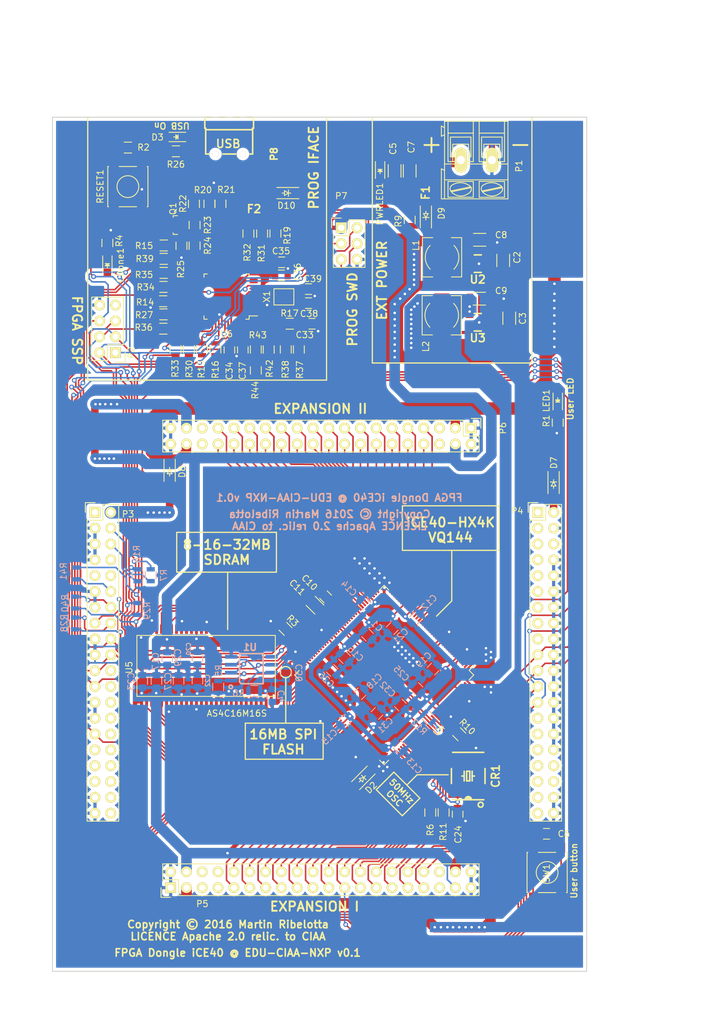
<source format=kicad_pcb>
(kicad_pcb (version 4) (host pcbnew 4.0.4+e1-6308~48~ubuntu16.04.1-stable)
  (layers (0 F.Cu signal) (31 B.Cu signal) (34 B.Paste user) (35 F.Paste user) (36 B.SilkS user) (37 F.SilkS user) (38 B.Mask user) (39 F.Mask user) (44 Edge.Cuts user))
  (net 0 "")
  (net 1 +3V3)
  (net 2 GND)
  (net 3 /SPI_MISO)
  (net 4 /SPI_MOSI)
  (net 5 /I2C_SDA)
  (net 6 /I2C_SCL)
  (net 7 +5V)
  (net 8 /BUT1)
  (net 9 +1V2)
  (net 10 /iCE40-CDONE)
  (net 11 "Net-(CDone1-Pad1)")
  (net 12 "Net-(CR1-Pad3)")
  (net 13 "Net-(D2-Pad1)")
  (net 14 "Net-(F1-Pad1)")
  (net 15 "Net-(L1-Pad1)")
  (net 16 "Net-(L2-Pad1)")
  (net 17 /LED1)
  (net 18 "Net-(LED1-Pad1)")
  (net 19 /iCE40-CRESET)
  (net 20 /iCE40-SDI)
  (net 21 /iCE40-SDO)
  (net 22 /iCE40-SCK)
  (net 23 /iCE40-SS_B)
  (net 24 /SPI_CS)
  (net 25 /GPIO0)
  (net 26 /FPGA_IO_BANK1_0)
  (net 27 /FPGA_IO_BANK1_1)
  (net 28 /FPGA_IO_BANK1_2)
  (net 29 /FPGA_IO_BANK1_3)
  (net 30 /FPGA_IO_BANK1_4)
  (net 31 /FPGA_IO_BANK1_5)
  (net 32 /FPGA_IO_BANK1_6)
  (net 33 /FPGA_IO_BANK1_7)
  (net 34 /FPGA_IO_BANK1_8)
  (net 35 /FPGA_IO_BANK1_9)
  (net 36 /FPGA_IO_BANK1_10)
  (net 37 /FPGA_IO_BANK1_11)
  (net 38 /FPGA_IO_BANK1_12)
  (net 39 /FPGA_IO_BANK1_13)
  (net 40 /FPGA_IO_BANK1_14)
  (net 41 /FPGA_IO_BANK1_15)
  (net 42 /FPGA_IO_BANK1_16)
  (net 43 /FPGA_IO_BANK1_17)
  (net 44 /FPGA_IO_BANK1_18)
  (net 45 /FPGA_IO_BANK1_19)
  (net 46 /FPGA_IO_BANK1_20)
  (net 47 /FPGA_IO_BANK1_21)
  (net 48 /FPGA_IO_BANK1_22)
  (net 49 /FPGA_IO_BANK1_23)
  (net 50 /FPGA_IO_BANK2_0)
  (net 51 /FPGA_IO_BANK2_1)
  (net 52 /FPGA_IO_BANK2_2)
  (net 53 /FPGA_IO_BANK2_3)
  (net 54 /FPGA_IO_BANK2_4)
  (net 55 /FPGA_IO_BANK2_5)
  (net 56 /FPGA_IO_BANK2_6)
  (net 57 /FPGA_IO_BANK2_7)
  (net 58 /FPGA_IO_BANK2_8)
  (net 59 /FPGA_IO_BANK2_9)
  (net 60 /FPGA_IO_BANK2_10)
  (net 61 /FPGA_IO_BANK2_11)
  (net 62 /FPGA_IO_BANK2_12)
  (net 63 /FPGA_IO_BANK2_13)
  (net 64 /FPGA_IO_BANK2_14)
  (net 65 /FPGA_IO_BANK2_15)
  (net 66 /FPGA_IO_BANK2_16)
  (net 67 /FPGA_IO_BANK2_17)
  (net 68 /FPGA_IO_BANK2_18)
  (net 69 /FPGA_IO_BANK2_19)
  (net 70 /FPGA_IO_BANK2_20)
  (net 71 /FPGA_IO_BANK2_21)
  (net 72 /FPGA_IO_BANK2_22)
  (net 73 /FPGA_IO_BANK2_23)
  (net 74 /FPGA_IO_BANK2_24)
  (net 75 /FPGA_IO_BANK2_25)
  (net 76 /FPGA_IO_BANK2_26)
  (net 77 /FPGA_IO_BANK2_27)
  (net 78 "Net-(PWRLED1-Pad2)")
  (net 79 "Net-(R8-Pad2)")
  (net 80 /SYSCLK)
  (net 81 /GNDPLL)
  (net 82 /VCCPLL)
  (net 83 /RAM_A4)
  (net 84 /RAM_A5)
  (net 85 /RAM_A6)
  (net 86 /RAM_A7)
  (net 87 /RAM_A8)
  (net 88 /RAM_A9)
  (net 89 /RAM_A10)
  (net 90 /RAM_A12)
  (net 91 /RAM_A13)
  (net 92 /RAM_CKE)
  (net 93 /RAM_CLK)
  (net 94 /RAM_DQMH)
  (net 95 /RAM_D8)
  (net 96 /RAM_D9)
  (net 97 /RAM_D10)
  (net 98 /RAM_D11)
  (net 99 /RAM_D12)
  (net 100 /RAM_D13)
  (net 101 /RAM_D14)
  (net 102 /RAM_D15)
  (net 103 /RAM_D0)
  (net 104 /RAM_D1)
  (net 105 /RAM_D2)
  (net 106 /RAM_D3)
  (net 107 /RAM_D4)
  (net 108 /RAM_D5)
  (net 109 /RAM_D6)
  (net 110 /RAM_D7)
  (net 111 /RAM_DQML)
  (net 112 /RAM_RDnWR)
  (net 113 /RAM_CAS)
  (net 114 /RAM_RAS)
  (net 115 /RAM_CS)
  (net 116 /RAM_A14)
  (net 117 /RAM_A15)
  (net 118 /RAM_A11)
  (net 119 /RAM_A1)
  (net 120 /RAM_A2)
  (net 121 /RAM_A3)
  (net 122 /DBG_~RST~)
  (net 123 "Net-(C38-Pad1)")
  (net 124 "Net-(C39-Pad1)")
  (net 125 "Net-(F2-Pad1)")
  (net 126 /USB_N)
  (net 127 /USB_P)
  (net 128 "Net-(Q1-Pad1)")
  (net 129 "Net-(Q1-Pad3)")
  (net 130 /DBG_SWDIO)
  (net 131 /DBG_SWCLK)
  (net 132 /FPGM_SS)
  (net 133 /FPGM_SCK)
  (net 134 "Net-(R19-Pad1)")
  (net 135 /~USB_CONNECT~)
  (net 136 /FPGM_MISO)
  (net 137 /FPGM_MOSI)
  (net 138 /P_SDA)
  (net 139 /P_SCL)
  (net 140 /P_SPI_SS)
  (net 141 /P_SPI_MOSI)
  (net 142 /P_SPI_MISO)
  (net 143 /P_SPI_CLK)
  (net 144 /SPI_CLK)
  (net 145 /P_RxD)
  (net 146 /RxD)
  (net 147 /P_TxD)
  (net 148 /TxD)
  (net 149 /P_GPIO)
  (net 150 /DBG_~ISP~)
  (net 151 /D_USB_P)
  (net 152 /D_USB_N)
  (net 153 "Net-(D3-Pad2)")
  (net 154 /EXTCLK)
  (net 155 /AUX_SPI_MISO)
  (net 156 /AUX_SPI_MOSI)
  (net 157 /AUX_SPI_SCK)
  (net 158 /AUX_SPI_SSEL)
  (net 159 /AUX_CRESET)
  (net 160 /AUX_CDONE)
  (net 161 "Net-(R42-Pad1)")
  (net 162 "Net-(R43-Pad2)")
  (net 163 /CIAA_3V3_2)
  (net 164 /CIAA_3V3_1)
  (net 165 /CIAA_5V1)
  (net 166 /CIAA_5V2)
  (net 167 "Net-(C5-Pad2)")
  (net 168 "Net-(D10-Pad2)")
  (net 169 "Net-(P2-Pad7)")
  (net 170 "Net-(P3-Pad8)")
  (net 171 "Net-(P3-Pad9)")
  (net 172 "Net-(P3-Pad10)")
  (net 173 /LCD4)
  (net 174 /LCD_RS)
  (net 175 /LCD3)
  (net 176 /LCD2)
  (net 177 /LCD1)
  (net 178 /GPIO2)
  (net 179 /GPIO1)
  (net 180 /GPIO4)
  (net 181 /GPIO3)
  (net 182 /GPIO6)
  (net 183 /GPIO5)
  (net 184 /GPIO7)
  (net 185 /GPIO8)
  (net 186 "Net-(P4-Pad3)")
  (net 187 "Net-(P4-Pad5)")
  (net 188 "Net-(P4-Pad6)")
  (net 189 "Net-(P4-Pad7)")
  (net 190 "Net-(P4-Pad9)")
  (net 191 "Net-(P4-Pad11)")
  (net 192 "Net-(P4-Pad13)")
  (net 193 "Net-(P4-Pad15)")
  (net 194 "Net-(P4-Pad17)")
  (net 195 /CAN_RD)
  (net 196 /CAN_TD)
  (net 197 /T_COL1)
  (net 198 /T_FIL0)
  (net 199 /T_COL2)
  (net 200 /T_FIL3)
  (net 201 /T_FIL1)
  (net 202 /T_FIL2)
  (net 203 /T_COL0)
  (net 204 "Net-(P5-Pad5)")
  (net 205 "Net-(P5-Pad6)")
  (net 206 "Net-(P5-Pad7)")
  (net 207 "Net-(P5-Pad8)")
  (net 208 "Net-(P5-Pad35)")
  (net 209 "Net-(P5-Pad36)")
  (net 210 "Net-(P6-Pad5)")
  (net 211 "Net-(P6-Pad6)")
  (net 212 "Net-(P6-Pad35)")
  (net 213 "Net-(P6-Pad36)")
  (net 214 "Net-(P8-Pad4)")
  (net 215 "Net-(P8-Pad6)")
  (net 216 "Net-(U4-Pad35)")
  (net 217 "Net-(U4-Pad36)")
  (net 218 "Net-(U4-Pad50)")
  (net 219 "Net-(U4-Pad51)")
  (net 220 "Net-(U4-Pad58)")
  (net 221 "Net-(U4-Pad77)")
  (net 222 "Net-(U4-Pad109)")
  (net 223 "Net-(U4-Pad133)")
  (net 224 "Net-(U5-Pad40)")
  (net 225 "Net-(U6-Pad1)")
  (net 226 "Net-(U6-Pad2)")
  (net 227 "Net-(U6-Pad9)")
  (net 228 "Net-(U6-Pad11)")
  (net 229 "Net-(U6-Pad12)")
  (net 230 "Net-(U6-Pad13)")
  (net 231 "Net-(U6-Pad17)")
  (net 232 "Net-(U6-Pad21)")
  (net 233 "Net-(U6-Pad23)")
  (net 234 "Net-(U6-Pad24)")
  (net 235 "Net-(U6-Pad26)")
  (net 236 "Net-(U6-Pad32)")
  (net 237 "Net-(U6-Pad33)")
  (net 238 "Net-(U6-Pad34)")
  (net 239 "Net-(U6-Pad35)")
  (net 240 "Net-(U6-Pad36)")
  (net 241 "Net-(U6-Pad37)")
  (net 242 "Net-(U6-Pad48)")
  (module mribelotta:TSOP_II_54 (layer F.Cu) (at 29.607366 111.413832)
    (fp_text reference U5 (at -2.007366 -5.513832 90) (layer F.SilkS))
    (fp_text value AS4C16M16S (at 15.292634 1.836168 180) (layer F.SilkS))
    (pad 1 smd rect (at 0 0) (size 0.4572 1.51) (layers F.Cu F.Paste F.Mask) (net 1 +3V3))
    (pad 2 smd rect (at 0.8 0) (size 0.4572 1.51) (layers F.Cu F.Paste F.Mask) (net 103 /RAM_D0))
    (pad 3 smd rect (at 1.6 0) (size 0.4572 1.51) (layers F.Cu F.Paste F.Mask) (net 1 +3V3))
    (pad 4 smd rect (at 2.4 0) (size 0.4572 1.51) (layers F.Cu F.Paste F.Mask) (net 104 /RAM_D1))
    (pad 5 smd rect (at 3.2 0) (size 0.4572 1.51) (layers F.Cu F.Paste F.Mask) (net 105 /RAM_D2))
    (pad 6 smd rect (at 4 0) (size 0.4572 1.51) (layers F.Cu F.Paste F.Mask) (net 2 GND))
    (pad 7 smd rect (at 4.8 0) (size 0.4572 1.51) (layers F.Cu F.Paste F.Mask) (net 106 /RAM_D3))
    (pad 8 smd rect (at 5.6 0) (size 0.4572 1.51) (layers F.Cu F.Paste F.Mask) (net 107 /RAM_D4))
    (pad 9 smd rect (at 6.4 0) (size 0.4572 1.51) (layers F.Cu F.Paste F.Mask) (net 1 +3V3))
    (pad 10 smd rect (at 7.2 0) (size 0.4572 1.51) (layers F.Cu F.Paste F.Mask) (net 108 /RAM_D5))
    (pad 11 smd rect (at 8 0) (size 0.4572 1.51) (layers F.Cu F.Paste F.Mask) (net 109 /RAM_D6))
    (pad 12 smd rect (at 8.8 0) (size 0.4572 1.51) (layers F.Cu F.Paste F.Mask) (net 2 GND))
    (pad 13 smd rect (at 9.6 0) (size 0.4572 1.51) (layers F.Cu F.Paste F.Mask) (net 110 /RAM_D7))
    (pad 14 smd rect (at 10.4 0) (size 0.4572 1.51) (layers F.Cu F.Paste F.Mask) (net 1 +3V3))
    (pad 15 smd rect (at 11.2 0) (size 0.4572 1.51) (layers F.Cu F.Paste F.Mask) (net 111 /RAM_DQML))
    (pad 16 smd rect (at 12 0) (size 0.4572 1.51) (layers F.Cu F.Paste F.Mask) (net 112 /RAM_RDnWR))
    (pad 17 smd rect (at 12.8 0) (size 0.4572 1.51) (layers F.Cu F.Paste F.Mask) (net 113 /RAM_CAS))
    (pad 18 smd rect (at 13.6 0) (size 0.4572 1.51) (layers F.Cu F.Paste F.Mask) (net 114 /RAM_RAS))
    (pad 19 smd rect (at 14.4 0) (size 0.4572 1.51) (layers F.Cu F.Paste F.Mask) (net 115 /RAM_CS))
    (pad 20 smd rect (at 15.2 0) (size 0.4572 1.51) (layers F.Cu F.Paste F.Mask) (net 116 /RAM_A14))
    (pad 21 smd rect (at 16 0) (size 0.4572 1.51) (layers F.Cu F.Paste F.Mask) (net 117 /RAM_A15))
    (pad 22 smd rect (at 16.8 0) (size 0.4572 1.51) (layers F.Cu F.Paste F.Mask) (net 118 /RAM_A11))
    (pad 23 smd rect (at 17.6 0) (size 0.4572 1.51) (layers F.Cu F.Paste F.Mask) (net 119 /RAM_A1))
    (pad 24 smd rect (at 18.4 0) (size 0.4572 1.51) (layers F.Cu F.Paste F.Mask) (net 120 /RAM_A2))
    (pad 25 smd rect (at 19.2 0) (size 0.4572 1.51) (layers F.Cu F.Paste F.Mask) (net 121 /RAM_A3))
    (pad 26 smd rect (at 20 0) (size 0.4572 1.51) (layers F.Cu F.Paste F.Mask) (net 83 /RAM_A4))
    (pad 27 smd rect (at 20.8 0) (size 0.4572 1.51) (layers F.Cu F.Paste F.Mask) (net 1 +3V3))
    (pad 28 smd rect (at 20.8 -11.67) (size 0.4572 1.51) (layers F.Cu F.Paste F.Mask) (net 2 GND))
    (pad 29 smd rect (at 20 -11.67) (size 0.4572 1.51) (layers F.Cu F.Paste F.Mask) (net 84 /RAM_A5))
    (pad 30 smd rect (at 19.2 -11.67) (size 0.4572 1.51) (layers F.Cu F.Paste F.Mask) (net 85 /RAM_A6))
    (pad 31 smd rect (at 18.4 -11.67) (size 0.4572 1.51) (layers F.Cu F.Paste F.Mask) (net 86 /RAM_A7))
    (pad 32 smd rect (at 17.6 -11.67) (size 0.4572 1.51) (layers F.Cu F.Paste F.Mask) (net 87 /RAM_A8))
    (pad 33 smd rect (at 16.8 -11.67) (size 0.4572 1.51) (layers F.Cu F.Paste F.Mask) (net 88 /RAM_A9))
    (pad 34 smd rect (at 16 -11.67) (size 0.4572 1.51) (layers F.Cu F.Paste F.Mask) (net 89 /RAM_A10))
    (pad 35 smd rect (at 15.2 -11.67) (size 0.4572 1.51) (layers F.Cu F.Paste F.Mask) (net 90 /RAM_A12))
    (pad 36 smd rect (at 14.4 -11.67) (size 0.4572 1.51) (layers F.Cu F.Paste F.Mask) (net 91 /RAM_A13))
    (pad 37 smd rect (at 13.6 -11.67) (size 0.4572 1.51) (layers F.Cu F.Paste F.Mask) (net 92 /RAM_CKE))
    (pad 38 smd rect (at 12.8 -11.67) (size 0.4572 1.51) (layers F.Cu F.Paste F.Mask) (net 93 /RAM_CLK))
    (pad 39 smd rect (at 12 -11.67) (size 0.4572 1.51) (layers F.Cu F.Paste F.Mask) (net 94 /RAM_DQMH))
    (pad 40 smd rect (at 11.2 -11.67) (size 0.4572 1.51) (layers F.Cu F.Paste F.Mask) (net 224 "Net-(U5-Pad40)"))
    (pad 41 smd rect (at 10.4 -11.67) (size 0.4572 1.51) (layers F.Cu F.Paste F.Mask) (net 2 GND))
    (pad 42 smd rect (at 9.6 -11.67) (size 0.4572 1.51) (layers F.Cu F.Paste F.Mask) (net 95 /RAM_D8))
    (pad 43 smd rect (at 8.8 -11.67) (size 0.4572 1.51) (layers F.Cu F.Paste F.Mask) (net 1 +3V3))
    (pad 44 smd rect (at 8 -11.67) (size 0.4572 1.51) (layers F.Cu F.Paste F.Mask) (net 96 /RAM_D9))
    (pad 45 smd rect (at 7.2 -11.67) (size 0.4572 1.51) (layers F.Cu F.Paste F.Mask) (net 97 /RAM_D10))
    (pad 46 smd rect (at 6.4 -11.67) (size 0.4572 1.51) (layers F.Cu F.Paste F.Mask) (net 2 GND))
    (pad 47 smd rect (at 5.6 -11.67) (size 0.4572 1.51) (layers F.Cu F.Paste F.Mask) (net 98 /RAM_D11))
    (pad 48 smd rect (at 4.8 -11.67) (size 0.4572 1.51) (layers F.Cu F.Paste F.Mask) (net 99 /RAM_D12))
    (pad 49 smd rect (at 4 -11.67) (size 0.4572 1.51) (layers F.Cu F.Paste F.Mask) (net 1 +3V3))
    (pad 50 smd rect (at 3.2 -11.67) (size 0.4572 1.51) (layers F.Cu F.Paste F.Mask) (net 100 /RAM_D13))
    (pad 51 smd rect (at 2.4 -11.67) (size 0.4572 1.51) (layers F.Cu F.Paste F.Mask) (net 101 /RAM_D14))
    (pad 52 smd rect (at 1.6 -11.67) (size 0.4572 1.51) (layers F.Cu F.Paste F.Mask) (net 2 GND))
    (pad 53 smd rect (at 0.8 -11.67) (size 0.4572 1.51) (layers F.Cu F.Paste F.Mask) (net 102 /RAM_D15))
    (pad 54 smd rect (at 0 -11.67) (size 0.4572 1.51) (layers F.Cu F.Paste F.Mask) (net 2 GND))
  )
  (module Resistors_SMD:R_0805 (layer F.Cu) (at 33.099996 44.85 180)
    (fp_text reference R34 (at 2.85 -0.05 180) (layer F.SilkS))
    (fp_text value 100R)
    (pad 1 smd rect (at -0.95 0 180) (size 0.7 1.3) (layers F.Cu F.Paste F.Mask) (net 141 /P_SPI_MOSI))
    (pad 2 smd rect (at 0.95 0 180) (size 0.7 1.3) (layers F.Cu F.Paste F.Mask) (net 4 /SPI_MOSI))
  )
  (module Pin_Headers:Pin_Header_Straight_2x20 (layer F.Cu) (at 22.11 81)
    (fp_text reference P3 (at 5.322 0.28) (layer F.SilkS))
    (fp_text value right)
    (pad 1 thru_hole rect (at 0 0) (size 1.7272 1.7272) (drill 1.016) (layers *.Cu *.Mask F.SilkS) (net 163 /CIAA_3V3_2))
    (pad 2 thru_hole oval (at 2.54 0) (size 1.7272 1.7272) (drill 1.016) (layers *.Cu *.Mask F.SilkS) (net 166 /CIAA_5V2))
    (pad 3 thru_hole oval (at 0 2.54) (size 1.7272 1.7272) (drill 1.016) (layers *.Cu *.Mask F.SilkS) (net 2 GND))
    (pad 4 thru_hole oval (at 2.54 2.54) (size 1.7272 1.7272) (drill 1.016) (layers *.Cu *.Mask F.SilkS) (net 155 /AUX_SPI_MISO))
    (pad 5 thru_hole oval (at 0 5.08) (size 1.7272 1.7272) (drill 1.016) (layers *.Cu *.Mask F.SilkS) (net 2 GND))
    (pad 6 thru_hole oval (at 2.54 5.08) (size 1.7272 1.7272) (drill 1.016) (layers *.Cu *.Mask F.SilkS) (net 156 /AUX_SPI_MOSI))
    (pad 7 thru_hole oval (at 0 7.62) (size 1.7272 1.7272) (drill 1.016) (layers *.Cu *.Mask F.SilkS) (net 2 GND))
    (pad 8 thru_hole oval (at 2.54 7.62) (size 1.7272 1.7272) (drill 1.016) (layers *.Cu *.Mask F.SilkS) (net 170 "Net-(P3-Pad8)"))
    (pad 9 thru_hole oval (at 0 10.16) (size 1.7272 1.7272) (drill 1.016) (layers *.Cu *.Mask F.SilkS) (net 171 "Net-(P3-Pad9)"))
    (pad 10 thru_hole oval (at 2.54 10.16) (size 1.7272 1.7272) (drill 1.016) (layers *.Cu *.Mask F.SilkS) (net 172 "Net-(P3-Pad10)"))
    (pad 11 thru_hole oval (at 0 12.7) (size 1.7272 1.7272) (drill 1.016) (layers *.Cu *.Mask F.SilkS) (net 2 GND))
    (pad 12 thru_hole oval (at 2.54 12.7) (size 1.7272 1.7272) (drill 1.016) (layers *.Cu *.Mask F.SilkS) (net 159 /AUX_CRESET))
    (pad 13 thru_hole oval (at 0 15.24) (size 1.7272 1.7272) (drill 1.016) (layers *.Cu *.Mask F.SilkS) (net 2 GND))
    (pad 14 thru_hole oval (at 2.54 15.24) (size 1.7272 1.7272) (drill 1.016) (layers *.Cu *.Mask F.SilkS) (net 160 /AUX_CDONE))
    (pad 15 thru_hole oval (at 0 17.78) (size 1.7272 1.7272) (drill 1.016) (layers *.Cu *.Mask F.SilkS) (net 157 /AUX_SPI_SCK))
    (pad 16 thru_hole oval (at 2.54 17.78) (size 1.7272 1.7272) (drill 1.016) (layers *.Cu *.Mask F.SilkS) (net 158 /AUX_SPI_SSEL))
    (pad 17 thru_hole oval (at 0 20.32) (size 1.7272 1.7272) (drill 1.016) (layers *.Cu *.Mask F.SilkS) (net 2 GND))
    (pad 18 thru_hole oval (at 2.54 20.32) (size 1.7272 1.7272) (drill 1.016) (layers *.Cu *.Mask F.SilkS) (net 3 /SPI_MISO))
    (pad 19 thru_hole oval (at 0 22.86) (size 1.7272 1.7272) (drill 1.016) (layers *.Cu *.Mask F.SilkS) (net 2 GND))
    (pad 20 thru_hole oval (at 2.54 22.86) (size 1.7272 1.7272) (drill 1.016) (layers *.Cu *.Mask F.SilkS) (net 144 /SPI_CLK))
    (pad 21 thru_hole oval (at 0 25.4) (size 1.7272 1.7272) (drill 1.016) (layers *.Cu *.Mask F.SilkS) (net 4 /SPI_MOSI))
    (pad 22 thru_hole oval (at 2.54 25.4) (size 1.7272 1.7272) (drill 1.016) (layers *.Cu *.Mask F.SilkS) (net 173 /LCD4))
    (pad 23 thru_hole oval (at 0 27.94) (size 1.7272 1.7272) (drill 1.016) (layers *.Cu *.Mask F.SilkS) (net 24 /SPI_CS))
    (pad 24 thru_hole oval (at 2.54 27.94) (size 1.7272 1.7272) (drill 1.016) (layers *.Cu *.Mask F.SilkS) (net 174 /LCD_RS))
    (pad 25 thru_hole oval (at 0 30.48) (size 1.7272 1.7272) (drill 1.016) (layers *.Cu *.Mask F.SilkS) (net 2 GND))
    (pad 26 thru_hole oval (at 2.54 30.48) (size 1.7272 1.7272) (drill 1.016) (layers *.Cu *.Mask F.SilkS) (net 175 /LCD3))
    (pad 27 thru_hole oval (at 0 33.02) (size 1.7272 1.7272) (drill 1.016) (layers *.Cu *.Mask F.SilkS) (net 2 GND))
    (pad 28 thru_hole oval (at 2.54 33.02) (size 1.7272 1.7272) (drill 1.016) (layers *.Cu *.Mask F.SilkS) (net 176 /LCD2))
    (pad 29 thru_hole oval (at 0 35.56) (size 1.7272 1.7272) (drill 1.016) (layers *.Cu *.Mask F.SilkS) (net 25 /GPIO0))
    (pad 30 thru_hole oval (at 2.54 35.56) (size 1.7272 1.7272) (drill 1.016) (layers *.Cu *.Mask F.SilkS) (net 177 /LCD1))
    (pad 31 thru_hole oval (at 0 38.1) (size 1.7272 1.7272) (drill 1.016) (layers *.Cu *.Mask F.SilkS) (net 178 /GPIO2))
    (pad 32 thru_hole oval (at 2.54 38.1) (size 1.7272 1.7272) (drill 1.016) (layers *.Cu *.Mask F.SilkS) (net 179 /GPIO1))
    (pad 33 thru_hole oval (at 0 40.64) (size 1.7272 1.7272) (drill 1.016) (layers *.Cu *.Mask F.SilkS) (net 180 /GPIO4))
    (pad 34 thru_hole oval (at 2.54 40.64) (size 1.7272 1.7272) (drill 1.016) (layers *.Cu *.Mask F.SilkS) (net 181 /GPIO3))
    (pad 35 thru_hole oval (at 0 43.18) (size 1.7272 1.7272) (drill 1.016) (layers *.Cu *.Mask F.SilkS) (net 182 /GPIO6))
    (pad 36 thru_hole oval (at 2.54 43.18) (size 1.7272 1.7272) (drill 1.016) (layers *.Cu *.Mask F.SilkS) (net 183 /GPIO5))
    (pad 37 thru_hole oval (at 0 45.72) (size 1.7272 1.7272) (drill 1.016) (layers *.Cu *.Mask F.SilkS) (net 2 GND))
    (pad 38 thru_hole oval (at 2.54 45.72) (size 1.7272 1.7272) (drill 1.016) (layers *.Cu *.Mask F.SilkS) (net 184 /GPIO7))
    (pad 39 thru_hole oval (at 0 48.26) (size 1.7272 1.7272) (drill 1.016) (layers *.Cu *.Mask F.SilkS) (net 2 GND))
    (pad 40 thru_hole oval (at 2.54 48.26) (size 1.7272 1.7272) (drill 1.016) (layers *.Cu *.Mask F.SilkS) (net 185 /GPIO8))
  )
  (module Resistors_SMD:R_0805 (layer F.Cu) (at 48.95 36.3 90)
    (fp_text reference R31 (at -3.14 -0.11 90) (layer F.SilkS))
    (fp_text value 100R)
    (pad 1 smd rect (at -0.95 0 90) (size 0.7 1.3) (layers F.Cu F.Paste F.Mask) (net 138 /P_SDA))
    (pad 2 smd rect (at 0.95 0 90) (size 0.7 1.3) (layers F.Cu F.Paste F.Mask) (net 5 /I2C_SDA))
  )
  (module Housings_QFP:LQFP-144_20x20mm_Pitch0.5mm (layer F.Cu) (at 68.55 107.095832 225)
    (fp_text reference U4 (at 0 -12.475 225) (layer F.SilkS))
    (fp_text value iCE40-HX4K-TQ144)
    (pad 1 smd rect (at -10.7 -8.75 225) (size 1.55 0.3) (layers F.Cu F.Paste F.Mask) (net 50 /FPGA_IO_BANK2_0))
    (pad 2 smd rect (at -10.7 -8.25 225) (size 1.55 0.3) (layers F.Cu F.Paste F.Mask) (net 51 /FPGA_IO_BANK2_1))
    (pad 3 smd rect (at -10.7 -7.75 225) (size 1.55 0.3) (layers F.Cu F.Paste F.Mask) (net 52 /FPGA_IO_BANK2_2))
    (pad 4 smd rect (at -10.7 -7.25 225) (size 1.55 0.3) (layers F.Cu F.Paste F.Mask) (net 53 /FPGA_IO_BANK2_3))
    (pad 5 smd rect (at -10.7 -6.75 225) (size 1.55 0.3) (layers F.Cu F.Paste F.Mask) (net 2 GND))
    (pad 6 smd rect (at -10.7 -6.25 225) (size 1.55 0.3) (layers F.Cu F.Paste F.Mask) (net 1 +3V3))
    (pad 7 smd rect (at -10.7 -5.75 225) (size 1.55 0.3) (layers F.Cu F.Paste F.Mask) (net 54 /FPGA_IO_BANK2_4))
    (pad 8 smd rect (at -10.7 -5.25 225) (size 1.55 0.3) (layers F.Cu F.Paste F.Mask) (net 55 /FPGA_IO_BANK2_5))
    (pad 9 smd rect (at -10.7 -4.75 225) (size 1.55 0.3) (layers F.Cu F.Paste F.Mask) (net 56 /FPGA_IO_BANK2_6))
    (pad 10 smd rect (at -10.7 -4.25 225) (size 1.55 0.3) (layers F.Cu F.Paste F.Mask) (net 57 /FPGA_IO_BANK2_7))
    (pad 11 smd rect (at -10.7 -3.75 225) (size 1.55 0.3) (layers F.Cu F.Paste F.Mask) (net 58 /FPGA_IO_BANK2_8))
    (pad 12 smd rect (at -10.7 -3.25 225) (size 1.55 0.3) (layers F.Cu F.Paste F.Mask) (net 59 /FPGA_IO_BANK2_9))
    (pad 13 smd rect (at -10.7 -2.75 225) (size 1.55 0.3) (layers F.Cu F.Paste F.Mask) (net 2 GND))
    (pad 14 smd rect (at -10.7 -2.25 225) (size 1.55 0.3) (layers F.Cu F.Paste F.Mask) (net 2 GND))
    (pad 15 smd rect (at -10.7 -1.75 225) (size 1.55 0.3) (layers F.Cu F.Paste F.Mask) (net 60 /FPGA_IO_BANK2_10))
    (pad 16 smd rect (at -10.7 -1.25 225) (size 1.55 0.3) (layers F.Cu F.Paste F.Mask) (net 61 /FPGA_IO_BANK2_11))
    (pad 17 smd rect (at -10.7 -0.75 225) (size 1.55 0.3) (layers F.Cu F.Paste F.Mask) (net 62 /FPGA_IO_BANK2_12))
    (pad 18 smd rect (at -10.7 -0.25 225) (size 1.55 0.3) (layers F.Cu F.Paste F.Mask) (net 63 /FPGA_IO_BANK2_13))
    (pad 19 smd rect (at -10.7 0.25 225) (size 1.55 0.3) (layers F.Cu F.Paste F.Mask) (net 64 /FPGA_IO_BANK2_14))
    (pad 20 smd rect (at -10.7 0.75 225) (size 1.55 0.3) (layers F.Cu F.Paste F.Mask) (net 65 /FPGA_IO_BANK2_15))
    (pad 21 smd rect (at -10.7 1.25 225) (size 1.55 0.3) (layers F.Cu F.Paste F.Mask) (net 66 /FPGA_IO_BANK2_16))
    (pad 22 smd rect (at -10.7 1.75 225) (size 1.55 0.3) (layers F.Cu F.Paste F.Mask) (net 67 /FPGA_IO_BANK2_17))
    (pad 23 smd rect (at -10.7 2.25 225) (size 1.55 0.3) (layers F.Cu F.Paste F.Mask) (net 68 /FPGA_IO_BANK2_18))
    (pad 24 smd rect (at -10.7 2.75 225) (size 1.55 0.3) (layers F.Cu F.Paste F.Mask) (net 69 /FPGA_IO_BANK2_19))
    (pad 25 smd rect (at -10.7 3.25 225) (size 1.55 0.3) (layers F.Cu F.Paste F.Mask) (net 70 /FPGA_IO_BANK2_20))
    (pad 26 smd rect (at -10.7 3.75 225) (size 1.55 0.3) (layers F.Cu F.Paste F.Mask) (net 71 /FPGA_IO_BANK2_21))
    (pad 27 smd rect (at -10.7 4.25 225) (size 1.55 0.3) (layers F.Cu F.Paste F.Mask) (net 9 +1V2))
    (pad 28 smd rect (at -10.7 4.75 225) (size 1.55 0.3) (layers F.Cu F.Paste F.Mask) (net 72 /FPGA_IO_BANK2_22))
    (pad 29 smd rect (at -10.7 5.25 225) (size 1.55 0.3) (layers F.Cu F.Paste F.Mask) (net 73 /FPGA_IO_BANK2_23))
    (pad 30 smd rect (at -10.7 5.75 225) (size 1.55 0.3) (layers F.Cu F.Paste F.Mask) (net 1 +3V3))
    (pad 31 smd rect (at -10.7 6.25 225) (size 1.55 0.3) (layers F.Cu F.Paste F.Mask) (net 74 /FPGA_IO_BANK2_24))
    (pad 32 smd rect (at -10.7 6.75 225) (size 1.55 0.3) (layers F.Cu F.Paste F.Mask) (net 75 /FPGA_IO_BANK2_25))
    (pad 33 smd rect (at -10.7 7.25 225) (size 1.55 0.3) (layers F.Cu F.Paste F.Mask) (net 76 /FPGA_IO_BANK2_26))
    (pad 34 smd rect (at -10.7 7.75 225) (size 1.55 0.3) (layers F.Cu F.Paste F.Mask) (net 77 /FPGA_IO_BANK2_27))
    (pad 35 smd rect (at -10.7 8.25 225) (size 1.55 0.3) (layers F.Cu F.Paste F.Mask) (net 216 "Net-(U4-Pad35)"))
    (pad 36 smd rect (at -10.7 8.75 225) (size 1.55 0.3) (layers F.Cu F.Paste F.Mask) (net 217 "Net-(U4-Pad36)"))
    (pad 37 smd rect (at -8.75 10.7 315) (size 1.55 0.3) (layers F.Cu F.Paste F.Mask) (net 102 /RAM_D15))
    (pad 38 smd rect (at -8.25 10.7 315) (size 1.55 0.3) (layers F.Cu F.Paste F.Mask) (net 101 /RAM_D14))
    (pad 39 smd rect (at -7.75 10.7 315) (size 1.55 0.3) (layers F.Cu F.Paste F.Mask) (net 100 /RAM_D13))
    (pad 40 smd rect (at -7.25 10.7 315) (size 1.55 0.3) (layers F.Cu F.Paste F.Mask) (net 9 +1V2))
    (pad 41 smd rect (at -6.75 10.7 315) (size 1.55 0.3) (layers F.Cu F.Paste F.Mask) (net 99 /RAM_D12))
    (pad 42 smd rect (at -6.25 10.7 315) (size 1.55 0.3) (layers F.Cu F.Paste F.Mask) (net 98 /RAM_D11))
    (pad 43 smd rect (at -5.75 10.7 315) (size 1.55 0.3) (layers F.Cu F.Paste F.Mask) (net 97 /RAM_D10))
    (pad 44 smd rect (at -5.25 10.7 315) (size 1.55 0.3) (layers F.Cu F.Paste F.Mask) (net 96 /RAM_D9))
    (pad 45 smd rect (at -4.75 10.7 315) (size 1.55 0.3) (layers F.Cu F.Paste F.Mask) (net 95 /RAM_D8))
    (pad 46 smd rect (at -4.25 10.7 315) (size 1.55 0.3) (layers F.Cu F.Paste F.Mask) (net 1 +3V3))
    (pad 47 smd rect (at -3.75 10.7 315) (size 1.55 0.3) (layers F.Cu F.Paste F.Mask) (net 94 /RAM_DQMH))
    (pad 48 smd rect (at -3.25 10.7 315) (size 1.55 0.3) (layers F.Cu F.Paste F.Mask) (net 93 /RAM_CLK))
    (pad 49 smd rect (at -2.75 10.7 315) (size 1.55 0.3) (layers F.Cu F.Paste F.Mask) (net 92 /RAM_CKE))
    (pad 50 smd rect (at -2.25 10.7 315) (size 1.55 0.3) (layers F.Cu F.Paste F.Mask) (net 218 "Net-(U4-Pad50)"))
    (pad 51 smd rect (at -1.75 10.7 315) (size 1.55 0.3) (layers F.Cu F.Paste F.Mask) (net 219 "Net-(U4-Pad51)"))
    (pad 52 smd rect (at -1.25 10.7 315) (size 1.55 0.3) (layers F.Cu F.Paste F.Mask) (net 91 /RAM_A13))
    (pad 53 smd rect (at -0.75 10.7 315) (size 1.55 0.3) (layers F.Cu F.Paste F.Mask) (net 81 /GNDPLL))
    (pad 54 smd rect (at -0.25 10.7 315) (size 1.55 0.3) (layers F.Cu F.Paste F.Mask) (net 82 /VCCPLL))
    (pad 55 smd rect (at 0.25 10.7 315) (size 1.55 0.3) (layers F.Cu F.Paste F.Mask) (net 90 /RAM_A12))
    (pad 56 smd rect (at 0.75 10.7 315) (size 1.55 0.3) (layers F.Cu F.Paste F.Mask) (net 89 /RAM_A10))
    (pad 57 smd rect (at 1.25 10.7 315) (size 1.55 0.3) (layers F.Cu F.Paste F.Mask) (net 1 +3V3))
    (pad 58 smd rect (at 1.75 10.7 315) (size 1.55 0.3) (layers F.Cu F.Paste F.Mask) (net 220 "Net-(U4-Pad58)"))
    (pad 59 smd rect (at 2.25 10.7 315) (size 1.55 0.3) (layers F.Cu F.Paste F.Mask) (net 2 GND))
    (pad 60 smd rect (at 2.75 10.7 315) (size 1.55 0.3) (layers F.Cu F.Paste F.Mask) (net 88 /RAM_A9))
    (pad 61 smd rect (at 3.25 10.7 315) (size 1.55 0.3) (layers F.Cu F.Paste F.Mask) (net 87 /RAM_A8))
    (pad 62 smd rect (at 3.75 10.7 315) (size 1.55 0.3) (layers F.Cu F.Paste F.Mask) (net 86 /RAM_A7))
    (pad 63 smd rect (at 4.25 10.7 315) (size 1.55 0.3) (layers F.Cu F.Paste F.Mask) (net 85 /RAM_A6))
    (pad 64 smd rect (at 4.75 10.7 315) (size 1.55 0.3) (layers F.Cu F.Paste F.Mask) (net 84 /RAM_A5))
    (pad 65 smd rect (at 5.25 10.7 315) (size 1.55 0.3) (layers F.Cu F.Paste F.Mask) (net 10 /iCE40-CDONE))
    (pad 66 smd rect (at 5.75 10.7 315) (size 1.55 0.3) (layers F.Cu F.Paste F.Mask) (net 19 /iCE40-CRESET))
    (pad 67 smd rect (at 6.25 10.7 315) (size 1.55 0.3) (layers F.Cu F.Paste F.Mask) (net 21 /iCE40-SDO))
    (pad 68 smd rect (at 6.75 10.7 315) (size 1.55 0.3) (layers F.Cu F.Paste F.Mask) (net 20 /iCE40-SDI))
    (pad 69 smd rect (at 7.25 10.7 315) (size 1.55 0.3) (layers F.Cu F.Paste F.Mask) (net 2 GND))
    (pad 70 smd rect (at 7.75 10.7 315) (size 1.55 0.3) (layers F.Cu F.Paste F.Mask) (net 22 /iCE40-SCK))
    (pad 71 smd rect (at 8.25 10.7 315) (size 1.55 0.3) (layers F.Cu F.Paste F.Mask) (net 23 /iCE40-SS_B))
    (pad 72 smd rect (at 8.75 10.7 315) (size 1.55 0.3) (layers F.Cu F.Paste F.Mask) (net 1 +3V3))
    (pad 73 smd rect (at 10.7 8.75 225) (size 1.55 0.3) (layers F.Cu F.Paste F.Mask) (net 83 /RAM_A4))
    (pad 74 smd rect (at 10.7 8.25 225) (size 1.55 0.3) (layers F.Cu F.Paste F.Mask) (net 121 /RAM_A3))
    (pad 75 smd rect (at 10.7 7.75 225) (size 1.55 0.3) (layers F.Cu F.Paste F.Mask) (net 120 /RAM_A2))
    (pad 76 smd rect (at 10.7 7.25 225) (size 1.55 0.3) (layers F.Cu F.Paste F.Mask) (net 119 /RAM_A1))
    (pad 77 smd rect (at 10.7 6.75 225) (size 1.55 0.3) (layers F.Cu F.Paste F.Mask) (net 221 "Net-(U4-Pad77)"))
    (pad 78 smd rect (at 10.7 6.25 225) (size 1.55 0.3) (layers F.Cu F.Paste F.Mask) (net 118 /RAM_A11))
    (pad 79 smd rect (at 10.7 5.75 225) (size 1.55 0.3) (layers F.Cu F.Paste F.Mask) (net 117 /RAM_A15))
    (pad 80 smd rect (at 10.7 5.25 225) (size 1.55 0.3) (layers F.Cu F.Paste F.Mask) (net 116 /RAM_A14))
    (pad 81 smd rect (at 10.7 4.75 225) (size 1.55 0.3) (layers F.Cu F.Paste F.Mask) (net 115 /RAM_CS))
    (pad 82 smd rect (at 10.7 4.25 225) (size 1.55 0.3) (layers F.Cu F.Paste F.Mask) (net 114 /RAM_RAS))
    (pad 83 smd rect (at 10.7 3.75 225) (size 1.55 0.3) (layers F.Cu F.Paste F.Mask) (net 113 /RAM_CAS))
    (pad 84 smd rect (at 10.7 3.25 225) (size 1.55 0.3) (layers F.Cu F.Paste F.Mask) (net 112 /RAM_RDnWR))
    (pad 85 smd rect (at 10.7 2.75 225) (size 1.55 0.3) (layers F.Cu F.Paste F.Mask) (net 111 /RAM_DQML))
    (pad 86 smd rect (at 10.7 2.25 225) (size 1.55 0.3) (layers F.Cu F.Paste F.Mask) (net 2 GND))
    (pad 87 smd rect (at 10.7 1.75 225) (size 1.55 0.3) (layers F.Cu F.Paste F.Mask) (net 110 /RAM_D7))
    (pad 88 smd rect (at 10.7 1.25 225) (size 1.55 0.3) (layers F.Cu F.Paste F.Mask) (net 109 /RAM_D6))
    (pad 89 smd rect (at 10.7 0.75 225) (size 1.55 0.3) (layers F.Cu F.Paste F.Mask) (net 1 +3V3))
    (pad 90 smd rect (at 10.7 0.25 225) (size 1.55 0.3) (layers F.Cu F.Paste F.Mask) (net 108 /RAM_D5))
    (pad 91 smd rect (at 10.7 -0.25 225) (size 1.55 0.3) (layers F.Cu F.Paste F.Mask) (net 107 /RAM_D4))
    (pad 92 smd rect (at 10.7 -0.75 225) (size 1.55 0.3) (layers F.Cu F.Paste F.Mask) (net 9 +1V2))
    (pad 93 smd rect (at 10.7 -1.25 225) (size 1.55 0.3) (layers F.Cu F.Paste F.Mask) (net 106 /RAM_D3))
    (pad 94 smd rect (at 10.7 -1.75 225) (size 1.55 0.3) (layers F.Cu F.Paste F.Mask) (net 105 /RAM_D2))
    (pad 95 smd rect (at 10.7 -2.25 225) (size 1.55 0.3) (layers F.Cu F.Paste F.Mask) (net 104 /RAM_D1))
    (pad 96 smd rect (at 10.7 -2.75 225) (size 1.55 0.3) (layers F.Cu F.Paste F.Mask) (net 103 /RAM_D0))
    (pad 97 smd rect (at 10.7 -3.25 225) (size 1.55 0.3) (layers F.Cu F.Paste F.Mask) (net 3 /SPI_MISO))
    (pad 98 smd rect (at 10.7 -3.75 225) (size 1.55 0.3) (layers F.Cu F.Paste F.Mask) (net 144 /SPI_CLK))
    (pad 99 smd rect (at 10.7 -4.25 225) (size 1.55 0.3) (layers F.Cu F.Paste F.Mask) (net 4 /SPI_MOSI))
    (pad 100 smd rect (at 10.7 -4.75 225) (size 1.55 0.3) (layers F.Cu F.Paste F.Mask) (net 1 +3V3))
    (pad 101 smd rect (at 10.7 -5.25 225) (size 1.55 0.3) (layers F.Cu F.Paste F.Mask) (net 24 /SPI_CS))
    (pad 102 smd rect (at 10.7 -5.75 225) (size 1.55 0.3) (layers F.Cu F.Paste F.Mask) (net 25 /GPIO0))
    (pad 103 smd rect (at 10.7 -6.25 225) (size 1.55 0.3) (layers F.Cu F.Paste F.Mask) (net 2 GND))
    (pad 104 smd rect (at 10.7 -6.75 225) (size 1.55 0.3) (layers F.Cu F.Paste F.Mask) (net 148 /TxD))
    (pad 105 smd rect (at 10.7 -7.25 225) (size 1.55 0.3) (layers F.Cu F.Paste F.Mask) (net 146 /RxD))
    (pad 106 smd rect (at 10.7 -7.75 225) (size 1.55 0.3) (layers F.Cu F.Paste F.Mask) (net 6 /I2C_SCL))
    (pad 107 smd rect (at 10.7 -8.25 225) (size 1.55 0.3) (layers F.Cu F.Paste F.Mask) (net 5 /I2C_SDA))
    (pad 108 smd rect (at 10.7 -8.75 225) (size 1.55 0.3) (layers F.Cu F.Paste F.Mask) (net 13 "Net-(D2-Pad1)"))
    (pad 109 smd rect (at 8.75 -10.7 315) (size 1.55 0.3) (layers F.Cu F.Paste F.Mask) (net 222 "Net-(U4-Pad109)"))
    (pad 110 smd rect (at 8.25 -10.7 315) (size 1.55 0.3) (layers F.Cu F.Paste F.Mask) (net 26 /FPGA_IO_BANK1_0))
    (pad 111 smd rect (at 7.75 -10.7 315) (size 1.55 0.3) (layers F.Cu F.Paste F.Mask) (net 9 +1V2))
    (pad 112 smd rect (at 7.25 -10.7 315) (size 1.55 0.3) (layers F.Cu F.Paste F.Mask) (net 27 /FPGA_IO_BANK1_1))
    (pad 113 smd rect (at 6.75 -10.7 315) (size 1.55 0.3) (layers F.Cu F.Paste F.Mask) (net 28 /FPGA_IO_BANK1_2))
    (pad 114 smd rect (at 6.25 -10.7 315) (size 1.55 0.3) (layers F.Cu F.Paste F.Mask) (net 29 /FPGA_IO_BANK1_3))
    (pad 115 smd rect (at 5.75 -10.7 315) (size 1.55 0.3) (layers F.Cu F.Paste F.Mask) (net 30 /FPGA_IO_BANK1_4))
    (pad 116 smd rect (at 5.25 -10.7 315) (size 1.55 0.3) (layers F.Cu F.Paste F.Mask) (net 31 /FPGA_IO_BANK1_5))
    (pad 117 smd rect (at 4.75 -10.7 315) (size 1.55 0.3) (layers F.Cu F.Paste F.Mask) (net 32 /FPGA_IO_BANK1_6))
    (pad 118 smd rect (at 4.25 -10.7 315) (size 1.55 0.3) (layers F.Cu F.Paste F.Mask) (net 33 /FPGA_IO_BANK1_7))
    (pad 119 smd rect (at 3.75 -10.7 315) (size 1.55 0.3) (layers F.Cu F.Paste F.Mask) (net 34 /FPGA_IO_BANK1_8))
    (pad 120 smd rect (at 3.25 -10.7 315) (size 1.55 0.3) (layers F.Cu F.Paste F.Mask) (net 35 /FPGA_IO_BANK1_9))
    (pad 121 smd rect (at 2.75 -10.7 315) (size 1.55 0.3) (layers F.Cu F.Paste F.Mask) (net 36 /FPGA_IO_BANK1_10))
    (pad 122 smd rect (at 2.25 -10.7 315) (size 1.55 0.3) (layers F.Cu F.Paste F.Mask) (net 37 /FPGA_IO_BANK1_11))
    (pad 123 smd rect (at 1.75 -10.7 315) (size 1.55 0.3) (layers F.Cu F.Paste F.Mask) (net 1 +3V3))
    (pad 124 smd rect (at 1.25 -10.7 315) (size 1.55 0.3) (layers F.Cu F.Paste F.Mask) (net 38 /FPGA_IO_BANK1_12))
    (pad 125 smd rect (at 0.75 -10.7 315) (size 1.55 0.3) (layers F.Cu F.Paste F.Mask) (net 39 /FPGA_IO_BANK1_13))
    (pad 126 smd rect (at 0.25 -10.7 315) (size 1.55 0.3) (layers F.Cu F.Paste F.Mask) (net 82 /VCCPLL))
    (pad 127 smd rect (at -0.25 -10.7 315) (size 1.55 0.3) (layers F.Cu F.Paste F.Mask) (net 81 /GNDPLL))
    (pad 128 smd rect (at -0.75 -10.7 315) (size 1.55 0.3) (layers F.Cu F.Paste F.Mask) (net 8 /BUT1))
    (pad 129 smd rect (at -1.25 -10.7 315) (size 1.55 0.3) (layers F.Cu F.Paste F.Mask) (net 80 /SYSCLK))
    (pad 130 smd rect (at -1.75 -10.7 315) (size 1.55 0.3) (layers F.Cu F.Paste F.Mask) (net 40 /FPGA_IO_BANK1_14))
    (pad 131 smd rect (at -2.25 -10.7 315) (size 1.55 0.3) (layers F.Cu F.Paste F.Mask) (net 1 +3V3))
    (pad 132 smd rect (at -2.75 -10.7 315) (size 1.55 0.3) (layers F.Cu F.Paste F.Mask) (net 2 GND))
    (pad 133 smd rect (at -3.25 -10.7 315) (size 1.55 0.3) (layers F.Cu F.Paste F.Mask) (net 223 "Net-(U4-Pad133)"))
    (pad 134 smd rect (at -3.75 -10.7 315) (size 1.55 0.3) (layers F.Cu F.Paste F.Mask) (net 41 /FPGA_IO_BANK1_15))
    (pad 135 smd rect (at -4.25 -10.7 315) (size 1.55 0.3) (layers F.Cu F.Paste F.Mask) (net 42 /FPGA_IO_BANK1_16))
    (pad 136 smd rect (at -4.75 -10.7 315) (size 1.55 0.3) (layers F.Cu F.Paste F.Mask) (net 43 /FPGA_IO_BANK1_17))
    (pad 137 smd rect (at -5.25 -10.7 315) (size 1.55 0.3) (layers F.Cu F.Paste F.Mask) (net 44 /FPGA_IO_BANK1_18))
    (pad 138 smd rect (at -5.75 -10.7 315) (size 1.55 0.3) (layers F.Cu F.Paste F.Mask) (net 45 /FPGA_IO_BANK1_19))
    (pad 139 smd rect (at -6.25 -10.7 315) (size 1.55 0.3) (layers F.Cu F.Paste F.Mask) (net 46 /FPGA_IO_BANK1_20))
    (pad 140 smd rect (at -6.75 -10.7 315) (size 1.55 0.3) (layers F.Cu F.Paste F.Mask) (net 2 GND))
    (pad 141 smd rect (at -7.25 -10.7 315) (size 1.55 0.3) (layers F.Cu F.Paste F.Mask) (net 47 /FPGA_IO_BANK1_21))
    (pad 142 smd rect (at -7.75 -10.7 315) (size 1.55 0.3) (layers F.Cu F.Paste F.Mask) (net 48 /FPGA_IO_BANK1_22))
    (pad 143 smd rect (at -8.25 -10.7 315) (size 1.55 0.3) (layers F.Cu F.Paste F.Mask) (net 49 /FPGA_IO_BANK1_23))
    (pad 144 smd rect (at -8.75 -10.7 315) (size 1.55 0.3) (layers F.Cu F.Paste F.Mask) (net 17 /LED1))
  )
  (module Capacitors_SMD:C_0805 (layer B.Cu) (at 29.696266 108.111832 90)
    (fp_text reference C23 (at 0 -1.778 90) (layer B.SilkS) (effects (justify mirror)))
    (fp_text value 100nF)
    (pad 1 smd rect (at -1 0 90) (size 1 1.25) (layers B.Cu B.Paste B.Mask) (net 1 +3V3))
    (pad 2 smd rect (at 1 0 90) (size 1 1.25) (layers B.Cu B.Paste B.Mask) (net 2 GND))
  )
  (module Resistors_SMD:R_0805 (layer F.Cu) (at 53.4 50.75)
    (fp_text reference R17 (at -0.04 -1.67) (layer F.SilkS))
    (fp_text value 10k)
    (pad 1 smd rect (at -0.95 0) (size 0.7 1.3) (layers F.Cu F.Paste F.Mask) (net 1 +3V3))
    (pad 2 smd rect (at 0.95 0) (size 0.7 1.3) (layers F.Cu F.Paste F.Mask) (net 122 /DBG_~RST~))
  )
  (module Resistors_SMD:R_0805 (layer F.Cu) (at 80.6 116.6 315)
    (fp_text reference R10 (at 0.070711 -1.767767 315) (layer F.SilkS))
    (fp_text value 22R)
    (pad 1 smd rect (at -0.95 0 315) (size 0.7 1.3) (layers F.Cu F.Paste F.Mask) (net 80 /SYSCLK))
    (pad 2 smd rect (at 0.95 0 315) (size 0.7 1.3) (layers F.Cu F.Paste F.Mask) (net 12 "Net-(CR1-Pad3)"))
  )
  (module Capacitors_SMD:C_0805 (layer B.Cu) (at 65.892893 100.692893 135)
    (fp_text reference C1 (at 0 2.1 135) (layer B.SilkS) (effects (justify mirror)))
    (fp_text value 100nF)
    (pad 1 smd rect (at -1 0 135) (size 1 1.25) (layers B.Cu B.Paste B.Mask) (net 2 GND))
    (pad 2 smd rect (at 1 0 135) (size 1 1.25) (layers B.Cu B.Paste B.Mask) (net 1 +3V3))
  )
  (module Capacitors_SMD:C_1206 (layer F.Cu) (at 87.67 40.6 270)
    (fp_text reference C2 (at -0.47 -2.23 270) (layer F.SilkS))
    (fp_text value 22uF)
    (pad 1 smd rect (at -1.5 0 270) (size 1 1.6) (layers F.Cu F.Paste F.Mask) (net 2 GND))
    (pad 2 smd rect (at 1.5 0 270) (size 1 1.6) (layers F.Cu F.Paste F.Mask) (net 7 +5V))
  )
  (module Capacitors_SMD:C_1206 (layer F.Cu) (at 88.64 49.87 270)
    (fp_text reference C3 (at 0.04 -2.16 270) (layer F.SilkS))
    (fp_text value 22uF)
    (pad 1 smd rect (at -1.5 0 270) (size 1 1.6) (layers F.Cu F.Paste F.Mask) (net 2 GND))
    (pad 2 smd rect (at 1.5 0 270) (size 1 1.6) (layers F.Cu F.Paste F.Mask) (net 1 +3V3))
  )
  (module Capacitors_SMD:C_0805 (layer B.Cu) (at 50.6 110.4 90)
    (fp_text reference C4 (at -0.05 1.45 90) (layer B.SilkS) (effects (justify mirror)))
    (fp_text value 100nF)
    (pad 1 smd rect (at -1 0 90) (size 1 1.25) (layers B.Cu B.Paste B.Mask) (net 2 GND))
    (pad 2 smd rect (at 1 0 90) (size 1 1.25) (layers B.Cu B.Paste B.Mask) (net 1 +3V3))
  )
  (module Capacitors_SMD:C_1206 (layer F.Cu) (at 70.229194 26.24139 270)
    (fp_text reference C5 (at -3.556 0.254 270) (layer F.SilkS))
    (fp_text value 47uF)
    (pad 1 smd rect (at -1.5 0 270) (size 1 1.6) (layers F.Cu F.Paste F.Mask) (net 2 GND))
    (pad 2 smd rect (at 1.5 0 270) (size 1 1.6) (layers F.Cu F.Paste F.Mask) (net 167 "Net-(C5-Pad2)"))
  )
  (module Capacitors_SMD:C_0805 (layer F.Cu) (at 94.62187 132.564032 180)
    (fp_text reference C6 (at -2.794 0 180) (layer F.SilkS))
    (fp_text value 100nF)
    (pad 1 smd rect (at -1 0 180) (size 1 1.25) (layers F.Cu F.Paste F.Mask) (net 2 GND))
    (pad 2 smd rect (at 1 0 180) (size 1 1.25) (layers F.Cu F.Paste F.Mask) (net 8 /BUT1))
  )
  (module Capacitors_SMD:C_1206 (layer F.Cu) (at 72.649194 26.24139 270)
    (fp_text reference C7 (at -3.81 -0.254 270) (layer F.SilkS))
    (fp_text value 47uF)
    (pad 1 smd rect (at -1.5 0 270) (size 1 1.6) (layers F.Cu F.Paste F.Mask) (net 2 GND))
    (pad 2 smd rect (at 1.5 0 270) (size 1 1.6) (layers F.Cu F.Paste F.Mask) (net 167 "Net-(C5-Pad2)"))
  )
  (module Capacitors_SMD:C_1206 (layer F.Cu) (at 83.89 37.29 180)
    (fp_text reference C8 (at -3.45 0.77 180) (layer F.SilkS))
    (fp_text value 10uF)
    (pad 1 smd rect (at -1.5 0 180) (size 1 1.6) (layers F.Cu F.Paste F.Mask) (net 2 GND))
    (pad 2 smd rect (at 1.5 0 180) (size 1 1.6) (layers F.Cu F.Paste F.Mask) (net 1 +3V3))
  )
  (module Capacitors_SMD:C_1206 (layer F.Cu) (at 83.83 46.736 180)
    (fp_text reference C9 (at -3.51 1.266 180) (layer F.SilkS))
    (fp_text value 10uF)
    (pad 1 smd rect (at -1.5 0 180) (size 1 1.6) (layers F.Cu F.Paste F.Mask) (net 2 GND))
    (pad 2 smd rect (at 1.5 0 180) (size 1 1.6) (layers F.Cu F.Paste F.Mask) (net 9 +1V2))
  )
  (module Capacitors_SMD:C_0805 (layer F.Cu) (at 59.15 94.55 135)
    (fp_text reference C10 (at 3.454772 -0.212132 135) (layer F.SilkS))
    (fp_text value 100nF)
    (pad 1 smd rect (at -1 0 135) (size 1 1.25) (layers F.Cu F.Paste F.Mask) (net 81 /GNDPLL))
    (pad 2 smd rect (at 1 0 135) (size 1 1.25) (layers F.Cu F.Paste F.Mask) (net 82 /VCCPLL))
  )
  (module Capacitors_SMD:C_1206 (layer F.Cu) (at 57.45 95.9 135)
    (fp_text reference C11 (at 4.05 0 135) (layer F.SilkS))
    (fp_text value 10uF)
    (pad 1 smd rect (at -1.5 0 135) (size 1 1.6) (layers F.Cu F.Paste F.Mask) (net 81 /GNDPLL))
    (pad 2 smd rect (at 1.5 0 135) (size 1 1.6) (layers F.Cu F.Paste F.Mask) (net 82 /VCCPLL))
  )
  (module Capacitors_SMD:C_0805 (layer B.Cu) (at 73.6 98 45)
    (fp_text reference C12 (at 3.35 -0.25 45) (layer B.SilkS) (effects (justify mirror)))
    (fp_text value 100nF)
    (pad 1 smd rect (at -1 0 45) (size 1 1.25) (layers B.Cu B.Paste B.Mask) (net 9 +1V2))
    (pad 2 smd rect (at 1 0 45) (size 1 1.25) (layers B.Cu B.Paste B.Mask) (net 2 GND))
  )
  (module Capacitors_SMD:C_0805 (layer B.Cu) (at 70.95 118.55 315)
    (fp_text reference C13 (at 3.95 0.5 315) (layer B.SilkS) (effects (justify mirror)))
    (fp_text value 100nF)
    (pad 1 smd rect (at -1 0 315) (size 1 1.25) (layers B.Cu B.Paste B.Mask) (net 9 +1V2))
    (pad 2 smd rect (at 1 0 315) (size 1 1.25) (layers B.Cu B.Paste B.Mask) (net 2 GND))
  )
  (module Capacitors_SMD:C_0805 (layer B.Cu) (at 65.492893 95.742893 135)
    (fp_text reference C14 (at 3.65 -0.05 135) (layer B.SilkS) (effects (justify mirror)))
    (fp_text value 100nF)
    (pad 1 smd rect (at -1 0 135) (size 1 1.25) (layers B.Cu B.Paste B.Mask) (net 9 +1V2))
    (pad 2 smd rect (at 1 0 135) (size 1 1.25) (layers B.Cu B.Paste B.Mask) (net 2 GND))
  )
  (module Capacitors_SMD:C_0805 (layer B.Cu) (at 62.242893 114.457107 225)
    (fp_text reference C15 (at 3.55 -0.1 225) (layer B.SilkS) (effects (justify mirror)))
    (fp_text value 100nF)
    (pad 1 smd rect (at -1 0 225) (size 1 1.25) (layers B.Cu B.Paste B.Mask) (net 9 +1V2))
    (pad 2 smd rect (at 1 0 225) (size 1 1.25) (layers B.Cu B.Paste B.Mask) (net 2 GND))
  )
  (module Capacitors_SMD:C_0805 (layer B.Cu) (at 62.2 104.3 315)
    (fp_text reference C16 (at 0.813173 -1.661701 315) (layer B.SilkS) (effects (justify mirror)))
    (fp_text value 100nF)
    (pad 1 smd rect (at -1 0 315) (size 1 1.25) (layers B.Cu B.Paste B.Mask) (net 1 +3V3))
    (pad 2 smd rect (at 1 0 315) (size 1 1.25) (layers B.Cu B.Paste B.Mask) (net 2 GND))
  )
  (module Capacitors_SMD:C_0805 (layer B.Cu) (at 31.982266 108.111832 90)
    (fp_text reference C17 (at 3.211832 -0.132266 270) (layer B.SilkS) (effects (justify mirror)))
    (fp_text value 100nF)
    (pad 1 smd rect (at -1 0 90) (size 1 1.25) (layers B.Cu B.Paste B.Mask) (net 1 +3V3))
    (pad 2 smd rect (at 1 0 90) (size 1 1.25) (layers B.Cu B.Paste B.Mask) (net 2 GND))
  )
  (module Capacitors_SMD:C_0805 (layer B.Cu) (at 64.65 110.1 45)
    (fp_text reference C18 (at 3.075914 0.247487 45) (layer B.SilkS) (effects (justify mirror)))
    (fp_text value 100nF)
    (pad 1 smd rect (at -1 0 45) (size 1 1.25) (layers B.Cu B.Paste B.Mask) (net 1 +3V3))
    (pad 2 smd rect (at 1 0 45) (size 1 1.25) (layers B.Cu B.Paste B.Mask) (net 2 GND))
  )
  (module Capacitors_SMD:C_0805 (layer B.Cu) (at 76.4 106.15 225)
    (fp_text reference C19 (at 0 2.1 225) (layer B.SilkS) (effects (justify mirror)))
    (fp_text value 100nF)
    (pad 1 smd rect (at -1 0 225) (size 1 1.25) (layers B.Cu B.Paste B.Mask) (net 1 +3V3))
    (pad 2 smd rect (at 1 0 225) (size 1 1.25) (layers B.Cu B.Paste B.Mask) (net 2 GND))
  )
  (module Capacitors_SMD:C_0805 (layer B.Cu) (at 38.568266 104.395832 270)
    (fp_text reference C20 (at -1.495832 1.418266 270) (layer B.SilkS) (effects (font (size 0.7 0.7)) (justify mirror)))
    (fp_text value 100nF)
    (pad 1 smd rect (at -1 0 270) (size 1 1.25) (layers B.Cu B.Paste B.Mask) (net 1 +3V3))
    (pad 2 smd rect (at 1 0 270) (size 1 1.25) (layers B.Cu B.Paste B.Mask) (net 2 GND))
  )
  (module Capacitors_SMD:C_0805 (layer B.Cu) (at 69.85 99.65 225)
    (fp_text reference C21 (at -0.106066 -1.803122 225) (layer B.SilkS) (effects (justify mirror)))
    (fp_text value 100nF)
    (pad 1 smd rect (at -1 0 225) (size 1 1.25) (layers B.Cu B.Paste B.Mask) (net 1 +3V3))
    (pad 2 smd rect (at 1 0 225) (size 1 1.25) (layers B.Cu B.Paste B.Mask) (net 2 GND))
  )
  (module Capacitors_SMD:C_0805 (layer B.Cu) (at 38.568266 108.045832 90)
    (fp_text reference C22 (at 0.045832 1.631734 90) (layer B.SilkS) (effects (font (size 0.7 0.7)) (justify mirror)))
    (fp_text value 100nF)
    (pad 1 smd rect (at -1 0 90) (size 1 1.25) (layers B.Cu B.Paste B.Mask) (net 1 +3V3))
    (pad 2 smd rect (at 1 0 90) (size 1 1.25) (layers B.Cu B.Paste B.Mask) (net 2 GND))
  )
  (module Capacitors_SMD:C_0805 (layer F.Cu) (at 80.35 129.425 270)
    (fp_text reference C24 (at 3.245 -0.08 270) (layer F.SilkS))
    (fp_text value 100nF)
    (pad 1 smd rect (at -1 0 270) (size 1 1.25) (layers F.Cu F.Paste F.Mask) (net 1 +3V3))
    (pad 2 smd rect (at 1 0 270) (size 1 1.25) (layers F.Cu F.Paste F.Mask) (net 2 GND))
  )
  (module Capacitors_SMD:C_0805 (layer B.Cu) (at 73.807107 109.257107 135)
    (fp_text reference C25 (at 3.474874 -0.070711 135) (layer B.SilkS) (effects (justify mirror)))
    (fp_text value 100nF)
    (pad 1 smd rect (at -1 0 135) (size 1 1.25) (layers B.Cu B.Paste B.Mask) (net 1 +3V3))
    (pad 2 smd rect (at 1 0 135) (size 1 1.25) (layers B.Cu B.Paste B.Mask) (net 2 GND))
  )
  (module Capacitors_SMD:C_0805 (layer B.Cu) (at 60.2 106.35 315)
    (fp_text reference C26 (at 0.388909 1.732412 315) (layer B.SilkS) (effects (justify mirror)))
    (fp_text value 100nF)
    (pad 1 smd rect (at -1 0 315) (size 1 1.25) (layers B.Cu B.Paste B.Mask) (net 1 +3V3))
    (pad 2 smd rect (at 1 0 315) (size 1 1.25) (layers B.Cu B.Paste B.Mask) (net 2 GND))
  )
  (module Capacitors_SMD:C_0805 (layer B.Cu) (at 35.538266 108.111832 90)
    (fp_text reference C27 (at 0.011832 -1.688266 270) (layer B.SilkS) (effects (justify mirror)))
    (fp_text value 100nF)
    (pad 1 smd rect (at -1 0 90) (size 1 1.25) (layers B.Cu B.Paste B.Mask) (net 1 +3V3))
    (pad 2 smd rect (at 1 0 90) (size 1 1.25) (layers B.Cu B.Paste B.Mask) (net 2 GND))
  )
  (module Capacitors_SMD:C_0805 (layer B.Cu) (at 33.718266 104.445832 270)
    (fp_text reference C29 (at -0.15 -1.7 270) (layer B.SilkS) (effects (justify mirror)))
    (fp_text value 100nF)
    (pad 1 smd rect (at -1 0 270) (size 1 1.25) (layers B.Cu B.Paste B.Mask) (net 1 +3V3))
    (pad 2 smd rect (at 1 0 270) (size 1 1.25) (layers B.Cu B.Paste B.Mask) (net 2 GND))
  )
  (module Capacitors_SMD:C_0805 (layer B.Cu) (at 52.8 106.75 90)
    (fp_text reference C30 (at 0 2.1 90) (layer B.SilkS) (effects (justify mirror)))
    (fp_text value 100nF)
    (pad 1 smd rect (at -1 0 90) (size 1 1.25) (layers B.Cu B.Paste B.Mask) (net 1 +3V3))
    (pad 2 smd rect (at 1 0 90) (size 1 1.25) (layers B.Cu B.Paste B.Mask) (net 2 GND))
  )
  (module Capacitors_SMD:C_0805 (layer B.Cu) (at 67.392893 113.257107 45)
    (fp_text reference C31 (at -0.378858 2.298097 45) (layer B.SilkS) (effects (justify mirror)))
    (fp_text value 100nF)
    (pad 1 smd rect (at -1 0 45) (size 1 1.25) (layers B.Cu B.Paste B.Mask) (net 1 +3V3))
    (pad 2 smd rect (at 1 0 45) (size 1 1.25) (layers B.Cu B.Paste B.Mask) (net 2 GND))
  )
  (module Capacitors_SMD:C_0805 (layer B.Cu) (at 71.157107 111.907107 135)
    (fp_text reference C32 (at 3.227387 0.318198 135) (layer B.SilkS) (effects (justify mirror)))
    (fp_text value 100nF)
    (pad 1 smd rect (at -1 0 135) (size 1 1.25) (layers B.Cu B.Paste B.Mask) (net 1 +3V3))
    (pad 2 smd rect (at 1 0 135) (size 1 1.25) (layers B.Cu B.Paste B.Mask) (net 2 GND))
  )
  (module LEDs:LED-0805 (layer F.Cu) (at 24.099 41.458572 270)
    (fp_text reference CDone1 (at -0.058572 -2.102 270) (layer F.SilkS))
    (fp_text value LED/Green/0805)
    (pad 2 smd rect (at 1.04902 0 90) (size 1.19888 1.19888) (layers F.Cu F.Paste F.Mask) (net 10 /iCE40-CDONE))
    (pad 1 smd rect (at -1.04902 0 90) (size 1.19888 1.19888) (layers F.Cu F.Paste F.Mask) (net 11 "Net-(CDone1-Pad1)"))
  )
  (module OLIMEX_Crystal-FP:Oscillator_7.0x5.0mm (layer F.Cu) (at 82.05 123.3 90)
    (fp_text reference CR1 (at 0 4.4 90) (layer F.SilkS) (effects (font (size 1.27 1.27) (thickness 0.254))))
    (fp_text value Oscillator-50MHZ_TXC-7W)
    (pad 1 smd rect (at -2.5 2.1 90) (size 2 2.2) (layers F.Cu F.Paste F.Mask) (net 1 +3V3))
    (pad 2 smd rect (at 2.5 2.1 90) (size 2 2.2) (layers F.Cu F.Paste F.Mask) (net 2 GND))
    (pad 3 smd rect (at 2.5 -2.1 90) (size 2 2.2) (layers F.Cu F.Paste F.Mask) (net 12 "Net-(CR1-Pad3)"))
    (pad 4 smd rect (at -2.5 -2.1 90) (size 2 2.2) (layers F.Cu F.Paste F.Mask) (net 1 +3V3))
  )
  (module Diodes_SMD:SOD-123 (layer F.Cu) (at 65.05 123.75 225)
    (fp_text reference D2 (at 0 -2 225) (layer F.SilkS))
    (fp_text value "1N5819(S4SOD-123)")
    (pad 1 smd rect (at -1.635 0 225) (size 0.91 1.22) (layers F.Cu F.Paste F.Mask) (net 13 "Net-(D2-Pad1)"))
    (pad 2 smd rect (at 1.635 0 225) (size 0.91 1.22) (layers F.Cu F.Paste F.Mask) (net 1 +3V3))
  )
  (module OLIMEX_Devices-FP:FUSE-1206 (layer F.Cu) (at 75.2 26.25 270)
    (fp_text reference F1 (at 3.49 0 270) (layer F.SilkS) (effects (font (size 1.27 1.27) (thickness 0.254))))
    (fp_text value 1A)
    (pad 1 smd rect (at -1.4 0 270) (size 1.6 1.8) (layers F.Cu F.Paste F.Mask) (net 14 "Net-(F1-Pad1)"))
    (pad 2 smd rect (at 1.4 0 270) (size 1.6 1.8) (layers F.Cu F.Paste F.Mask) (net 167 "Net-(C5-Pad2)"))
  )
  (module Choke_SMD:Choke_SMD_6.3x6.3_H3 (layer F.Cu) (at 77.85 40.1 90)
    (fp_text reference L1 (at 1.92 -4.19 90) (layer F.SilkS))
    (fp_text value 2.2uH)
    (pad 1 smd rect (at -2.75 0 90) (size 1.5 2.4) (layers F.Cu F.Paste F.Mask) (net 15 "Net-(L1-Pad1)"))
    (pad 2 smd rect (at 2.75 0 90) (size 1.5 2.4) (layers F.Cu F.Paste F.Mask) (net 1 +3V3))
  )
  (module Choke_SMD:Choke_SMD_6.3x6.3_H3 (layer F.Cu) (at 77.8 49.4 90)
    (fp_text reference L2 (at -5 -2.55 90) (layer F.SilkS))
    (fp_text value 2.2uH)
    (pad 1 smd rect (at -2.75 0 90) (size 1.5 2.4) (layers F.Cu F.Paste F.Mask) (net 16 "Net-(L2-Pad1)"))
    (pad 2 smd rect (at 2.75 0 90) (size 1.5 2.4) (layers F.Cu F.Paste F.Mask) (net 9 +1V2))
  )
  (module LEDs:LED-0805 (layer F.Cu) (at 96.425 62.975 90)
    (fp_text reference LED1 (at -0.110476 -1.825 90) (layer F.SilkS))
    (fp_text value LED/Red/0805)
    (pad 2 smd rect (at 1.04902 0 270) (size 1.19888 1.19888) (layers F.Cu F.Paste F.Mask) (net 17 /LED1))
    (pad 1 smd rect (at -1.04902 0 270) (size 1.19888 1.19888) (layers F.Cu F.Paste F.Mask) (net 18 "Net-(LED1-Pad1)"))
  )
  (module Pin_Headers:Pin_Header_Straight_2x20 (layer F.Cu) (at 93.23 81)
    (fp_text reference P4 (at -3.314 -0.228) (layer F.SilkS))
    (fp_text value left)
    (pad 1 thru_hole rect (at 0 0) (size 1.7272 1.7272) (drill 1.016) (layers *.Cu *.Mask F.SilkS) (net 164 /CIAA_3V3_1))
    (pad 2 thru_hole oval (at 2.54 0) (size 1.7272 1.7272) (drill 1.016) (layers *.Cu *.Mask F.SilkS) (net 165 /CIAA_5V1))
    (pad 3 thru_hole oval (at 0 2.54) (size 1.7272 1.7272) (drill 1.016) (layers *.Cu *.Mask F.SilkS) (net 186 "Net-(P4-Pad3)"))
    (pad 4 thru_hole oval (at 2.54 2.54) (size 1.7272 1.7272) (drill 1.016) (layers *.Cu *.Mask F.SilkS) (net 2 GND))
    (pad 5 thru_hole oval (at 0 5.08) (size 1.7272 1.7272) (drill 1.016) (layers *.Cu *.Mask F.SilkS) (net 187 "Net-(P4-Pad5)"))
    (pad 6 thru_hole oval (at 2.54 5.08) (size 1.7272 1.7272) (drill 1.016) (layers *.Cu *.Mask F.SilkS) (net 188 "Net-(P4-Pad6)"))
    (pad 7 thru_hole oval (at 0 7.62) (size 1.7272 1.7272) (drill 1.016) (layers *.Cu *.Mask F.SilkS) (net 189 "Net-(P4-Pad7)"))
    (pad 8 thru_hole oval (at 2.54 7.62) (size 1.7272 1.7272) (drill 1.016) (layers *.Cu *.Mask F.SilkS) (net 2 GND))
    (pad 9 thru_hole oval (at 0 10.16) (size 1.7272 1.7272) (drill 1.016) (layers *.Cu *.Mask F.SilkS) (net 190 "Net-(P4-Pad9)"))
    (pad 10 thru_hole oval (at 2.54 10.16) (size 1.7272 1.7272) (drill 1.016) (layers *.Cu *.Mask F.SilkS) (net 2 GND))
    (pad 11 thru_hole oval (at 0 12.7) (size 1.7272 1.7272) (drill 1.016) (layers *.Cu *.Mask F.SilkS) (net 191 "Net-(P4-Pad11)"))
    (pad 12 thru_hole oval (at 2.54 12.7) (size 1.7272 1.7272) (drill 1.016) (layers *.Cu *.Mask F.SilkS) (net 2 GND))
    (pad 13 thru_hole oval (at 0 15.24) (size 1.7272 1.7272) (drill 1.016) (layers *.Cu *.Mask F.SilkS) (net 192 "Net-(P4-Pad13)"))
    (pad 14 thru_hole oval (at 2.54 15.24) (size 1.7272 1.7272) (drill 1.016) (layers *.Cu *.Mask F.SilkS) (net 2 GND))
    (pad 15 thru_hole oval (at 0 17.78) (size 1.7272 1.7272) (drill 1.016) (layers *.Cu *.Mask F.SilkS) (net 193 "Net-(P4-Pad15)"))
    (pad 16 thru_hole oval (at 2.54 17.78) (size 1.7272 1.7272) (drill 1.016) (layers *.Cu *.Mask F.SilkS) (net 2 GND))
    (pad 17 thru_hole oval (at 0 20.32) (size 1.7272 1.7272) (drill 1.016) (layers *.Cu *.Mask F.SilkS) (net 194 "Net-(P4-Pad17)"))
    (pad 18 thru_hole oval (at 2.54 20.32) (size 1.7272 1.7272) (drill 1.016) (layers *.Cu *.Mask F.SilkS) (net 2 GND))
    (pad 19 thru_hole oval (at 0 22.86) (size 1.7272 1.7272) (drill 1.016) (layers *.Cu *.Mask F.SilkS) (net 5 /I2C_SDA))
    (pad 20 thru_hole oval (at 2.54 22.86) (size 1.7272 1.7272) (drill 1.016) (layers *.Cu *.Mask F.SilkS) (net 2 GND))
    (pad 21 thru_hole oval (at 0 25.4) (size 1.7272 1.7272) (drill 1.016) (layers *.Cu *.Mask F.SilkS) (net 6 /I2C_SCL))
    (pad 22 thru_hole oval (at 2.54 25.4) (size 1.7272 1.7272) (drill 1.016) (layers *.Cu *.Mask F.SilkS) (net 2 GND))
    (pad 23 thru_hole oval (at 0 27.94) (size 1.7272 1.7272) (drill 1.016) (layers *.Cu *.Mask F.SilkS) (net 146 /RxD))
    (pad 24 thru_hole oval (at 2.54 27.94) (size 1.7272 1.7272) (drill 1.016) (layers *.Cu *.Mask F.SilkS) (net 2 GND))
    (pad 25 thru_hole oval (at 0 30.48) (size 1.7272 1.7272) (drill 1.016) (layers *.Cu *.Mask F.SilkS) (net 148 /TxD))
    (pad 26 thru_hole oval (at 2.54 30.48) (size 1.7272 1.7272) (drill 1.016) (layers *.Cu *.Mask F.SilkS) (net 2 GND))
    (pad 27 thru_hole oval (at 0 33.02) (size 1.7272 1.7272) (drill 1.016) (layers *.Cu *.Mask F.SilkS) (net 195 /CAN_RD))
    (pad 28 thru_hole oval (at 2.54 33.02) (size 1.7272 1.7272) (drill 1.016) (layers *.Cu *.Mask F.SilkS) (net 2 GND))
    (pad 29 thru_hole oval (at 0 35.56) (size 1.7272 1.7272) (drill 1.016) (layers *.Cu *.Mask F.SilkS) (net 196 /CAN_TD))
    (pad 30 thru_hole oval (at 2.54 35.56) (size 1.7272 1.7272) (drill 1.016) (layers *.Cu *.Mask F.SilkS) (net 2 GND))
    (pad 31 thru_hole oval (at 0 38.1) (size 1.7272 1.7272) (drill 1.016) (layers *.Cu *.Mask F.SilkS) (net 197 /T_COL1))
    (pad 32 thru_hole oval (at 2.54 38.1) (size 1.7272 1.7272) (drill 1.016) (layers *.Cu *.Mask F.SilkS) (net 2 GND))
    (pad 33 thru_hole oval (at 0 40.64) (size 1.7272 1.7272) (drill 1.016) (layers *.Cu *.Mask F.SilkS) (net 198 /T_FIL0))
    (pad 34 thru_hole oval (at 2.54 40.64) (size 1.7272 1.7272) (drill 1.016) (layers *.Cu *.Mask F.SilkS) (net 199 /T_COL2))
    (pad 35 thru_hole oval (at 0 43.18) (size 1.7272 1.7272) (drill 1.016) (layers *.Cu *.Mask F.SilkS) (net 200 /T_FIL3))
    (pad 36 thru_hole oval (at 2.54 43.18) (size 1.7272 1.7272) (drill 1.016) (layers *.Cu *.Mask F.SilkS) (net 201 /T_FIL1))
    (pad 37 thru_hole oval (at 0 45.72) (size 1.7272 1.7272) (drill 1.016) (layers *.Cu *.Mask F.SilkS) (net 202 /T_FIL2))
    (pad 38 thru_hole oval (at 2.54 45.72) (size 1.7272 1.7272) (drill 1.016) (layers *.Cu *.Mask F.SilkS) (net 2 GND))
    (pad 39 thru_hole oval (at 0 48.26) (size 1.7272 1.7272) (drill 1.016) (layers *.Cu *.Mask F.SilkS) (net 203 /T_COL0))
    (pad 40 thru_hole oval (at 2.54 48.26) (size 1.7272 1.7272) (drill 1.016) (layers *.Cu *.Mask F.SilkS) (net 2 GND))
  )
  (module Pin_Headers:Pin_Header_Straight_2x20 (layer F.Cu) (at 34.262266 141.199832 90)
    (fp_text reference P5 (at -2.600168 5.087734 180) (layer F.SilkS))
    (fp_text value CONN_01X40)
    (pad 1 thru_hole rect (at 0 0 90) (size 1.7272 1.7272) (drill 1.016) (layers *.Cu *.Mask F.SilkS) (net 2 GND))
    (pad 2 thru_hole oval (at 2.54 0 90) (size 1.7272 1.7272) (drill 1.016) (layers *.Cu *.Mask F.SilkS) (net 2 GND))
    (pad 3 thru_hole oval (at 0 2.54 90) (size 1.7272 1.7272) (drill 1.016) (layers *.Cu *.Mask F.SilkS) (net 7 +5V))
    (pad 4 thru_hole oval (at 2.54 2.54 90) (size 1.7272 1.7272) (drill 1.016) (layers *.Cu *.Mask F.SilkS) (net 1 +3V3))
    (pad 5 thru_hole oval (at 0 5.08 90) (size 1.7272 1.7272) (drill 1.016) (layers *.Cu *.Mask F.SilkS) (net 204 "Net-(P5-Pad5)"))
    (pad 6 thru_hole oval (at 2.54 5.08 90) (size 1.7272 1.7272) (drill 1.016) (layers *.Cu *.Mask F.SilkS) (net 205 "Net-(P5-Pad6)"))
    (pad 7 thru_hole oval (at 0 7.62 90) (size 1.7272 1.7272) (drill 1.016) (layers *.Cu *.Mask F.SilkS) (net 206 "Net-(P5-Pad7)"))
    (pad 8 thru_hole oval (at 2.54 7.62 90) (size 1.7272 1.7272) (drill 1.016) (layers *.Cu *.Mask F.SilkS) (net 207 "Net-(P5-Pad8)"))
    (pad 9 thru_hole oval (at 0 10.16 90) (size 1.7272 1.7272) (drill 1.016) (layers *.Cu *.Mask F.SilkS) (net 26 /FPGA_IO_BANK1_0))
    (pad 10 thru_hole oval (at 2.54 10.16 90) (size 1.7272 1.7272) (drill 1.016) (layers *.Cu *.Mask F.SilkS) (net 27 /FPGA_IO_BANK1_1))
    (pad 11 thru_hole oval (at 0 12.7 90) (size 1.7272 1.7272) (drill 1.016) (layers *.Cu *.Mask F.SilkS) (net 28 /FPGA_IO_BANK1_2))
    (pad 12 thru_hole oval (at 2.54 12.7 90) (size 1.7272 1.7272) (drill 1.016) (layers *.Cu *.Mask F.SilkS) (net 29 /FPGA_IO_BANK1_3))
    (pad 13 thru_hole oval (at 0 15.24 90) (size 1.7272 1.7272) (drill 1.016) (layers *.Cu *.Mask F.SilkS) (net 30 /FPGA_IO_BANK1_4))
    (pad 14 thru_hole oval (at 2.54 15.24 90) (size 1.7272 1.7272) (drill 1.016) (layers *.Cu *.Mask F.SilkS) (net 31 /FPGA_IO_BANK1_5))
    (pad 15 thru_hole oval (at 0 17.78 90) (size 1.7272 1.7272) (drill 1.016) (layers *.Cu *.Mask F.SilkS) (net 32 /FPGA_IO_BANK1_6))
    (pad 16 thru_hole oval (at 2.54 17.78 90) (size 1.7272 1.7272) (drill 1.016) (layers *.Cu *.Mask F.SilkS) (net 33 /FPGA_IO_BANK1_7))
    (pad 17 thru_hole oval (at 0 20.32 90) (size 1.7272 1.7272) (drill 1.016) (layers *.Cu *.Mask F.SilkS) (net 34 /FPGA_IO_BANK1_8))
    (pad 18 thru_hole oval (at 2.54 20.32 90) (size 1.7272 1.7272) (drill 1.016) (layers *.Cu *.Mask F.SilkS) (net 35 /FPGA_IO_BANK1_9))
    (pad 19 thru_hole oval (at 0 22.86 90) (size 1.7272 1.7272) (drill 1.016) (layers *.Cu *.Mask F.SilkS) (net 36 /FPGA_IO_BANK1_10))
    (pad 20 thru_hole oval (at 2.54 22.86 90) (size 1.7272 1.7272) (drill 1.016) (layers *.Cu *.Mask F.SilkS) (net 37 /FPGA_IO_BANK1_11))
    (pad 21 thru_hole oval (at 0 25.4 90) (size 1.7272 1.7272) (drill 1.016) (layers *.Cu *.Mask F.SilkS) (net 38 /FPGA_IO_BANK1_12))
    (pad 22 thru_hole oval (at 2.54 25.4 90) (size 1.7272 1.7272) (drill 1.016) (layers *.Cu *.Mask F.SilkS) (net 39 /FPGA_IO_BANK1_13))
    (pad 23 thru_hole oval (at 0 27.94 90) (size 1.7272 1.7272) (drill 1.016) (layers *.Cu *.Mask F.SilkS) (net 8 /BUT1))
    (pad 24 thru_hole oval (at 2.54 27.94 90) (size 1.7272 1.7272) (drill 1.016) (layers *.Cu *.Mask F.SilkS) (net 154 /EXTCLK))
    (pad 25 thru_hole oval (at 0 30.48 90) (size 1.7272 1.7272) (drill 1.016) (layers *.Cu *.Mask F.SilkS) (net 40 /FPGA_IO_BANK1_14))
    (pad 26 thru_hole oval (at 2.54 30.48 90) (size 1.7272 1.7272) (drill 1.016) (layers *.Cu *.Mask F.SilkS) (net 41 /FPGA_IO_BANK1_15))
    (pad 27 thru_hole oval (at 0 33.02 90) (size 1.7272 1.7272) (drill 1.016) (layers *.Cu *.Mask F.SilkS) (net 42 /FPGA_IO_BANK1_16))
    (pad 28 thru_hole oval (at 2.54 33.02 90) (size 1.7272 1.7272) (drill 1.016) (layers *.Cu *.Mask F.SilkS) (net 43 /FPGA_IO_BANK1_17))
    (pad 29 thru_hole oval (at 0 35.56 90) (size 1.7272 1.7272) (drill 1.016) (layers *.Cu *.Mask F.SilkS) (net 44 /FPGA_IO_BANK1_18))
    (pad 30 thru_hole oval (at 2.54 35.56 90) (size 1.7272 1.7272) (drill 1.016) (layers *.Cu *.Mask F.SilkS) (net 45 /FPGA_IO_BANK1_19))
    (pad 31 thru_hole oval (at 0 38.1 90) (size 1.7272 1.7272) (drill 1.016) (layers *.Cu *.Mask F.SilkS) (net 46 /FPGA_IO_BANK1_20))
    (pad 32 thru_hole oval (at 2.54 38.1 90) (size 1.7272 1.7272) (drill 1.016) (layers *.Cu *.Mask F.SilkS) (net 47 /FPGA_IO_BANK1_21))
    (pad 33 thru_hole oval (at 0 40.64 90) (size 1.7272 1.7272) (drill 1.016) (layers *.Cu *.Mask F.SilkS) (net 48 /FPGA_IO_BANK1_22))
    (pad 34 thru_hole oval (at 2.54 40.64 90) (size 1.7272 1.7272) (drill 1.016) (layers *.Cu *.Mask F.SilkS) (net 49 /FPGA_IO_BANK1_23))
    (pad 35 thru_hole oval (at 0 43.18 90) (size 1.7272 1.7272) (drill 1.016) (layers *.Cu *.Mask F.SilkS) (net 208 "Net-(P5-Pad35)"))
    (pad 36 thru_hole oval (at 2.54 43.18 90) (size 1.7272 1.7272) (drill 1.016) (layers *.Cu *.Mask F.SilkS) (net 209 "Net-(P5-Pad36)"))
    (pad 37 thru_hole oval (at 0 45.72 90) (size 1.7272 1.7272) (drill 1.016) (layers *.Cu *.Mask F.SilkS) (net 1 +3V3))
    (pad 38 thru_hole oval (at 2.54 45.72 90) (size 1.7272 1.7272) (drill 1.016) (layers *.Cu *.Mask F.SilkS) (net 7 +5V))
    (pad 39 thru_hole oval (at 0 48.26 90) (size 1.7272 1.7272) (drill 1.016) (layers *.Cu *.Mask F.SilkS) (net 2 GND))
    (pad 40 thru_hole oval (at 2.54 48.26 90) (size 1.7272 1.7272) (drill 1.016) (layers *.Cu *.Mask F.SilkS) (net 2 GND))
  )
  (module Pin_Headers:Pin_Header_Straight_2x20 (layer F.Cu) (at 82.522266 67.499832 270)
    (fp_text reference P6 (at 0 -5.1 270) (layer F.SilkS))
    (fp_text value CONN_01X40)
    (pad 1 thru_hole rect (at 0 0 270) (size 1.7272 1.7272) (drill 1.016) (layers *.Cu *.Mask F.SilkS) (net 2 GND))
    (pad 2 thru_hole oval (at 2.54 0 270) (size 1.7272 1.7272) (drill 1.016) (layers *.Cu *.Mask F.SilkS) (net 2 GND))
    (pad 3 thru_hole oval (at 0 2.54 270) (size 1.7272 1.7272) (drill 1.016) (layers *.Cu *.Mask F.SilkS) (net 7 +5V))
    (pad 4 thru_hole oval (at 2.54 2.54 270) (size 1.7272 1.7272) (drill 1.016) (layers *.Cu *.Mask F.SilkS) (net 1 +3V3))
    (pad 5 thru_hole oval (at 0 5.08 270) (size 1.7272 1.7272) (drill 1.016) (layers *.Cu *.Mask F.SilkS) (net 210 "Net-(P6-Pad5)"))
    (pad 6 thru_hole oval (at 2.54 5.08 270) (size 1.7272 1.7272) (drill 1.016) (layers *.Cu *.Mask F.SilkS) (net 211 "Net-(P6-Pad6)"))
    (pad 7 thru_hole oval (at 0 7.62 270) (size 1.7272 1.7272) (drill 1.016) (layers *.Cu *.Mask F.SilkS) (net 50 /FPGA_IO_BANK2_0))
    (pad 8 thru_hole oval (at 2.54 7.62 270) (size 1.7272 1.7272) (drill 1.016) (layers *.Cu *.Mask F.SilkS) (net 51 /FPGA_IO_BANK2_1))
    (pad 9 thru_hole oval (at 0 10.16 270) (size 1.7272 1.7272) (drill 1.016) (layers *.Cu *.Mask F.SilkS) (net 52 /FPGA_IO_BANK2_2))
    (pad 10 thru_hole oval (at 2.54 10.16 270) (size 1.7272 1.7272) (drill 1.016) (layers *.Cu *.Mask F.SilkS) (net 53 /FPGA_IO_BANK2_3))
    (pad 11 thru_hole oval (at 0 12.7 270) (size 1.7272 1.7272) (drill 1.016) (layers *.Cu *.Mask F.SilkS) (net 54 /FPGA_IO_BANK2_4))
    (pad 12 thru_hole oval (at 2.54 12.7 270) (size 1.7272 1.7272) (drill 1.016) (layers *.Cu *.Mask F.SilkS) (net 55 /FPGA_IO_BANK2_5))
    (pad 13 thru_hole oval (at 0 15.24 270) (size 1.7272 1.7272) (drill 1.016) (layers *.Cu *.Mask F.SilkS) (net 56 /FPGA_IO_BANK2_6))
    (pad 14 thru_hole oval (at 2.54 15.24 270) (size 1.7272 1.7272) (drill 1.016) (layers *.Cu *.Mask F.SilkS) (net 57 /FPGA_IO_BANK2_7))
    (pad 15 thru_hole oval (at 0 17.78 270) (size 1.7272 1.7272) (drill 1.016) (layers *.Cu *.Mask F.SilkS) (net 58 /FPGA_IO_BANK2_8))
    (pad 16 thru_hole oval (at 2.54 17.78 270) (size 1.7272 1.7272) (drill 1.016) (layers *.Cu *.Mask F.SilkS) (net 59 /FPGA_IO_BANK2_9))
    (pad 17 thru_hole oval (at 0 20.32 270) (size 1.7272 1.7272) (drill 1.016) (layers *.Cu *.Mask F.SilkS) (net 60 /FPGA_IO_BANK2_10))
    (pad 18 thru_hole oval (at 2.54 20.32 270) (size 1.7272 1.7272) (drill 1.016) (layers *.Cu *.Mask F.SilkS) (net 61 /FPGA_IO_BANK2_11))
    (pad 19 thru_hole oval (at 0 22.86 270) (size 1.7272 1.7272) (drill 1.016) (layers *.Cu *.Mask F.SilkS) (net 62 /FPGA_IO_BANK2_12))
    (pad 20 thru_hole oval (at 2.54 22.86 270) (size 1.7272 1.7272) (drill 1.016) (layers *.Cu *.Mask F.SilkS) (net 63 /FPGA_IO_BANK2_13))
    (pad 21 thru_hole oval (at 0 25.4 270) (size 1.7272 1.7272) (drill 1.016) (layers *.Cu *.Mask F.SilkS) (net 64 /FPGA_IO_BANK2_14))
    (pad 22 thru_hole oval (at 2.54 25.4 270) (size 1.7272 1.7272) (drill 1.016) (layers *.Cu *.Mask F.SilkS) (net 65 /FPGA_IO_BANK2_15))
    (pad 23 thru_hole oval (at 0 27.94 270) (size 1.7272 1.7272) (drill 1.016) (layers *.Cu *.Mask F.SilkS) (net 66 /FPGA_IO_BANK2_16))
    (pad 24 thru_hole oval (at 2.54 27.94 270) (size 1.7272 1.7272) (drill 1.016) (layers *.Cu *.Mask F.SilkS) (net 67 /FPGA_IO_BANK2_17))
    (pad 25 thru_hole oval (at 0 30.48 270) (size 1.7272 1.7272) (drill 1.016) (layers *.Cu *.Mask F.SilkS) (net 68 /FPGA_IO_BANK2_18))
    (pad 26 thru_hole oval (at 2.54 30.48 270) (size 1.7272 1.7272) (drill 1.016) (layers *.Cu *.Mask F.SilkS) (net 69 /FPGA_IO_BANK2_19))
    (pad 27 thru_hole oval (at 0 33.02 270) (size 1.7272 1.7272) (drill 1.016) (layers *.Cu *.Mask F.SilkS) (net 70 /FPGA_IO_BANK2_20))
    (pad 28 thru_hole oval (at 2.54 33.02 270) (size 1.7272 1.7272) (drill 1.016) (layers *.Cu *.Mask F.SilkS) (net 71 /FPGA_IO_BANK2_21))
    (pad 29 thru_hole oval (at 0 35.56 270) (size 1.7272 1.7272) (drill 1.016) (layers *.Cu *.Mask F.SilkS) (net 72 /FPGA_IO_BANK2_22))
    (pad 30 thru_hole oval (at 2.54 35.56 270) (size 1.7272 1.7272) (drill 1.016) (layers *.Cu *.Mask F.SilkS) (net 73 /FPGA_IO_BANK2_23))
    (pad 31 thru_hole oval (at 0 38.1 270) (size 1.7272 1.7272) (drill 1.016) (layers *.Cu *.Mask F.SilkS) (net 74 /FPGA_IO_BANK2_24))
    (pad 32 thru_hole oval (at 2.54 38.1 270) (size 1.7272 1.7272) (drill 1.016) (layers *.Cu *.Mask F.SilkS) (net 75 /FPGA_IO_BANK2_25))
    (pad 33 thru_hole oval (at 0 40.64 270) (size 1.7272 1.7272) (drill 1.016) (layers *.Cu *.Mask F.SilkS) (net 76 /FPGA_IO_BANK2_26))
    (pad 34 thru_hole oval (at 2.54 40.64 270) (size 1.7272 1.7272) (drill 1.016) (layers *.Cu *.Mask F.SilkS) (net 77 /FPGA_IO_BANK2_27))
    (pad 35 thru_hole oval (at 0 43.18 270) (size 1.7272 1.7272) (drill 1.016) (layers *.Cu *.Mask F.SilkS) (net 212 "Net-(P6-Pad35)"))
    (pad 36 thru_hole oval (at 2.54 43.18 270) (size 1.7272 1.7272) (drill 1.016) (layers *.Cu *.Mask F.SilkS) (net 213 "Net-(P6-Pad36)"))
    (pad 37 thru_hole oval (at 0 45.72 270) (size 1.7272 1.7272) (drill 1.016) (layers *.Cu *.Mask F.SilkS) (net 1 +3V3))
    (pad 38 thru_hole oval (at 2.54 45.72 270) (size 1.7272 1.7272) (drill 1.016) (layers *.Cu *.Mask F.SilkS) (net 7 +5V))
    (pad 39 thru_hole oval (at 0 48.26 270) (size 1.7272 1.7272) (drill 1.016) (layers *.Cu *.Mask F.SilkS) (net 2 GND))
    (pad 40 thru_hole oval (at 2.54 48.26 270) (size 1.7272 1.7272) (drill 1.016) (layers *.Cu *.Mask F.SilkS) (net 2 GND))
  )
  (module LEDs:LED-0805 (layer F.Cu) (at 67.9 26.35 270)
    (fp_text reference PWRLED1 (at 5.2 0.05 270) (layer F.SilkS))
    (fp_text value LED/Red/0805)
    (pad 2 smd rect (at 1.04902 0 90) (size 1.19888 1.19888) (layers F.Cu F.Paste F.Mask) (net 78 "Net-(PWRLED1-Pad2)"))
    (pad 1 smd rect (at -1.04902 0 90) (size 1.19888 1.19888) (layers F.Cu F.Paste F.Mask) (net 2 GND))
  )
  (module Resistors_SMD:R_0805 (layer F.Cu) (at 96.425 66.625 270)
    (fp_text reference R1 (at -0.275 1.825 270) (layer F.SilkS))
    (fp_text value 2.2k)
    (pad 1 smd rect (at -0.95 0 270) (size 0.7 1.3) (layers F.Cu F.Paste F.Mask) (net 18 "Net-(LED1-Pad1)"))
    (pad 2 smd rect (at 0.95 0 270) (size 0.7 1.3) (layers F.Cu F.Paste F.Mask) (net 2 GND))
  )
  (module Resistors_SMD:R_0805 (layer F.Cu) (at 27.4 22.5)
    (fp_text reference R2 (at 2.502 -0.03) (layer F.SilkS))
    (fp_text value 10k)
    (pad 1 smd rect (at -0.95 0) (size 0.7 1.3) (layers F.Cu F.Paste F.Mask) (net 19 /iCE40-CRESET))
    (pad 2 smd rect (at 0.95 0) (size 0.7 1.3) (layers F.Cu F.Paste F.Mask) (net 1 +3V3))
  )
  (module Resistors_SMD:R_0805 (layer F.Cu) (at 52.7 99.7 135)
    (fp_text reference R3 (at 0.106066 1.732412 135) (layer F.SilkS))
    (fp_text value 2.2k)
    (pad 1 smd rect (at -0.95 0 135) (size 0.7 1.3) (layers F.Cu F.Paste F.Mask) (net 10 /iCE40-CDONE))
    (pad 2 smd rect (at 0.95 0 135) (size 0.7 1.3) (layers F.Cu F.Paste F.Mask) (net 1 +3V3))
  )
  (module Resistors_SMD:R_0805 (layer F.Cu) (at 24.1 37.8 90)
    (fp_text reference R4 (at 0.35 1.9 90) (layer F.SilkS))
    (fp_text value 22R)
    (pad 1 smd rect (at -0.95 0 90) (size 0.7 1.3) (layers F.Cu F.Paste F.Mask) (net 11 "Net-(CDone1-Pad1)"))
    (pad 2 smd rect (at 0.95 0 90) (size 0.7 1.3) (layers F.Cu F.Paste F.Mask) (net 2 GND))
  )
  (module Resistors_SMD:R_0805 (layer B.Cu) (at 41.9 109 270)
    (fp_text reference R5 (at -2.6 -0.1 270) (layer B.SilkS) (effects (justify mirror)))
    (fp_text value 10k)
    (pad 1 smd rect (at -0.95 0 270) (size 0.7 1.3) (layers B.Cu B.Paste B.Mask) (net 23 /iCE40-SS_B))
    (pad 2 smd rect (at 0.95 0 270) (size 0.7 1.3) (layers B.Cu B.Paste B.Mask) (net 1 +3V3))
  )
  (module Resistors_SMD:R_0805 (layer F.Cu) (at 75.96 129.15 270)
    (fp_text reference R6 (at 2.794 0 270) (layer F.SilkS))
    (fp_text value 10k)
    (pad 1 smd rect (at -0.95 0 270) (size 0.7 1.3) (layers F.Cu F.Paste F.Mask) (net 8 /BUT1))
    (pad 2 smd rect (at 0.95 0 270) (size 0.7 1.3) (layers F.Cu F.Paste F.Mask) (net 1 +3V3))
  )
  (module Resistors_SMD:R_0805 (layer B.Cu) (at 47.7 109.65 180)
    (fp_text reference R8 (at 2.55 -0.35 180) (layer B.SilkS) (effects (justify mirror)))
    (fp_text value 10k)
    (pad 1 smd rect (at -0.95 0 180) (size 0.7 1.3) (layers B.Cu B.Paste B.Mask) (net 1 +3V3))
    (pad 2 smd rect (at 0.95 0 180) (size 0.7 1.3) (layers B.Cu B.Paste B.Mask) (net 79 "Net-(R8-Pad2)"))
  )
  (module Resistors_SMD:R_0805 (layer F.Cu) (at 72.65 34.1 90)
    (fp_text reference R9 (at -0.2 -1.83 270) (layer F.SilkS))
    (fp_text value 2.2k)
    (pad 1 smd rect (at -0.95 0 90) (size 0.7 1.3) (layers F.Cu F.Paste F.Mask) (net 7 +5V))
    (pad 2 smd rect (at 0.95 0 90) (size 0.7 1.3) (layers F.Cu F.Paste F.Mask) (net 78 "Net-(PWRLED1-Pad2)"))
  )
  (module Resistors_SMD:R_0805 (layer F.Cu) (at 78.1 129.15 90)
    (fp_text reference R11 (at -3.09 -0.07 90) (layer F.SilkS))
    (fp_text value 22R)
    (pad 1 smd rect (at -0.95 0 90) (size 0.7 1.3) (layers F.Cu F.Paste F.Mask) (net 154 /EXTCLK))
    (pad 2 smd rect (at 0.95 0 90) (size 0.7 1.3) (layers F.Cu F.Paste F.Mask) (net 12 "Net-(CR1-Pad3)"))
  )
  (module Resistors_SMD:R_0805 (layer B.Cu) (at 75.65 113.95 315)
    (fp_text reference R12 (at 0 2.1 315) (layer B.SilkS) (effects (justify mirror)))
    (fp_text value 100R)
    (pad 1 smd rect (at -0.95 0 315) (size 0.7 1.3) (layers B.Cu B.Paste B.Mask) (net 9 +1V2))
    (pad 2 smd rect (at 0.95 0 315) (size 0.7 1.3) (layers B.Cu B.Paste B.Mask) (net 82 /VCCPLL))
  )
  (module Buttons_Switches_SMD:SW_SPST_PTS645 (layer F.Cu) (at 27.394 28.764 270)
    (fp_text reference RESET1 (at -0.014 4.444 270) (layer F.SilkS))
    (fp_text value "T1107A(6x3,8x2,5MM)")
    (pad 2 smd rect (at -3.975 2.25 270) (size 1.55 1.3) (layers F.Cu F.Paste F.Mask) (net 19 /iCE40-CRESET))
    (pad 1 smd rect (at -3.975 -2.25 270) (size 1.55 1.3) (layers F.Cu F.Paste F.Mask) (net 2 GND))
    (pad 1 smd rect (at 3.975 -2.25 270) (size 1.55 1.3) (layers F.Cu F.Paste F.Mask) (net 2 GND))
    (pad 2 smd rect (at 3.975 2.25 270) (size 1.55 1.3) (layers F.Cu F.Paste F.Mask) (net 19 /iCE40-CRESET))
  )
  (module Buttons_Switches_SMD:SW_SPST_PTS645 (layer F.Cu) (at 94.72187 138.769032 270)
    (fp_text reference SW1 (at 0.141 0.086 270) (layer F.SilkS))
    (fp_text value "T1107A(6x3,8x2,5MM)")
    (pad 2 smd rect (at -3.975 2.25 270) (size 1.55 1.3) (layers F.Cu F.Paste F.Mask) (net 8 /BUT1))
    (pad 1 smd rect (at -3.975 -2.25 270) (size 1.55 1.3) (layers F.Cu F.Paste F.Mask) (net 2 GND))
    (pad 1 smd rect (at 3.975 -2.25 270) (size 1.55 1.3) (layers F.Cu F.Paste F.Mask) (net 2 GND))
    (pad 2 smd rect (at 3.975 2.25 270) (size 1.55 1.3) (layers F.Cu F.Paste F.Mask) (net 8 /BUT1))
  )
  (module OLIMEX_IC-FP:SOIC-8_208mil (layer B.Cu) (at 47.222266 106.079832 90)
    (fp_text reference U1 (at 3.429832 -0.222266 360) (layer B.SilkS) (effects (font (size 1.1 1.1) (thickness 0.254)) (justify mirror)))
    (fp_text value "W25Q128FVSIG(SOIC-8_208mil)")
    (pad 1 smd rect (at -1.905 -3.235 90) (size 0.6 2) (layers B.Cu B.Paste B.Mask) (net 23 /iCE40-SS_B) (clearance 0.0508))
    (pad 2 smd rect (at -0.635 -3.235 90) (size 0.6 2) (layers B.Cu B.Paste B.Mask) (net 20 /iCE40-SDI) (clearance 0.0508))
    (pad 3 smd rect (at 0.635 -3.235 90) (size 0.6 2) (layers B.Cu B.Paste B.Mask) (net 79 "Net-(R8-Pad2)") (clearance 0.0508))
    (pad 4 smd rect (at 1.905 -3.235 90) (size 0.6 2) (layers B.Cu B.Paste B.Mask) (net 2 GND) (clearance 0.0508))
    (pad 5 smd rect (at 1.905 3.235 90) (size 0.6 2) (layers B.Cu B.Paste B.Mask) (net 21 /iCE40-SDO) (clearance 0.0508))
    (pad 6 smd rect (at 0.635 3.235 90) (size 0.6 2) (layers B.Cu B.Paste B.Mask) (net 22 /iCE40-SCK) (clearance 0.0508))
    (pad 7 smd rect (at -0.635 3.235 90) (size 0.6 2) (layers B.Cu B.Paste B.Mask) (net 79 "Net-(R8-Pad2)") (clearance 0.0508))
    (pad 8 smd rect (at -1.905 3.235 90) (size 0.6 2) (layers B.Cu B.Paste B.Mask) (net 1 +3V3) (clearance 0.0508))
  )
  (module OLIMEX_Regulators-FP:SOT-23-5 (layer F.Cu) (at 83.576 41.112)
    (fp_text reference U2 (at 0 2.54) (layer F.SilkS) (effects (font (size 1.27 1.27) (thickness 0.254))))
    (fp_text value "sc189(Z) 3.3v")
    (pad 4 smd rect (at -1.3 -0.95) (size 1.2 0.55) (layers F.Cu F.Paste F.Mask) (net 1 +3V3) (clearance 0.0508))
    (pad 5 smd rect (at -1.3 0.95) (size 1.2 0.55) (layers F.Cu F.Paste F.Mask) (net 15 "Net-(L1-Pad1)") (clearance 0.0508))
    (pad 3 smd rect (at 1.3 -0.95) (size 1.2 0.55) (layers F.Cu F.Paste F.Mask) (net 7 +5V) (clearance 0.0508))
    (pad 2 smd rect (at 1.3 0) (size 1.2 0.55) (layers F.Cu F.Paste F.Mask) (net 2 GND) (clearance 0.0508))
    (pad 1 smd rect (at 1.3 0.95) (size 1.2 0.55) (layers F.Cu F.Paste F.Mask) (net 7 +5V) (clearance 0.0508))
  )
  (module OLIMEX_Regulators-FP:SOT-23-5 (layer F.Cu) (at 83.576 50.51)
    (fp_text reference U3 (at 0 2.54) (layer F.SilkS) (effects (font (size 1.27 1.27) (thickness 0.254))))
    (fp_text value "sc189(C) 1.2v")
    (pad 4 smd rect (at -1.3 -0.95) (size 1.2 0.55) (layers F.Cu F.Paste F.Mask) (net 9 +1V2) (clearance 0.0508))
    (pad 5 smd rect (at -1.3 0.95) (size 1.2 0.55) (layers F.Cu F.Paste F.Mask) (net 16 "Net-(L2-Pad1)") (clearance 0.0508))
    (pad 3 smd rect (at 1.3 -0.95) (size 1.2 0.55) (layers F.Cu F.Paste F.Mask) (net 1 +3V3) (clearance 0.0508))
    (pad 2 smd rect (at 1.3 0) (size 1.2 0.55) (layers F.Cu F.Paste F.Mask) (net 2 GND) (clearance 0.0508))
    (pad 1 smd rect (at 1.3 0.95) (size 1.2 0.55) (layers F.Cu F.Paste F.Mask) (net 1 +3V3) (clearance 0.0508))
  )
  (module Pin_Headers:Pin_Header_Straight_2x04 (layer F.Cu) (at 25.4 55.38 180)
    (fp_text reference P2 (at -2.54 0 270) (layer F.SilkS))
    (fp_text value PGM)
    (pad 1 thru_hole rect (at 0 0 180) (size 1.7272 1.7272) (drill 1.016) (layers *.Cu *.Mask F.SilkS) (net 10 /iCE40-CDONE))
    (pad 2 thru_hole oval (at 2.54 0 180) (size 1.7272 1.7272) (drill 1.016) (layers *.Cu *.Mask F.SilkS) (net 19 /iCE40-CRESET))
    (pad 3 thru_hole oval (at 0 2.54 180) (size 1.7272 1.7272) (drill 1.016) (layers *.Cu *.Mask F.SilkS) (net 20 /iCE40-SDI))
    (pad 4 thru_hole oval (at 2.54 2.54 180) (size 1.7272 1.7272) (drill 1.016) (layers *.Cu *.Mask F.SilkS) (net 21 /iCE40-SDO))
    (pad 5 thru_hole oval (at 0 5.08 180) (size 1.7272 1.7272) (drill 1.016) (layers *.Cu *.Mask F.SilkS) (net 22 /iCE40-SCK))
    (pad 6 thru_hole oval (at 2.54 5.08 180) (size 1.7272 1.7272) (drill 1.016) (layers *.Cu *.Mask F.SilkS) (net 23 /iCE40-SS_B))
    (pad 7 thru_hole oval (at 0 7.62 180) (size 1.7272 1.7272) (drill 1.016) (layers *.Cu *.Mask F.SilkS) (net 169 "Net-(P2-Pad7)"))
    (pad 8 thru_hole oval (at 2.54 7.62 180) (size 1.7272 1.7272) (drill 1.016) (layers *.Cu *.Mask F.SilkS) (net 2 GND))
  )
  (module OLIMEX_Devices-FP:FUSE-1206 (layer F.Cu) (at 47.7 29.8)
    (fp_text reference F2 (at -0.05 2.55) (layer F.SilkS) (effects (font (size 1.27 1.27) (thickness 0.254))))
    (fp_text value 1A)
    (pad 1 smd rect (at -1.4 0) (size 1.6 1.8) (layers F.Cu F.Paste F.Mask) (net 125 "Net-(F2-Pad1)"))
    (pad 2 smd rect (at 1.4 0) (size 1.6 1.8) (layers F.Cu F.Paste F.Mask) (net 168 "Net-(D10-Pad2)"))
  )
  (module OLIMEX_Connectors-FP:USB_Mini-B-NOSILK (layer F.Cu) (at 43.662 23.536 270)
    (fp_text reference P8 (at 0 -7.198 270) (layer F.SilkS) (effects (font (size 1.1 1.1) (thickness 0.254))))
    (fp_text value USB_PWR)
    (fp_text user USB (at -1.646 0.162 360) (layer F.SilkS) (effects (font (size 1.3 1.3) (thickness 0.254))))
    (pad 1 smd rect (at 2.706 -1.6 270) (size 2.25 0.5) (layers F.Cu F.Paste F.Mask) (net 125 "Net-(F2-Pad1)") (clearance 0.0508))
    (pad 2 smd rect (at 2.706 -0.8 270) (size 2.25 0.5) (layers F.Cu F.Paste F.Mask) (net 126 /USB_N) (clearance 0.0508))
    (pad 3 smd rect (at 2.706 0 270) (size 2.25 0.5) (layers F.Cu F.Paste F.Mask) (net 127 /USB_P) (clearance 0.0508))
    (pad 4 smd rect (at 2.706 0.8 270) (size 2.25 0.5) (layers F.Cu F.Paste F.Mask) (net 214 "Net-(P8-Pad4)") (clearance 0.0508))
    (pad 5 smd rect (at 2.706 1.6 270) (size 2.25 0.5) (layers F.Cu F.Paste F.Mask) (net 2 GND) (clearance 0.0508))
    (pad 6 smd rect (at 2.35 -4.95 270) (size 3.5 2.1) (layers F.Cu F.Paste F.Mask) (net 215 "Net-(P8-Pad6)") (clearance 0.0508))
    (pad 7 smd rect (at -1.9 -4.95 270) (size 4 2.1) (layers F.Cu F.Paste F.Mask) (clearance 0.0508))
    (pad 8 smd rect (at 2.35 4.95 270) (size 3.5 2.1) (layers F.Cu F.Paste F.Mask) (clearance 0.0508))
    (pad 9 smd rect (at -1.9 4.95 270) (size 4 2.1) (layers F.Cu F.Paste F.Mask) (clearance 0.0508))
    (pad 10 thru_hole circle (at 0 -2.2 270) (size 1 1) (drill 1) (layers *.Cu *.Mask F.SilkS))
    (pad 11 thru_hole circle (at 0 2.2 270) (size 1 1) (drill 1) (layers *.Cu *.Mask F.SilkS))
  )
  (module TO_SOT_Packages_SMD:SOT-23 (layer F.Cu) (at 35.314 34.924 90)
    (fp_text reference Q1 (at 2.624 -0.664 90) (layer F.SilkS))
    (fp_text value BC857)
    (pad 1 smd rect (at -0.95 1.00076 90) (size 0.8001 0.8001) (layers F.Cu F.Paste F.Mask) (net 128 "Net-(Q1-Pad1)"))
    (pad 2 smd rect (at 0.95 1.00076 90) (size 0.8001 0.8001) (layers F.Cu F.Paste F.Mask) (net 1 +3V3))
    (pad 3 smd rect (at 0 -0.99822 90) (size 0.8001 0.8001) (layers F.Cu F.Paste F.Mask) (net 129 "Net-(Q1-Pad3)"))
  )
  (module Resistors_SMD:R_0805 (layer F.Cu) (at 33.15 38.2 180)
    (fp_text reference R15 (at 3.15 -0.05 180) (layer F.SilkS))
    (fp_text value 22R)
    (pad 1 smd rect (at -0.95 0 180) (size 0.7 1.3) (layers F.Cu F.Paste F.Mask) (net 132 /FPGM_SS))
    (pad 2 smd rect (at 0.95 0 180) (size 0.7 1.3) (layers F.Cu F.Paste F.Mask) (net 23 /iCE40-SS_B))
  )
  (module Resistors_SMD:R_0805 (layer F.Cu) (at 41.45 54.85 270)
    (fp_text reference R16 (at 3.257142 0 270) (layer F.SilkS))
    (fp_text value 22R)
    (pad 1 smd rect (at -0.95 0 270) (size 0.7 1.3) (layers F.Cu F.Paste F.Mask) (net 133 /FPGM_SCK))
    (pad 2 smd rect (at 0.95 0 270) (size 0.7 1.3) (layers F.Cu F.Paste F.Mask) (net 22 /iCE40-SCK))
  )
  (module Resistors_SMD:R_0805 (layer F.Cu) (at 33.103571 49.25 180)
    (fp_text reference R27 (at 3.1 -0.1 180) (layer F.SilkS))
    (fp_text value 22R)
    (pad 1 smd rect (at -0.95 0 180) (size 0.7 1.3) (layers F.Cu F.Paste F.Mask) (net 136 /FPGM_MISO))
    (pad 2 smd rect (at 0.95 0 180) (size 0.7 1.3) (layers F.Cu F.Paste F.Mask) (net 21 /iCE40-SDO))
  )
  (module Resistors_SMD:R_0805 (layer F.Cu) (at 37.2 54.842858 270)
    (fp_text reference R30 (at 3.157142 -0.05 270) (layer F.SilkS))
    (fp_text value 22R)
    (pad 1 smd rect (at -0.95 0 270) (size 0.7 1.3) (layers F.Cu F.Paste F.Mask) (net 137 /FPGM_MOSI))
    (pad 2 smd rect (at 0.95 0 270) (size 0.7 1.3) (layers F.Cu F.Paste F.Mask) (net 20 /iCE40-SDI))
  )
  (module Resistors_SMD:R_0805 (layer F.Cu) (at 46.75 36.3 90)
    (fp_text reference R32 (at -3.03 -0.18 90) (layer F.SilkS))
    (fp_text value 100R)
    (pad 1 smd rect (at -0.95 0 90) (size 0.7 1.3) (layers F.Cu F.Paste F.Mask) (net 139 /P_SCL))
    (pad 2 smd rect (at 0.95 0 90) (size 0.7 1.3) (layers F.Cu F.Paste F.Mask) (net 6 /I2C_SCL))
  )
  (module Resistors_SMD:R_0805 (layer F.Cu) (at 35.05 54.85 270)
    (fp_text reference R33 (at 3.1 0.05 270) (layer F.SilkS))
    (fp_text value 100R)
    (pad 1 smd rect (at -0.95 0 270) (size 0.7 1.3) (layers F.Cu F.Paste F.Mask) (net 140 /P_SPI_SS))
    (pad 2 smd rect (at 0.95 0 270) (size 0.7 1.3) (layers F.Cu F.Paste F.Mask) (net 24 /SPI_CS))
  )
  (module Resistors_SMD:R_0805 (layer F.Cu) (at 33.140712 42.6 180)
    (fp_text reference R35 (at 3.15 -0.3 180) (layer F.SilkS))
    (fp_text value 100R)
    (pad 1 smd rect (at -0.95 0 180) (size 0.7 1.3) (layers F.Cu F.Paste F.Mask) (net 142 /P_SPI_MISO))
    (pad 2 smd rect (at 0.95 0 180) (size 0.7 1.3) (layers F.Cu F.Paste F.Mask) (net 3 /SPI_MISO))
  )
  (module Resistors_SMD:R_0805 (layer F.Cu) (at 33.08607 51.55 180)
    (fp_text reference R36 (at 3.15 0.2 180) (layer F.SilkS))
    (fp_text value 100R)
    (pad 1 smd rect (at -0.95 0 180) (size 0.7 1.3) (layers F.Cu F.Paste F.Mask) (net 143 /P_SPI_CLK))
    (pad 2 smd rect (at 0.95 0 180) (size 0.7 1.3) (layers F.Cu F.Paste F.Mask) (net 144 /SPI_CLK))
  )
  (module Resistors_SMD:R_0805 (layer F.Cu) (at 54.85 54.88 270)
    (fp_text reference R37 (at 3.253571 -0.15 270) (layer F.SilkS))
    (fp_text value 100R)
    (pad 1 smd rect (at -0.95 0 270) (size 0.7 1.3) (layers F.Cu F.Paste F.Mask) (net 147 /P_TxD))
    (pad 2 smd rect (at 0.95 0 270) (size 0.7 1.3) (layers F.Cu F.Paste F.Mask) (net 148 /TxD))
  )
  (module Resistors_SMD:R_0805 (layer F.Cu) (at 52.75 54.88 270)
    (fp_text reference R38 (at 3.203571 0.05 270) (layer F.SilkS))
    (fp_text value 100R)
    (pad 1 smd rect (at -0.95 0 270) (size 0.7 1.3) (layers F.Cu F.Paste F.Mask) (net 145 /P_RxD))
    (pad 2 smd rect (at 0.95 0 270) (size 0.7 1.3) (layers F.Cu F.Paste F.Mask) (net 146 /RxD))
  )
  (module Resistors_SMD:R_0805 (layer F.Cu) (at 33.145354 40.35 180)
    (fp_text reference R39 (at 3.05 0 180) (layer F.SilkS))
    (fp_text value 100R)
    (pad 1 smd rect (at -0.95 0 180) (size 0.7 1.3) (layers F.Cu F.Paste F.Mask) (net 149 /P_GPIO))
    (pad 2 smd rect (at 0.95 0 180) (size 0.7 1.3) (layers F.Cu F.Paste F.Mask) (net 25 /GPIO0))
  )
  (module Housings_QFP:LQFP-48_7x7mm_Pitch0.5mm (layer F.Cu) (at 43.24 46.396 180)
    (fp_text reference U6 (at 0 -6 180) (layer F.SilkS))
    (fp_text value LPC11U35FBD48)
    (pad 1 smd rect (at -4.35 -2.75 180) (size 1.3 0.25) (layers F.Cu F.Paste F.Mask) (net 225 "Net-(U6-Pad1)"))
    (pad 2 smd rect (at -4.35 -2.25 180) (size 1.3 0.25) (layers F.Cu F.Paste F.Mask) (net 226 "Net-(U6-Pad2)"))
    (pad 3 smd rect (at -4.35 -1.75 180) (size 1.3 0.25) (layers F.Cu F.Paste F.Mask) (net 122 /DBG_~RST~))
    (pad 4 smd rect (at -4.35 -1.25 180) (size 1.3 0.25) (layers F.Cu F.Paste F.Mask) (net 150 /DBG_~ISP~))
    (pad 5 smd rect (at -4.35 -0.75 180) (size 1.3 0.25) (layers F.Cu F.Paste F.Mask) (net 2 GND))
    (pad 6 smd rect (at -4.35 -0.25 180) (size 1.3 0.25) (layers F.Cu F.Paste F.Mask) (net 123 "Net-(C38-Pad1)"))
    (pad 7 smd rect (at -4.35 0.25 180) (size 1.3 0.25) (layers F.Cu F.Paste F.Mask) (net 124 "Net-(C39-Pad1)"))
    (pad 8 smd rect (at -4.35 0.75 180) (size 1.3 0.25) (layers F.Cu F.Paste F.Mask) (net 1 +3V3))
    (pad 9 smd rect (at -4.35 1.25 180) (size 1.3 0.25) (layers F.Cu F.Paste F.Mask) (net 227 "Net-(U6-Pad9)"))
    (pad 10 smd rect (at -4.35 1.75 180) (size 1.3 0.25) (layers F.Cu F.Paste F.Mask) (net 140 /P_SPI_SS))
    (pad 11 smd rect (at -4.35 2.25 180) (size 1.3 0.25) (layers F.Cu F.Paste F.Mask) (net 228 "Net-(U6-Pad11)"))
    (pad 12 smd rect (at -4.35 2.75 180) (size 1.3 0.25) (layers F.Cu F.Paste F.Mask) (net 229 "Net-(U6-Pad12)"))
    (pad 13 smd rect (at -2.75 4.35 270) (size 1.3 0.25) (layers F.Cu F.Paste F.Mask) (net 230 "Net-(U6-Pad13)"))
    (pad 14 smd rect (at -2.25 4.35 270) (size 1.3 0.25) (layers F.Cu F.Paste F.Mask) (net 134 "Net-(R19-Pad1)"))
    (pad 15 smd rect (at -1.75 4.35 270) (size 1.3 0.25) (layers F.Cu F.Paste F.Mask) (net 138 /P_SDA))
    (pad 16 smd rect (at -1.25 4.35 270) (size 1.3 0.25) (layers F.Cu F.Paste F.Mask) (net 139 /P_SCL))
    (pad 17 smd rect (at -0.75 4.35 270) (size 1.3 0.25) (layers F.Cu F.Paste F.Mask) (net 231 "Net-(U6-Pad17)"))
    (pad 18 smd rect (at -0.25 4.35 270) (size 1.3 0.25) (layers F.Cu F.Paste F.Mask) (net 132 /FPGM_SS))
    (pad 19 smd rect (at 0.25 4.35 270) (size 1.3 0.25) (layers F.Cu F.Paste F.Mask) (net 152 /D_USB_N))
    (pad 20 smd rect (at 0.75 4.35 270) (size 1.3 0.25) (layers F.Cu F.Paste F.Mask) (net 151 /D_USB_P))
    (pad 21 smd rect (at 1.25 4.35 270) (size 1.3 0.25) (layers F.Cu F.Paste F.Mask) (net 232 "Net-(U6-Pad21)"))
    (pad 22 smd rect (at 1.75 4.35 270) (size 1.3 0.25) (layers F.Cu F.Paste F.Mask) (net 135 /~USB_CONNECT~))
    (pad 23 smd rect (at 2.25 4.35 270) (size 1.3 0.25) (layers F.Cu F.Paste F.Mask) (net 233 "Net-(U6-Pad23)"))
    (pad 24 smd rect (at 2.75 4.35 270) (size 1.3 0.25) (layers F.Cu F.Paste F.Mask) (net 234 "Net-(U6-Pad24)"))
    (pad 25 smd rect (at 4.35 2.75 180) (size 1.3 0.25) (layers F.Cu F.Paste F.Mask) (net 149 /P_GPIO))
    (pad 26 smd rect (at 4.35 2.25 180) (size 1.3 0.25) (layers F.Cu F.Paste F.Mask) (net 235 "Net-(U6-Pad26)"))
    (pad 27 smd rect (at 4.35 1.75 180) (size 1.3 0.25) (layers F.Cu F.Paste F.Mask) (net 142 /P_SPI_MISO))
    (pad 28 smd rect (at 4.35 1.25 180) (size 1.3 0.25) (layers F.Cu F.Paste F.Mask) (net 141 /P_SPI_MOSI))
    (pad 29 smd rect (at 4.35 0.75 180) (size 1.3 0.25) (layers F.Cu F.Paste F.Mask) (net 131 /DBG_SWCLK))
    (pad 30 smd rect (at 4.35 0.25 180) (size 1.3 0.25) (layers F.Cu F.Paste F.Mask) (net 136 /FPGM_MISO))
    (pad 31 smd rect (at 4.35 -0.25 180) (size 1.3 0.25) (layers F.Cu F.Paste F.Mask) (net 143 /P_SPI_CLK))
    (pad 32 smd rect (at 4.35 -0.75 180) (size 1.3 0.25) (layers F.Cu F.Paste F.Mask) (net 236 "Net-(U6-Pad32)"))
    (pad 33 smd rect (at 4.35 -1.25 180) (size 1.3 0.25) (layers F.Cu F.Paste F.Mask) (net 237 "Net-(U6-Pad33)"))
    (pad 34 smd rect (at 4.35 -1.75 180) (size 1.3 0.25) (layers F.Cu F.Paste F.Mask) (net 238 "Net-(U6-Pad34)"))
    (pad 35 smd rect (at 4.35 -2.25 180) (size 1.3 0.25) (layers F.Cu F.Paste F.Mask) (net 239 "Net-(U6-Pad35)"))
    (pad 36 smd rect (at 4.35 -2.75 180) (size 1.3 0.25) (layers F.Cu F.Paste F.Mask) (net 240 "Net-(U6-Pad36)"))
    (pad 37 smd rect (at 2.75 -4.35 270) (size 1.3 0.25) (layers F.Cu F.Paste F.Mask) (net 241 "Net-(U6-Pad37)"))
    (pad 38 smd rect (at 2.25 -4.35 270) (size 1.3 0.25) (layers F.Cu F.Paste F.Mask) (net 137 /FPGM_MOSI))
    (pad 39 smd rect (at 1.75 -4.35 270) (size 1.3 0.25) (layers F.Cu F.Paste F.Mask) (net 130 /DBG_SWDIO))
    (pad 40 smd rect (at 1.25 -4.35 270) (size 1.3 0.25) (layers F.Cu F.Paste F.Mask) (net 10 /iCE40-CDONE))
    (pad 41 smd rect (at 0.75 -4.35 270) (size 1.3 0.25) (layers F.Cu F.Paste F.Mask) (net 2 GND))
    (pad 42 smd rect (at 0.25 -4.35 270) (size 1.3 0.25) (layers F.Cu F.Paste F.Mask) (net 19 /iCE40-CRESET))
    (pad 43 smd rect (at -0.25 -4.35 270) (size 1.3 0.25) (layers F.Cu F.Paste F.Mask) (net 133 /FPGM_SCK))
    (pad 44 smd rect (at -0.75 -4.35 270) (size 1.3 0.25) (layers F.Cu F.Paste F.Mask) (net 1 +3V3))
    (pad 45 smd rect (at -1.25 -4.35 270) (size 1.3 0.25) (layers F.Cu F.Paste F.Mask) (net 161 "Net-(R42-Pad1)"))
    (pad 46 smd rect (at -1.75 -4.35 270) (size 1.3 0.25) (layers F.Cu F.Paste F.Mask) (net 145 /P_RxD))
    (pad 47 smd rect (at -2.25 -4.35 270) (size 1.3 0.25) (layers F.Cu F.Paste F.Mask) (net 147 /P_TxD))
    (pad 48 smd rect (at -2.75 -4.35 270) (size 1.3 0.25) (layers F.Cu F.Paste F.Mask) (net 242 "Net-(U6-Pad48)"))
  )
  (module Crystals_Oscillators_SMD:crystal_FA238-TSX3225 (layer F.Cu) (at 52.45 46.446 180)
    (fp_text reference X1 (at 2.75 0.046 270) (layer F.SilkS))
    (fp_text value 12MHz)
    (pad 1 smd rect (at -1.1 0.8 180) (size 1.4 1.2) (layers F.Cu F.Paste F.Mask) (net 124 "Net-(C39-Pad1)"))
    (pad 3 smd rect (at 1.1 0.8 180) (size 1.4 1.2) (layers F.Cu F.Paste F.Mask) (net 2 GND))
    (pad 3 smd rect (at -1.1 -0.8 180) (size 1.4 1.2) (layers F.Cu F.Paste F.Mask) (net 2 GND))
    (pad 2 smd rect (at 1.1 -0.8 180) (size 1.4 1.2) (layers F.Cu F.Paste F.Mask) (net 123 "Net-(C38-Pad1)"))
  )
  (module Capacitors_SMD:C_0805 (layer F.Cu) (at 56.97 50.76)
    (fp_text reference C33 (at -1.17 1.79) (layer F.SilkS))
    (fp_text value 100nF)
    (pad 1 smd rect (at -1 0) (size 1 1.25) (layers F.Cu F.Paste F.Mask) (net 122 /DBG_~RST~))
    (pad 2 smd rect (at 1 0) (size 1 1.25) (layers F.Cu F.Paste F.Mask) (net 2 GND))
  )
  (module Capacitors_SMD:C_0805 (layer F.Cu) (at 43.7 54.95 270)
    (fp_text reference C34 (at 3.356476 0.005 270) (layer F.SilkS))
    (fp_text value 100nF)
    (pad 1 smd rect (at -1 0 270) (size 1 1.25) (layers F.Cu F.Paste F.Mask) (net 1 +3V3))
    (pad 2 smd rect (at 1 0 270) (size 1 1.25) (layers F.Cu F.Paste F.Mask) (net 2 GND))
  )
  (module Capacitors_SMD:C_0805 (layer F.Cu) (at 52.1 40.9)
    (fp_text reference C35 (at -0.1 -1.8) (layer F.SilkS))
    (fp_text value 10nF)
    (pad 1 smd rect (at -1 0) (size 1 1.25) (layers F.Cu F.Paste F.Mask) (net 1 +3V3))
    (pad 2 smd rect (at 1 0) (size 1 1.25) (layers F.Cu F.Paste F.Mask) (net 2 GND))
  )
  (module Capacitors_SMD:C_0805 (layer F.Cu) (at 52.05 43)
    (fp_text reference C36 (at 2.6 -0.55 90) (layer F.SilkS))
    (fp_text value 100nF)
    (pad 1 smd rect (at -1 0) (size 1 1.25) (layers F.Cu F.Paste F.Mask) (net 1 +3V3))
    (pad 2 smd rect (at 1 0) (size 1 1.25) (layers F.Cu F.Paste F.Mask) (net 2 GND))
  )
  (module Capacitors_SMD:C_0805 (layer F.Cu) (at 45.85 54.95 270)
    (fp_text reference C37 (at 3.35 0.05 270) (layer F.SilkS))
    (fp_text value 10nF)
    (pad 1 smd rect (at -1 0 270) (size 1 1.25) (layers F.Cu F.Paste F.Mask) (net 1 +3V3))
    (pad 2 smd rect (at 1 0 270) (size 1 1.25) (layers F.Cu F.Paste F.Mask) (net 2 GND))
  )
  (module Capacitors_SMD:C_0805 (layer F.Cu) (at 56.4 47.45)
    (fp_text reference C38 (at 0.1 1.7) (layer F.SilkS))
    (fp_text value 18pF)
    (pad 1 smd rect (at -1 0) (size 1 1.25) (layers F.Cu F.Paste F.Mask) (net 123 "Net-(C38-Pad1)"))
    (pad 2 smd rect (at 1 0) (size 1 1.25) (layers F.Cu F.Paste F.Mask) (net 2 GND))
  )
  (module Capacitors_SMD:C_0805 (layer F.Cu) (at 56.4 45.2)
    (fp_text reference C39 (at 0.7 -1.65) (layer F.SilkS))
    (fp_text value 18pF)
    (pad 1 smd rect (at -1 0) (size 1 1.25) (layers F.Cu F.Paste F.Mask) (net 124 "Net-(C39-Pad1)"))
    (pad 2 smd rect (at 1 0) (size 1 1.25) (layers F.Cu F.Paste F.Mask) (net 2 GND))
  )
  (module Pin_Headers:Pin_Header_Straight_2x03 (layer F.Cu) (at 61.66 35.36)
    (fp_text reference P7 (at 0 -5.1) (layer F.SilkS))
    (fp_text value DBG_SWD)
    (pad 1 thru_hole rect (at 0 0) (size 1.7272 1.7272) (drill 1.016) (layers *.Cu *.Mask F.SilkS) (net 1 +3V3))
    (pad 2 thru_hole oval (at 2.54 0) (size 1.7272 1.7272) (drill 1.016) (layers *.Cu *.Mask F.SilkS) (net 130 /DBG_SWDIO))
    (pad 3 thru_hole oval (at 0 2.54) (size 1.7272 1.7272) (drill 1.016) (layers *.Cu *.Mask F.SilkS) (net 131 /DBG_SWCLK))
    (pad 4 thru_hole oval (at 2.54 2.54) (size 1.7272 1.7272) (drill 1.016) (layers *.Cu *.Mask F.SilkS) (net 122 /DBG_~RST~))
    (pad 5 thru_hole oval (at 0 5.08) (size 1.7272 1.7272) (drill 1.016) (layers *.Cu *.Mask F.SilkS) (net 150 /DBG_~ISP~))
    (pad 6 thru_hole oval (at 2.54 5.08) (size 1.7272 1.7272) (drill 1.016) (layers *.Cu *.Mask F.SilkS) (net 2 GND))
  )
  (module Resistors_SMD:R_0805 (layer F.Cu) (at 39.3 54.85 90)
    (fp_text reference R13 (at -3.207142 -0.1 90) (layer F.SilkS))
    (fp_text value 10k)
    (pad 1 smd rect (at -0.95 0 90) (size 0.7 1.3) (layers F.Cu F.Paste F.Mask) (net 1 +3V3))
    (pad 2 smd rect (at 0.95 0 90) (size 0.7 1.3) (layers F.Cu F.Paste F.Mask) (net 130 /DBG_SWDIO))
  )
  (module Resistors_SMD:R_0805 (layer F.Cu) (at 33.058213 47.15 180)
    (fp_text reference R14 (at 2.9 -0.15 180) (layer F.SilkS))
    (fp_text value 10k)
    (pad 1 smd rect (at -0.95 0 180) (size 0.7 1.3) (layers F.Cu F.Paste F.Mask) (net 131 /DBG_SWCLK))
    (pad 2 smd rect (at 0.95 0 180) (size 0.7 1.3) (layers F.Cu F.Paste F.Mask) (net 2 GND))
  )
  (module Resistors_SMD:R_0805 (layer F.Cu) (at 51.09 36.28 90)
    (fp_text reference R19 (at -0.32 1.89 90) (layer F.SilkS))
    (fp_text value 2.2k)
    (pad 1 smd rect (at -0.95 0 90) (size 0.7 1.3) (layers F.Cu F.Paste F.Mask) (net 134 "Net-(R19-Pad1)"))
    (pad 2 smd rect (at 0.95 0 90) (size 0.7 1.3) (layers F.Cu F.Paste F.Mask) (net 1 +3V3))
  )
  (module Resistors_SMD:R_0805 (layer F.Cu) (at 40.486 31.522 270)
    (fp_text reference R20 (at -2.222 1.036 360) (layer F.SilkS))
    (fp_text value 33R)
    (pad 1 smd rect (at -0.95 0 270) (size 0.7 1.3) (layers F.Cu F.Paste F.Mask) (net 127 /USB_P))
    (pad 2 smd rect (at 0.95 0 270) (size 0.7 1.3) (layers F.Cu F.Paste F.Mask) (net 151 /D_USB_P))
  )
  (module Resistors_SMD:R_0805 (layer F.Cu) (at 42.264 31.51 270)
    (fp_text reference R21 (at -2.26 -0.936 360) (layer F.SilkS))
    (fp_text value 33R)
    (pad 1 smd rect (at -0.95 0 270) (size 0.7 1.3) (layers F.Cu F.Paste F.Mask) (net 126 /USB_N))
    (pad 2 smd rect (at 0.95 0 270) (size 0.7 1.3) (layers F.Cu F.Paste F.Mask) (net 152 /D_USB_N))
  )
  (module Resistors_SMD:R_0805 (layer F.Cu) (at 38 31.522 270)
    (fp_text reference R22 (at -0.022 1.758 270) (layer F.SilkS))
    (fp_text value 1.5k)
    (pad 1 smd rect (at -0.95 0 270) (size 0.7 1.3) (layers F.Cu F.Paste F.Mask) (net 127 /USB_P))
    (pad 2 smd rect (at 0.95 0 270) (size 0.7 1.3) (layers F.Cu F.Paste F.Mask) (net 129 "Net-(Q1-Pad3)"))
  )
  (module Resistors_SMD:R_0805 (layer F.Cu) (at 38.108 34.924 270)
    (fp_text reference R23 (at 0 -2.1 270) (layer F.SilkS))
    (fp_text value 10k)
    (pad 1 smd rect (at -0.95 0 270) (size 0.7 1.3) (layers F.Cu F.Paste F.Mask) (net 1 +3V3))
    (pad 2 smd rect (at 0.95 0 270) (size 0.7 1.3) (layers F.Cu F.Paste F.Mask) (net 128 "Net-(Q1-Pad1)"))
  )
  (module Resistors_SMD:R_0805 (layer F.Cu) (at 38.108 38.226 270)
    (fp_text reference R24 (at 0 -2.1 270) (layer F.SilkS))
    (fp_text value 2.2k)
    (pad 1 smd rect (at -0.95 0 270) (size 0.7 1.3) (layers F.Cu F.Paste F.Mask) (net 128 "Net-(Q1-Pad1)"))
    (pad 2 smd rect (at 0.95 0 270) (size 0.7 1.3) (layers F.Cu F.Paste F.Mask) (net 135 /~USB_CONNECT~))
  )
  (module Resistors_SMD:R_0805 (layer F.Cu) (at 36 38.25 270)
    (fp_text reference R25 (at 3.75 0.1 270) (layer F.SilkS))
    (fp_text value UL)
    (pad 1 smd rect (at -0.95 0 270) (size 0.7 1.3) (layers F.Cu F.Paste F.Mask) (net 128 "Net-(Q1-Pad1)"))
    (pad 2 smd rect (at 0.95 0 270) (size 0.7 1.3) (layers F.Cu F.Paste F.Mask) (net 2 GND))
  )
  (module Resistors_SMD:R_0805 (layer F.Cu) (at 35.1 23.1 180)
    (fp_text reference R26 (at 0 -2.1 180) (layer F.SilkS))
    (fp_text value 2.2k)
    (pad 1 smd rect (at -0.95 0 180) (size 0.7 1.3) (layers F.Cu F.Paste F.Mask) (net 1 +3V3))
    (pad 2 smd rect (at 0.95 0 180) (size 0.7 1.3) (layers F.Cu F.Paste F.Mask) (net 153 "Net-(D3-Pad2)"))
  )
  (module LEDs:LED-0805 (layer F.Cu) (at 35.1 20.8 180)
    (fp_text reference D3 (at 2.95 -0.05 180) (layer F.SilkS))
    (fp_text value LED/Red/0805)
    (pad 2 smd rect (at 1.04902 0) (size 1.19888 1.19888) (layers F.Cu F.Paste F.Mask) (net 153 "Net-(D3-Pad2)"))
    (pad 1 smd rect (at -1.04902 0) (size 1.19888 1.19888) (layers F.Cu F.Paste F.Mask) (net 135 /~USB_CONNECT~))
  )
  (module Resistors_SMD:R_0805 (layer B.Cu) (at 31.06 91.09 90)
    (fp_text reference R7 (at 0 2.1 90) (layer B.SilkS) (effects (justify mirror)))
    (fp_text value 100R)
    (pad 1 smd rect (at -0.95 0 90) (size 0.7 1.3) (layers B.Cu B.Paste B.Mask) (net 155 /AUX_SPI_MISO))
    (pad 2 smd rect (at 0.95 0 90) (size 0.7 1.3) (layers B.Cu B.Paste B.Mask) (net 21 /iCE40-SDO))
  )
  (module Resistors_SMD:R_0805 (layer B.Cu) (at 28.95 91.1 90)
    (fp_text reference R18 (at 3.39 -0.13 90) (layer B.SilkS) (effects (justify mirror)))
    (fp_text value 100R)
    (pad 1 smd rect (at -0.95 0 90) (size 0.7 1.3) (layers B.Cu B.Paste B.Mask) (net 156 /AUX_SPI_MOSI))
    (pad 2 smd rect (at 0.95 0 90) (size 0.7 1.3) (layers B.Cu B.Paste B.Mask) (net 20 /iCE40-SDI))
  )
  (module Resistors_SMD:R_0805 (layer B.Cu) (at 18.9 98.825 270)
    (fp_text reference R28 (at -0.05 1.75 450) (layer B.SilkS) (effects (justify mirror)))
    (fp_text value 100R)
    (pad 1 smd rect (at -0.95 0 270) (size 0.7 1.3) (layers B.Cu B.Paste B.Mask) (net 158 /AUX_SPI_SSEL))
    (pad 2 smd rect (at 0.95 0 270) (size 0.7 1.3) (layers B.Cu B.Paste B.Mask) (net 23 /iCE40-SS_B))
  )
  (module Resistors_SMD:R_0805 (layer B.Cu) (at 28.88 96.49 90)
    (fp_text reference R29 (at -0.29 1.6 90) (layer B.SilkS) (effects (justify mirror)))
    (fp_text value 100R)
    (pad 1 smd rect (at -0.95 0 90) (size 0.7 1.3) (layers B.Cu B.Paste B.Mask) (net 157 /AUX_SPI_SCK))
    (pad 2 smd rect (at 0.95 0 90) (size 0.7 1.3) (layers B.Cu B.Paste B.Mask) (net 22 /iCE40-SCK))
  )
  (module Resistors_SMD:R_0805 (layer B.Cu) (at 18.9 95.475 270)
    (fp_text reference R40 (at 0.125 1.625 450) (layer B.SilkS) (effects (justify mirror)))
    (fp_text value 100R)
    (pad 1 smd rect (at -0.95 0 270) (size 0.7 1.3) (layers B.Cu B.Paste B.Mask) (net 160 /AUX_CDONE))
    (pad 2 smd rect (at 0.95 0 270) (size 0.7 1.3) (layers B.Cu B.Paste B.Mask) (net 10 /iCE40-CDONE))
  )
  (module Resistors_SMD:R_0805 (layer B.Cu) (at 19.1 90.8 90)
    (fp_text reference R41 (at 0.325 -2.05 90) (layer B.SilkS) (effects (justify mirror)))
    (fp_text value 100R)
    (pad 1 smd rect (at -0.95 0 90) (size 0.7 1.3) (layers B.Cu B.Paste B.Mask) (net 159 /AUX_CRESET))
    (pad 2 smd rect (at 0.95 0 90) (size 0.7 1.3) (layers B.Cu B.Paste B.Mask) (net 19 /iCE40-CRESET))
  )
  (module Resistors_SMD:R_0805 (layer F.Cu) (at 50.01 54.89 270)
    (fp_text reference R42 (at 3.07 -0.13 270) (layer F.SilkS))
    (fp_text value 10k)
    (pad 1 smd rect (at -0.95 0 270) (size 0.7 1.3) (layers F.Cu F.Paste F.Mask) (net 161 "Net-(R42-Pad1)"))
    (pad 2 smd rect (at 0.95 0 270) (size 0.7 1.3) (layers F.Cu F.Paste F.Mask) (net 166 /CIAA_5V2))
  )
  (module Resistors_SMD:R_0805 (layer F.Cu) (at 47.94 54.89 270)
    (fp_text reference R43 (at -2.312 -0.32 360) (layer F.SilkS))
    (fp_text value 10k)
    (pad 1 smd rect (at -0.95 0 270) (size 0.7 1.3) (layers F.Cu F.Paste F.Mask) (net 161 "Net-(R42-Pad1)"))
    (pad 2 smd rect (at 0.95 0 270) (size 0.7 1.3) (layers F.Cu F.Paste F.Mask) (net 162 "Net-(R43-Pad2)"))
  )
  (module Resistors_SMD:R_0805 (layer F.Cu) (at 47.94 58.24 90)
    (fp_text reference R44 (at -3.17 -0.1 90) (layer F.SilkS))
    (fp_text value 10k)
    (pad 1 smd rect (at -0.95 0 90) (size 0.7 1.3) (layers F.Cu F.Paste F.Mask) (net 2 GND))
    (pad 2 smd rect (at 0.95 0 90) (size 0.7 1.3) (layers F.Cu F.Paste F.Mask) (net 162 "Net-(R43-Pad2)"))
  )
  (module Diodes_SMD:SOD-123 (layer F.Cu) (at 95.76 76.46 270)
    (fp_text reference D7 (at -3.41 -0.05 270) (layer F.SilkS))
    (fp_text value "1N5819(S4SOD-123)")
    (pad 1 smd rect (at -1.635 0 270) (size 0.91 1.22) (layers F.Cu F.Paste F.Mask) (net 7 +5V))
    (pad 2 smd rect (at 1.635 0 270) (size 0.91 1.22) (layers F.Cu F.Paste F.Mask) (net 165 /CIAA_5V1))
  )
  (module Diodes_SMD:SOD-123 (layer F.Cu) (at 34.1 74.5 270)
    (fp_text reference D8 (at 0 -2 270) (layer F.SilkS))
    (fp_text value "1N5819(S4SOD-123)")
    (pad 1 smd rect (at -1.635 0 270) (size 0.91 1.22) (layers F.Cu F.Paste F.Mask) (net 7 +5V))
    (pad 2 smd rect (at 1.635 0 270) (size 0.91 1.22) (layers F.Cu F.Paste F.Mask) (net 166 /CIAA_5V2))
  )
  (module Diodes_SMD:SOD-123 (layer F.Cu) (at 75.25 33.4 90)
    (fp_text reference D9 (at 0.35 2.5 90) (layer F.SilkS))
    (fp_text value "1N5819(S4SOD-123)")
    (pad 1 smd rect (at -1.635 0 90) (size 0.91 1.22) (layers F.Cu F.Paste F.Mask) (net 7 +5V))
    (pad 2 smd rect (at 1.635 0 90) (size 0.91 1.22) (layers F.Cu F.Paste F.Mask) (net 167 "Net-(C5-Pad2)"))
  )
  (module Diodes_SMD:SOD-123 (layer F.Cu) (at 52.86 29.8 180)
    (fp_text reference D10 (at 0 -2 180) (layer F.SilkS))
    (fp_text value "1N5819(S4SOD-123)")
    (pad 1 smd rect (at -1.635 0 180) (size 0.91 1.22) (layers F.Cu F.Paste F.Mask) (net 7 +5V))
    (pad 2 smd rect (at 1.635 0 180) (size 0.91 1.22) (layers F.Cu F.Paste F.Mask) (net 168 "Net-(D10-Pad2)"))
  )
  (module Connect:AK300-2 (layer F.Cu) (at 85.85 24.5 180)
    (fp_text reference P1 (at -4.35 -0.96 270) (layer F.SilkS))
    (fp_text value CONN_01X02)
    (pad 1 thru_hole oval (at 0 0 180) (size 1.9812 3.9624) (drill 1.3208) (layers *.Cu F.Paste F.SilkS F.Mask) (net 2 GND))
    (pad 2 thru_hole oval (at 5 0 180) (size 1.9812 3.9624) (drill 1.3208) (layers *.Cu F.Paste F.SilkS F.Mask) (net 14 "Net-(F1-Pad1)"))
  )
  (gr_text "FPGA Dongle iCE40 @ EDU-CIAA-NXP v0.1" (at 61.34 78.67) (layer B.SilkS) (effects (font (size 1.2 1.2) (thickness 0.25)) (justify mirror)))
  (gr_text "Copyright © 2016 Martin Ribelotta\nLICENCE Apache 2.0 relic. to CIAA" (at 59.81 82.26) (layer B.SilkS) (effects (font (size 1.2 1.2) (thickness 0.25)) (justify mirror)))
  (gr_text "Copyright © 2016 Martin Ribelotta\nLICENCE Apache 2.0 relic. to CIAA" (at 43.48 148.06) (layer F.SilkS) (effects (font (size 1.2 1.2) (thickness 0.25))))
  (gr_line (start 46.25 120.6) (end 46.25 114.82) (layer F.SilkS) (width 0.2))
  (gr_line (start 58.75 120.6) (end 46.25 120.6) (layer F.SilkS) (width 0.2))
  (gr_line (start 58.75 114.82) (end 58.75 120.6) (layer F.SilkS) (width 0.2))
  (gr_line (start 46.249997 114.82) (end 58.75 114.82) (layer F.SilkS) (width 0.2))
  (gr_text "16MB SPI\nFLASH" (at 52.36 117.83) (layer F.SilkS) (effects (font (size 1.5 1.5) (thickness 0.3))))
  (gr_line (start 52.75 107.52) (end 52.75 114.822739) (layer F.SilkS) (width 0.2))
  (gr_circle (center 52.75 106.63) (end 53.37 107.27) (layer F.SilkS) (width 0.2))
  (gr_text - (at 90.43 21.86) (layer F.SilkS) (effects (font (size 3 3) (thickness 0.3))))
  (gr_text + (at 76.15 21.86) (layer F.SilkS) (effects (font (size 3 3) (thickness 0.3))))
  (gr_line (start 67.284996 125.495004) (end 70.11002 122.66998) (layer F.SilkS) (width 0.2))
  (gr_line (start 71.464784 129.675216) (end 67.284784 125.495216) (layer F.SilkS) (width 0.2))
  (gr_line (start 74.29 126.85) (end 71.464784 129.675216) (layer F.SilkS) (width 0.2))
  (gr_line (start 70.11 122.67) (end 74.29 126.85) (layer F.SilkS) (width 0.2))
  (gr_text "50MHz\nOSC" (at 70.78 126.31 315) (layer F.SilkS) (effects (font (size 1 1) (thickness 0.2))))
  (gr_line (start 73.84 123.1) (end 72.25 124.69) (layer F.SilkS) (width 0.2))
  (gr_line (start 78.83 123.1) (end 73.84 123.1) (layer F.SilkS) (width 0.2))
  (gr_line (start 35.24 84.21) (end 35.24 90.60007) (layer F.SilkS) (width 0.2))
  (gr_line (start 51.25 84.21) (end 35.24 84.21) (layer F.SilkS) (width 0.2))
  (gr_line (start 51.25 90.6) (end 51.25 84.21) (layer F.SilkS) (width 0.2))
  (gr_line (start 35.239972 90.6) (end 51.25 90.6) (layer F.SilkS) (width 0.2))
  (gr_text "8-16-32MB\nSDRAM" (at 43.29 87.41) (layer F.SilkS) (effects (font (size 1.5 1.5) (thickness 0.3))))
  (gr_line (start 43.42 99.81) (end 43.42 90.6) (layer F.SilkS) (width 0.2))
  (gr_line (start 71.48 79.96) (end 71.48 87.100028) (layer F.SilkS) (width 0.2))
  (gr_line (start 87.01 79.96) (end 71.48 79.96) (layer F.SilkS) (width 0.2))
  (gr_line (start 87.01 87.1) (end 87.01 79.96) (layer F.SilkS) (width 0.2))
  (gr_line (start 71.479997 87.1) (end 87.01 87.1) (layer F.SilkS) (width 0.2))
  (gr_text "iCE40-HX4K\nVQ144" (at 79.21 83.83) (layer F.SilkS) (effects (font (size 1.5 1.5) (thickness 0.3))))
  (gr_line (start 79.41 95.21) (end 79.41 87.099994) (layer F.SilkS) (width 0.2))
  (gr_line (start 76.96 97.66) (end 79.41 95.21) (layer F.SilkS) (width 0.2))
  (gr_text "EXPANSION II" (at 58.31 64.4) (layer F.SilkS) (effects (font (size 1.5 1.5) (thickness 0.3))))
  (gr_text "EXPANSION I" (at 57.37 144.23) (layer F.SilkS) (effects (font (size 1.5 1.5) (thickness 0.3))))
  (gr_text "FPGA Dongle iCE40 @ EDU-CIAA-NXP v0.1" (at 45.01 151.65) (layer F.SilkS) (effects (font (size 1.2 1.2) (thickness 0.25))))
  (gr_line (start 66.65 17.65) (end 66.65 57.05) (layer F.SilkS) (width 0.2))
  (gr_text "FPGA SSP" (at 19.23 51.84 270) (layer F.SilkS) (effects (font (size 1.5 1.5) (thickness 0.3))))
  (gr_text "User LED" (at 98.45 62.8 90) (layer F.SilkS) (effects (font (size 1 1) (thickness 0.2))))
  (gr_text "USB On" (at 34.45 19 180) (layer F.SilkS) (effects (font (size 1 1) (thickness 0.2))))
  (gr_text "User button" (at 99.05 138.5 90) (layer F.SilkS) (effects (font (size 1 1) (thickness 0.2))))
  (gr_text "PROG SWD" (at 63.45 48.45 90) (layer F.SilkS) (effects (font (size 1.5 1.5) (thickness 0.3))))
  (gr_text "PROG IFACE" (at 57.25 25.7 90) (layer F.SilkS) (effects (font (size 1.5 1.5) (thickness 0.3))))
  (gr_line (start 20.95 59.8) (end 20.95 17.675896) (layer F.SilkS) (width 0.2))
  (gr_line (start 59.3 59.8) (end 20.95 59.8) (layer F.SilkS) (width 0.2))
  (gr_line (start 59.3 17.65) (end 59.3 59.8) (layer F.SilkS) (width 0.2))
  (gr_text "EXT POWER" (at 68.2 43.8 90) (layer F.SilkS) (effects (font (size 1.5 1.5) (thickness 0.3))))
  (gr_line (start 92.28 57.05) (end 92.28 17.65) (layer F.SilkS) (width 0.2))
  (gr_line (start 66.65 57.05) (end 92.28 57.05) (layer F.SilkS) (width 0.2))
  (gr_line (start 101.08 17.62) (end 15.28 17.63) (layer Edge.Cuts) (width 0.15))
  (gr_line (start 101.07 154.62) (end 101.08 17.62) (layer Edge.Cuts) (width 0.15))
  (gr_line (start 15.28 154.62) (end 101.07 154.62) (layer Edge.Cuts) (width 0.15))
  (gr_line (start 15.28 17.63) (end 15.28 154.62) (layer Edge.Cuts) (width 0.15))
  (segment (start 79.982266 71.537734) (end 79.97 71.55) (width 1.7) (layer B.Cu) (net 1))
  (segment (start 79.97 71.55) (end 79.97 72.81) (width 1.7) (layer B.Cu) (net 1))
  (segment (start 80.7 73.54) (end 83.97 73.54) (width 1.7) (layer B.Cu) (net 1))
  (segment (start 79.97 72.81) (end 80.7 73.54) (width 1.7) (layer B.Cu) (net 1))
  (segment (start 83.97 73.54) (end 85.76 71.75) (width 1.7) (layer B.Cu) (net 1))
  (segment (start 70.24 60.51) (end 70.24 56.134) (width 1.7) (layer B.Cu) (net 1))
  (segment (start 85.76 71.75) (end 85.76 65.22) (width 1.7) (layer B.Cu) (net 1))
  (segment (start 85.76 65.22) (end 83.16 62.62) (width 1.7) (layer B.Cu) (net 1))
  (segment (start 83.16 62.62) (end 72.35 62.62) (width 1.7) (layer B.Cu) (net 1))
  (segment (start 72.35 62.62) (end 70.24 60.51) (width 1.7) (layer B.Cu) (net 1))
  (segment (start 84.876 49.56) (end 84.026 49.56) (width 0.25) (layer F.Cu) (net 1))
  (segment (start 84.026 49.56) (end 83.8 49.334) (width 0.25) (layer F.Cu) (net 1))
  (segment (start 83.8 49.334) (end 83.8 45.09) (width 0.25) (layer F.Cu) (net 1))
  (segment (start 83.8 45.09) (end 83.33 44.62) (width 0.25) (layer F.Cu) (net 1))
  (segment (start 83.33 44.62) (end 73.47 44.62) (width 0.25) (layer F.Cu) (net 1))
  (segment (start 73.47 44.62) (end 73.35 44.5) (width 0.25) (layer F.Cu) (net 1))
  (segment (start 73.27 38.08) (end 73.35 38.16) (width 0.25) (layer F.Cu) (net 1))
  (segment (start 73.35 38.16) (end 73.35 39.59) (width 0.25) (layer F.Cu) (net 1))
  (segment (start 74 37.35) (end 73.27 38.08) (width 0.25) (layer F.Cu) (net 1))
  (segment (start 77.85 37.35) (end 74 37.35) (width 1.2) (layer F.Cu) (net 1))
  (segment (start 46.26 108.05) (end 45.4 108.91) (width 0.25) (layer F.Cu) (net 1))
  (segment (start 50.41 108.05) (end 46.26 108.05) (width 0.25) (layer F.Cu) (net 1))
  (segment (start 45.4 108.91) (end 45.4 109.7) (width 0.25) (layer F.Cu) (net 1))
  (segment (start 54.049799 104.97) (end 53.49 104.97) (width 0.25) (layer F.Cu) (net 1))
  (segment (start 53.49 104.97) (end 50.41 108.05) (width 0.25) (layer F.Cu) (net 1))
  (segment (start 54.796773 105.716974) (end 54.049799 104.97) (width 0.25) (layer F.Cu) (net 1))
  (segment (start 49.5 109.65) (end 50.863747 109.65) (width 0.25) (layer F.Cu) (net 1))
  (segment (start 50.863747 109.65) (end 54.796773 105.716974) (width 0.25) (layer F.Cu) (net 1))
  (segment (start 38.09 72.29) (end 38.09 90.08) (width 1.7) (layer B.Cu) (net 1))
  (segment (start 38.09 90.08) (end 33.680002 94.489998) (width 1.7) (layer B.Cu) (net 1))
  (segment (start 33.680002 94.489998) (end 33.680002 100.814315) (width 1.7) (layer B.Cu) (net 1))
  (segment (start 33.680002 100.814315) (end 33.680002 101.38) (width 1.7) (layer B.Cu) (net 1))
  (segment (start 33.718266 103.445832) (end 33.718266 101.418264) (width 0.25) (layer B.Cu) (net 1))
  (segment (start 33.680002 101.325968) (end 33.680002 101.38) (width 0.25) (layer F.Cu) (net 1))
  (segment (start 33.607866 101.253832) (end 33.680002 101.325968) (width 0.25) (layer F.Cu) (net 1))
  (segment (start 33.718266 101.418264) (end 33.680002 101.38) (width 0.25) (layer B.Cu) (net 1))
  (segment (start 33.607366 99.743832) (end 33.607366 101.307364) (width 0.25) (layer F.Cu) (net 1))
  (via (at 33.680002 101.38) (size 0.8) (drill 0.4) (layers F.Cu B.Cu) (net 1))
  (segment (start 33.607366 101.307364) (end 33.680002 101.38) (width 0.25) (layer F.Cu) (net 1))
  (segment (start 52.028249 99.028249) (end 51.32 99.736498) (width 0.25) (layer F.Cu) (net 1))
  (segment (start 51.12 101.29) (end 38.965685 101.29) (width 0.25) (layer F.Cu) (net 1))
  (segment (start 51.32 99.736498) (end 51.32 101.09) (width 0.25) (layer F.Cu) (net 1))
  (segment (start 51.32 101.09) (end 51.12 101.29) (width 0.25) (layer F.Cu) (net 1))
  (segment (start 38.965685 101.29) (end 38.4 101.29) (width 0.25) (layer F.Cu) (net 1))
  (segment (start 31.95 110) (end 29.62 110) (width 0.25) (layer F.Cu) (net 1))
  (segment (start 29.696266 109.923734) (end 29.61 110.01) (width 0.25) (layer B.Cu) (net 1))
  (segment (start 29.696266 109.111832) (end 29.696266 109.923734) (width 0.25) (layer B.Cu) (net 1))
  (segment (start 29.62 110) (end 29.61 110.01) (width 0.25) (layer F.Cu) (net 1))
  (segment (start 29.607366 111.413832) (end 29.607366 110.012634) (width 0.25) (layer F.Cu) (net 1))
  (segment (start 29.607366 110.012634) (end 29.61 110.01) (width 0.25) (layer F.Cu) (net 1))
  (via (at 29.61 110.01) (size 0.8) (drill 0.4) (layers F.Cu B.Cu) (net 1))
  (segment (start 31.207566 111.413832) (end 31.207566 110.252434) (width 0.25) (layer F.Cu) (net 1))
  (segment (start 31.207566 110.252434) (end 31.41 110.05) (width 0.25) (layer F.Cu) (net 1))
  (segment (start 31.41 110.05) (end 31.9 110.05) (width 0.25) (layer F.Cu) (net 1))
  (segment (start 31.9 110.05) (end 31.95 110) (width 0.25) (layer F.Cu) (net 1))
  (segment (start 31.982266 109.111832) (end 31.982266 109.967734) (width 0.25) (layer B.Cu) (net 1))
  (segment (start 32.18 110.23) (end 31.95 110) (width 0.25) (layer F.Cu) (net 1))
  (segment (start 31.95 130.817734) (end 31.95 110.565685) (width 1.7) (layer B.Cu) (net 1))
  (segment (start 31.95 110.565685) (end 31.95 110) (width 1.7) (layer B.Cu) (net 1))
  (segment (start 31.982266 109.967734) (end 31.95 110) (width 0.25) (layer B.Cu) (net 1))
  (segment (start 36.802266 135.67) (end 31.95 130.817734) (width 1.7) (layer B.Cu) (net 1))
  (segment (start 36.02 110.23) (end 32.18 110.23) (width 0.25) (layer F.Cu) (net 1))
  (via (at 31.95 110) (size 0.8) (drill 0.4) (layers F.Cu B.Cu) (net 1))
  (segment (start 36.18168 110.06832) (end 36.02 110.23) (width 0.25) (layer F.Cu) (net 1))
  (segment (start 38.53 110.06832) (end 36.18168 110.06832) (width 0.25) (layer F.Cu) (net 1))
  (segment (start 35.538266 109.111832) (end 35.538266 109.861832) (width 0.25) (layer B.Cu) (net 1))
  (segment (start 36.02 110.795685) (end 36.02 110.23) (width 0.25) (layer F.Cu) (net 1))
  (segment (start 36.02 111.401998) (end 36.02 110.795685) (width 0.25) (layer F.Cu) (net 1))
  (segment (start 36.008166 111.413832) (end 36.02 111.401998) (width 0.25) (layer F.Cu) (net 1))
  (segment (start 35.906434 110.23) (end 36.02 110.23) (width 0.25) (layer B.Cu) (net 1))
  (segment (start 35.538266 109.861832) (end 35.906434 110.23) (width 0.25) (layer B.Cu) (net 1))
  (via (at 36.02 110.23) (size 0.8) (drill 0.4) (layers F.Cu B.Cu) (net 1))
  (segment (start 39.243488 110.06832) (end 39.095685 110.06832) (width 0.25) (layer F.Cu) (net 1))
  (segment (start 39.365976 109.945832) (end 39.243488 110.06832) (width 0.25) (layer F.Cu) (net 1))
  (segment (start 41.9 109.95) (end 38.64832 109.95) (width 0.25) (layer B.Cu) (net 1))
  (segment (start 38.568266 110.030054) (end 38.53 110.06832) (width 0.25) (layer B.Cu) (net 1))
  (segment (start 38.64832 109.95) (end 38.53 110.06832) (width 0.25) (layer B.Cu) (net 1))
  (segment (start 38.568266 109.045832) (end 38.568266 110.030054) (width 0.25) (layer B.Cu) (net 1))
  (segment (start 39.095685 110.06832) (end 38.53 110.06832) (width 0.25) (layer F.Cu) (net 1))
  (via (at 38.53 110.06832) (size 0.8) (drill 0.4) (layers F.Cu B.Cu) (net 1))
  (segment (start 38.407366 101.282634) (end 38.4 101.29) (width 0.25) (layer F.Cu) (net 1))
  (segment (start 38.407366 99.743832) (end 38.407366 101.282634) (width 0.25) (layer F.Cu) (net 1))
  (segment (start 38.4 101.855685) (end 38.4 101.29) (width 0.25) (layer F.Cu) (net 1))
  (segment (start 38.4 102.277566) (end 38.4 101.855685) (width 0.25) (layer F.Cu) (net 1))
  (segment (start 38.568266 101.458266) (end 38.4 101.29) (width 0.25) (layer B.Cu) (net 1))
  (segment (start 38.568266 103.395832) (end 38.568266 101.458266) (width 0.25) (layer B.Cu) (net 1))
  (segment (start 38.408466 102.286032) (end 38.4 102.277566) (width 0.25) (layer F.Cu) (net 1))
  (via (at 38.4 101.29) (size 0.8) (drill 0.4) (layers F.Cu B.Cu) (net 1))
  (segment (start 39.37 72.29) (end 39.35 72.31) (width 1.7) (layer B.Cu) (net 1))
  (segment (start 34.93 73.22) (end 30.3 73.22) (width 1.7) (layer B.Cu) (net 1))
  (segment (start 30.3 73.22) (end 29.49 72.41) (width 1.7) (layer B.Cu) (net 1))
  (segment (start 39.35 72.31) (end 35.84 72.31) (width 1.7) (layer B.Cu) (net 1))
  (segment (start 35.84 72.31) (end 34.93 73.22) (width 1.7) (layer B.Cu) (net 1))
  (segment (start 29.49 72.41) (end 22.318 72.41) (width 1.7) (layer B.Cu) (net 1))
  (segment (start 22.318 72.41) (end 22.198 72.29) (width 1.7) (layer B.Cu) (net 1))
  (segment (start 22.93 63.66) (end 23.77 63.66) (width 1.2) (layer F.Cu) (net 1))
  (segment (start 22.19 63.66) (end 22.93 63.66) (width 1.2) (layer F.Cu) (net 1))
  (via (at 22.93 63.66) (size 0.762) (drill 0.4064) (layers F.Cu B.Cu) (net 1))
  (segment (start 23.77 63.66) (end 24.69 63.66) (width 1.2) (layer F.Cu) (net 1))
  (via (at 23.77 63.66) (size 0.762) (drill 0.4064) (layers F.Cu B.Cu) (net 1))
  (segment (start 24.69 63.66) (end 25.66 63.66) (width 1.2) (layer F.Cu) (net 1))
  (via (at 24.69 63.66) (size 0.762) (drill 0.4064) (layers F.Cu B.Cu) (net 1))
  (via (at 25.66 63.66) (size 0.762) (drill 0.4064) (layers F.Cu B.Cu) (net 1))
  (segment (start 22.098 72.39) (end 22.098 63.752) (width 1.2) (layer F.Cu) (net 1))
  (segment (start 22.098 63.752) (end 22.19 63.66) (width 0.25) (layer F.Cu) (net 1))
  (via (at 22.19 63.66) (size 0.762) (drill 0.4064) (layers F.Cu B.Cu) (net 1))
  (segment (start 36.802266 67.499832) (end 36.802266 64.942266) (width 1.7) (layer B.Cu) (net 1))
  (segment (start 36.802266 64.942266) (end 35.52 63.66) (width 1.7) (layer B.Cu) (net 1))
  (segment (start 35.52 63.66) (end 22.19 63.66) (width 1.7) (layer B.Cu) (net 1))
  (segment (start 28.35 22.5) (end 31.1 22.5) (width 0.25) (layer F.Cu) (net 1))
  (segment (start 31.1 22.5) (end 32.9 24.3) (width 0.25) (layer F.Cu) (net 1))
  (segment (start 32.9 24.3) (end 35.65 24.3) (width 0.25) (layer F.Cu) (net 1))
  (segment (start 35.65 24.3) (end 36.05 23.9) (width 0.25) (layer F.Cu) (net 1))
  (segment (start 39.3 55.8) (end 39.3 55.2) (width 0.25) (layer F.Cu) (net 1))
  (segment (start 39.3 55.2) (end 39.636 54.864) (width 0.25) (layer F.Cu) (net 1))
  (segment (start 39.636 54.864) (end 43.18 54.864) (width 0.25) (layer F.Cu) (net 1))
  (segment (start 43.18 54.864) (end 43.7 54.344) (width 0.25) (layer F.Cu) (net 1))
  (segment (start 43.7 54.344) (end 43.7 53.95) (width 0.25) (layer F.Cu) (net 1))
  (segment (start 58.849994 107.75) (end 58.899994 107.7) (width 0.25) (layer B.Cu) (net 1))
  (segment (start 72.638 45.212) (end 73.35 44.5) (width 1.7) (layer B.Cu) (net 1))
  (segment (start 71.876 45.974) (end 72.638 45.212) (width 1.7) (layer B.Cu) (net 1))
  (via (at 72.638 45.212) (size 0.762) (drill 0.4064) (layers F.Cu B.Cu) (net 1))
  (segment (start 71.114 46.736) (end 71.876 45.974) (width 1.7) (layer B.Cu) (net 1))
  (via (at 71.876 45.974) (size 0.762) (drill 0.4064) (layers F.Cu B.Cu) (net 1))
  (segment (start 70.24 47.61) (end 71.114 46.736) (width 1.7) (layer B.Cu) (net 1))
  (via (at 71.114 46.736) (size 0.762) (drill 0.4064) (layers F.Cu B.Cu) (net 1))
  (via (at 70.24 47.61) (size 0.762) (drill 0.4064) (layers F.Cu B.Cu) (net 1))
  (segment (start 70.24 49.022) (end 70.24 47.61) (width 1.7) (layer B.Cu) (net 1))
  (segment (start 70.24 50.038) (end 70.24 49.022) (width 1.7) (layer B.Cu) (net 1))
  (via (at 70.24 49.022) (size 0.762) (drill 0.4064) (layers F.Cu B.Cu) (net 1))
  (segment (start 70.24 51.054) (end 70.24 50.038) (width 1.7) (layer B.Cu) (net 1))
  (via (at 70.24 50.038) (size 0.762) (drill 0.4064) (layers F.Cu B.Cu) (net 1))
  (via (at 70.24 51.054) (size 0.762) (drill 0.4064) (layers F.Cu B.Cu) (net 1))
  (segment (start 70.24 52.07) (end 70.24 51.054) (width 1.7) (layer B.Cu) (net 1))
  (segment (start 70.24 53.086) (end 70.24 52.07) (width 1.7) (layer B.Cu) (net 1))
  (via (at 70.24 52.07) (size 0.762) (drill 0.4064) (layers F.Cu B.Cu) (net 1))
  (segment (start 70.24 54.102) (end 70.24 53.086) (width 1.7) (layer B.Cu) (net 1))
  (via (at 70.24 53.086) (size 0.762) (drill 0.4064) (layers F.Cu B.Cu) (net 1))
  (segment (start 70.24 55.118) (end 70.24 54.102) (width 1.7) (layer B.Cu) (net 1))
  (via (at 70.24 54.102) (size 0.762) (drill 0.4064) (layers F.Cu B.Cu) (net 1))
  (segment (start 70.24 56.134) (end 70.24 55.118) (width 1.7) (layer B.Cu) (net 1))
  (via (at 70.24 55.118) (size 0.762) (drill 0.4064) (layers F.Cu B.Cu) (net 1))
  (via (at 70.24 56.134) (size 0.762) (drill 0.4064) (layers F.Cu B.Cu) (net 1))
  (segment (start 86.802502 51.119498) (end 86.462 51.46) (width 0.25) (layer F.Cu) (net 1))
  (segment (start 86.462 51.46) (end 85.726 51.46) (width 0.25) (layer F.Cu) (net 1))
  (segment (start 84.876 49.56) (end 86.150824 49.56) (width 0.25) (layer F.Cu) (net 1))
  (segment (start 86.150824 49.56) (end 86.802502 50.211678) (width 0.25) (layer F.Cu) (net 1))
  (segment (start 86.802502 50.211678) (end 86.802502 51.119498) (width 0.25) (layer F.Cu) (net 1))
  (segment (start 85.726 51.46) (end 84.876 51.46) (width 0.25) (layer F.Cu) (net 1))
  (segment (start 71.993 40.64) (end 73.19 40.64) (width 0.25) (layer F.Cu) (net 1))
  (segment (start 73.19 40.64) (end 73.35 40.48) (width 0.25) (layer F.Cu) (net 1))
  (segment (start 73.35 43.69) (end 73.35 44.5) (width 0.25) (layer F.Cu) (net 1))
  (segment (start 73.35 42.79) (end 73.35 43.69) (width 0.25) (layer F.Cu) (net 1))
  (via (at 73.35 43.69) (size 0.762) (drill 0.4064) (layers F.Cu B.Cu) (net 1))
  (via (at 73.35 44.5) (size 0.762) (drill 0.4064) (layers F.Cu B.Cu) (net 1))
  (segment (start 24.384 72.39) (end 25.146 72.39) (width 1.2) (layer F.Cu) (net 1))
  (via (at 25.146 72.39) (size 0.762) (drill 0.4064) (layers F.Cu B.Cu) (net 1))
  (segment (start 23.622 72.39) (end 24.384 72.39) (width 1.2) (layer F.Cu) (net 1))
  (via (at 24.384 72.39) (size 0.762) (drill 0.4064) (layers F.Cu B.Cu) (net 1))
  (segment (start 22.86 72.39) (end 23.622 72.39) (width 1.2) (layer F.Cu) (net 1))
  (via (at 23.622 72.39) (size 0.762) (drill 0.4064) (layers F.Cu B.Cu) (net 1))
  (segment (start 22.098 72.39) (end 22.86 72.39) (width 1.2) (layer F.Cu) (net 1))
  (via (at 22.86 72.39) (size 0.762) (drill 0.4064) (layers F.Cu B.Cu) (net 1))
  (segment (start 39.37 72.29) (end 38.09 72.29) (width 1.7) (layer B.Cu) (net 1))
  (segment (start 77.732098 72.29) (end 39.37 72.29) (width 1.7) (layer B.Cu) (net 1))
  (segment (start 22.198 72.29) (end 22.098 72.39) (width 0.25) (layer B.Cu) (net 1))
  (via (at 22.098 72.39) (size 0.762) (drill 0.4064) (layers F.Cu B.Cu) (net 1))
  (segment (start 51.1 40.9) (end 51.1 39.578) (width 0.25) (layer F.Cu) (net 1))
  (segment (start 51.1 39.578) (end 51.72 38.958) (width 0.25) (layer F.Cu) (net 1))
  (segment (start 51.72 38.958) (end 52.832 38.958) (width 0.25) (layer F.Cu) (net 1))
  (segment (start 52.832 38.958) (end 53.848 37.942) (width 0.25) (layer F.Cu) (net 1))
  (segment (start 53.848 37.942) (end 53.848 35.372) (width 0.25) (layer F.Cu) (net 1))
  (segment (start 79.801185 127.46) (end 80.34 127.46) (width 0.25) (layer B.Cu) (net 1))
  (segment (start 79.24268 127.46) (end 79.801185 127.46) (width 0.25) (layer B.Cu) (net 1))
  (segment (start 76.415455 124.632775) (end 79.24268 127.46) (width 0.25) (layer B.Cu) (net 1))
  (segment (start 80.35 127.47) (end 80.34 127.46) (width 0.25) (layer F.Cu) (net 1))
  (segment (start 80.35 128.425) (end 80.35 127.47) (width 0.25) (layer F.Cu) (net 1))
  (via (at 80.34 127.46) (size 0.762) (drill 0.4064) (layers F.Cu B.Cu) (net 1))
  (segment (start 74.878606 115.899311) (end 76.671456 117.692161) (width 0.25) (layer F.Cu) (net 1))
  (segment (start 76.415455 124.09396) (end 76.415455 124.632775) (width 0.25) (layer F.Cu) (net 1))
  (segment (start 76.671456 117.692161) (end 76.671456 123.837959) (width 0.25) (layer F.Cu) (net 1))
  (via (at 76.415455 124.632775) (size 0.762) (drill 0.4064) (layers F.Cu B.Cu) (net 1))
  (segment (start 76.671456 123.837959) (end 76.415455 124.09396) (width 0.25) (layer F.Cu) (net 1))
  (segment (start 52.45 50.75) (end 47.59 50.75) (width 0.25) (layer F.Cu) (net 1))
  (segment (start 47.59 50.75) (end 44.736 47.896) (width 0.25) (layer F.Cu) (net 1))
  (segment (start 44.736 47.896) (end 44.736 47.6) (width 0.25) (layer F.Cu) (net 1))
  (segment (start 36.31476 33.974) (end 33.736 33.974) (width 0.25) (layer F.Cu) (net 1))
  (segment (start 43.54 48.15) (end 43.99 48.6) (width 0.25) (layer F.Cu) (net 1))
  (segment (start 33.736 33.974) (end 33.11 34.6) (width 0.25) (layer F.Cu) (net 1))
  (segment (start 33.11 34.6) (end 33.11 52.208932) (width 0.25) (layer F.Cu) (net 1))
  (segment (start 33.11 52.208932) (end 33.733068 52.832) (width 0.25) (layer F.Cu) (net 1))
  (segment (start 33.733068 52.832) (end 36.791002 52.832) (width 0.25) (layer F.Cu) (net 1))
  (segment (start 36.791002 52.832) (end 41.473002 48.15) (width 0.25) (layer F.Cu) (net 1))
  (segment (start 41.473002 48.15) (end 43.54 48.15) (width 0.25) (layer F.Cu) (net 1))
  (segment (start 47.59 45.646) (end 48.49 45.646) (width 0.25) (layer F.Cu) (net 1))
  (segment (start 48.49 45.646) (end 48.86 45.276) (width 0.25) (layer F.Cu) (net 1))
  (segment (start 48.86 45.276) (end 48.86 43.95) (width 0.25) (layer F.Cu) (net 1))
  (segment (start 48.86 43.95) (end 49.81 43) (width 0.25) (layer F.Cu) (net 1))
  (segment (start 49.81 43) (end 51.05 43) (width 0.25) (layer F.Cu) (net 1))
  (segment (start 46.862944 45.646) (end 45.04 47.468944) (width 0.25) (layer F.Cu) (net 1))
  (segment (start 48.7 40.9) (end 45.04 44.56) (width 0.25) (layer F.Cu) (net 1))
  (segment (start 45.04 47.468944) (end 44.908944 47.6) (width 0.25) (layer F.Cu) (net 1))
  (segment (start 45.04 44.56) (end 45.04 47.468944) (width 0.25) (layer F.Cu) (net 1))
  (segment (start 51.1 40.9) (end 48.7 40.9) (width 0.25) (layer F.Cu) (net 1))
  (segment (start 53.848 35.372) (end 61.648 35.372) (width 0.7) (layer F.Cu) (net 1))
  (segment (start 61.648 35.372) (end 61.66 35.36) (width 0.25) (layer F.Cu) (net 1))
  (segment (start 43.99 49.846) (end 43.99 50.746) (width 0.25) (layer F.Cu) (net 1))
  (segment (start 44.018638 49.817362) (end 43.99 49.846) (width 0.25) (layer F.Cu) (net 1))
  (segment (start 43.99 48.6) (end 44.018638 48.628638) (width 0.25) (layer F.Cu) (net 1))
  (segment (start 44.018638 48.628638) (end 44.018638 49.817362) (width 0.25) (layer F.Cu) (net 1))
  (segment (start 47.59 45.646) (end 46.862944 45.646) (width 0.25) (layer F.Cu) (net 1))
  (segment (start 44.908944 47.6) (end 44.736 47.6) (width 0.25) (layer F.Cu) (net 1))
  (segment (start 63.89388 124.90612) (end 60.43 128.37) (width 0.7) (layer F.Cu) (net 1))
  (segment (start 60.43 128.37) (end 50.7 128.37) (width 0.7) (layer F.Cu) (net 1))
  (segment (start 50.7 128.37) (end 43.4 135.67) (width 0.7) (layer F.Cu) (net 1))
  (segment (start 76.46 135.67) (end 43.4 135.67) (width 1.7) (layer B.Cu) (net 1))
  (segment (start 43.4 135.67) (end 38.862266 135.67) (width 1.7) (layer B.Cu) (net 1))
  (via (at 43.4 135.67) (size 0.762) (drill 0.4064) (layers F.Cu B.Cu) (net 1))
  (segment (start 61.66 35.36) (end 61.66 33.965) (width 2) (layer B.Cu) (net 1))
  (segment (start 61.66 33.965) (end 62.475 33.15) (width 2) (layer B.Cu) (net 1))
  (segment (start 62.475 33.15) (end 69.6 33.15) (width 2) (layer B.Cu) (net 1))
  (segment (start 69.6 33.15) (end 69.975 33.525) (width 2) (layer B.Cu) (net 1))
  (segment (start 69.975 33.525) (end 73.35 36.9) (width 2) (layer B.Cu) (net 1))
  (segment (start 73.35 36.9) (end 73.35 38.02) (width 0.25) (layer B.Cu) (net 1))
  (segment (start 75.96 130.1) (end 75.96 129.5) (width 0.25) (layer F.Cu) (net 1))
  (segment (start 80.225 128.425) (end 80.35 128.425) (width 0.25) (layer F.Cu) (net 1))
  (segment (start 75.96 129.5) (end 76.285 129.175) (width 0.25) (layer F.Cu) (net 1))
  (segment (start 76.285 129.175) (end 79.475 129.175) (width 0.25) (layer F.Cu) (net 1))
  (segment (start 79.475 129.175) (end 80.225 128.425) (width 0.25) (layer F.Cu) (net 1))
  (segment (start 76.761132 112.461133) (end 75.4 111.1) (width 0.25) (layer F.Cu) (net 1))
  (segment (start 76.776911 112.445354) (end 76.761132 112.461133) (width 0.25) (layer F.Cu) (net 1))
  (segment (start 77.715299 113.070884) (end 77.671693 113.070884) (width 0.25) (layer F.Cu) (net 1))
  (segment (start 75.4 111.1) (end 75.4 110.95) (width 0.25) (layer F.Cu) (net 1))
  (segment (start 77.046163 112.445354) (end 76.776911 112.445354) (width 0.25) (layer F.Cu) (net 1))
  (segment (start 77.671693 113.070884) (end 77.046163 112.445354) (width 0.25) (layer F.Cu) (net 1))
  (segment (start 79.982266 141.199832) (end 78.7 139.917566) (width 0.25) (layer B.Cu) (net 1))
  (segment (start 78.7 136.99) (end 77.38 135.67) (width 1.7) (layer B.Cu) (net 1))
  (segment (start 78.7 139.917566) (end 78.7 136.99) (width 0.25) (layer B.Cu) (net 1))
  (segment (start 77.38 135.67) (end 76.46 135.67) (width 1.7) (layer B.Cu) (net 1))
  (segment (start 38.862266 135.67) (end 36.802266 135.67) (width 1.7) (layer B.Cu) (net 1))
  (segment (start 36.802266 135.67) (end 36.802266 138.659832) (width 1.7) (layer B.Cu) (net 1))
  (segment (start 38.08 72.28) (end 38.09 72.29) (width 0.25) (layer B.Cu) (net 1))
  (segment (start 73.35 44.5) (end 73.35 42.79) (width 1.7) (layer B.Cu) (net 1))
  (via (at 73.35 42.1) (size 0.762) (drill 0.4064) (layers F.Cu B.Cu) (net 1))
  (via (at 73.35 41.34) (size 0.762) (drill 0.4064) (layers F.Cu B.Cu) (net 1))
  (via (at 73.35 40.48) (size 0.762) (drill 0.4064) (layers F.Cu B.Cu) (net 1))
  (via (at 73.35 39.59) (size 0.762) (drill 0.4064) (layers F.Cu B.Cu) (net 1))
  (segment (start 73.35 38.02) (end 73.35 42.79) (width 0.25) (layer B.Cu) (net 1))
  (segment (start 73.35 39.59) (end 73.35 40.48) (width 1.2) (layer F.Cu) (net 1))
  (segment (start 73.35 41.34) (end 73.35 42.1) (width 1.2) (layer F.Cu) (net 1))
  (segment (start 73.35 40.48) (end 73.35 41.34) (width 1.2) (layer F.Cu) (net 1))
  (segment (start 73.35 42.1) (end 73.35 42.79) (width 1.2) (layer F.Cu) (net 1))
  (segment (start 79.982266 71.537734) (end 79.23 72.29) (width 1.7) (layer B.Cu) (net 1))
  (segment (start 79.23 72.29) (end 77.732098 72.29) (width 1.7) (layer B.Cu) (net 1))
  (segment (start 79.982266 70.039832) (end 79.982266 71.537734) (width 1.7) (layer B.Cu) (net 1))
  (via (at 73.35 42.79) (size 0.762) (drill 0.4064) (layers F.Cu B.Cu) (net 1))
  (segment (start 80.35 128.425) (end 80.35 126.2) (width 0.25) (layer F.Cu) (net 1))
  (segment (start 80.35 126.2) (end 79.95 125.8) (width 0.25) (layer F.Cu) (net 1))
  (segment (start 51.4 40.9) (end 51.1 40.9) (width 0.25) (layer F.Cu) (net 1))
  (segment (start 36.05 23.1) (end 36.05 23.9) (width 0.25) (layer F.Cu) (net 1))
  (segment (start 36.05 23.9) (end 36.05 33.70924) (width 0.25) (layer F.Cu) (net 1))
  (segment (start 62.299999 112.300001) (end 62.700001 112.300001) (width 0.25) (layer F.Cu) (net 1))
  (segment (start 62.700001 112.300001) (end 63.1 111.900002) (width 0.25) (layer F.Cu) (net 1))
  (segment (start 60.468456 114.131544) (end 62.299999 112.300001) (width 0.25) (layer F.Cu) (net 1))
  (via (at 63.1 111.900002) (size 0.8) (drill 0.4) (layers F.Cu B.Cu) (net 1))
  (segment (start 62.4 111.2) (end 62.400008 111.2) (width 0.25) (layer F.Cu) (net 1))
  (segment (start 61.7 110.5) (end 62.4 111.2) (width 0.25) (layer F.Cu) (net 1))
  (via (at 62.400008 111.2) (size 0.8) (drill 0.4) (layers F.Cu B.Cu) (net 1))
  (segment (start 61.7 110.49999) (end 61.7 110.5) (width 0.25) (layer F.Cu) (net 1))
  (segment (start 61.00001 109.8) (end 61.7 110.49999) (width 0.25) (layer F.Cu) (net 1))
  (via (at 61.7 110.5) (size 0.8) (drill 0.4) (layers F.Cu B.Cu) (net 1))
  (segment (start 61 109.8) (end 61.00001 109.8) (width 0.25) (layer B.Cu) (net 1))
  (segment (start 60.3 109.1) (end 61 109.8) (width 0.25) (layer B.Cu) (net 1))
  (via (at 61.00001 109.8) (size 0.8) (drill 0.4) (layers F.Cu B.Cu) (net 1))
  (via (at 60.3 109.1) (size 0.8) (drill 0.4) (layers F.Cu B.Cu) (net 1))
  (segment (start 59.6 108.4) (end 60.3 109.1) (width 0.25) (layer F.Cu) (net 1))
  (segment (start 59.599994 108.4) (end 59.6 108.4) (width 0.25) (layer B.Cu) (net 1))
  (segment (start 58.899994 107.7) (end 59.599994 108.4) (width 0.25) (layer B.Cu) (net 1))
  (via (at 59.6 108.4) (size 0.8) (drill 0.4) (layers F.Cu B.Cu) (net 1))
  (segment (start 58.599999 107.400005) (end 58.899994 107.7) (width 0.25) (layer F.Cu) (net 1))
  (segment (start 58.2 107.000004) (end 58.599999 107.400005) (width 0.25) (layer F.Cu) (net 1))
  (via (at 58.899994 107.7) (size 0.8) (drill 0.4) (layers F.Cu B.Cu) (net 1))
  (segment (start 56.088069 107.000004) (end 58.2 107.000004) (width 0.25) (layer F.Cu) (net 1))
  (segment (start 54.805039 105.716974) (end 56.088069 107.000004) (width 0.25) (layer F.Cu) (net 1))
  (via (at 58.2 107.000004) (size 0.8) (drill 0.4) (layers F.Cu B.Cu) (net 1))
  (segment (start 45.4 109.7) (end 44.5 109.7) (width 0.25) (layer B.Cu) (net 1))
  (via (at 44.5 109.7) (size 0.8) (drill 0.4) (layers F.Cu B.Cu) (net 1))
  (segment (start 45.45 109.65) (end 45.4 109.7) (width 0.25) (layer F.Cu) (net 1))
  (segment (start 49.5 109.65) (end 45.45 109.65) (width 0.25) (layer F.Cu) (net 1))
  (via (at 45.4 109.7) (size 0.8) (drill 0.4) (layers F.Cu B.Cu) (net 1))
  (segment (start 43.350002 109.95) (end 43.600002 109.7) (width 0.25) (layer B.Cu) (net 1))
  (segment (start 41.9 109.95) (end 43.350002 109.95) (width 0.25) (layer B.Cu) (net 1))
  (via (at 43.600002 109.7) (size 0.8) (drill 0.4) (layers F.Cu B.Cu) (net 1))
  (segment (start 49.5 109.65) (end 48.934315 109.65) (width 0.25) (layer F.Cu) (net 1))
  (segment (start 48.934315 109.65) (end 48.638483 109.945832) (width 0.25) (layer F.Cu) (net 1))
  (segment (start 48.638483 109.945832) (end 39.365976 109.945832) (width 0.25) (layer F.Cu) (net 1))
  (segment (start 50.457266 107.984832) (end 52.565168 107.984832) (width 0.25) (layer B.Cu) (net 1))
  (segment (start 52.565168 107.984832) (end 52.8 107.75) (width 0.25) (layer B.Cu) (net 1))
  (segment (start 48.65 109.65) (end 49.5 109.65) (width 0.25) (layer B.Cu) (net 1))
  (segment (start 49.5 109.65) (end 50.35 109.65) (width 0.25) (layer B.Cu) (net 1))
  (segment (start 50.409966 111.413832) (end 50.409966 110.559966) (width 0.25) (layer F.Cu) (net 1))
  (segment (start 50.409966 110.559966) (end 49.5 109.65) (width 0.25) (layer F.Cu) (net 1))
  (via (at 49.5 109.65) (size 0.8) (drill 0.4) (layers F.Cu B.Cu) (net 1))
  (segment (start 50.457266 107.984832) (end 50.457266 109.257266) (width 0.25) (layer B.Cu) (net 1))
  (segment (start 50.457266 109.257266) (end 50.6 109.4) (width 0.25) (layer B.Cu) (net 1))
  (segment (start 50.35 109.65) (end 50.6 109.4) (width 0.25) (layer B.Cu) (net 1))
  (segment (start 64.350981 118.020632) (end 66.55 115.821613) (width 0.25) (layer F.Cu) (net 1))
  (segment (start 66.55 115.821613) (end 66.578387 115.821613) (width 0.25) (layer F.Cu) (net 1))
  (segment (start 66.578387 115.821613) (end 66.85 115.55) (width 0.25) (layer F.Cu) (net 1))
  (via (at 66.85 115.55) (size 0.8) (drill 0.4) (layers F.Cu B.Cu) (net 1))
  (segment (start 60.10834 100.413673) (end 62.194667 102.5) (width 0.25) (layer F.Cu) (net 1))
  (segment (start 62.194667 102.5) (end 62.2 102.5) (width 0.25) (layer F.Cu) (net 1))
  (via (at 62.2 102.5) (size 0.8) (drill 0.4) (layers F.Cu B.Cu) (net 1))
  (segment (start 63.997427 96.524586) (end 66.1 98.627159) (width 0.25) (layer F.Cu) (net 1))
  (segment (start 66.1 98.627159) (end 66.1 98.65) (width 0.25) (layer F.Cu) (net 1))
  (via (at 66.1 98.65) (size 0.8) (drill 0.4) (layers F.Cu B.Cu) (net 1))
  (segment (start 72.058445 95.463925) (end 69.95 97.57237) (width 0.25) (layer F.Cu) (net 1))
  (segment (start 69.95 97.57237) (end 69.95 97.65) (width 0.25) (layer F.Cu) (net 1))
  (via (at 69.95 97.65) (size 0.8) (drill 0.4) (layers F.Cu B.Cu) (net 1))
  (segment (start 80.543726 103.949207) (end 78.442933 106.05) (width 0.25) (layer F.Cu) (net 1))
  (segment (start 78.442933 106.05) (end 78.4 106.05) (width 0.25) (layer F.Cu) (net 1))
  (via (at 78.4 106.05) (size 0.8) (drill 0.4) (layers F.Cu B.Cu) (net 1))
  (segment (start 74.886872 115.899311) (end 72.7 113.712439) (width 0.25) (layer F.Cu) (net 1))
  (segment (start 72.7 113.712439) (end 72.7 113.7) (width 0.25) (layer F.Cu) (net 1))
  (via (at 72.7 113.7) (size 0.8) (drill 0.4) (layers F.Cu B.Cu) (net 1))
  (via (at 75.4 110.95) (size 0.8) (drill 0.4) (layers F.Cu B.Cu) (net 1))
  (segment (start 84 125.95) (end 84.15 125.8) (width 0.25) (layer F.Cu) (net 1))
  (segment (start 79.95 125.8) (end 84.15 125.8) (width 0.25) (layer F.Cu) (net 1))
  (segment (start 36.05 33.70924) (end 36.31476 33.974) (width 0.25) (layer F.Cu) (net 1))
  (segment (start 43.99 48.346) (end 43.99 48.6) (width 0.25) (layer F.Cu) (net 1))
  (segment (start 44.736 47.6) (end 43.99 48.346) (width 0.25) (layer F.Cu) (net 1))
  (segment (start 43.99 50.746) (end 43.99 53.66) (width 0.25) (layer F.Cu) (net 1))
  (segment (start 43.99 53.66) (end 43.7 53.95) (width 0.25) (layer F.Cu) (net 1))
  (segment (start 43.7 53.95) (end 45.85 53.95) (width 0.25) (layer F.Cu) (net 1))
  (segment (start 51.05 43) (end 51.05 40.95) (width 0.25) (layer F.Cu) (net 1))
  (segment (start 51.05 40.95) (end 51.1 40.9) (width 0.25) (layer F.Cu) (net 1))
  (segment (start 38.108 33.974) (end 36.31476 33.974) (width 0.25) (layer F.Cu) (net 1))
  (segment (start 50.457266 107.984832) (end 49.757266 107.984832) (width 0.25) (layer B.Cu) (net 1))
  (segment (start 49.757266 107.984832) (end 49.574265 108.167833) (width 0.25) (layer B.Cu) (net 1))
  (segment (start 38.778266 103.605832) (end 38.568266 103.395832) (width 0.25) (layer B.Cu) (net 1))
  (segment (start 35.604266 109.045832) (end 35.538266 109.111832) (width 0.25) (layer B.Cu) (net 1))
  (segment (start 40.008666 110.588522) (end 39.365976 109.945832) (width 0.25) (layer F.Cu) (net 1))
  (segment (start 40.008666 111.413832) (end 40.008666 110.588522) (width 0.25) (layer F.Cu) (net 1))
  (segment (start 82.276 40.162) (end 82.276 37.404) (width 0.5) (layer F.Cu) (net 1))
  (segment (start 82.276 37.404) (end 82.39 37.29) (width 0.25) (layer F.Cu) (net 1))
  (segment (start 77.85 37.35) (end 82.33 37.35) (width 1.2) (layer F.Cu) (net 1))
  (segment (start 82.33 37.35) (end 82.39 37.29) (width 0.25) (layer F.Cu) (net 1))
  (segment (start 82.33 40.108) (end 82.276 40.162) (width 0.25) (layer F.Cu) (net 1))
  (segment (start 64.227646 120.257021) (end 63.987508 120.257021) (width 0.25) (layer F.Cu) (net 2))
  (segment (start 65.403375 119.081292) (end 64.227646 120.257021) (width 0.25) (layer F.Cu) (net 2))
  (via (at 63.987508 120.257021) (size 0.762) (drill 0.4064) (layers F.Cu B.Cu) (net 2))
  (segment (start 58.303979 114.140336) (end 58.303979 114.50581) (width 0.25) (layer F.Cu) (net 2))
  (segment (start 59.373431 113.070884) (end 58.303979 114.140336) (width 0.25) (layer F.Cu) (net 2))
  (segment (start 59.401233 113.070884) (end 59.373431 113.070884) (width 0.25) (layer F.Cu) (net 2))
  (via (at 58.303979 114.50581) (size 0.8) (drill 0.4) (layers F.Cu B.Cu) (net 2))
  (segment (start 80.889013 104.30276) (end 81.85 103.341773) (width 0.25) (layer F.Cu) (net 2))
  (via (at 81.85 102.98) (size 0.762) (drill 0.4064) (layers F.Cu B.Cu) (net 2))
  (segment (start 81.85 103.341773) (end 81.85 102.98) (width 0.25) (layer F.Cu) (net 2))
  (segment (start 54.602796 103.660632) (end 54.306082 103.363918) (width 0.25) (layer F.Cu) (net 2))
  (via (at 54.306082 103.363918) (size 0.8) (drill 0.4) (layers F.Cu B.Cu) (net 2))
  (segment (start 55.865699 104.656314) (end 54.870017 103.660632) (width 0.25) (layer F.Cu) (net 2))
  (segment (start 54.870017 103.660632) (end 54.602796 103.660632) (width 0.25) (layer F.Cu) (net 2))
  (segment (start 36.007366 98.537648) (end 36.082507 98.462507) (width 0.25) (layer F.Cu) (net 2))
  (via (at 36.082507 98.462507) (size 0.762) (drill 0.4064) (layers F.Cu B.Cu) (net 2))
  (segment (start 36.007366 99.743832) (end 36.007366 98.537648) (width 0.25) (layer F.Cu) (net 2))
  (segment (start 40.007366 98.632634) (end 40.05 98.59) (width 0.25) (layer F.Cu) (net 2))
  (segment (start 40.007366 99.743832) (end 40.007366 98.632634) (width 0.25) (layer F.Cu) (net 2))
  (via (at 40.05 98.59) (size 0.8) (drill 0.4) (layers F.Cu B.Cu) (net 2))
  (segment (start 50.407366 99.743832) (end 50.407366 98.517366) (width 0.25) (layer F.Cu) (net 2))
  (segment (start 50.407366 98.517366) (end 50.34 98.45) (width 0.25) (layer F.Cu) (net 2))
  (via (at 50.34 98.45) (size 0.762) (drill 0.4064) (layers F.Cu B.Cu) (net 2))
  (segment (start 33.580001 112.580001) (end 33.98 112.98) (width 0.25) (layer F.Cu) (net 2))
  (segment (start 33.580001 111.441697) (end 33.580001 112.580001) (width 0.25) (layer F.Cu) (net 2))
  (segment (start 33.607866 111.413832) (end 33.580001 111.441697) (width 0.25) (layer F.Cu) (net 2))
  (via (at 33.98 112.98) (size 0.8) (drill 0.4) (layers F.Cu B.Cu) (net 2))
  (segment (start 31.207366 99.743832) (end 31.207366 98.382634) (width 0.25) (layer F.Cu) (net 2))
  (segment (start 31.207366 98.382634) (end 31.24 98.35) (width 0.25) (layer F.Cu) (net 2))
  (via (at 31.24 98.35) (size 0.762) (drill 0.4064) (layers F.Cu B.Cu) (net 2))
  (segment (start 29.607366 100.992634) (end 29.52 101.08) (width 0.25) (layer F.Cu) (net 2))
  (segment (start 27.89 101.08) (end 28.954315 101.08) (width 0.25) (layer B.Cu) (net 2))
  (segment (start 26.45 102.52) (end 27.89 101.08) (width 0.25) (layer B.Cu) (net 2))
  (segment (start 29.607366 99.743832) (end 29.607366 100.992634) (width 0.25) (layer F.Cu) (net 2))
  (via (at 29.52 101.08) (size 0.8) (drill 0.4) (layers F.Cu B.Cu) (net 2))
  (segment (start 28.954315 101.08) (end 29.52 101.08) (width 0.25) (layer B.Cu) (net 2))
  (segment (start 55.857433 104.656314) (end 56.476151 105.275032) (width 0.25) (layer F.Cu) (net 2))
  (segment (start 56.476151 105.275032) (end 57.054968 105.275032) (width 0.25) (layer F.Cu) (net 2))
  (segment (start 57.054968 105.275032) (end 60.195 102.135) (width 0.25) (layer F.Cu) (net 2))
  (segment (start 60.195 102.135) (end 60.195 101.97) (width 0.25) (layer F.Cu) (net 2))
  (segment (start 60.011685 101.786685) (end 60.195 101.97) (width 0.25) (layer F.Cu) (net 2))
  (segment (start 60.195 101.97) (end 63.525 105.3) (width 0.25) (layer F.Cu) (net 2))
  (segment (start 70.229194 24.74139) (end 68.45959 24.74139) (width 0.25) (layer F.Cu) (net 2))
  (segment (start 68.45959 24.74139) (end 67.9 25.30098) (width 0.25) (layer F.Cu) (net 2))
  (segment (start 85.2 20.05) (end 85.85 20.7) (width 1) (layer F.Cu) (net 2))
  (segment (start 85.85 20.7) (end 85.85 24.5) (width 1) (layer F.Cu) (net 2))
  (segment (start 73.8 20.05) (end 85.2 20.05) (width 1) (layer F.Cu) (net 2))
  (segment (start 72.649194 21.200806) (end 73.8 20.05) (width 1) (layer F.Cu) (net 2))
  (segment (start 72.649194 24.74139) (end 72.649194 21.200806) (width 1) (layer F.Cu) (net 2))
  (segment (start 70.229194 24.74139) (end 72.649194 24.74139) (width 1) (layer F.Cu) (net 2))
  (segment (start 57.97 51.93) (end 57.95 51.95) (width 0.25) (layer F.Cu) (net 2))
  (segment (start 57.97 50.76) (end 57.97 51.93) (width 0.25) (layer F.Cu) (net 2))
  (via (at 57.95 51.95) (size 0.762) (drill 0.4064) (layers F.Cu B.Cu) (net 2))
  (segment (start 83.856 50.51) (end 83.82 50.546) (width 0.25) (layer F.Cu) (net 2))
  (via (at 83.82 50.546) (size 0.762) (drill 0.4064) (layers F.Cu B.Cu) (net 2))
  (segment (start 84.876 50.51) (end 83.856 50.51) (width 0.25) (layer F.Cu) (net 2))
  (via (at 87.756 46.736) (size 0.762) (drill 0.4064) (layers F.Cu B.Cu) (net 2))
  (segment (start 85.33 46.736) (end 87.756 46.736) (width 1) (layer F.Cu) (net 2))
  (segment (start 87.756 46.736) (end 88.64 47.62) (width 1) (layer F.Cu) (net 2))
  (segment (start 88.64 47.62) (end 88.64 48.37) (width 1) (layer F.Cu) (net 2))
  (segment (start 96.425 67.575) (end 96.425 68.175) (width 0.25) (layer F.Cu) (net 2))
  (segment (start 96.301554 68.298446) (end 96.279257 68.298446) (width 0.25) (layer F.Cu) (net 2))
  (via (at 96.279257 68.298446) (size 0.8) (drill 0.4) (layers F.Cu B.Cu) (net 2))
  (segment (start 96.425 68.175) (end 96.301554 68.298446) (width 0.25) (layer F.Cu) (net 2))
  (segment (start 83.798 41.112) (end 83.78 41.13) (width 0.25) (layer F.Cu) (net 2))
  (segment (start 84.876 41.112) (end 83.798 41.112) (width 0.25) (layer F.Cu) (net 2))
  (via (at 83.78 41.13) (size 0.762) (drill 0.4064) (layers F.Cu B.Cu) (net 2))
  (segment (start 87.67 39.1) (end 87.67 38.69) (width 1) (layer F.Cu) (net 2))
  (segment (start 87.67 38.69) (end 86.7 37.72) (width 1) (layer F.Cu) (net 2))
  (segment (start 85.39 37.29) (end 86.27 37.29) (width 1) (layer F.Cu) (net 2))
  (segment (start 86.27 37.29) (end 86.7 37.72) (width 1) (layer F.Cu) (net 2))
  (via (at 86.7 37.72) (size 0.762) (drill 0.4064) (layers F.Cu B.Cu) (net 2))
  (segment (start 19.12 110.68) (end 19.92 111.48) (width 0.25) (layer B.Cu) (net 2))
  (segment (start 19.92 111.48) (end 22.11 111.48) (width 0.25) (layer B.Cu) (net 2))
  (segment (start 19.12 105.92) (end 19.12 110.68) (width 0.25) (layer B.Cu) (net 2))
  (segment (start 19.91 105.13) (end 19.12 105.92) (width 0.25) (layer B.Cu) (net 2))
  (segment (start 22.28 105.13) (end 26.1 105.13) (width 0.25) (layer B.Cu) (net 2))
  (segment (start 22.09 105.13) (end 22.28 105.13) (width 0.25) (layer B.Cu) (net 2))
  (segment (start 22.28 105.13) (end 19.91 105.13) (width 0.25) (layer B.Cu) (net 2))
  (segment (start 22.11 103.86) (end 22.11 105.11) (width 0.25) (layer B.Cu) (net 2))
  (segment (start 22.11 105.11) (end 22.09 105.13) (width 0.25) (layer B.Cu) (net 2))
  (segment (start 26.1 105.13) (end 26.26 104.97) (width 0.25) (layer B.Cu) (net 2))
  (segment (start 26.26 104.97) (end 26.26 102.71) (width 0.25) (layer B.Cu) (net 2))
  (segment (start 26.26 102.71) (end 26.45 102.52) (width 0.25) (layer B.Cu) (net 2))
  (segment (start 22.23 102.52) (end 26.45 102.52) (width 0.25) (layer B.Cu) (net 2))
  (segment (start 22.11 102.64) (end 22.23 102.52) (width 0.25) (layer B.Cu) (net 2))
  (segment (start 22.11 101.32) (end 22.11 102.64) (width 0.25) (layer B.Cu) (net 2))
  (segment (start 42.49 50.746) (end 42.489999 49.679999) (width 0.25) (layer F.Cu) (net 2))
  (via (at 42.09 49.28) (size 0.8) (drill 0.4) (layers F.Cu B.Cu) (net 2))
  (segment (start 42.489999 49.679999) (end 42.09 49.28) (width 0.25) (layer F.Cu) (net 2))
  (segment (start 47.94 59.19) (end 47.64 59.19) (width 0.25) (layer F.Cu) (net 2))
  (segment (start 47.64 59.19) (end 45.85 57.4) (width 0.25) (layer F.Cu) (net 2))
  (segment (start 45.85 57.4) (end 45.85 56.7) (width 0.25) (layer F.Cu) (net 2))
  (segment (start 45.85 56.7) (end 45.85 55.95) (width 0.25) (layer F.Cu) (net 2))
  (segment (start 69 113.5) (end 68.01 114.49) (width 0.25) (layer F.Cu) (net 2))
  (segment (start 68.01 114.49) (end 68.01 119.18) (width 0.25) (layer F.Cu) (net 2))
  (segment (start 68.01 119.18) (end 68.45 119.62) (width 0.25) (layer F.Cu) (net 2))
  (segment (start 31.398213 48.16) (end 31.04 48.16) (width 0.25) (layer F.Cu) (net 2))
  (segment (start 32.108213 47.45) (end 31.398213 48.16) (width 0.25) (layer F.Cu) (net 2))
  (segment (start 32.108213 47.15) (end 32.108213 47.45) (width 0.25) (layer F.Cu) (net 2))
  (via (at 31.04 48.16) (size 0.8) (drill 0.4) (layers F.Cu B.Cu) (net 2))
  (segment (start 96.97187 134.794032) (end 96.97187 142.744032) (width 0.25) (layer F.Cu) (net 2))
  (segment (start 96.97187 134.794032) (end 96.97187 134.039032) (width 0.25) (layer F.Cu) (net 2))
  (segment (start 95.62187 132.689032) (end 95.62187 132.564032) (width 0.25) (layer F.Cu) (net 2))
  (segment (start 96.97187 134.039032) (end 95.62187 132.689032) (width 0.25) (layer F.Cu) (net 2))
  (segment (start 95.77 129.26) (end 95.77 132.415902) (width 0.25) (layer F.Cu) (net 2))
  (segment (start 95.77 132.415902) (end 95.62187 132.564032) (width 0.25) (layer F.Cu) (net 2))
  (segment (start 81.535 130.425) (end 81.62 130.51) (width 0.25) (layer F.Cu) (net 2))
  (segment (start 80.35 130.425) (end 81.535 130.425) (width 0.25) (layer F.Cu) (net 2))
  (via (at 81.62 130.51) (size 0.762) (drill 0.4064) (layers F.Cu B.Cu) (net 2))
  (segment (start 81.817856 110.809481) (end 81.817856 110.908668) (width 0.25) (layer F.Cu) (net 2))
  (via (at 82.217855 111.308667) (size 0.8) (drill 0.4) (layers F.Cu B.Cu) (net 2))
  (segment (start 81.817856 110.908668) (end 82.217855 111.308667) (width 0.25) (layer F.Cu) (net 2))
  (segment (start 80.897279 109.888904) (end 81.817856 110.809481) (width 0.25) (layer F.Cu) (net 2))
  (segment (start 78.068852 112.717331) (end 79.124071 113.77255) (width 0.25) (layer F.Cu) (net 2))
  (segment (start 79.124071 113.77255) (end 79.260405 113.77255) (width 0.25) (layer F.Cu) (net 2))
  (via (at 79.260405 113.77255) (size 0.8) (drill 0.4) (layers F.Cu B.Cu) (net 2))
  (segment (start 68.45 119.58) (end 68.45 119.62) (width 0.25) (layer F.Cu) (net 2))
  (segment (start 68.45 119.62) (end 68.45 121.1) (width 0.25) (layer F.Cu) (net 2))
  (segment (start 66.88 118.01) (end 68.45 119.58) (width 0.25) (layer F.Cu) (net 2))
  (segment (start 66.474667 118.01) (end 66.88 118.01) (width 0.25) (layer F.Cu) (net 2))
  (segment (start 65.403375 119.081292) (end 66.474667 118.01) (width 0.25) (layer F.Cu) (net 2))
  (segment (start 59.392967 101.12078) (end 60.011685 101.739498) (width 0.25) (layer F.Cu) (net 2))
  (segment (start 60.011685 101.739498) (end 60.011685 101.786685) (width 0.25) (layer F.Cu) (net 2))
  (segment (start 55.25 106.45) (end 54.55 105.75) (width 0.25) (layer B.Cu) (net 2))
  (segment (start 54.55 105.75) (end 52.8 105.75) (width 0.25) (layer B.Cu) (net 2))
  (segment (start 54.375 113.725) (end 55.25 112.85) (width 0.25) (layer B.Cu) (net 2))
  (segment (start 51.325 113.725) (end 54.375 113.725) (width 0.25) (layer B.Cu) (net 2))
  (segment (start 50.6 113) (end 51.325 113.725) (width 0.25) (layer B.Cu) (net 2))
  (segment (start 50.6 111.4) (end 50.6 113) (width 0.25) (layer B.Cu) (net 2))
  (segment (start 68.5 91.5) (end 67.8 90.8) (width 0.25) (layer F.Cu) (net 2))
  (via (at 68.6 91.5) (size 0.8) (drill 0.4) (layers F.Cu B.Cu) (net 2))
  (segment (start 68.6 93.1) (end 69.4 92.3) (width 0.25) (layer F.Cu) (net 2))
  (segment (start 69.4 92.3) (end 68.6 91.5) (width 0.25) (layer B.Cu) (net 2))
  (via (at 69.4 92.3) (size 0.8) (drill 0.4) (layers F.Cu B.Cu) (net 2))
  (segment (start 68.6 91.5) (end 67.8 92.3) (width 0.25) (layer F.Cu) (net 2))
  (segment (start 78.672862 100.177138) (end 78.977138 100.177138) (width 0.25) (layer F.Cu) (net 2))
  (segment (start 78.068852 101.474333) (end 78.075667 101.474333) (width 0.25) (layer F.Cu) (net 2))
  (segment (start 77.715299 101.12078) (end 77.72922 101.12078) (width 0.25) (layer F.Cu) (net 2))
  (segment (start 78.977138 100.572862) (end 78.977138 100.177138) (width 0.25) (layer F.Cu) (net 2))
  (segment (start 68.6 91.5) (end 68.5 91.5) (width 0.25) (layer F.Cu) (net 2))
  (segment (start 77.72922 101.12078) (end 78.672862 100.177138) (width 0.25) (layer F.Cu) (net 2))
  (via (at 78.977138 100.177138) (size 0.8) (drill 0.4) (layers F.Cu B.Cu) (net 2))
  (segment (start 78.075667 101.474333) (end 78.977138 100.572862) (width 0.25) (layer F.Cu) (net 2))
  (segment (start 24.6 35.75) (end 24.65 35.75) (width 0.25) (layer F.Cu) (net 2))
  (segment (start 24.1 36.25) (end 24.6 35.75) (width 0.25) (layer F.Cu) (net 2))
  (segment (start 24.1 36.85) (end 24.1 36.25) (width 0.25) (layer F.Cu) (net 2))
  (via (at 24.65 35.75) (size 0.8) (drill 0.4) (layers F.Cu B.Cu) (net 2))
  (segment (start 29.644 29.2) (end 29.644 24.789) (width 0.25) (layer F.Cu) (net 2))
  (segment (start 29.644 32.739) (end 29.644 29.2) (width 0.25) (layer F.Cu) (net 2))
  (via (at 29.644 29.2) (size 0.8) (drill 0.4) (layers F.Cu B.Cu) (net 2))
  (segment (start 76.4 107.600002) (end 73.799998 105) (width 0.25) (layer F.Cu) (net 2))
  (segment (start 76.4 107.7) (end 76.4 107.600002) (width 0.25) (layer F.Cu) (net 2))
  (segment (start 73.199999 104.400001) (end 73.799998 105) (width 0.25) (layer F.Cu) (net 2))
  (segment (start 73.799998 104.964212) (end 73.799998 105) (width 0.25) (layer F.Cu) (net 2))
  (segment (start 73.235786 104.4) (end 73.799998 104.964212) (width 0.25) (layer F.Cu) (net 2))
  (segment (start 73.199999 104.299999) (end 73.199999 104.400001) (width 0.25) (layer F.Cu) (net 2))
  (via (at 73.799998 105) (size 0.8) (drill 0.4) (layers F.Cu B.Cu) (net 2))
  (segment (start 72.6 105.000002) (end 72.600002 105.000002) (width 0.25) (layer B.Cu) (net 2))
  (segment (start 72.600002 105.000002) (end 73.2 105.6) (width 0.25) (layer B.Cu) (net 2))
  (via (at 73.2 105.6) (size 0.8) (drill 0.4) (layers F.Cu B.Cu) (net 2))
  (segment (start 72.399999 104.800001) (end 72.6 105.000002) (width 0.25) (layer F.Cu) (net 2))
  (segment (start 72 104.4) (end 72.399999 104.800001) (width 0.25) (layer F.Cu) (net 2))
  (via (at 72.6 105.000002) (size 0.8) (drill 0.4) (layers F.Cu B.Cu) (net 2))
  (segment (start 71.4 103.8) (end 72 104.4) (width 0.25) (layer B.Cu) (net 2))
  (via (at 72 104.4) (size 0.8) (drill 0.4) (layers F.Cu B.Cu) (net 2))
  (segment (start 70.8 103.2) (end 71.4 103.8) (width 0.25) (layer F.Cu) (net 2))
  (via (at 71.4 103.8) (size 0.8) (drill 0.4) (layers F.Cu B.Cu) (net 2))
  (segment (start 70.2 102.6) (end 70.8 103.2) (width 0.25) (layer B.Cu) (net 2))
  (via (at 70.8 103.2) (size 0.8) (drill 0.4) (layers F.Cu B.Cu) (net 2))
  (segment (start 70.785786 102) (end 70.785786 102.014214) (width 0.25) (layer F.Cu) (net 2))
  (segment (start 70.785786 102.014214) (end 70.2 102.6) (width 0.25) (layer F.Cu) (net 2))
  (via (at 70.2 102.6) (size 0.8) (drill 0.4) (layers F.Cu B.Cu) (net 2))
  (segment (start 75.692893 106.857107) (end 73.235786 104.4) (width 0.25) (layer B.Cu) (net 2))
  (segment (start 73.235786 104.4) (end 72.635786 103.8) (width 0.25) (layer B.Cu) (net 2))
  (segment (start 72.6 103.8) (end 72.635786 103.8) (width 0.25) (layer F.Cu) (net 2))
  (segment (start 72.635786 103.8) (end 73.235786 104.4) (width 0.25) (layer F.Cu) (net 2))
  (via (at 73.235786 104.4) (size 0.8) (drill 0.4) (layers F.Cu B.Cu) (net 2))
  (segment (start 72.400001 103.600001) (end 72.6 103.8) (width 0.25) (layer B.Cu) (net 2))
  (segment (start 72.000002 103.2) (end 72.400001 103.600001) (width 0.25) (layer B.Cu) (net 2))
  (segment (start 72.635786 103.8) (end 72.6 103.8) (width 0.25) (layer B.Cu) (net 2))
  (segment (start 73.199999 104.299999) (end 73.099999 104.299999) (width 0.25) (layer F.Cu) (net 2))
  (via (at 72.6 103.8) (size 0.8) (drill 0.4) (layers F.Cu B.Cu) (net 2))
  (segment (start 76.485786 107.7) (end 76.4 107.7) (width 0.25) (layer F.Cu) (net 2))
  (segment (start 78.060586 101.474333) (end 74.834919 104.7) (width 0.25) (layer F.Cu) (net 2))
  (segment (start 74.834919 104.7) (end 74.065685 104.7) (width 0.25) (layer F.Cu) (net 2))
  (segment (start 77.707033 101.12078) (end 74.127813 104.7) (width 0.25) (layer F.Cu) (net 2))
  (segment (start 73.099999 104.299999) (end 72.6 103.8) (width 0.25) (layer F.Cu) (net 2))
  (segment (start 74.127813 104.7) (end 74.065685 104.7) (width 0.25) (layer F.Cu) (net 2))
  (segment (start 73.6 104.7) (end 73.199999 104.299999) (width 0.25) (layer F.Cu) (net 2))
  (segment (start 74.065685 104.7) (end 73.6 104.7) (width 0.25) (layer F.Cu) (net 2))
  (segment (start 71.800001 102.999999) (end 72.000002 103.2) (width 0.25) (layer B.Cu) (net 2))
  (segment (start 71.4 102.6) (end 71.800001 102.999999) (width 0.25) (layer B.Cu) (net 2))
  (via (at 72.000002 103.2) (size 0.8) (drill 0.4) (layers F.Cu B.Cu) (net 2))
  (segment (start 71.385786 102.6) (end 71.4 102.6) (width 0.25) (layer B.Cu) (net 2))
  (segment (start 70.785786 102) (end 71.385786 102.6) (width 0.25) (layer B.Cu) (net 2))
  (via (at 71.4 102.6) (size 0.8) (drill 0.4) (layers F.Cu B.Cu) (net 2))
  (segment (start 85.199996 104.800002) (end 84.9 104.800002) (width 0.25) (layer B.Cu) (net 2))
  (segment (start 85.7 104.299998) (end 85.199996 104.800002) (width 0.25) (layer B.Cu) (net 2))
  (segment (start 81 107) (end 82.700002 107) (width 0.25) (layer F.Cu) (net 2))
  (segment (start 82.700002 107) (end 84.9 104.800002) (width 0.25) (layer F.Cu) (net 2))
  (via (at 84.9 104.800002) (size 0.8) (drill 0.4) (layers F.Cu B.Cu) (net 2))
  (segment (start 85.5 103.4) (end 85.7 103.4) (width 0.25) (layer F.Cu) (net 2))
  (segment (start 84.9 102.8) (end 85.5 103.4) (width 0.25) (layer F.Cu) (net 2))
  (segment (start 85.3 103.4) (end 85.7 103.4) (width 0.25) (layer B.Cu) (net 2))
  (segment (start 84.9 103.8) (end 85.3 103.4) (width 0.25) (layer B.Cu) (net 2))
  (via (at 85.7 103.4) (size 0.8) (drill 0.4) (layers F.Cu B.Cu) (net 2))
  (segment (start 85.399998 104.299998) (end 85.7 104.299998) (width 0.25) (layer F.Cu) (net 2))
  (segment (start 84.9 103.8) (end 85.399998 104.299998) (width 0.25) (layer F.Cu) (net 2))
  (via (at 85.7 104.299998) (size 0.8) (drill 0.4) (layers F.Cu B.Cu) (net 2))
  (via (at 84.9 102.8) (size 0.8) (drill 0.4) (layers F.Cu B.Cu) (net 2))
  (via (at 84.9 103.8) (size 0.8) (drill 0.4) (layers F.Cu B.Cu) (net 2))
  (segment (start 81 107) (end 82.700001 107) (width 0.25) (layer F.Cu) (net 2))
  (segment (start 78.6 107) (end 81 107) (width 0.25) (layer F.Cu) (net 2))
  (segment (start 82.700001 107) (end 84.7 108.999999) (width 0.25) (layer F.Cu) (net 2))
  (segment (start 85.134314 108.999999) (end 84.7 108.999999) (width 0.25) (layer B.Cu) (net 2))
  (segment (start 85.7 109) (end 85.134314 108.999999) (width 0.25) (layer B.Cu) (net 2))
  (segment (start 76.4 109.2) (end 78.6 107) (width 0.25) (layer F.Cu) (net 2))
  (via (at 84.7 108.999999) (size 0.8) (drill 0.4) (layers F.Cu B.Cu) (net 2))
  (segment (start 85.7 109) (end 85.7 109.9) (width 0.25) (layer F.Cu) (net 2))
  (via (at 85.7 109.9) (size 0.8) (drill 0.4) (layers F.Cu B.Cu) (net 2))
  (via (at 85.7 109) (size 0.8) (drill 0.4) (layers F.Cu B.Cu) (net 2))
  (segment (start 76.4 109.2) (end 76.4 107.7) (width 0.25) (layer F.Cu) (net 2))
  (segment (start 76.4 111.056745) (end 76.4 109.2) (width 0.25) (layer F.Cu) (net 2))
  (segment (start 68.45 121.1) (end 68.45 122.45) (width 0.25) (layer F.Cu) (net 2))
  (segment (start 68.45 122.45) (end 68.4 122.5) (width 0.25) (layer F.Cu) (net 2))
  (via (at 68.4 122.5) (size 0.8) (drill 0.4) (layers F.Cu B.Cu) (net 2))
  (segment (start 64.6 89.2) (end 63.8 88.4) (width 0.25) (layer B.Cu) (net 2))
  (via (at 63.8 88.4) (size 0.8) (drill 0.4) (layers F.Cu B.Cu) (net 2))
  (segment (start 65.4 90) (end 64.6 89.2) (width 0.25) (layer F.Cu) (net 2))
  (via (at 64.6 89.2) (size 0.8) (drill 0.4) (layers F.Cu B.Cu) (net 2))
  (segment (start 66.2 89.2) (end 65.4 88.4) (width 0.25) (layer B.Cu) (net 2))
  (via (at 65.4 88.4) (size 0.8) (drill 0.4) (layers F.Cu B.Cu) (net 2))
  (segment (start 65.4 90) (end 66.2 89.2) (width 0.25) (layer F.Cu) (net 2))
  (via (at 66.2 89.2) (size 0.8) (drill 0.4) (layers F.Cu B.Cu) (net 2))
  (segment (start 66.2 90.8) (end 65.4 90) (width 0.25) (layer B.Cu) (net 2))
  (via (at 65.4 90) (size 0.8) (drill 0.4) (layers F.Cu B.Cu) (net 2))
  (segment (start 67 91.6) (end 66.2 90.8) (width 0.25) (layer F.Cu) (net 2))
  (via (at 66.2 90.8) (size 0.8) (drill 0.4) (layers F.Cu B.Cu) (net 2))
  (segment (start 67.8 90.8) (end 67 90) (width 0.25) (layer B.Cu) (net 2))
  (via (at 67 90) (size 0.8) (drill 0.4) (layers F.Cu B.Cu) (net 2))
  (via (at 67.8 90.8) (size 0.8) (drill 0.4) (layers F.Cu B.Cu) (net 2))
  (segment (start 67.8 92.3) (end 67.7 92.3) (width 0.25) (layer B.Cu) (net 2))
  (segment (start 67.7 92.3) (end 67 91.6) (width 0.25) (layer B.Cu) (net 2))
  (via (at 67 91.6) (size 0.8) (drill 0.4) (layers F.Cu B.Cu) (net 2))
  (segment (start 67.8 92.3) (end 68.6 93.1) (width 0.25) (layer B.Cu) (net 2))
  (via (at 68.6 93.1) (size 0.8) (drill 0.4) (layers F.Cu B.Cu) (net 2))
  (via (at 67.8 92.3) (size 0.8) (drill 0.4) (layers F.Cu B.Cu) (net 2))
  (segment (start 68.6 99.814214) (end 68.6 93.1) (width 0.25) (layer F.Cu) (net 2))
  (segment (start 70.785786 102) (end 68.6 99.814214) (width 0.25) (layer F.Cu) (net 2))
  (segment (start 78.060586 112.717331) (end 76.4 111.056745) (width 0.25) (layer F.Cu) (net 2))
  (segment (start 76.985786 108.2) (end 76.485786 107.7) (width 0.25) (layer F.Cu) (net 2))
  (segment (start 80.1 105.9) (end 78.5 107.5) (width 0.25) (layer F.Cu) (net 2))
  (segment (start 78.5 107.5) (end 77.8 108.2) (width 0.25) (layer F.Cu) (net 2))
  (segment (start 80.889013 109.888904) (end 79.400109 108.4) (width 0.25) (layer F.Cu) (net 2))
  (segment (start 79.400109 108.4) (end 79.4 108.4) (width 0.25) (layer F.Cu) (net 2))
  (segment (start 79.4 108.4) (end 78.5 107.5) (width 0.25) (layer F.Cu) (net 2))
  (segment (start 80.889013 104.30276) (end 80.1 105.091773) (width 0.25) (layer F.Cu) (net 2))
  (segment (start 80.1 105.091773) (end 80.1 105.9) (width 0.25) (layer F.Cu) (net 2))
  (segment (start 77.8 108.2) (end 76.985786 108.2) (width 0.25) (layer F.Cu) (net 2))
  (segment (start 69.142893 100.357107) (end 70.785786 102) (width 0.25) (layer B.Cu) (net 2))
  (via (at 70.785786 102) (size 0.8) (drill 0.4) (layers F.Cu B.Cu) (net 2))
  (segment (start 69.05 121.85) (end 69.05 121.7) (width 0.25) (layer F.Cu) (net 2))
  (segment (start 69.05 121.7) (end 68.45 121.1) (width 0.25) (layer F.Cu) (net 2))
  (via (at 69.05 121.85) (size 0.8) (drill 0.4) (layers F.Cu B.Cu) (net 2))
  (segment (start 68.45 121.1) (end 68.4 121.1) (width 0.25) (layer F.Cu) (net 2))
  (segment (start 68.4 121.1) (end 67.75 121.75) (width 0.25) (layer F.Cu) (net 2))
  (via (at 67.75 121.75) (size 0.8) (drill 0.4) (layers F.Cu B.Cu) (net 2))
  (segment (start 69.8 112.85) (end 69.65 112.85) (width 0.25) (layer F.Cu) (net 2))
  (segment (start 69.65 112.85) (end 69 113.5) (width 0.25) (layer F.Cu) (net 2))
  (via (at 69.8 112.85) (size 0.8) (drill 0.4) (layers F.Cu B.Cu) (net 2))
  (via (at 68.45 121.1) (size 0.8) (drill 0.4) (layers F.Cu B.Cu) (net 2))
  (segment (start 68.1 112.55) (end 68.1 112.6) (width 0.25) (layer B.Cu) (net 2))
  (segment (start 68.1 112.6) (end 69 113.5) (width 0.25) (layer B.Cu) (net 2))
  (via (at 69 113.5) (size 0.8) (drill 0.4) (layers F.Cu B.Cu) (net 2))
  (segment (start 61.964214 106.05) (end 62.907107 105.107107) (width 0.25) (layer B.Cu) (net 2))
  (segment (start 60.807107 107.207107) (end 61.964214 106.05) (width 0.25) (layer B.Cu) (net 2))
  (segment (start 62.014214 106.05) (end 65.357107 109.392893) (width 0.25) (layer B.Cu) (net 2))
  (segment (start 61.964214 106.05) (end 62.014214 106.05) (width 0.25) (layer B.Cu) (net 2))
  (segment (start 68.1 112.55) (end 65.357107 109.807107) (width 0.25) (layer B.Cu) (net 2))
  (segment (start 65.357107 109.807107) (end 65.357107 109.392893) (width 0.25) (layer B.Cu) (net 2))
  (segment (start 73.1 108.55) (end 70.45 111.2) (width 0.25) (layer B.Cu) (net 2))
  (segment (start 62.907107 105.007107) (end 66.607107 101.307107) (width 0.25) (layer B.Cu) (net 2))
  (segment (start 66.607107 101.307107) (end 66.807107 101.307107) (width 0.25) (layer B.Cu) (net 2))
  (segment (start 62.907107 105.107107) (end 62.907107 105.007107) (width 0.25) (layer B.Cu) (net 2))
  (segment (start 58.5 100.219547) (end 58.5 99.875) (width 0.25) (layer F.Cu) (net 2))
  (segment (start 59.401233 101.12078) (end 58.5 100.219547) (width 0.25) (layer F.Cu) (net 2))
  (via (at 58.5 99.875) (size 0.8) (drill 0.4) (layers F.Cu B.Cu) (net 2))
  (segment (start 38.408466 111.413832) (end 38.408466 112.591534) (width 0.25) (layer F.Cu) (net 2))
  (segment (start 38.408466 112.591534) (end 38.4 112.6) (width 0.25) (layer F.Cu) (net 2))
  (via (at 38.4 112.6) (size 0.8) (drill 0.4) (layers F.Cu B.Cu) (net 2))
  (segment (start 84.15 120.8) (end 84.15 119.65) (width 0.25) (layer F.Cu) (net 2))
  (segment (start 84.15 119.65) (end 83.3 118.8) (width 0.25) (layer F.Cu) (net 2))
  (via (at 83.3 118.8) (size 0.8) (drill 0.4) (layers F.Cu B.Cu) (net 2))
  (segment (start 47.59 47.146) (end 49.151716 47.146) (width 0.25) (layer F.Cu) (net 2))
  (segment (start 49.151716 47.146) (end 49.752858 47.747142) (width 0.25) (layer F.Cu) (net 2))
  (via (at 49.752858 47.747142) (size 0.8) (drill 0.4) (layers F.Cu B.Cu) (net 2))
  (segment (start 42.062 26.242) (end 42.062 27.288) (width 0.25) (layer F.Cu) (net 2))
  (via (at 41.2 28.15) (size 0.8) (drill 0.4) (layers F.Cu B.Cu) (net 2))
  (segment (start 42.062 27.288) (end 41.2 28.15) (width 0.25) (layer F.Cu) (net 2))
  (segment (start 36 39.2) (end 36 40.15) (width 0.25) (layer F.Cu) (net 2))
  (via (at 36 40.15) (size 0.8) (drill 0.4) (layers F.Cu B.Cu) (net 2))
  (segment (start 44.85 55.95) (end 45.85 55.95) (width 0.25) (layer F.Cu) (net 2))
  (segment (start 43.7 55.95) (end 44.85 55.95) (width 0.25) (layer F.Cu) (net 2))
  (via (at 44.85 55.95) (size 0.8) (drill 0.4) (layers F.Cu B.Cu) (net 2))
  (segment (start 53.1 41.9) (end 53.1 42.95) (width 0.25) (layer F.Cu) (net 2))
  (segment (start 53.1 40.9) (end 53.1 41.9) (width 0.25) (layer F.Cu) (net 2))
  (via (at 53.1 41.9) (size 0.8) (drill 0.4) (layers F.Cu B.Cu) (net 2))
  (segment (start 57.4 46.35) (end 57.4 47.45) (width 0.25) (layer F.Cu) (net 2))
  (via (at 57.4 46.3) (size 0.8) (drill 0.4) (layers F.Cu B.Cu) (net 2))
  (segment (start 57.4 45.2) (end 57.4 46.35) (width 0.25) (layer F.Cu) (net 2))
  (segment (start 57.4 46.35) (end 57.4 46.3) (width 0.25) (layer F.Cu) (net 2))
  (segment (start 53.1 42.95) (end 53.05 43) (width 0.25) (layer F.Cu) (net 2))
  (segment (start 57.4 45.075) (end 57.4 45.2) (width 0.25) (layer F.Cu) (net 2))
  (segment (start 53.55 47.246) (end 53.893998 47.246) (width 0.25) (layer F.Cu) (net 2))
  (segment (start 53.893998 47.246) (end 54.839998 46.3) (width 0.25) (layer F.Cu) (net 2))
  (segment (start 57.4 46.3) (end 57.4 47.45) (width 0.25) (layer F.Cu) (net 2))
  (segment (start 54.839998 46.3) (end 57.4 46.3) (width 0.25) (layer F.Cu) (net 2))
  (segment (start 51.35 45.646) (end 51.664998 45.646) (width 0.25) (layer F.Cu) (net 2))
  (segment (start 51.664998 45.646) (end 53.264998 47.246) (width 0.25) (layer F.Cu) (net 2))
  (segment (start 53.264998 47.246) (end 53.55 47.246) (width 0.25) (layer F.Cu) (net 2))
  (segment (start 25.513599 102.183599) (end 24.65 101.32) (width 0.25) (layer F.Cu) (net 3))
  (segment (start 27.43 112.352976) (end 27.43 104.965703) (width 0.25) (layer F.Cu) (net 3))
  (segment (start 25.513599 103.049302) (end 25.513599 102.183599) (width 0.25) (layer F.Cu) (net 3))
  (segment (start 27.43 104.965703) (end 25.513599 103.049302) (width 0.25) (layer F.Cu) (net 3))
  (segment (start 36.468455 121.391431) (end 27.43 112.352976) (width 0.25) (layer F.Cu) (net 3))
  (segment (start 58.850595 121.391431) (end 36.468455 121.391431) (width 0.25) (layer F.Cu) (net 3))
  (segment (start 63.282054 116.959972) (end 58.850595 121.391431) (width 0.25) (layer F.Cu) (net 3))
  (segment (start 19.475992 59.908172) (end 19.475992 60.576814) (width 0.25) (layer F.Cu) (net 3))
  (segment (start 20.249035 62.891451) (end 19.753499 63.386987) (width 0.25) (layer F.Cu) (net 3))
  (segment (start 23.37 102.6) (end 23.786401 102.183599) (width 0.25) (layer F.Cu) (net 3))
  (segment (start 20.249035 61.349857) (end 20.249035 62.891451) (width 0.25) (layer F.Cu) (net 3))
  (segment (start 19.475992 60.576814) (end 20.249035 61.349857) (width 0.25) (layer F.Cu) (net 3))
  (segment (start 23.786401 102.183599) (end 24.65 101.32) (width 0.25) (layer F.Cu) (net 3))
  (segment (start 19.753499 63.386987) (end 19.753499 101.878499) (width 0.25) (layer F.Cu) (net 3))
  (segment (start 28.6 42.6) (end 25.48 45.72) (width 0.25) (layer F.Cu) (net 3))
  (segment (start 32.190712 42.6) (end 28.6 42.6) (width 0.25) (layer F.Cu) (net 3))
  (segment (start 20.475 102.6) (end 23.37 102.6) (width 0.25) (layer F.Cu) (net 3))
  (segment (start 19.753499 101.878499) (end 20.475 102.6) (width 0.25) (layer F.Cu) (net 3))
  (segment (start 21.336 45.72) (end 19.928498 47.127502) (width 0.25) (layer F.Cu) (net 3))
  (segment (start 25.48 45.72) (end 21.336 45.72) (width 0.25) (layer F.Cu) (net 3))
  (segment (start 19.928498 47.127502) (end 19.928498 59.455666) (width 0.25) (layer F.Cu) (net 3))
  (segment (start 19.928498 59.455666) (end 19.475992 59.908172) (width 0.25) (layer F.Cu) (net 3))
  (segment (start 25.8 105.125) (end 24.05 105.125) (width 0.25) (layer F.Cu) (net 4))
  (segment (start 36.132341 122.301269) (end 26.548978 112.717906) (width 0.25) (layer F.Cu) (net 4))
  (segment (start 63.989161 117.667078) (end 59.35497 122.301269) (width 0.25) (layer F.Cu) (net 4))
  (segment (start 22.135 106.375) (end 22.11 106.4) (width 0.25) (layer F.Cu) (net 4))
  (segment (start 26.548978 105.873978) (end 25.8 105.125) (width 0.25) (layer F.Cu) (net 4))
  (segment (start 24.05 105.125) (end 22.8 106.375) (width 0.25) (layer F.Cu) (net 4))
  (segment (start 59.35497 122.301269) (end 36.132341 122.301269) (width 0.25) (layer F.Cu) (net 4))
  (segment (start 26.548978 112.717906) (end 26.548978 105.873978) (width 0.25) (layer F.Cu) (net 4))
  (segment (start 22.8 106.375) (end 22.135 106.375) (width 0.25) (layer F.Cu) (net 4))
  (via (at 20.172493 60.242493) (size 0.762) (drill 0.4064) (layers F.Cu B.Cu) (net 4))
  (segment (start 19.515637 60.899349) (end 18.892015 60.899349) (width 0.25) (layer B.Cu) (net 4))
  (segment (start 18.892015 60.899349) (end 18.3532 60.899349) (width 0.25) (layer B.Cu) (net 4))
  (segment (start 20.172493 60.242493) (end 19.515637 60.899349) (width 0.25) (layer B.Cu) (net 4))
  (segment (start 19.368014 61.890447) (end 18.757915 61.280348) (width 0.25) (layer F.Cu) (net 4))
  (segment (start 18.734199 61.280348) (end 18.3532 60.899349) (width 0.25) (layer F.Cu) (net 4))
  (segment (start 18.757915 61.280348) (end 18.734199 61.280348) (width 0.25) (layer F.Cu) (net 4))
  (segment (start 20.888686 106.4) (end 18.872477 104.383791) (width 0.25) (layer F.Cu) (net 4))
  (segment (start 19.368014 62.52652) (end 19.368014 61.890447) (width 0.25) (layer F.Cu) (net 4))
  (segment (start 22.11 106.4) (end 20.888686 106.4) (width 0.25) (layer F.Cu) (net 4))
  (via (at 18.3532 60.899349) (size 0.762) (drill 0.4064) (layers F.Cu B.Cu) (net 4))
  (segment (start 18.872477 104.383791) (end 18.872477 63.022057) (width 0.25) (layer F.Cu) (net 4))
  (segment (start 30.239485 46.160511) (end 21.689489 46.160511) (width 0.25) (layer F.Cu) (net 4))
  (segment (start 31.549996 44.85) (end 30.239485 46.160511) (width 0.25) (layer F.Cu) (net 4))
  (segment (start 18.872477 63.022057) (end 19.368014 62.52652) (width 0.25) (layer F.Cu) (net 4))
  (segment (start 20.372493 47.477507) (end 20.372493 60.042493) (width 0.25) (layer F.Cu) (net 4))
  (segment (start 20.372493 60.042493) (end 20.172493 60.242493) (width 0.25) (layer F.Cu) (net 4))
  (segment (start 32.149996 44.85) (end 31.549996 44.85) (width 0.25) (layer F.Cu) (net 4))
  (segment (start 21.689489 46.160511) (end 20.372493 47.477507) (width 0.25) (layer F.Cu) (net 4))
  (segment (start 48.95 35.35) (end 48.95 34.94) (width 0.25) (layer F.Cu) (net 5))
  (segment (start 48.95 34.94) (end 50.929997 32.960003) (width 0.25) (layer F.Cu) (net 5))
  (segment (start 50.929997 32.960003) (end 64.260003 32.960003) (width 0.25) (layer F.Cu) (net 5))
  (segment (start 64.260003 32.960003) (end 65.569489 34.269489) (width 0.25) (layer F.Cu) (net 5))
  (segment (start 90.705109 58.930511) (end 92.220094 57.415526) (width 0.25) (layer F.Cu) (net 5))
  (segment (start 92.220094 57.415526) (end 92.758909 57.415526) (width 0.25) (layer F.Cu) (net 5))
  (segment (start 65.569489 34.269489) (end 65.56949 56.222466) (width 0.25) (layer F.Cu) (net 5))
  (segment (start 65.56949 56.222466) (end 68.277535 58.930511) (width 0.25) (layer F.Cu) (net 5))
  (segment (start 68.277535 58.930511) (end 90.705109 58.930511) (width 0.25) (layer F.Cu) (net 5))
  (segment (start 92.366401 104.723599) (end 93.23 103.86) (width 0.25) (layer F.Cu) (net 5))
  (segment (start 67.64 149.5) (end 87.35 149.5) (width 0.25) (layer F.Cu) (net 5))
  (segment (start 87.35 149.5) (end 90.08 146.77) (width 0.25) (layer F.Cu) (net 5))
  (segment (start 66.817588 120.495506) (end 60.473092 126.840002) (width 0.25) (layer F.Cu) (net 5))
  (segment (start 60.473092 126.840002) (end 37.660001 126.840002) (width 0.25) (layer F.Cu) (net 5))
  (segment (start 90.08 107.01) (end 92.366401 104.723599) (width 0.25) (layer F.Cu) (net 5))
  (segment (start 90.08 146.77) (end 90.08 107.01) (width 0.25) (layer F.Cu) (net 5))
  (segment (start 30.110002 134.39) (end 30.110002 142.209999) (width 0.25) (layer F.Cu) (net 5))
  (segment (start 30.110002 142.209999) (end 32.970003 145.07) (width 0.25) (layer F.Cu) (net 5))
  (segment (start 37.660001 126.840002) (end 30.110002 134.39) (width 0.25) (layer F.Cu) (net 5))
  (segment (start 32.970003 145.07) (end 63.21 145.07) (width 0.25) (layer F.Cu) (net 5))
  (segment (start 63.21 145.07) (end 67.64 149.5) (width 0.25) (layer F.Cu) (net 5))
  (segment (start 99.311529 60.234505) (end 96.530714 57.45369) (width 0.25) (layer F.Cu) (net 5))
  (segment (start 96.530714 57.45369) (end 96.168675 57.45369) (width 0.25) (layer F.Cu) (net 5))
  (segment (start 93.23 103.86) (end 94.45 102.64) (width 0.25) (layer F.Cu) (net 5))
  (segment (start 94.45 102.64) (end 97.98 102.64) (width 0.25) (layer F.Cu) (net 5))
  (segment (start 97.98 102.64) (end 99.311529 101.308471) (width 0.25) (layer F.Cu) (net 5))
  (segment (start 96.130511 57.415526) (end 96.168675 57.45369) (width 0.25) (layer B.Cu) (net 5))
  (segment (start 92.758909 57.415526) (end 96.130511 57.415526) (width 0.25) (layer B.Cu) (net 5))
  (segment (start 99.311529 101.308471) (end 99.311529 60.234505) (width 0.25) (layer F.Cu) (net 5))
  (via (at 96.168675 57.45369) (size 0.762) (drill 0.4064) (layers F.Cu B.Cu) (net 5))
  (via (at 92.758909 57.415526) (size 0.762) (drill 0.4064) (layers F.Cu B.Cu) (net 5))
  (segment (start 66.464035 120.141952) (end 60.206496 126.399491) (width 0.25) (layer F.Cu) (net 6))
  (segment (start 92.366401 107.263599) (end 93.23 106.4) (width 0.25) (layer F.Cu) (net 6))
  (segment (start 29.669491 142.392465) (end 32.787538 145.510511) (width 0.25) (layer F.Cu) (net 6))
  (segment (start 60.206496 126.399491) (end 37.477535 126.399491) (width 0.25) (layer F.Cu) (net 6))
  (segment (start 87.532466 149.94051) (end 90.520511 146.952465) (width 0.25) (layer F.Cu) (net 6))
  (segment (start 90.520511 146.952465) (end 90.520511 109.109489) (width 0.25) (layer F.Cu) (net 6))
  (segment (start 29.669491 134.207535) (end 29.669491 142.392465) (width 0.25) (layer F.Cu) (net 6))
  (segment (start 90.520511 109.109489) (end 92.366401 107.263599) (width 0.25) (layer F.Cu) (net 6))
  (segment (start 37.477535 126.399491) (end 29.669491 134.207535) (width 0.25) (layer F.Cu) (net 6))
  (segment (start 67.457535 149.940511) (end 87.532466 149.94051) (width 0.25) (layer F.Cu) (net 6))
  (segment (start 63.027536 145.510512) (end 67.457535 149.940511) (width 0.25) (layer F.Cu) (net 6))
  (segment (start 32.787538 145.510511) (end 63.027536 145.510512) (width 0.25) (layer F.Cu) (net 6))
  (segment (start 66.01 56.04) (end 68.46 58.49) (width 0.25) (layer F.Cu) (net 6))
  (segment (start 68.46 58.49) (end 90.231606 58.49) (width 0.25) (layer F.Cu) (net 6))
  (segment (start 90.231606 58.49) (end 92.257844 56.463762) (width 0.25) (layer F.Cu) (net 6))
  (segment (start 92.257844 56.463762) (end 92.796659 56.463762) (width 0.25) (layer F.Cu) (net 6))
  (segment (start 64.442469 32.519493) (end 66.01 34.087024) (width 0.25) (layer F.Cu) (net 6))
  (segment (start 46.75 35.35) (end 47.05 35.35) (width 0.25) (layer F.Cu) (net 6))
  (segment (start 47.05 35.35) (end 49.880508 32.519492) (width 0.25) (layer F.Cu) (net 6))
  (segment (start 49.880508 32.519492) (end 64.442469 32.519493) (width 0.25) (layer F.Cu) (net 6))
  (segment (start 66.01 34.087024) (end 66.01 56.04) (width 0.25) (layer F.Cu) (net 6))
  (segment (start 96.190182 56.490182) (end 96.09913 56.490182) (width 0.25) (layer F.Cu) (net 6))
  (segment (start 93.23 106.4) (end 94.409101 105.220899) (width 0.25) (layer F.Cu) (net 6))
  (segment (start 97.549101 105.220899) (end 99.75204 103.01796) (width 0.25) (layer F.Cu) (net 6))
  (segment (start 99.75204 103.01796) (end 99.75204 60.05204) (width 0.25) (layer F.Cu) (net 6))
  (segment (start 94.409101 105.220899) (end 97.549101 105.220899) (width 0.25) (layer F.Cu) (net 6))
  (segment (start 99.75204 60.05204) (end 96.190182 56.490182) (width 0.25) (layer F.Cu) (net 6))
  (segment (start 96.07271 56.463762) (end 96.09913 56.490182) (width 0.25) (layer B.Cu) (net 6))
  (segment (start 92.796659 56.463762) (end 96.07271 56.463762) (width 0.25) (layer B.Cu) (net 6))
  (via (at 96.09913 56.490182) (size 0.762) (drill 0.4064) (layers F.Cu B.Cu) (net 6))
  (via (at 92.796659 56.463762) (size 0.762) (drill 0.4064) (layers F.Cu B.Cu) (net 6))
  (segment (start 75.25 35.035) (end 75.845 34.44) (width 2) (layer F.Cu) (net 7))
  (segment (start 75.845 34.44) (end 93.622 34.44) (width 2) (layer F.Cu) (net 7))
  (segment (start 95.88 36.698) (end 95.88 42.34) (width 2) (layer F.Cu) (net 7))
  (segment (start 93.622 34.44) (end 95.88 36.698) (width 2) (layer F.Cu) (net 7))
  (segment (start 36.802266 141.199832) (end 36.802266 142.421146) (width 1.7) (layer F.Cu) (net 7))
  (segment (start 36.802266 142.421146) (end 38.095609 143.714489) (width 1.7) (layer F.Cu) (net 7))
  (segment (start 76.289001 147.169001) (end 76.67 147.55) (width 1.7) (layer F.Cu) (net 7))
  (segment (start 38.095609 143.714489) (end 72.834489 143.714489) (width 1.7) (layer F.Cu) (net 7))
  (segment (start 72.834489 143.714489) (end 76.289001 147.169001) (width 1.7) (layer F.Cu) (net 7))
  (segment (start 76.67 147.55) (end 77.67 147.55) (width 1.7) (layer F.Cu) (net 7))
  (via (at 76.67 147.55) (size 0.762) (drill 0.4064) (layers F.Cu B.Cu) (net 7))
  (segment (start 77.67 147.55) (end 78.71 147.55) (width 1.7) (layer F.Cu) (net 7))
  (via (at 77.67 147.55) (size 0.762) (drill 0.4064) (layers F.Cu B.Cu) (net 7))
  (segment (start 78.71 147.55) (end 79.61 147.55) (width 1.7) (layer F.Cu) (net 7))
  (via (at 78.71 147.55) (size 0.762) (drill 0.4064) (layers F.Cu B.Cu) (net 7))
  (segment (start 79.61 147.55) (end 80.61 147.55) (width 1.7) (layer F.Cu) (net 7))
  (via (at 79.61 147.55) (size 0.762) (drill 0.4064) (layers F.Cu B.Cu) (net 7))
  (segment (start 80.61 147.55) (end 81.63 147.55) (width 1.7) (layer F.Cu) (net 7))
  (via (at 80.61 147.55) (size 0.762) (drill 0.4064) (layers F.Cu B.Cu) (net 7))
  (segment (start 81.63 147.55) (end 82.6 147.55) (width 1.7) (layer F.Cu) (net 7))
  (via (at 81.63 147.55) (size 0.762) (drill 0.4064) (layers F.Cu B.Cu) (net 7))
  (segment (start 82.98 147.55) (end 83.8 147.55) (width 0.25) (layer F.Cu) (net 7))
  (segment (start 82.98 147.55) (end 82.6 147.55) (width 0.25) (layer F.Cu) (net 7))
  (via (at 82.6 147.55) (size 0.762) (drill 0.4064) (layers F.Cu B.Cu) (net 7))
  (segment (start 82.6 147.55) (end 84.7 147.55) (width 1.7) (layer F.Cu) (net 7))
  (via (at 83.8 147.55) (size 0.762) (drill 0.4064) (layers F.Cu B.Cu) (net 7))
  (via (at 84.7 147.55) (size 0.762) (drill 0.4064) (layers F.Cu B.Cu) (net 7))
  (segment (start 79.982266 137.438518) (end 79.982266 138.659832) (width 1.7) (layer F.Cu) (net 7))
  (segment (start 80.775273 136.645511) (end 79.982266 137.438518) (width 1.7) (layer F.Cu) (net 7))
  (segment (start 84.7 147.55) (end 85.61 146.64) (width 1.7) (layer F.Cu) (net 7))
  (segment (start 85.61 146.64) (end 85.61 137.93) (width 1.7) (layer F.Cu) (net 7))
  (segment (start 85.61 137.93) (end 84.325511 136.645511) (width 1.7) (layer F.Cu) (net 7))
  (segment (start 84.325511 136.645511) (end 80.775273 136.645511) (width 1.7) (layer F.Cu) (net 7))
  (segment (start 54.495 29.8) (end 66.45 29.8) (width 0.91) (layer F.Cu) (net 7))
  (segment (start 66.45 29.8) (end 71.7 35.05) (width 0.91) (layer F.Cu) (net 7))
  (segment (start 71.7 35.05) (end 72.65 35.05) (width 0.91) (layer F.Cu) (net 7))
  (segment (start 72.65 35.05) (end 75.235 35.05) (width 0.91) (layer F.Cu) (net 7))
  (segment (start 75.235 35.05) (end 75.25 35.035) (width 0.25) (layer F.Cu) (net 7))
  (segment (start 95.88 54.47) (end 94.491501 55.858499) (width 2) (layer F.Cu) (net 7))
  (segment (start 94.491501 55.858499) (end 94.491501 59.891501) (width 2) (layer F.Cu) (net 7))
  (segment (start 94.491501 59.891501) (end 94.55 59.95) (width 2) (layer F.Cu) (net 7))
  (segment (start 94.55 59.95) (end 93.55 60.95) (width 2) (layer F.Cu) (net 7))
  (segment (start 93.55 60.95) (end 93.55 64.35) (width 2) (layer F.Cu) (net 7))
  (segment (start 34.1 72.865) (end 35.198412 72.865) (width 0.25) (layer F.Cu) (net 7))
  (segment (start 35.198412 72.865) (end 35.353412 72.71) (width 0.25) (layer F.Cu) (net 7))
  (segment (start 95.9 42.36) (end 95.9 44.34) (width 2) (layer F.Cu) (net 7))
  (segment (start 95.9 45.411185) (end 95.9 44.34) (width 2) (layer F.Cu) (net 7))
  (via (at 95.9 44.34) (size 0.762) (drill 0.4064) (layers F.Cu B.Cu) (net 7))
  (segment (start 95.9 45.411185) (end 95.9 45.95) (width 2) (layer F.Cu) (net 7))
  (segment (start 95.88 42.34) (end 95.9 42.36) (width 2) (layer F.Cu) (net 7))
  (segment (start 95.9 46.01) (end 95.9 45.95) (width 0.25) (layer F.Cu) (net 7))
  (segment (start 95.87 46.04) (end 95.9 46.01) (width 0.25) (layer F.Cu) (net 7))
  (via (at 95.9 45.95) (size 0.762) (drill 0.4064) (layers F.Cu B.Cu) (net 7))
  (segment (start 95.87 46.511185) (end 95.87 46.04) (width 2) (layer F.Cu) (net 7))
  (segment (start 95.87 47.05) (end 95.87 46.04) (width 0.25) (layer F.Cu) (net 7))
  (segment (start 95.87 46.45) (end 95.87 46.511185) (width 0.25) (layer F.Cu) (net 7))
  (segment (start 95.88 46.44) (end 95.87 46.45) (width 0.25) (layer F.Cu) (net 7))
  (via (at 95.87 47.05) (size 0.762) (drill 0.4064) (layers F.Cu B.Cu) (net 7))
  (segment (start 95.88 48.27) (end 95.88 46.44) (width 2) (layer F.Cu) (net 7))
  (segment (start 95.87 46.511185) (end 95.87 47.05) (width 0.25) (layer F.Cu) (net 7))
  (segment (start 95.88 53.15) (end 95.88 46.44) (width 0.25) (layer F.Cu) (net 7))
  (segment (start 95.88 49.43) (end 95.88 48.27) (width 2) (layer F.Cu) (net 7))
  (via (at 95.88 48.27) (size 0.762) (drill 0.4064) (layers F.Cu B.Cu) (net 7))
  (via (at 95.88 49.43) (size 0.762) (drill 0.4064) (layers F.Cu B.Cu) (net 7))
  (segment (start 95.88 50.73) (end 95.88 49.43) (width 2) (layer F.Cu) (net 7))
  (via (at 95.88 50.73) (size 0.762) (drill 0.4064) (layers F.Cu B.Cu) (net 7))
  (segment (start 95.88 51.99) (end 95.88 50.73) (width 2) (layer F.Cu) (net 7))
  (segment (start 95.88 54.47) (end 95.88 51.99) (width 2) (layer F.Cu) (net 7))
  (segment (start 95.88 53.15) (end 95.88 51.99) (width 0.25) (layer F.Cu) (net 7))
  (via (at 95.88 51.99) (size 0.762) (drill 0.4064) (layers F.Cu B.Cu) (net 7))
  (via (at 95.88 53.15) (size 0.762) (drill 0.4064) (layers F.Cu B.Cu) (net 7))
  (via (at 95.88 54.47) (size 0.762) (drill 0.4064) (layers F.Cu B.Cu) (net 7))
  (segment (start 95.76 74.825) (end 95.76 74.12) (width 1.2) (layer F.Cu) (net 7))
  (segment (start 95.76 74.12) (end 93.55 71.91) (width 1.2) (layer F.Cu) (net 7))
  (segment (start 93.55 71.91) (end 93.55 64.35) (width 2) (layer F.Cu) (net 7))
  (segment (start 95.64 42.1) (end 95.88 42.34) (width 0.25) (layer F.Cu) (net 7))
  (segment (start 87.67 42.1) (end 95.64 42.1) (width 1.2) (layer F.Cu) (net 7))
  (segment (start 80.01 64.35) (end 93.55 64.35) (width 2) (layer F.Cu) (net 7))
  (segment (start 32.91 64.35) (end 80.01 64.35) (width 2) (layer F.Cu) (net 7))
  (segment (start 80.01 64.35) (end 79.982266 64.377734) (width 0.25) (layer F.Cu) (net 7))
  (segment (start 79.982266 64.377734) (end 79.982266 67.499832) (width 1.5) (layer F.Cu) (net 7))
  (segment (start 84.876 42.062) (end 86.08 42.062) (width 0.7) (layer F.Cu) (net 7))
  (segment (start 86.08 42.062) (end 87.632 42.062) (width 1.2) (layer F.Cu) (net 7))
  (segment (start 84.876 40.162) (end 85.726 40.162) (width 0.25) (layer F.Cu) (net 7))
  (segment (start 85.726 40.162) (end 86.08 40.516) (width 0.25) (layer F.Cu) (net 7))
  (segment (start 86.08 40.516) (end 86.08 42.062) (width 0.25) (layer F.Cu) (net 7))
  (segment (start 87.632 42.062) (end 87.67 42.1) (width 0.25) (layer F.Cu) (net 7))
  (segment (start 31.26 66) (end 32.91 64.35) (width 2) (layer F.Cu) (net 7))
  (segment (start 31.26 71.25) (end 31.26 66) (width 2) (layer F.Cu) (net 7))
  (segment (start 32.72 72.71) (end 31.26 71.25) (width 2) (layer F.Cu) (net 7))
  (segment (start 35.353412 72.71) (end 32.72 72.71) (width 2) (layer F.Cu) (net 7))
  (segment (start 36.802266 70.039832) (end 36.802266 71.261146) (width 1.5) (layer F.Cu) (net 7))
  (segment (start 36.802266 71.261146) (end 35.353412 72.71) (width 1.5) (layer F.Cu) (net 7))
  (segment (start 62.760999 147.500999) (end 62.38 147.12) (width 0.25) (layer F.Cu) (net 8))
  (segment (start 92.47187 142.744032) (end 92.47187 146.870034) (width 0.25) (layer F.Cu) (net 8))
  (segment (start 88.079864 151.26204) (end 66.52204 151.26204) (width 0.25) (layer F.Cu) (net 8))
  (segment (start 66.52204 151.26204) (end 62.760999 147.500999) (width 0.25) (layer F.Cu) (net 8))
  (segment (start 92.47187 146.870034) (end 88.079864 151.26204) (width 0.25) (layer F.Cu) (net 8))
  (segment (start 62.202266 146.942266) (end 62.38 147.12) (width 0.25) (layer B.Cu) (net 8))
  (segment (start 62.202266 141.199832) (end 62.202266 146.942266) (width 0.25) (layer B.Cu) (net 8))
  (via (at 62.38 147.12) (size 0.762) (drill 0.4064) (layers F.Cu B.Cu) (net 8))
  (segment (start 78.093988 123.472212) (end 77.992987 123.573213) (width 0.25) (layer F.Cu) (net 8))
  (segment (start 76.26 128.2) (end 75.96 128.2) (width 0.25) (layer F.Cu) (net 8))
  (segment (start 77.992987 123.573213) (end 77.992987 126.467013) (width 0.25) (layer F.Cu) (net 8))
  (segment (start 76.646373 114.131544) (end 78.093988 115.579159) (width 0.25) (layer F.Cu) (net 8))
  (segment (start 78.093988 115.579159) (end 78.093988 123.472212) (width 0.25) (layer F.Cu) (net 8))
  (segment (start 77.992987 126.467013) (end 76.26 128.2) (width 0.25) (layer F.Cu) (net 8))
  (segment (start 92.47187 134.794032) (end 92.47187 142.744032) (width 0.25) (layer F.Cu) (net 8))
  (segment (start 92.47187 134.794032) (end 92.47187 132.964032) (width 0.25) (layer F.Cu) (net 8))
  (segment (start 92.47187 132.964032) (end 92.87187 132.564032) (width 0.25) (layer F.Cu) (net 8))
  (segment (start 92.87187 132.564032) (end 93.62187 132.564032) (width 0.25) (layer F.Cu) (net 8))
  (segment (start 65.998848 135.631152) (end 72.73 128.9) (width 0.25) (layer F.Cu) (net 8))
  (segment (start 72.73 128.9) (end 73.43 128.2) (width 0.25) (layer F.Cu) (net 8))
  (segment (start 73.43 128.2) (end 75.96 128.2) (width 0.25) (layer F.Cu) (net 8))
  (segment (start 62.202266 141.199832) (end 61.013665 140.011231) (width 0.25) (layer F.Cu) (net 8))
  (segment (start 61.013665 137.336335) (end 62.718848 135.631152) (width 0.25) (layer F.Cu) (net 8))
  (segment (start 61.013665 140.011231) (end 61.013665 137.336335) (width 0.25) (layer F.Cu) (net 8))
  (segment (start 62.718848 135.631152) (end 65.998848 135.631152) (width 0.25) (layer F.Cu) (net 8))
  (via (at 72.898 54.61) (size 0.762) (drill 0.4064) (layers F.Cu B.Cu) (net 9))
  (segment (start 72.898 53.848) (end 72.898 54.61) (width 1) (layer F.Cu) (net 9))
  (segment (start 72.898 53.086) (end 72.898 53.848) (width 1) (layer F.Cu) (net 9))
  (via (at 72.898 53.848) (size 0.762) (drill 0.4064) (layers F.Cu B.Cu) (net 9))
  (segment (start 72.898 52.324) (end 72.898 53.086) (width 1) (layer F.Cu) (net 9))
  (via (at 72.898 53.086) (size 0.762) (drill 0.4064) (layers F.Cu B.Cu) (net 9))
  (segment (start 72.898 51.562) (end 72.898 52.324) (width 1) (layer F.Cu) (net 9))
  (via (at 72.898 52.324) (size 0.762) (drill 0.4064) (layers F.Cu B.Cu) (net 9))
  (segment (start 72.898 50.8) (end 72.898 51.562) (width 1) (layer F.Cu) (net 9))
  (via (at 72.898 51.562) (size 0.762) (drill 0.4064) (layers F.Cu B.Cu) (net 9))
  (segment (start 72.898 50.038) (end 72.898 50.8) (width 1) (layer F.Cu) (net 9))
  (via (at 72.898 50.8) (size 0.762) (drill 0.4064) (layers F.Cu B.Cu) (net 9))
  (segment (start 72.898 49.276) (end 72.898 50.038) (width 1) (layer F.Cu) (net 9))
  (via (at 72.898 50.038) (size 0.762) (drill 0.4064) (layers F.Cu B.Cu) (net 9))
  (segment (start 72.898 48.514) (end 72.898 49.276) (width 1) (layer F.Cu) (net 9))
  (via (at 72.898 49.276) (size 0.762) (drill 0.4064) (layers F.Cu B.Cu) (net 9))
  (via (at 72.898 48.514) (size 0.762) (drill 0.4064) (layers F.Cu B.Cu) (net 9))
  (segment (start 73.406 48.006) (end 72.898 48.514) (width 1) (layer F.Cu) (net 9))
  (segment (start 73.914 47.498) (end 73.406 48.006) (width 1) (layer F.Cu) (net 9))
  (via (at 73.406 48.006) (size 0.762) (drill 0.4064) (layers F.Cu B.Cu) (net 9))
  (segment (start 74.762 46.65) (end 73.914 47.498) (width 1) (layer F.Cu) (net 9))
  (via (at 73.914 47.498) (size 0.762) (drill 0.4064) (layers F.Cu B.Cu) (net 9))
  (segment (start 77.8 46.65) (end 74.762 46.65) (width 1) (layer F.Cu) (net 9))
  (segment (start 82.276 48.8) (end 82.276 48.006) (width 1) (layer F.Cu) (net 9))
  (segment (start 82.276 47.516) (end 82.276 48.006) (width 0.25) (layer F.Cu) (net 9))
  (via (at 82.276 48.006) (size 0.762) (drill 0.4064) (layers F.Cu B.Cu) (net 9))
  (segment (start 75.7 46.7) (end 75.7 56.7) (width 0.25) (layer B.Cu) (net 9))
  (segment (start 75.7 56.7) (end 78.3 59.3) (width 0.25) (layer B.Cu) (net 9))
  (segment (start 78.3 59.3) (end 83.13 59.3) (width 0.25) (layer B.Cu) (net 9))
  (segment (start 83.13 59.3) (end 88 64.17) (width 0.25) (layer B.Cu) (net 9))
  (segment (start 88 64.17) (end 88 105.9) (width 0.25) (layer B.Cu) (net 9))
  (segment (start 88 105.9) (end 87.1 106.8) (width 0.25) (layer B.Cu) (net 9))
  (segment (start 87.1 106.8) (end 81.05 106.8) (width 0.25) (layer B.Cu) (net 9))
  (segment (start 81.05 106.8) (end 71.95 97.7) (width 0.25) (layer B.Cu) (net 9))
  (segment (start 77.8 46.65) (end 81.518 46.65) (width 1) (layer F.Cu) (net 9))
  (segment (start 81.518 46.65) (end 82.33 47.462) (width 1) (layer F.Cu) (net 9))
  (segment (start 82.276 49.56) (end 82.276 48.8) (width 0.5) (layer F.Cu) (net 9))
  (via (at 82.276 48.8) (size 0.8) (drill 0.4) (layers F.Cu B.Cu) (net 9))
  (segment (start 70.644231 120.141952) (end 69.8 119.297721) (width 0.25) (layer F.Cu) (net 9))
  (segment (start 69.8 119.297721) (end 69.3 118.797721) (width 0.25) (layer F.Cu) (net 9))
  (segment (start 61.522554 115.192205) (end 61.557795 115.192205) (width 0.25) (layer F.Cu) (net 9))
  (segment (start 61.557795 115.192205) (end 63.05 113.7) (width 0.25) (layer F.Cu) (net 9))
  (via (at 63.05 113.7) (size 0.8) (drill 0.4) (layers F.Cu B.Cu) (net 9))
  (segment (start 69.3 118.797721) (end 69.3 118.7) (width 0.25) (layer F.Cu) (net 9))
  (via (at 69.3 118.7) (size 0.8) (drill 0.4) (layers F.Cu B.Cu) (net 9))
  (segment (start 73.119105 96.524586) (end 73.119105 96.530895) (width 0.25) (layer F.Cu) (net 9))
  (segment (start 73.119105 96.530895) (end 71.95 97.7) (width 0.25) (layer F.Cu) (net 9))
  (via (at 71.95 97.7) (size 0.8) (drill 0.4) (layers F.Cu B.Cu) (net 9))
  (segment (start 66.118748 94.403265) (end 66.118748 94.418748) (width 0.25) (layer F.Cu) (net 9))
  (segment (start 66.118748 94.418748) (end 67.1 95.4) (width 0.25) (layer F.Cu) (net 9))
  (via (at 67.1 95.4) (size 0.8) (drill 0.4) (layers F.Cu B.Cu) (net 9))
  (segment (start 54.401298 100.371751) (end 53.966726 100.371751) (width 0.25) (layer F.Cu) (net 10))
  (segment (start 53.966726 100.371751) (end 53.371751 100.371751) (width 0.25) (layer F.Cu) (net 10))
  (segment (start 57.271647 103.2421) (end 54.401298 100.371751) (width 0.25) (layer F.Cu) (net 10))
  (segment (start 53.371751 100.371751) (end 53.198249 100.371751) (width 0.25) (layer F.Cu) (net 10))
  (segment (start 53.198249 100.371751) (end 50.370022 103.199978) (width 0.25) (layer F.Cu) (net 10))
  (segment (start 50.370022 103.199978) (end 30.381034 103.199978) (width 0.25) (layer F.Cu) (net 10))
  (segment (start 30.381034 103.199978) (end 28.714498 101.533442) (width 0.25) (layer F.Cu) (net 10))
  (segment (start 28.714498 101.533442) (end 28.714498 99.103301) (width 0.25) (layer F.Cu) (net 10))
  (segment (start 28.714498 99.103301) (end 28.702 99.090803) (width 0.25) (layer F.Cu) (net 10))
  (segment (start 28.702 99.090803) (end 28.702 98.551988) (width 0.25) (layer F.Cu) (net 10))
  (segment (start 29.082999 98.170989) (end 28.702 98.551988) (width 0.25) (layer F.Cu) (net 10))
  (segment (start 29.60189 87.76789) (end 29.60189 97.652098) (width 0.25) (layer F.Cu) (net 10))
  (segment (start 29.203298 58.398863) (end 29.203298 59.394969) (width 0.25) (layer F.Cu) (net 10))
  (segment (start 28.9 87.066) (end 29.60189 87.76789) (width 0.25) (layer F.Cu) (net 10))
  (segment (start 28.9 59.698267) (end 28.9 87.066) (width 0.25) (layer F.Cu) (net 10))
  (segment (start 28.163185 98.551988) (end 28.702 98.551988) (width 0.25) (layer B.Cu) (net 10))
  (segment (start 25.263279 97.419101) (end 26.396166 98.551988) (width 0.25) (layer B.Cu) (net 10))
  (segment (start 26.396166 98.551988) (end 28.163185 98.551988) (width 0.25) (layer B.Cu) (net 10))
  (segment (start 29.60189 97.652098) (end 29.082999 98.170989) (width 0.25) (layer F.Cu) (net 10))
  (segment (start 29.203298 59.394969) (end 28.9 59.698267) (width 0.25) (layer F.Cu) (net 10))
  (via (at 28.702 98.551988) (size 0.762) (drill 0.4064) (layers F.Cu B.Cu) (net 10))
  (segment (start 21.544031 97.419101) (end 25.263279 97.419101) (width 0.25) (layer B.Cu) (net 10))
  (segment (start 20.54993 96.425) (end 21.544031 97.419101) (width 0.25) (layer B.Cu) (net 10))
  (segment (start 18.9 96.425) (end 20.54993 96.425) (width 0.25) (layer B.Cu) (net 10))
  (segment (start 29.203298 55.85) (end 29.203298 57.833178) (width 0.25) (layer B.Cu) (net 10))
  (segment (start 29.203298 55.60534) (end 29.203298 55.85) (width 0.25) (layer B.Cu) (net 10))
  (segment (start 29.080669 55.409331) (end 29.4 55.409331) (width 0.25) (layer B.Cu) (net 10))
  (segment (start 29.4 55.409331) (end 33.96167 55.409331) (width 0.25) (layer B.Cu) (net 10))
  (segment (start 29.203298 55.85) (end 29.203298 55.606033) (width 0.25) (layer B.Cu) (net 10))
  (segment (start 29.203298 55.606033) (end 29.4 55.409331) (width 0.25) (layer B.Cu) (net 10))
  (segment (start 41.295519 53.359495) (end 41.676518 52.978496) (width 0.25) (layer B.Cu) (net 10))
  (segment (start 39.204503 55.450511) (end 41.295519 53.359495) (width 0.25) (layer B.Cu) (net 10))
  (segment (start 34.00285 55.450511) (end 39.204503 55.450511) (width 0.25) (layer B.Cu) (net 10))
  (segment (start 33.96167 55.409331) (end 34.00285 55.450511) (width 0.25) (layer B.Cu) (net 10))
  (segment (start 29.043979 55.446021) (end 29.080669 55.409331) (width 0.25) (layer B.Cu) (net 10))
  (segment (start 29.203298 57.833178) (end 29.203298 58.398863) (width 0.25) (layer B.Cu) (net 10))
  (segment (start 29.043979 55.446021) (end 29.203298 55.60534) (width 0.25) (layer B.Cu) (net 10))
  (via (at 29.203298 58.398863) (size 0.8) (drill 0.4) (layers F.Cu B.Cu) (net 10))
  (segment (start 26.459999 43.665509) (end 26.06 43.26551) (width 0.25) (layer B.Cu) (net 10))
  (segment (start 27.7 53.28) (end 27.7 44.90551) (width 0.25) (layer B.Cu) (net 10))
  (segment (start 25.660001 42.865511) (end 26.06 43.26551) (width 0.25) (layer F.Cu) (net 10))
  (segment (start 25.302082 42.507592) (end 25.660001 42.865511) (width 0.25) (layer F.Cu) (net 10))
  (segment (start 27.7 44.90551) (end 26.459999 43.665509) (width 0.25) (layer B.Cu) (net 10))
  (segment (start 24.099 42.507592) (end 25.302082 42.507592) (width 0.25) (layer F.Cu) (net 10))
  (via (at 26.06 43.26551) (size 0.8) (drill 0.4) (layers F.Cu B.Cu) (net 10))
  (segment (start 29.043979 55.446021) (end 27.826021 55.446021) (width 0.25) (layer B.Cu) (net 10))
  (segment (start 27.826021 55.446021) (end 27.7 55.32) (width 0.25) (layer B.Cu) (net 10))
  (segment (start 25.4 55.38) (end 27.64 55.38) (width 0.25) (layer B.Cu) (net 10))
  (segment (start 27.7 54.1936) (end 27.7 53.28) (width 0.25) (layer B.Cu) (net 10))
  (segment (start 27.7 53.28) (end 27.7 55.32) (width 0.25) (layer B.Cu) (net 10))
  (segment (start 41.99 50.746) (end 41.99 52.665014) (width 0.25) (layer F.Cu) (net 10))
  (segment (start 41.99 52.665014) (end 41.676518 52.978496) (width 0.25) (layer F.Cu) (net 10))
  (via (at 41.676518 52.978496) (size 0.762) (drill 0.4064) (layers F.Cu B.Cu) (net 10))
  (segment (start 24.099 40.409552) (end 24.099 38.751) (width 0.25) (layer F.Cu) (net 11))
  (segment (start 24.099 38.751) (end 24.1 38.75) (width 0.25) (layer F.Cu) (net 11))
  (segment (start 78.433498 123.755678) (end 79.95 122.239176) (width 0.25) (layer F.Cu) (net 12))
  (segment (start 79.95 122.05) (end 79.95 120.8) (width 0.25) (layer F.Cu) (net 12))
  (segment (start 79.95 122.239176) (end 79.95 122.05) (width 0.25) (layer F.Cu) (net 12))
  (segment (start 78.1 128.2) (end 78.1 127.6) (width 0.25) (layer F.Cu) (net 12))
  (segment (start 78.1 127.6) (end 78.433498 127.266502) (width 0.25) (layer F.Cu) (net 12))
  (segment (start 78.433498 127.266502) (end 78.433498 123.755678) (width 0.25) (layer F.Cu) (net 12))
  (segment (start 79.95 120.8) (end 79.95 118.593502) (width 0.25) (layer F.Cu) (net 12))
  (segment (start 79.95 118.593502) (end 81.271751 117.271751) (width 0.25) (layer F.Cu) (net 12))
  (segment (start 66.20612 122.59388) (end 66.20612 121.822347) (width 0.25) (layer F.Cu) (net 13))
  (segment (start 66.20612 121.822347) (end 67.179408 120.849059) (width 0.25) (layer F.Cu) (net 13))
  (segment (start 75.2 24.85) (end 80.5 24.85) (width 1.6) (layer F.Cu) (net 14))
  (segment (start 80.5 24.85) (end 80.85 24.5) (width 0.25) (layer F.Cu) (net 14))
  (segment (start 80.85 23.5094) (end 80.85 24.5) (width 0.25) (layer F.Cu) (net 14))
  (segment (start 82.276 42.062) (end 82.276 42.514) (width 0.5) (layer F.Cu) (net 15))
  (segment (start 82.276 42.514) (end 81.94 42.85) (width 0.5) (layer F.Cu) (net 15))
  (segment (start 81.94 42.85) (end 77.85 42.85) (width 0.5) (layer F.Cu) (net 15))
  (segment (start 77.8 52.15) (end 81.76 52.15) (width 0.5) (layer F.Cu) (net 16))
  (segment (start 82.276 51.634) (end 82.276 51.46) (width 0.5) (layer F.Cu) (net 16))
  (segment (start 81.76 52.15) (end 82.276 51.634) (width 0.5) (layer F.Cu) (net 16))
  (segment (start 82.303227 108.47469) (end 84.838537 111.01) (width 0.25) (layer F.Cu) (net 17))
  (segment (start 88.83 111.01) (end 89.63949 110.20051) (width 0.25) (layer F.Cu) (net 17))
  (segment (start 91.68 94.98) (end 96.66 94.98) (width 0.25) (layer F.Cu) (net 17))
  (segment (start 84.838537 111.01) (end 88.83 111.01) (width 0.25) (layer F.Cu) (net 17))
  (segment (start 89.63949 110.20051) (end 89.63949 97.02051) (width 0.25) (layer F.Cu) (net 17))
  (segment (start 89.63949 97.02051) (end 91.68 94.98) (width 0.25) (layer F.Cu) (net 17))
  (segment (start 96.66 94.98) (end 97.99 93.65) (width 0.25) (layer F.Cu) (net 17))
  (segment (start 97.99 93.65) (end 97.99 62.64154) (width 0.25) (layer F.Cu) (net 17))
  (segment (start 97.99 62.64154) (end 97.27444 61.92598) (width 0.25) (layer F.Cu) (net 17))
  (segment (start 97.27444 61.92598) (end 96.425 61.92598) (width 0.25) (layer F.Cu) (net 17))
  (segment (start 96.425 64.02402) (end 96.425 65.675) (width 0.25) (layer F.Cu) (net 18))
  (segment (start 56.136522 102.814082) (end 56.014082 102.814082) (width 0.25) (layer F.Cu) (net 19))
  (segment (start 31.530011 103.649989) (end 31.3 103.88) (width 0.25) (layer F.Cu) (net 19))
  (segment (start 31.3 103.88) (end 29.85 103.88) (width 0.25) (layer F.Cu) (net 19))
  (segment (start 56.918093 103.595653) (end 56.136522 102.814082) (width 0.25) (layer F.Cu) (net 19))
  (segment (start 52.539497 101.653479) (end 50.542987 103.649989) (width 0.25) (layer F.Cu) (net 19))
  (segment (start 56.014082 102.814082) (end 54.853479 101.653479) (width 0.25) (layer F.Cu) (net 19))
  (segment (start 54.853479 101.653479) (end 52.539497 101.653479) (width 0.25) (layer F.Cu) (net 19))
  (segment (start 50.542987 103.649989) (end 31.530011 103.649989) (width 0.25) (layer F.Cu) (net 19))
  (segment (start 27.751498 98.217678) (end 29.130999 96.838177) (width 0.25) (layer F.Cu) (net 19))
  (segment (start 28.273987 99.408811) (end 27.751498 98.886322) (width 0.25) (layer F.Cu) (net 19))
  (segment (start 28.273987 102.303987) (end 28.273987 99.408811) (width 0.25) (layer F.Cu) (net 19))
  (segment (start 27.751498 98.886322) (end 27.751498 98.217678) (width 0.25) (layer F.Cu) (net 19))
  (segment (start 29.130999 96.838177) (end 29.130999 94.580999) (width 0.25) (layer F.Cu) (net 19))
  (segment (start 29.130999 94.580999) (end 28.75 94.2) (width 0.25) (layer F.Cu) (net 19))
  (segment (start 29.85 103.88) (end 28.273987 102.303987) (width 0.25) (layer F.Cu) (net 19))
  (segment (start 38.344315 56.967852) (end 38.91 56.967852) (width 0.25) (layer F.Cu) (net 19))
  (segment (start 22.86 55.38) (end 24.722852 57.242852) (width 0.25) (layer F.Cu) (net 19))
  (segment (start 42.833977 53.043875) (end 39.309999 56.567853) (width 0.25) (layer B.Cu) (net 19))
  (segment (start 42.833977 52.418986) (end 42.833977 53.043875) (width 0.25) (layer B.Cu) (net 19))
  (segment (start 39.309999 56.567853) (end 38.91 56.967852) (width 0.25) (layer B.Cu) (net 19))
  (via (at 38.91 56.967852) (size 0.8) (drill 0.4) (layers F.Cu B.Cu) (net 19))
  (segment (start 24.722852 57.242852) (end 38.069315 57.242852) (width 0.25) (layer F.Cu) (net 19))
  (segment (start 38.069315 57.242852) (end 38.344315 56.967852) (width 0.25) (layer F.Cu) (net 19))
  (segment (start 22.86 55.38) (end 22.86 54.84) (width 0.25) (layer B.Cu) (net 19))
  (segment (start 22.86 54.84) (end 23.6 54.1) (width 0.25) (layer B.Cu) (net 19))
  (segment (start 23.6 54.1) (end 26.5 54.1) (width 0.25) (layer B.Cu) (net 19))
  (segment (start 26.5 54.1) (end 27.15 53.45) (width 0.25) (layer B.Cu) (net 19))
  (segment (start 27.15 53.45) (end 27.15 45.414454) (width 0.25) (layer B.Cu) (net 19))
  (segment (start 27.15 45.414454) (end 24.935546 43.2) (width 0.25) (layer B.Cu) (net 19))
  (segment (start 22.445685 43.2) (end 21.88 43.2) (width 0.25) (layer B.Cu) (net 19))
  (segment (start 24.935546 43.2) (end 22.445685 43.2) (width 0.25) (layer B.Cu) (net 19))
  (segment (start 22.86 55.38) (end 22.86 56.06) (width 0.25) (layer B.Cu) (net 19))
  (segment (start 28.257772 58.128294) (end 28.257772 58.693979) (width 0.25) (layer B.Cu) (net 19))
  (segment (start 24.1 57.3) (end 27.429478 57.3) (width 0.25) (layer B.Cu) (net 19))
  (segment (start 22.86 56.06) (end 24.1 57.3) (width 0.25) (layer B.Cu) (net 19))
  (segment (start 27.429478 57.3) (end 28.257772 58.128294) (width 0.25) (layer B.Cu) (net 19))
  (segment (start 28.257772 59.259664) (end 28.257772 58.693979) (width 0.25) (layer F.Cu) (net 19))
  (via (at 28.257772 58.693979) (size 0.8) (drill 0.4) (layers F.Cu B.Cu) (net 19))
  (segment (start 29.130999 87.919975) (end 28.459489 87.248465) (width 0.25) (layer F.Cu) (net 19))
  (segment (start 29.130999 93.819001) (end 29.130999 87.919975) (width 0.25) (layer F.Cu) (net 19))
  (segment (start 28.459489 87.248465) (end 28.459489 59.461381) (width 0.25) (layer F.Cu) (net 19))
  (segment (start 28.75 94.2) (end 29.130999 93.819001) (width 0.25) (layer F.Cu) (net 19))
  (segment (start 28.459489 59.461381) (end 28.257772 59.259664) (width 0.25) (layer F.Cu) (net 19))
  (segment (start 42.99 50.746) (end 42.99 52.262963) (width 0.25) (layer F.Cu) (net 19))
  (segment (start 42.99 52.262963) (end 42.833977 52.418986) (width 0.25) (layer F.Cu) (net 19))
  (via (at 42.833977 52.418986) (size 0.8) (drill 0.4) (layers F.Cu B.Cu) (net 19))
  (segment (start 27.17941 92.62941) (end 28.369001 93.819001) (width 0.25) (layer B.Cu) (net 19))
  (segment (start 25.475 89.85) (end 27.17941 91.55441) (width 0.25) (layer B.Cu) (net 19))
  (segment (start 19.1 89.85) (end 25.475 89.85) (width 0.25) (layer B.Cu) (net 19))
  (segment (start 28.369001 93.819001) (end 28.75 94.2) (width 0.25) (layer B.Cu) (net 19))
  (segment (start 27.17941 91.55441) (end 27.17941 92.62941) (width 0.25) (layer B.Cu) (net 19))
  (via (at 28.75 94.2) (size 0.762) (drill 0.4064) (layers F.Cu B.Cu) (net 19))
  (segment (start 21.450001 37.457999) (end 21.450001 42.770001) (width 0.25) (layer F.Cu) (net 19))
  (segment (start 25.144 33.764) (end 21.450001 37.457999) (width 0.25) (layer F.Cu) (net 19))
  (segment (start 25.144 32.739) (end 25.144 33.764) (width 0.25) (layer F.Cu) (net 19))
  (segment (start 21.480001 42.800001) (end 21.88 43.2) (width 0.25) (layer F.Cu) (net 19))
  (segment (start 21.450001 42.770001) (end 21.480001 42.800001) (width 0.25) (layer F.Cu) (net 19))
  (via (at 21.88 43.2) (size 0.8) (drill 0.4) (layers F.Cu B.Cu) (net 19))
  (segment (start 29.85 103.88) (end 29.909807 103.88) (width 0.25) (layer F.Cu) (net 19))
  (segment (start 29.909807 103.88) (end 29.92651 103.896703) (width 0.25) (layer F.Cu) (net 19))
  (segment (start 25.144 24.789) (end 25.144 32.739) (width 0.25) (layer F.Cu) (net 19))
  (segment (start 25.144 24.789) (end 25.144 24.664) (width 0.25) (layer F.Cu) (net 19))
  (segment (start 25.144 24.664) (end 26.45 23.358) (width 0.25) (layer F.Cu) (net 19))
  (segment (start 26.45 23.358) (end 26.45 22.5) (width 0.25) (layer F.Cu) (net 19))
  (segment (start 53.709547 102.534501) (end 51.44406 104.799988) (width 0.25) (layer F.Cu) (net 20))
  (segment (start 56.219253 104.265205) (end 54.488549 102.534501) (width 0.25) (layer F.Cu) (net 20))
  (segment (start 46.399999 104.950001) (end 46 105.35) (width 0.25) (layer F.Cu) (net 20))
  (segment (start 51.44406 104.799988) (end 46.550012 104.799988) (width 0.25) (layer F.Cu) (net 20))
  (segment (start 54.488549 102.534501) (end 53.709547 102.534501) (width 0.25) (layer F.Cu) (net 20))
  (segment (start 56.219253 104.30276) (end 56.219253 104.265205) (width 0.25) (layer F.Cu) (net 20))
  (segment (start 46.550012 104.799988) (end 46.399999 104.950001) (width 0.25) (layer F.Cu) (net 20))
  (segment (start 26.870477 99.251253) (end 27.392966 99.773742) (width 0.25) (layer F.Cu) (net 20))
  (segment (start 29.683225 105.35) (end 45.434315 105.35) (width 0.25) (layer F.Cu) (net 20))
  (segment (start 27.562988 93.708214) (end 27.562988 94.741786) (width 0.25) (layer F.Cu) (net 20))
  (segment (start 27.392966 103.059741) (end 29.683225 105.35) (width 0.25) (layer F.Cu) (net 20))
  (segment (start 27.392966 99.773742) (end 27.392966 103.059741) (width 0.25) (layer F.Cu) (net 20))
  (segment (start 26.870478 97.852748) (end 26.870477 99.251253) (width 0.25) (layer F.Cu) (net 20))
  (segment (start 27.646502 90.1) (end 27.646502 93.6247) (width 0.25) (layer F.Cu) (net 20))
  (segment (start 45.434315 105.35) (end 46 105.35) (width 0.25) (layer F.Cu) (net 20))
  (segment (start 28.00046 96.722766) (end 26.870478 97.852748) (width 0.25) (layer F.Cu) (net 20))
  (segment (start 27.562988 94.741786) (end 28.00046 95.179258) (width 0.25) (layer F.Cu) (net 20))
  (segment (start 28.00046 95.179258) (end 28.00046 96.722766) (width 0.25) (layer F.Cu) (net 20))
  (segment (start 27.646502 93.6247) (end 27.562988 93.708214) (width 0.25) (layer F.Cu) (net 20))
  (segment (start 35.890517 56.802341) (end 36.9 55.792858) (width 0.25) (layer F.Cu) (net 20))
  (segment (start 36.9 55.792858) (end 37.2 55.792858) (width 0.25) (layer F.Cu) (net 20))
  (segment (start 29.362341 56.802341) (end 35.890517 56.802341) (width 0.25) (layer F.Cu) (net 20))
  (segment (start 25.4 52.84) (end 29.362341 56.802341) (width 0.25) (layer F.Cu) (net 20))
  (segment (start 25.4 52.84) (end 24.16 51.6) (width 0.25) (layer B.Cu) (net 20))
  (segment (start 24.16 51.6) (end 21.75 51.6) (width 0.25) (layer B.Cu) (net 20))
  (segment (start 21.75 51.6) (end 20.85949 52.49051) (width 0.25) (layer B.Cu) (net 20))
  (segment (start 20.85949 52.49051) (end 20.85949 57.10949) (width 0.25) (layer B.Cu) (net 20))
  (segment (start 25.684315 58.56551) (end 26.25 58.56551) (width 0.25) (layer B.Cu) (net 20))
  (segment (start 20.85949 57.10949) (end 22.31551 58.56551) (width 0.25) (layer B.Cu) (net 20))
  (segment (start 22.31551 58.56551) (end 25.684315 58.56551) (width 0.25) (layer B.Cu) (net 20))
  (segment (start 26.25 59.665686) (end 26.25 59.131195) (width 0.25) (layer F.Cu) (net 20))
  (segment (start 27.578467 60.994153) (end 26.25 59.665686) (width 0.25) (layer F.Cu) (net 20))
  (segment (start 27.578467 90.031965) (end 27.578467 60.994153) (width 0.25) (layer F.Cu) (net 20))
  (segment (start 27.646502 90.1) (end 27.578467 90.031965) (width 0.25) (layer F.Cu) (net 20))
  (segment (start 26.25 59.131195) (end 26.25 58.56551) (width 0.25) (layer F.Cu) (net 20))
  (via (at 26.25 58.56551) (size 0.8) (drill 0.4) (layers F.Cu B.Cu) (net 20))
  (segment (start 28.05 90.15) (end 27.935483 90.035483) (width 0.25) (layer B.Cu) (net 20))
  (segment (start 28.95 90.15) (end 28.05 90.15) (width 0.25) (layer B.Cu) (net 20))
  (segment (start 27.646502 90.1) (end 27.69 90.1) (width 0.25) (layer F.Cu) (net 20))
  (segment (start 27.935483 90.035483) (end 27.935483 89.854517) (width 0.25) (layer B.Cu) (net 20))
  (segment (start 27.69 90.1) (end 27.935483 89.854517) (width 0.25) (layer F.Cu) (net 20))
  (via (at 27.935483 89.854517) (size 0.762) (drill 0.4064) (layers F.Cu B.Cu) (net 20))
  (segment (start 45.237266 106.112734) (end 46 105.35) (width 0.25) (layer B.Cu) (net 20))
  (segment (start 45.237266 106.164832) (end 45.237266 106.112734) (width 0.25) (layer B.Cu) (net 20))
  (segment (start 44.687266 106.714832) (end 45.237266 106.164832) (width 0.25) (layer B.Cu) (net 20))
  (segment (start 43.987266 106.714832) (end 44.687266 106.714832) (width 0.25) (layer B.Cu) (net 20))
  (via (at 46 105.35) (size 0.8) (drill 0.4) (layers F.Cu B.Cu) (net 20))
  (segment (start 44.114266 106.587832) (end 44.624581 106.587832) (width 0.25) (layer B.Cu) (net 20))
  (segment (start 43.987266 106.714832) (end 44.114266 106.587832) (width 0.25) (layer B.Cu) (net 20))
  (segment (start 52.447429 102.757431) (end 52.04743 103.15743) (width 0.25) (layer F.Cu) (net 21))
  (segment (start 53.11087 102.09399) (end 52.447429 102.757431) (width 0.25) (layer F.Cu) (net 21))
  (segment (start 54.671014 102.09399) (end 53.11087 102.09399) (width 0.25) (layer F.Cu) (net 21))
  (segment (start 56.526231 103.949207) (end 54.671014 102.09399) (width 0.25) (layer F.Cu) (net 21))
  (segment (start 56.572806 103.949207) (end 56.526231 103.949207) (width 0.25) (layer F.Cu) (net 21))
  (segment (start 50.457266 104.174832) (end 51.157266 104.174832) (width 0.25) (layer B.Cu) (net 21))
  (segment (start 28.39 88.88) (end 28.631985 89.121985) (width 0.25) (layer F.Cu) (net 21))
  (segment (start 51.647431 103.557429) (end 52.04743 103.15743) (width 0.25) (layer F.Cu) (net 21))
  (segment (start 50.958779 104.246081) (end 51.647431 103.557429) (width 0.25) (layer F.Cu) (net 21))
  (segment (start 28.003499 94.559321) (end 28.440971 94.996793) (width 0.25) (layer F.Cu) (net 21))
  (segment (start 52.04743 103.284668) (end 52.04743 103.15743) (width 0.25) (layer B.Cu) (net 21))
  (segment (start 28.440971 96.905229) (end 27.310988 98.035212) (width 0.25) (layer F.Cu) (net 21))
  (segment (start 31.556895 104.246081) (end 50.958779 104.246081) (width 0.25) (layer F.Cu) (net 21))
  (segment (start 31.022465 104.780511) (end 31.556895 104.246081) (width 0.25) (layer F.Cu) (net 21))
  (segment (start 27.833476 99.591276) (end 27.833477 102.877275) (width 0.25) (layer F.Cu) (net 21))
  (segment (start 27.833477 102.877275) (end 29.736713 104.780511) (width 0.25) (layer F.Cu) (net 21))
  (segment (start 28.440971 94.996793) (end 28.440971 96.905229) (width 0.25) (layer F.Cu) (net 21))
  (segment (start 28.003499 93.890679) (end 28.003499 94.559321) (width 0.25) (layer F.Cu) (net 21))
  (segment (start 27.310988 98.035212) (end 27.310987 99.068787) (width 0.25) (layer F.Cu) (net 21))
  (segment (start 51.157266 104.174832) (end 52.04743 103.284668) (width 0.25) (layer B.Cu) (net 21))
  (segment (start 27.310987 99.068787) (end 27.833476 99.591276) (width 0.25) (layer F.Cu) (net 21))
  (segment (start 28.631985 93.262193) (end 28.003499 93.890679) (width 0.25) (layer F.Cu) (net 21))
  (segment (start 29.736713 104.780511) (end 31.022465 104.780511) (width 0.25) (layer F.Cu) (net 21))
  (via (at 52.04743 103.15743) (size 0.8) (drill 0.4) (layers F.Cu B.Cu) (net 21))
  (segment (start 28.631985 89.121985) (end 28.631985 93.262193) (width 0.25) (layer F.Cu) (net 21))
  (segment (start 22.340511 57.740511) (end 26.542635 57.740511) (width 0.25) (layer B.Cu) (net 21))
  (segment (start 21.3 54.4) (end 21.3 56.7) (width 0.25) (layer B.Cu) (net 21))
  (segment (start 22.86 52.84) (end 21.3 54.4) (width 0.25) (layer B.Cu) (net 21))
  (segment (start 26.889128 58.087004) (end 27.289127 58.487003) (width 0.25) (layer B.Cu) (net 21))
  (segment (start 21.3 56.7) (end 22.340511 57.740511) (width 0.25) (layer B.Cu) (net 21))
  (segment (start 26.542635 57.740511) (end 26.889128 58.087004) (width 0.25) (layer B.Cu) (net 21))
  (segment (start 28.018978 60.196918) (end 27.289127 59.467067) (width 0.25) (layer F.Cu) (net 21))
  (segment (start 28.39 88.341185) (end 28.018978 87.970163) (width 0.25) (layer F.Cu) (net 21))
  (segment (start 28.018978 87.970163) (end 28.018978 60.196918) (width 0.25) (layer F.Cu) (net 21))
  (segment (start 28.39 88.88) (end 28.39 88.341185) (width 0.25) (layer F.Cu) (net 21))
  (segment (start 27.289127 59.052688) (end 27.289127 58.487003) (width 0.25) (layer F.Cu) (net 21))
  (segment (start 27.289127 59.467067) (end 27.289127 59.052688) (width 0.25) (layer F.Cu) (net 21))
  (via (at 27.289127 58.487003) (size 0.8) (drill 0.4) (layers F.Cu B.Cu) (net 21))
  (segment (start 31.06 90.14) (end 31.06 89.54) (width 0.25) (layer B.Cu) (net 21))
  (segment (start 31.06 89.54) (end 30.4 88.88) (width 0.25) (layer B.Cu) (net 21))
  (segment (start 30.4 88.88) (end 28.928815 88.88) (width 0.25) (layer B.Cu) (net 21))
  (segment (start 28.928815 88.88) (end 28.39 88.88) (width 0.25) (layer B.Cu) (net 21))
  (via (at 28.39 88.88) (size 0.762) (drill 0.4064) (layers F.Cu B.Cu) (net 21))
  (segment (start 22.86 52.84) (end 23.26 52.84) (width 0.25) (layer F.Cu) (net 21))
  (segment (start 24.5 51.6) (end 29.203571 51.6) (width 0.25) (layer F.Cu) (net 21))
  (segment (start 23.26 52.84) (end 24.5 51.6) (width 0.25) (layer F.Cu) (net 21))
  (segment (start 29.203571 51.6) (end 31.553571 49.25) (width 0.25) (layer F.Cu) (net 21))
  (segment (start 31.553571 49.25) (end 32.153571 49.25) (width 0.25) (layer F.Cu) (net 21))
  (segment (start 48.933945 105.52499) (end 48.36826 105.52499) (width 0.25) (layer F.Cu) (net 22))
  (segment (start 51.342034 105.52499) (end 48.933945 105.52499) (width 0.25) (layer F.Cu) (net 22))
  (segment (start 52.787604 104.07942) (end 51.342034 105.52499) (width 0.25) (layer F.Cu) (net 22))
  (segment (start 54.398608 104.07942) (end 52.787604 104.07942) (width 0.25) (layer F.Cu) (net 22))
  (segment (start 54.42033 104.101142) (end 54.398608 104.07942) (width 0.25) (layer F.Cu) (net 22))
  (segment (start 54.595156 104.101143) (end 54.42033 104.101142) (width 0.25) (layer F.Cu) (net 22))
  (segment (start 55.50388 105.009867) (end 54.595156 104.101143) (width 0.25) (layer F.Cu) (net 22))
  (segment (start 26.952455 99.956207) (end 26.429967 99.433719) (width 0.25) (layer F.Cu) (net 22))
  (segment (start 47.818249 106.075001) (end 29.78525 106.075001) (width 0.25) (layer F.Cu) (net 22))
  (segment (start 27.303958 96.796292) (end 27.303958 96.438815) (width 0.25) (layer F.Cu) (net 22))
  (segment (start 48.36826 105.52499) (end 47.818249 106.075001) (width 0.25) (layer F.Cu) (net 22))
  (segment (start 26.429968 97.670283) (end 27.303958 96.796292) (width 0.25) (layer F.Cu) (net 22))
  (segment (start 27.303958 96.438815) (end 27.303958 95.9) (width 0.25) (layer F.Cu) (net 22))
  (segment (start 29.78525 106.075001) (end 26.952455 103.242206) (width 0.25) (layer F.Cu) (net 22))
  (segment (start 26.429967 99.433719) (end 26.429968 97.670283) (width 0.25) (layer F.Cu) (net 22))
  (segment (start 26.952455 103.242206) (end 26.952455 99.956207) (width 0.25) (layer F.Cu) (net 22))
  (segment (start 28.88 95.54) (end 27.663958 95.54) (width 0.25) (layer B.Cu) (net 22))
  (segment (start 27.663958 95.54) (end 27.303958 95.9) (width 0.25) (layer B.Cu) (net 22))
  (segment (start 25.95 57.85) (end 26.116638 57.683362) (width 0.25) (layer F.Cu) (net 22))
  (segment (start 40.37558 57.683362) (end 41.45 56.608942) (width 0.25) (layer F.Cu) (net 22))
  (segment (start 26.116638 57.683362) (end 40.37558 57.683362) (width 0.25) (layer F.Cu) (net 22))
  (segment (start 41.45 56.608942) (end 41.45 56.4) (width 0.25) (layer F.Cu) (net 22))
  (segment (start 41.45 56.4) (end 41.45 55.8) (width 0.25) (layer F.Cu) (net 22))
  (segment (start 25.4 50.3) (end 25.1 50.3) (width 0.25) (layer F.Cu) (net 22))
  (segment (start 25.1 50.3) (end 23.8 51.6) (width 0.25) (layer F.Cu) (net 22))
  (segment (start 21.262042 55.762042) (end 23.35 57.85) (width 0.25) (layer F.Cu) (net 22))
  (segment (start 23.8 51.6) (end 21.9 51.6) (width 0.25) (layer F.Cu) (net 22))
  (segment (start 21.9 51.6) (end 21.262042 52.237958) (width 0.25) (layer F.Cu) (net 22))
  (segment (start 21.262042 52.237958) (end 21.262042 55.762042) (width 0.25) (layer F.Cu) (net 22))
  (segment (start 23.35 57.85) (end 25.95 57.85) (width 0.25) (layer F.Cu) (net 22))
  (segment (start 27.303958 95.9) (end 27.303958 95.361185) (width 0.25) (layer F.Cu) (net 22))
  (segment (start 27.303958 95.361185) (end 27.122477 95.179704) (width 0.25) (layer F.Cu) (net 22))
  (segment (start 27.122477 95.179704) (end 27.122477 62.618255) (width 0.25) (layer F.Cu) (net 22))
  (segment (start 25.531447 57.85) (end 25.95 57.85) (width 0.25) (layer F.Cu) (net 22))
  (segment (start 27.122477 62.618255) (end 25.531447 61.027225) (width 0.25) (layer F.Cu) (net 22))
  (segment (start 25.531447 61.027225) (end 25.531447 57.85) (width 0.25) (layer F.Cu) (net 22))
  (segment (start 27.323958 95.88) (end 27.303958 95.9) (width 0.25) (layer B.Cu) (net 22))
  (via (at 27.303958 95.9) (size 0.762) (drill 0.4064) (layers F.Cu B.Cu) (net 22))
  (segment (start 50.457266 105.444832) (end 48.448418 105.444832) (width 0.25) (layer B.Cu) (net 22))
  (via (at 48.36826 105.52499) (size 0.8) (drill 0.4) (layers F.Cu B.Cu) (net 22))
  (segment (start 48.448418 105.444832) (end 48.36826 105.52499) (width 0.25) (layer B.Cu) (net 22))
  (segment (start 46.615685 106.9) (end 46.05 106.9) (width 0.25) (layer F.Cu) (net 23))
  (segment (start 54.336824 104.541652) (end 54.237864 104.541652) (width 0.25) (layer F.Cu) (net 23))
  (segment (start 54.237864 104.541652) (end 54.216143 104.519931) (width 0.25) (layer F.Cu) (net 23))
  (segment (start 50.59 106.9) (end 46.615685 106.9) (width 0.25) (layer F.Cu) (net 23))
  (segment (start 55.158592 105.36342) (end 54.336824 104.541652) (width 0.25) (layer F.Cu) (net 23))
  (segment (start 52.970069 104.519931) (end 50.59 106.9) (width 0.25) (layer F.Cu) (net 23))
  (segment (start 54.216143 104.519931) (end 52.970069 104.519931) (width 0.25) (layer F.Cu) (net 23))
  (segment (start 25.67272 100.200301) (end 26.211535 100.200301) (width 0.25) (layer B.Cu) (net 23))
  (segment (start 29.987273 106.9) (end 26.211535 103.124262) (width 0.25) (layer F.Cu) (net 23))
  (segment (start 26.211535 103.124262) (end 26.211535 100.739116) (width 0.25) (layer F.Cu) (net 23))
  (segment (start 25.090936 61.210301) (end 26.681966 62.801331) (width 0.25) (layer F.Cu) (net 23))
  (segment (start 26.255945 100.155891) (end 26.211535 100.200301) (width 0.25) (layer F.Cu) (net 23))
  (segment (start 18.9 99.775) (end 19.8 99.775) (width 0.25) (layer B.Cu) (net 23))
  (segment (start 20.05 100.025) (end 25.497419 100.025) (width 0.25) (layer B.Cu) (net 23))
  (segment (start 20.821531 55.944506) (end 23.167535 58.29051) (width 0.25) (layer F.Cu) (net 23))
  (segment (start 25.497419 100.025) (end 25.67272 100.200301) (width 0.25) (layer B.Cu) (net 23))
  (via (at 26.211535 100.200301) (size 0.762) (drill 0.4064) (layers F.Cu B.Cu) (net 23))
  (segment (start 46.05 106.9) (end 29.987273 106.9) (width 0.25) (layer F.Cu) (net 23))
  (segment (start 26.211535 100.739116) (end 26.211535 100.200301) (width 0.25) (layer F.Cu) (net 23))
  (segment (start 21.638686 50.3) (end 20.821531 51.117155) (width 0.25) (layer F.Cu) (net 23))
  (segment (start 23.167535 58.29051) (end 24.69051 58.29051) (width 0.25) (layer F.Cu) (net 23))
  (segment (start 26.681966 95.398858) (end 26.607448 95.473376) (width 0.25) (layer F.Cu) (net 23))
  (segment (start 26.351557 100.155891) (end 26.255945 100.155891) (width 0.25) (layer F.Cu) (net 23))
  (segment (start 26.681966 62.801331) (end 26.681966 95.398858) (width 0.25) (layer F.Cu) (net 23))
  (segment (start 25.830536 97.646739) (end 25.830536 99.819302) (width 0.25) (layer F.Cu) (net 23))
  (segment (start 25.830536 99.819302) (end 26.211535 100.200301) (width 0.25) (layer F.Cu) (net 23))
  (segment (start 25.090936 58.690936) (end 25.090936 61.210301) (width 0.25) (layer F.Cu) (net 23))
  (segment (start 22.86 50.3) (end 21.638686 50.3) (width 0.25) (layer F.Cu) (net 23))
  (segment (start 20.821531 51.117155) (end 20.821531 55.944506) (width 0.25) (layer F.Cu) (net 23))
  (segment (start 24.69051 58.29051) (end 25.090936 58.690936) (width 0.25) (layer F.Cu) (net 23))
  (segment (start 19.8 99.775) (end 20.05 100.025) (width 0.25) (layer B.Cu) (net 23))
  (segment (start 26.607447 96.869828) (end 25.830536 97.646739) (width 0.25) (layer F.Cu) (net 23))
  (segment (start 26.607448 95.473376) (end 26.607447 96.869828) (width 0.25) (layer F.Cu) (net 23))
  (segment (start 22.86 50.3) (end 24.220899 48.939101) (width 0.25) (layer B.Cu) (net 23))
  (segment (start 24.220899 48.939101) (end 24.220899 44.521408) (width 0.25) (layer B.Cu) (net 23))
  (segment (start 24.220899 44.521408) (end 23.74 44.040509) (width 0.25) (layer B.Cu) (net 23))
  (segment (start 23.74 44.040509) (end 21.661567 44.040509) (width 0.25) (layer B.Cu) (net 23))
  (segment (start 21.661567 44.040509) (end 21.164499 43.543441) (width 0.25) (layer B.Cu) (net 23))
  (segment (start 21.164499 43.543441) (end 21.164499 42.856559) (width 0.25) (layer B.Cu) (net 23))
  (segment (start 21.164499 42.856559) (end 21.536559 42.484499) (width 0.25) (layer B.Cu) (net 23))
  (segment (start 21.536559 42.484499) (end 26.984499 42.484499) (width 0.25) (layer B.Cu) (net 23))
  (segment (start 26.984499 42.484499) (end 27.03 42.53) (width 0.25) (layer B.Cu) (net 23))
  (segment (start 27.03 42.53) (end 31.36 38.2) (width 0.25) (layer F.Cu) (net 23))
  (segment (start 31.36 38.2) (end 32.2 38.2) (width 0.25) (layer F.Cu) (net 23))
  (via (at 27.03 42.53) (size 0.762) (drill 0.4064) (layers F.Cu B.Cu) (net 23))
  (segment (start 43.987266 107.984832) (end 41.965168 107.984832) (width 0.25) (layer B.Cu) (net 23))
  (segment (start 41.965168 107.984832) (end 41.9 108.05) (width 0.25) (layer B.Cu) (net 23))
  (segment (start 45.772098 106.9) (end 46.05 106.9) (width 0.25) (layer B.Cu) (net 23))
  (segment (start 44.687266 107.984832) (end 45.772098 106.9) (width 0.25) (layer B.Cu) (net 23))
  (segment (start 43.987266 107.984832) (end 44.687266 107.984832) (width 0.25) (layer B.Cu) (net 23))
  (via (at 46.05 106.9) (size 0.8) (drill 0.4) (layers F.Cu B.Cu) (net 23))
  (segment (start 63.950453 119.12) (end 63.187024 119.12) (width 0.25) (layer F.Cu) (net 24))
  (segment (start 63.187024 119.12) (end 59.565242 122.741782) (width 0.25) (layer F.Cu) (net 24))
  (segment (start 26.108467 108.333467) (end 25.535899 107.760899) (width 0.25) (layer F.Cu) (net 24))
  (segment (start 25.535899 107.760899) (end 23.289101 107.760899) (width 0.25) (layer F.Cu) (net 24))
  (segment (start 22.973599 108.076401) (end 22.11 108.94) (width 0.25) (layer F.Cu) (net 24))
  (segment (start 23.289101 107.760899) (end 22.973599 108.076401) (width 0.25) (layer F.Cu) (net 24))
  (segment (start 64.696268 118.374185) (end 63.950453 119.12) (width 0.25) (layer F.Cu) (net 24))
  (segment (start 35.949878 122.741782) (end 26.108467 112.900371) (width 0.25) (layer F.Cu) (net 24))
  (segment (start 59.565242 122.741782) (end 35.949878 122.741782) (width 0.25) (layer F.Cu) (net 24))
  (segment (start 26.108467 112.900371) (end 26.108467 108.333467) (width 0.25) (layer F.Cu) (net 24))
  (segment (start 19.207802 62.192198) (end 18.671512 62.192198) (width 0.25) (layer B.Cu) (net 24))
  (segment (start 31.15 56.105832) (end 31.15 58.1) (width 0.25) (layer B.Cu) (net 24))
  (segment (start 31.15 58.1) (end 29.4 59.849999) (width 0.25) (layer B.Cu) (net 24))
  (segment (start 29.4 59.849999) (end 21.550001 59.849999) (width 0.25) (layer B.Cu) (net 24))
  (segment (start 21.550001 59.849999) (end 19.207802 62.192198) (width 0.25) (layer B.Cu) (net 24))
  (segment (start 31.455832 55.8) (end 31.15 56.105832) (width 0.25) (layer F.Cu) (net 24))
  (segment (start 35.05 55.8) (end 31.455832 55.8) (width 0.25) (layer F.Cu) (net 24))
  (via (at 31.15 56.105832) (size 0.762) (drill 0.4064) (layers F.Cu B.Cu) (net 24))
  (segment (start 18.42151 62.4422) (end 18.671512 62.192198) (width 0.25) (layer F.Cu) (net 24))
  (via (at 18.671512 62.192198) (size 0.762) (drill 0.4064) (layers F.Cu B.Cu) (net 24))
  (segment (start 22.11 108.94) (end 18.42151 105.25151) (width 0.25) (layer F.Cu) (net 24))
  (segment (start 18.42151 105.25151) (end 18.42151 62.4422) (width 0.25) (layer F.Cu) (net 24))
  (segment (start 35.767412 123.182292) (end 30.44112 117.856) (width 0.25) (layer F.Cu) (net 25))
  (segment (start 22.973599 117.423599) (end 22.11 116.56) (width 0.25) (layer F.Cu) (net 25))
  (segment (start 59.747707 123.182293) (end 35.767412 123.182292) (width 0.25) (layer F.Cu) (net 25))
  (segment (start 30.44112 117.856) (end 23.406 117.856) (width 0.25) (layer F.Cu) (net 25))
  (segment (start 63.369489 119.560511) (end 59.747707 123.182293) (width 0.25) (layer F.Cu) (net 25))
  (segment (start 23.406 117.856) (end 22.973599 117.423599) (width 0.25) (layer F.Cu) (net 25))
  (segment (start 65.049821 118.727739) (end 64.217049 119.560511) (width 0.25) (layer F.Cu) (net 25))
  (segment (start 64.217049 119.560511) (end 63.369489 119.560511) (width 0.25) (layer F.Cu) (net 25))
  (segment (start 32.195354 40.35) (end 30.227024 40.35) (width 0.25) (layer F.Cu) (net 25))
  (segment (start 30.227024 40.35) (end 25.297535 45.279489) (width 0.25) (layer F.Cu) (net 25))
  (segment (start 25.297535 45.279489) (end 21.153535 45.279489) (width 0.25) (layer F.Cu) (net 25))
  (segment (start 19.487988 46.945036) (end 19.487988 58.112012) (width 0.25) (layer F.Cu) (net 25))
  (segment (start 21.153535 45.279489) (end 19.487988 46.945036) (width 0.25) (layer F.Cu) (net 25))
  (segment (start 17.981 63.181) (end 17.981 107.131) (width 0.25) (layer F.Cu) (net 25))
  (segment (start 19.487988 58.112012) (end 17.656699 59.943301) (width 0.25) (layer F.Cu) (net 25))
  (segment (start 17.656699 59.943301) (end 17.656699 62.856699) (width 0.25) (layer F.Cu) (net 25))
  (segment (start 17.656699 62.856699) (end 17.981 63.181) (width 0.25) (layer F.Cu) (net 25))
  (segment (start 20.6 109.75) (end 20.6 115.05) (width 0.25) (layer F.Cu) (net 25))
  (segment (start 17.981 107.131) (end 20.6 109.75) (width 0.25) (layer F.Cu) (net 25))
  (segment (start 20.6 115.05) (end 22.11 116.56) (width 0.25) (layer F.Cu) (net 25))
  (segment (start 43.558667 140.336233) (end 44.422266 141.199832) (width 0.25) (layer F.Cu) (net 26))
  (segment (start 51 129.35) (end 43.233665 137.116335) (width 0.25) (layer F.Cu) (net 26))
  (segment (start 70.290678 120.495506) (end 71.060287 121.265115) (width 0.25) (layer F.Cu) (net 26))
  (segment (start 71.060287 121.265115) (end 71.060287 121.848049) (width 0.25) (layer F.Cu) (net 26))
  (segment (start 71.060287 121.848049) (end 63.558336 129.35) (width 0.25) (layer F.Cu) (net 26))
  (segment (start 43.233665 137.116335) (end 43.233665 140.011231) (width 0.25) (layer F.Cu) (net 26))
  (segment (start 43.233665 140.011231) (end 43.558667 140.336233) (width 0.25) (layer F.Cu) (net 26))
  (segment (start 63.558336 129.35) (end 51 129.35) (width 0.25) (layer F.Cu) (net 26))
  (segment (start 44.422266 137.438518) (end 44.422266 138.659832) (width 0.25) (layer F.Cu) (net 27))
  (segment (start 51.949989 129.800011) (end 44.422266 137.327734) (width 0.25) (layer F.Cu) (net 27))
  (segment (start 71.809489 120.600104) (end 71.809489 121.721823) (width 0.25) (layer F.Cu) (net 27))
  (segment (start 44.422266 137.327734) (end 44.422266 137.438518) (width 0.25) (layer F.Cu) (net 27))
  (segment (start 70.997784 119.788399) (end 71.809489 120.600104) (width 0.25) (layer F.Cu) (net 27))
  (segment (start 63.731301 129.800011) (end 51.949989 129.800011) (width 0.25) (layer F.Cu) (net 27))
  (segment (start 71.809489 121.721823) (end 63.731301 129.800011) (width 0.25) (layer F.Cu) (net 27))
  (segment (start 63.904266 130.250022) (end 72.25 121.904288) (width 0.25) (layer F.Cu) (net 28))
  (segment (start 45.773665 137.374843) (end 52.898486 130.250022) (width 0.25) (layer F.Cu) (net 28))
  (segment (start 52.898486 130.250022) (end 63.904266 130.250022) (width 0.25) (layer F.Cu) (net 28))
  (segment (start 46.962266 141.199832) (end 45.773665 140.011231) (width 0.25) (layer F.Cu) (net 28))
  (segment (start 72.25 121.904288) (end 72.25 120.333507) (width 0.25) (layer F.Cu) (net 28))
  (segment (start 72.25 120.333507) (end 71.351338 119.434845) (width 0.25) (layer F.Cu) (net 28))
  (segment (start 45.773665 140.011231) (end 45.773665 137.374843) (width 0.25) (layer F.Cu) (net 28))
  (segment (start 72.690511 120.066912) (end 72.690511 122.086753) (width 0.25) (layer F.Cu) (net 29))
  (segment (start 64.077231 130.700033) (end 53.700751 130.700033) (width 0.25) (layer F.Cu) (net 29))
  (segment (start 46.962266 137.438518) (end 46.962266 138.659832) (width 0.25) (layer F.Cu) (net 29))
  (segment (start 71.704891 119.081292) (end 72.690511 120.066912) (width 0.25) (layer F.Cu) (net 29))
  (segment (start 53.700751 130.700033) (end 46.962266 137.438518) (width 0.25) (layer F.Cu) (net 29))
  (segment (start 72.690511 122.086753) (end 64.077231 130.700033) (width 0.25) (layer F.Cu) (net 29))
  (segment (start 73.131022 119.800316) (end 72.058445 118.727739) (width 0.25) (layer F.Cu) (net 30))
  (segment (start 49.502266 141.199832) (end 48.313665 140.011231) (width 0.25) (layer F.Cu) (net 30))
  (segment (start 64.250196 131.150044) (end 73.131022 122.269218) (width 0.25) (layer F.Cu) (net 30))
  (segment (start 48.313665 140.011231) (end 48.313665 137.186335) (width 0.25) (layer F.Cu) (net 30))
  (segment (start 73.131022 122.269218) (end 73.131022 119.800316) (width 0.25) (layer F.Cu) (net 30))
  (segment (start 54.349956 131.150044) (end 64.250196 131.150044) (width 0.25) (layer F.Cu) (net 30))
  (segment (start 48.313665 137.186335) (end 54.349956 131.150044) (width 0.25) (layer F.Cu) (net 30))
  (segment (start 64.423161 131.600055) (end 55.340729 131.600055) (width 0.25) (layer F.Cu) (net 31))
  (segment (start 55.340729 131.600055) (end 49.502266 137.438518) (width 0.25) (layer F.Cu) (net 31))
  (segment (start 72.411998 118.374185) (end 73.571533 119.53372) (width 0.25) (layer F.Cu) (net 31))
  (segment (start 49.502266 137.438518) (end 49.502266 138.659832) (width 0.25) (layer F.Cu) (net 31))
  (segment (start 73.571533 119.53372) (end 73.571533 122.451683) (width 0.25) (layer F.Cu) (net 31))
  (segment (start 73.571533 122.451683) (end 64.423161 131.600055) (width 0.25) (layer F.Cu) (net 31))
  (segment (start 74.012044 122.634148) (end 74.012044 119.267125) (width 0.25) (layer F.Cu) (net 32))
  (segment (start 64.596126 132.050066) (end 74.012044 122.634148) (width 0.25) (layer F.Cu) (net 32))
  (segment (start 50.690867 137.509133) (end 56.149934 132.050066) (width 0.25) (layer F.Cu) (net 32))
  (segment (start 50.690867 139.848433) (end 50.690867 137.509133) (width 0.25) (layer F.Cu) (net 32))
  (segment (start 52.042266 141.199832) (end 50.690867 139.848433) (width 0.25) (layer F.Cu) (net 32))
  (segment (start 56.149934 132.050066) (end 64.596126 132.050066) (width 0.25) (layer F.Cu) (net 32))
  (segment (start 74.012044 119.267125) (end 72.765551 118.020632) (width 0.25) (layer F.Cu) (net 32))
  (segment (start 74.452555 122.816613) (end 64.769091 132.500077) (width 0.25) (layer F.Cu) (net 33))
  (segment (start 64.769091 132.500077) (end 56.980707 132.500077) (width 0.25) (layer F.Cu) (net 33))
  (segment (start 74.452555 119.000528) (end 74.452555 122.816613) (width 0.25) (layer F.Cu) (net 33))
  (segment (start 56.980707 132.500077) (end 52.042266 137.438518) (width 0.25) (layer F.Cu) (net 33))
  (segment (start 73.119105 117.667078) (end 74.452555 119.000528) (width 0.25) (layer F.Cu) (net 33))
  (segment (start 52.042266 137.438518) (end 52.042266 138.659832) (width 0.25) (layer F.Cu) (net 33))
  (segment (start 74.893066 122.999078) (end 74.893066 118.733933) (width 0.25) (layer F.Cu) (net 34))
  (segment (start 74.893066 118.733933) (end 73.472658 117.313525) (width 0.25) (layer F.Cu) (net 34))
  (segment (start 64.942056 132.950088) (end 74.893066 122.999078) (width 0.25) (layer F.Cu) (net 34))
  (segment (start 53.318266 139.935832) (end 53.318266 137.481734) (width 0.25) (layer F.Cu) (net 34))
  (segment (start 57.849912 132.950088) (end 64.942056 132.950088) (width 0.25) (layer F.Cu) (net 34))
  (segment (start 54.582266 141.199832) (end 53.318266 139.935832) (width 0.25) (layer F.Cu) (net 34))
  (segment (start 53.318266 137.481734) (end 57.849912 132.950088) (width 0.25) (layer F.Cu) (net 34))
  (segment (start 75.333577 123.181543) (end 75.333577 118.467337) (width 0.25) (layer F.Cu) (net 35))
  (segment (start 58.620685 133.400099) (end 65.115021 133.400099) (width 0.25) (layer F.Cu) (net 35))
  (segment (start 54.582266 137.438518) (end 58.620685 133.400099) (width 0.25) (layer F.Cu) (net 35))
  (segment (start 65.115021 133.400099) (end 75.333577 123.181543) (width 0.25) (layer F.Cu) (net 35))
  (segment (start 54.582266 138.659832) (end 54.582266 137.438518) (width 0.25) (layer F.Cu) (net 35))
  (segment (start 75.333577 118.467337) (end 73.826212 116.959972) (width 0.25) (layer F.Cu) (net 35))
  (segment (start 57.122266 141.199832) (end 55.933665 140.011231) (width 0.25) (layer F.Cu) (net 36))
  (segment (start 75.774088 118.200741) (end 74.179765 116.606418) (width 0.25) (layer F.Cu) (net 36))
  (segment (start 55.933665 137.366335) (end 59.44989 133.85011) (width 0.25) (layer F.Cu) (net 36))
  (segment (start 55.933665 140.011231) (end 55.933665 137.366335) (width 0.25) (layer F.Cu) (net 36))
  (segment (start 59.44989 133.85011) (end 65.287986 133.85011) (width 0.25) (layer F.Cu) (net 36))
  (segment (start 75.774088 123.364008) (end 75.774088 118.200741) (width 0.25) (layer F.Cu) (net 36))
  (segment (start 65.287986 133.85011) (end 75.774088 123.364008) (width 0.25) (layer F.Cu) (net 36))
  (segment (start 60.260663 134.300121) (end 65.460951 134.300121) (width 0.25) (layer F.Cu) (net 37))
  (segment (start 76.214599 123.546473) (end 76.214599 117.934146) (width 0.25) (layer F.Cu) (net 37))
  (segment (start 65.460951 134.300121) (end 76.214599 123.546473) (width 0.25) (layer F.Cu) (net 37))
  (segment (start 57.122266 137.438518) (end 60.260663 134.300121) (width 0.25) (layer F.Cu) (net 37))
  (segment (start 57.122266 138.659832) (end 57.122266 137.438518) (width 0.25) (layer F.Cu) (net 37))
  (segment (start 76.214599 117.934146) (end 74.533318 116.252865) (width 0.25) (layer F.Cu) (net 37))
  (segment (start 65.633918 134.75013) (end 73.474559 126.909489) (width 0.25) (layer F.Cu) (net 38))
  (segment (start 73.474559 126.909489) (end 75.174193 126.909489) (width 0.25) (layer F.Cu) (net 38))
  (segment (start 77.212966 117.518299) (end 75.240425 115.545758) (width 0.25) (layer F.Cu) (net 38))
  (segment (start 77.111966 123.208282) (end 77.212966 123.107282) (width 0.25) (layer F.Cu) (net 38))
  (segment (start 75.174193 126.909489) (end 77.111965 124.971717) (width 0.25) (layer F.Cu) (net 38))
  (segment (start 58.473665 140.011231) (end 58.473665 137.326335) (width 0.25) (layer F.Cu) (net 38))
  (segment (start 77.111965 124.971717) (end 77.111966 123.208282) (width 0.25) (layer F.Cu) (net 38))
  (segment (start 59.662266 141.199832) (end 58.473665 140.011231) (width 0.25) (layer F.Cu) (net 38))
  (segment (start 61.04987 134.75013) (end 65.633918 134.75013) (width 0.25) (layer F.Cu) (net 38))
  (segment (start 77.212966 123.107282) (end 77.212966 117.518299) (width 0.25) (layer F.Cu) (net 38))
  (segment (start 58.473665 137.326335) (end 61.04987 134.75013) (width 0.25) (layer F.Cu) (net 38))
  (segment (start 77.653477 123.289747) (end 77.653477 117.251704) (width 0.25) (layer F.Cu) (net 39))
  (segment (start 61.910143 135.190641) (end 65.816384 135.19064) (width 0.25) (layer F.Cu) (net 39))
  (segment (start 73.657024 127.35) (end 76.365942 127.35) (width 0.25) (layer F.Cu) (net 39))
  (segment (start 59.662266 137.438518) (end 61.910143 135.190641) (width 0.25) (layer F.Cu) (net 39))
  (segment (start 77.653477 117.251704) (end 75.593978 115.192205) (width 0.25) (layer F.Cu) (net 39))
  (segment (start 76.365942 127.35) (end 77.552476 126.163466) (width 0.25) (layer F.Cu) (net 39))
  (segment (start 59.662266 138.659832) (end 59.662266 137.438518) (width 0.25) (layer F.Cu) (net 39))
  (segment (start 65.816384 135.19064) (end 73.657024 127.35) (width 0.25) (layer F.Cu) (net 39))
  (segment (start 77.552476 123.390748) (end 77.653477 123.289747) (width 0.25) (layer F.Cu) (net 39))
  (segment (start 77.552476 126.163466) (end 77.552476 123.390748) (width 0.25) (layer F.Cu) (net 39))
  (segment (start 63.878667 140.336233) (end 64.742266 141.199832) (width 0.25) (layer F.Cu) (net 40))
  (segment (start 63.45 137.7) (end 63.45 139.907566) (width 0.25) (layer F.Cu) (net 40))
  (segment (start 64.599826 136.550174) (end 63.45 137.7) (width 0.25) (layer F.Cu) (net 40))
  (segment (start 67.474826 136.550174) (end 64.599826 136.550174) (width 0.25) (layer F.Cu) (net 40))
  (segment (start 82.632813 131.435403) (end 72.589597 131.435403) (width 0.25) (layer F.Cu) (net 40))
  (segment (start 85.575001 119.625001) (end 85.575001 128.493215) (width 0.25) (layer F.Cu) (net 40))
  (segment (start 85.575001 128.493215) (end 82.632813 131.435403) (width 0.25) (layer F.Cu) (net 40))
  (segment (start 77.361745 113.424438) (end 78.842939 114.905632) (width 0.25) (layer F.Cu) (net 40))
  (segment (start 63.45 139.907566) (end 63.878667 140.336233) (width 0.25) (layer F.Cu) (net 40))
  (segment (start 78.842939 114.905632) (end 80.855632 114.905632) (width 0.25) (layer F.Cu) (net 40))
  (segment (start 72.589597 131.435403) (end 67.474826 136.550174) (width 0.25) (layer F.Cu) (net 40))
  (segment (start 80.855632 114.905632) (end 85.575001 119.625001) (width 0.25) (layer F.Cu) (net 40))
  (segment (start 72.772062 131.875914) (end 82.815278 131.875914) (width 0.25) (layer F.Cu) (net 41))
  (segment (start 65.190099 136.990685) (end 67.657291 136.990685) (width 0.25) (layer F.Cu) (net 41))
  (segment (start 82.815278 131.875914) (end 86.025012 128.66618) (width 0.25) (layer F.Cu) (net 41))
  (segment (start 78.775959 112.040595) (end 78.775959 112.010224) (width 0.25) (layer F.Cu) (net 41))
  (segment (start 86.025012 119.289648) (end 78.775959 112.040595) (width 0.25) (layer F.Cu) (net 41))
  (segment (start 64.742266 138.659832) (end 64.742266 137.438518) (width 0.25) (layer F.Cu) (net 41))
  (segment (start 64.742266 137.438518) (end 65.190099 136.990685) (width 0.25) (layer F.Cu) (net 41))
  (segment (start 86.025012 128.66618) (end 86.025012 119.289648) (width 0.25) (layer F.Cu) (net 41))
  (segment (start 67.657291 136.990685) (end 72.772062 131.875914) (width 0.25) (layer F.Cu) (net 41))
  (segment (start 66.318804 137.431196) (end 67.839757 137.431195) (width 0.25) (layer F.Cu) (net 42))
  (segment (start 82.997743 132.316425) (end 86.465523 128.848645) (width 0.25) (layer F.Cu) (net 42))
  (segment (start 79.740309 112.381969) (end 79.740309 112.267468) (width 0.25) (layer F.Cu) (net 42))
  (segment (start 67.839757 137.431195) (end 72.954527 132.316425) (width 0.25) (layer F.Cu) (net 42))
  (segment (start 86.465523 128.848645) (end 86.465522 119.107182) (width 0.25) (layer F.Cu) (net 42))
  (segment (start 79.740309 112.267468) (end 79.129512 111.656671) (width 0.25) (layer F.Cu) (net 42))
  (segment (start 66 137.75) (end 66.318804 137.431196) (width 0.25) (layer F.Cu) (net 42))
  (segment (start 72.954527 132.316425) (end 82.997743 132.316425) (width 0.25) (layer F.Cu) (net 42))
  (segment (start 67.282266 141.199832) (end 66 139.917566) (width 0.25) (layer F.Cu) (net 42))
  (segment (start 86.465522 119.107182) (end 79.740309 112.381969) (width 0.25) (layer F.Cu) (net 42))
  (segment (start 66 139.917566) (end 66 137.75) (width 0.25) (layer F.Cu) (net 42))
  (segment (start 73.136992 132.756936) (end 83.180208 132.756936) (width 0.25) (layer F.Cu) (net 43))
  (segment (start 80.18082 112.199504) (end 80.18082 112.000871) (width 0.25) (layer F.Cu) (net 43))
  (segment (start 67.282266 138.659832) (end 68.145865 137.796233) (width 0.25) (layer F.Cu) (net 43))
  (segment (start 80.18082 112.000871) (end 79.483066 111.303117) (width 0.25) (layer F.Cu) (net 43))
  (segment (start 86.925034 118.943718) (end 80.18082 112.199504) (width 0.25) (layer F.Cu) (net 43))
  (segment (start 86.925034 129.01211) (end 86.925034 118.943718) (width 0.25) (layer F.Cu) (net 43))
  (segment (start 83.180208 132.756936) (end 86.925034 129.01211) (width 0.25) (layer F.Cu) (net 43))
  (segment (start 68.145865 137.748063) (end 73.136992 132.756936) (width 0.25) (layer F.Cu) (net 43))
  (segment (start 68.145865 137.796233) (end 68.145865 137.748063) (width 0.25) (layer F.Cu) (net 43))
  (segment (start 87.365545 129.194575) (end 87.365544 118.761252) (width 0.25) (layer F.Cu) (net 44))
  (segment (start 87.365544 118.761252) (end 80.621331 112.017039) (width 0.25) (layer F.Cu) (net 44))
  (segment (start 69.822266 141.199832) (end 68.633665 140.011231) (width 0.25) (layer F.Cu) (net 44))
  (segment (start 83.362673 133.197447) (end 87.365545 129.194575) (width 0.25) (layer F.Cu) (net 44))
  (segment (start 73.319457 133.197447) (end 83.362673 133.197447) (width 0.25) (layer F.Cu) (net 44))
  (segment (start 68.633665 140.011231) (end 68.633665 137.883239) (width 0.25) (layer F.Cu) (net 44))
  (segment (start 68.633665 137.883239) (end 73.319457 133.197447) (width 0.25) (layer F.Cu) (net 44))
  (segment (start 80.621331 111.734277) (end 79.836619 110.949564) (width 0.25) (layer F.Cu) (net 44))
  (segment (start 80.621331 112.017039) (end 80.621331 111.734277) (width 0.25) (layer F.Cu) (net 44))
  (segment (start 74.84414 133.637958) (end 83.545138 133.637958) (width 0.25) (layer F.Cu) (net 45))
  (segment (start 81.061842 111.46768) (end 80.190173 110.596011) (width 0.25) (layer F.Cu) (net 45))
  (segment (start 83.545138 133.637958) (end 87.825056 129.35804) (width 0.25) (layer F.Cu) (net 45))
  (segment (start 69.822266 138.659832) (end 74.84414 133.637958) (width 0.25) (layer F.Cu) (net 45))
  (segment (start 81.061842 111.834574) (end 81.061842 111.46768) (width 0.25) (layer F.Cu) (net 45))
  (segment (start 87.825056 129.35804) (end 87.825056 118.597788) (width 0.25) (layer F.Cu) (net 45))
  (segment (start 87.825056 118.597788) (end 81.061842 111.834574) (width 0.25) (layer F.Cu) (net 45))
  (segment (start 72.362266 141.199832) (end 71.1 139.937566) (width 0.25) (layer F.Cu) (net 46))
  (segment (start 83.727603 134.078469) (end 88.265567 129.540505) (width 0.25) (layer F.Cu) (net 46))
  (segment (start 81.502353 111.652109) (end 81.502353 111.216141) (width 0.25) (layer F.Cu) (net 46))
  (segment (start 75.184499 134.078469) (end 83.727603 134.078469) (width 0.25) (layer F.Cu) (net 46))
  (segment (start 88.265566 118.415322) (end 81.502353 111.652109) (width 0.25) (layer F.Cu) (net 46))
  (segment (start 88.265567 129.540505) (end 88.265566 118.415322) (width 0.25) (layer F.Cu) (net 46))
  (segment (start 80.543726 110.257514) (end 80.543726 110.242457) (width 0.25) (layer F.Cu) (net 46))
  (segment (start 71.1 139.937566) (end 71.1 138.162968) (width 0.25) (layer F.Cu) (net 46))
  (segment (start 81.502353 111.216141) (end 80.543726 110.257514) (width 0.25) (layer F.Cu) (net 46))
  (segment (start 71.1 138.162968) (end 75.184499 134.078469) (width 0.25) (layer F.Cu) (net 46))
  (segment (start 88.758467 116.837395) (end 82.274865 110.353793) (width 0.25) (layer F.Cu) (net 47))
  (segment (start 88.758467 129.670581) (end 88.758467 116.837395) (width 0.25) (layer F.Cu) (net 47))
  (segment (start 76.503118 134.51898) (end 83.910068 134.51898) (width 0.25) (layer F.Cu) (net 47))
  (segment (start 82.069275 110.353792) (end 81.250833 109.53535) (width 0.25) (layer F.Cu) (net 47))
  (segment (start 82.274865 110.353793) (end 82.069275 110.353792) (width 0.25) (layer F.Cu) (net 47))
  (segment (start 72.362266 138.659832) (end 76.503118 134.51898) (width 0.25) (layer F.Cu) (net 47))
  (segment (start 83.910068 134.51898) (end 88.758467 129.670581) (width 0.25) (layer F.Cu) (net 47))
  (segment (start 74.038667 140.336233) (end 74.902266 141.199832) (width 0.25) (layer F.Cu) (net 48))
  (segment (start 73.65 138.152968) (end 73.65 139.947566) (width 0.25) (layer F.Cu) (net 48))
  (segment (start 84.092535 134.959489) (end 76.843479 134.959489) (width 0.25) (layer F.Cu) (net 48))
  (segment (start 89.198978 129.853046) (end 84.092535 134.959489) (width 0.25) (layer F.Cu) (net 48))
  (segment (start 82.326374 109.903785) (end 82.447833 109.903785) (width 0.25) (layer F.Cu) (net 48))
  (segment (start 81.604386 109.181797) (end 82.326374 109.903785) (width 0.25) (layer F.Cu) (net 48))
  (segment (start 89.198978 116.65493) (end 89.198978 129.853046) (width 0.25) (layer F.Cu) (net 48))
  (segment (start 73.65 139.947566) (end 74.038667 140.336233) (width 0.25) (layer F.Cu) (net 48))
  (segment (start 76.843479 134.959489) (end 73.65 138.152968) (width 0.25) (layer F.Cu) (net 48))
  (segment (start 82.447833 109.903785) (end 89.198978 116.65493) (width 0.25) (layer F.Cu) (net 48))
  (segment (start 89.639489 116.472465) (end 89.639488 130.035512) (width 0.25) (layer F.Cu) (net 49))
  (segment (start 78.162098 135.4) (end 75.765865 137.796233) (width 0.25) (layer F.Cu) (net 49))
  (segment (start 89.639488 130.035512) (end 84.275 135.4) (width 0.25) (layer F.Cu) (net 49))
  (segment (start 81.995268 108.828244) (end 89.639489 116.472465) (width 0.25) (layer F.Cu) (net 49))
  (segment (start 84.275 135.4) (end 78.162098 135.4) (width 0.25) (layer F.Cu) (net 49))
  (segment (start 81.95794 108.828244) (end 81.995268 108.828244) (width 0.25) (layer F.Cu) (net 49))
  (segment (start 75.765865 137.796233) (end 74.902266 138.659832) (width 0.25) (layer F.Cu) (net 49))
  (segment (start 76.253665 80.217641) (end 83.818255 87.782231) (width 0.25) (layer F.Cu) (net 50))
  (segment (start 83.92 101.990248) (end 83.92 104.108467) (width 0.25) (layer F.Cu) (net 50))
  (segment (start 74.902266 67.499832) (end 76.253665 68.851231) (width 0.25) (layer F.Cu) (net 50))
  (segment (start 76.253665 68.851231) (end 76.253665 80.217641) (width 0.25) (layer F.Cu) (net 50))
  (segment (start 83.92 104.108467) (end 82.311493 105.716974) (width 0.25) (layer F.Cu) (net 50))
  (segment (start 83.818255 87.782231) (end 83.818255 101.888503) (width 0.25) (layer F.Cu) (net 50))
  (segment (start 83.818255 101.888503) (end 83.92 101.990248) (width 0.25) (layer F.Cu) (net 50))
  (segment (start 74.902266 71.261146) (end 74.902266 70.039832) (width 0.25) (layer F.Cu) (net 51))
  (segment (start 83.368244 87.968631) (end 74.902266 79.502653) (width 0.25) (layer F.Cu) (net 51))
  (segment (start 83.368244 102.061468) (end 83.368244 87.968631) (width 0.25) (layer F.Cu) (net 51))
  (segment (start 83.479489 102.172713) (end 83.368244 102.061468) (width 0.25) (layer F.Cu) (net 51))
  (segment (start 81.95794 105.36342) (end 83.479489 103.841871) (width 0.25) (layer F.Cu) (net 51))
  (segment (start 74.902266 79.502653) (end 74.902266 71.261146) (width 0.25) (layer F.Cu) (net 51))
  (segment (start 83.479489 103.841871) (end 83.479489 102.172713) (width 0.25) (layer F.Cu) (net 51))
  (segment (start 73.550867 78.787665) (end 73.550867 68.688433) (width 0.25) (layer F.Cu) (net 52))
  (segment (start 73.225865 68.363431) (end 72.362266 67.499832) (width 0.25) (layer F.Cu) (net 52))
  (segment (start 82.918233 102.234433) (end 82.918233 88.155031) (width 0.25) (layer F.Cu) (net 52))
  (segment (start 83.038978 102.355178) (end 82.918233 102.234433) (width 0.25) (layer F.Cu) (net 52))
  (segment (start 83.038978 103.575275) (end 83.038978 102.355178) (width 0.25) (layer F.Cu) (net 52))
  (segment (start 81.604386 105.009867) (end 83.038978 103.575275) (width 0.25) (layer F.Cu) (net 52))
  (segment (start 73.550867 68.688433) (end 73.225865 68.363431) (width 0.25) (layer F.Cu) (net 52))
  (segment (start 82.918233 88.155031) (end 73.550867 78.787665) (width 0.25) (layer F.Cu) (net 52))
  (segment (start 72.362266 71.261146) (end 72.362266 70.039832) (width 0.25) (layer F.Cu) (net 53))
  (segment (start 82.468222 102.407398) (end 82.468222 88.341431) (width 0.25) (layer F.Cu) (net 53))
  (segment (start 82.598467 103.30868) (end 82.598467 102.537643) (width 0.25) (layer F.Cu) (net 53))
  (segment (start 81.250833 104.656314) (end 82.598467 103.30868) (width 0.25) (layer F.Cu) (net 53))
  (segment (start 82.468222 88.341431) (end 72.362266 78.235476) (width 0.25) (layer F.Cu) (net 53))
  (segment (start 82.598467 102.537643) (end 82.468222 102.407398) (width 0.25) (layer F.Cu) (net 53))
  (segment (start 72.362266 78.235476) (end 72.362266 71.261146) (width 0.25) (layer F.Cu) (net 53))
  (segment (start 82.018211 101.710965) (end 80.190173 103.539003) (width 0.25) (layer F.Cu) (net 54))
  (segment (start 69.822266 67.499832) (end 71.010867 68.688433) (width 0.25) (layer F.Cu) (net 54))
  (segment (start 82.018211 88.527831) (end 82.018211 101.710965) (width 0.25) (layer F.Cu) (net 54))
  (segment (start 80.190173 103.539003) (end 80.190173 103.595653) (width 0.25) (layer F.Cu) (net 54))
  (segment (start 71.010867 77.520488) (end 82.018211 88.527831) (width 0.25) (layer F.Cu) (net 54))
  (segment (start 71.010867 68.688433) (end 71.010867 77.520488) (width 0.25) (layer F.Cu) (net 54))
  (segment (start 69.822266 76.968297) (end 69.822266 70.039832) (width 0.25) (layer F.Cu) (net 55))
  (segment (start 81.5682 88.714231) (end 69.822266 76.968297) (width 0.25) (layer F.Cu) (net 55))
  (segment (start 81.5682 101.510519) (end 81.5682 88.714231) (width 0.25) (layer F.Cu) (net 55))
  (segment (start 79.836619 103.2421) (end 81.5682 101.510519) (width 0.25) (layer F.Cu) (net 55))
  (segment (start 68.633665 68.851231) (end 67.282266 67.499832) (width 0.25) (layer F.Cu) (net 56))
  (segment (start 68.633665 76.416107) (end 68.633665 68.851231) (width 0.25) (layer F.Cu) (net 56))
  (segment (start 81.118189 88.900631) (end 68.633665 76.416107) (width 0.25) (layer F.Cu) (net 56))
  (segment (start 81.118189 101.253424) (end 81.118189 88.900631) (width 0.25) (layer F.Cu) (net 56))
  (segment (start 79.483066 102.888547) (end 81.118189 101.253424) (width 0.25) (layer F.Cu) (net 56))
  (segment (start 67.282266 70.039832) (end 67.3 70.057566) (width 0.25) (layer F.Cu) (net 57))
  (segment (start 80.668178 89.087031) (end 80.668178 100.996327) (width 0.25) (layer F.Cu) (net 57))
  (segment (start 67.3 70.057566) (end 67.3 75.718853) (width 0.25) (layer F.Cu) (net 57))
  (segment (start 67.3 75.718853) (end 80.668178 89.087031) (width 0.25) (layer F.Cu) (net 57))
  (segment (start 80.668178 100.996327) (end 79.129512 102.534993) (width 0.25) (layer F.Cu) (net 57))
  (segment (start 65.930867 68.688433) (end 64.742266 67.499832) (width 0.25) (layer F.Cu) (net 58))
  (segment (start 80.218167 89.273431) (end 65.930867 74.986131) (width 0.25) (layer F.Cu) (net 58))
  (segment (start 80.218167 100.739232) (end 80.218167 89.273431) (width 0.25) (layer F.Cu) (net 58))
  (segment (start 78.775959 102.18144) (end 80.218167 100.739232) (width 0.25) (layer F.Cu) (net 58))
  (segment (start 65.930867 74.986131) (end 65.930867 68.688433) (width 0.25) (layer F.Cu) (net 58))
  (segment (start 79.768156 100.482136) (end 78.422406 101.827886) (width 0.25) (layer F.Cu) (net 59))
  (segment (start 64.742266 70.039832) (end 64.742266 74.433941) (width 0.25) (layer F.Cu) (net 59))
  (segment (start 79.768156 89.459831) (end 79.768156 100.482136) (width 0.25) (layer F.Cu) (net 59))
  (segment (start 64.742266 74.433941) (end 79.768156 89.459831) (width 0.25) (layer F.Cu) (net 59))
  (segment (start 79.318145 89.646231) (end 63.553665 73.881751) (width 0.25) (layer F.Cu) (net 60))
  (segment (start 63.553665 68.851231) (end 62.202266 67.499832) (width 0.25) (layer F.Cu) (net 60))
  (segment (start 63.553665 73.881751) (end 63.553665 68.851231) (width 0.25) (layer F.Cu) (net 60))
  (segment (start 77.361745 100.767226) (end 79.318145 98.810826) (width 0.25) (layer F.Cu) (net 60))
  (segment (start 79.318145 98.810826) (end 79.318145 89.646231) (width 0.25) (layer F.Cu) (net 60))
  (segment (start 78.868134 98.553731) (end 77.008192 100.413673) (width 0.25) (layer F.Cu) (net 61))
  (segment (start 78.868134 89.832631) (end 78.868134 98.553731) (width 0.25) (layer F.Cu) (net 61))
  (segment (start 62.202266 73.166763) (end 78.868134 89.832631) (width 0.25) (layer F.Cu) (net 61))
  (segment (start 62.202266 70.039832) (end 62.202266 73.166763) (width 0.25) (layer F.Cu) (net 61))
  (segment (start 78.418123 98.296636) (end 76.654639 100.06012) (width 0.25) (layer F.Cu) (net 62))
  (segment (start 61.013665 72.614573) (end 78.418123 90.019031) (width 0.25) (layer F.Cu) (net 62))
  (segment (start 61.013665 68.851231) (end 61.013665 72.614573) (width 0.25) (layer F.Cu) (net 62))
  (segment (start 78.418123 90.019031) (end 78.418123 98.296636) (width 0.25) (layer F.Cu) (net 62))
  (segment (start 59.662266 67.499832) (end 61.013665 68.851231) (width 0.25) (layer F.Cu) (net 62))
  (segment (start 77.968112 90.205431) (end 77.968112 98.039539) (width 0.25) (layer F.Cu) (net 63))
  (segment (start 59.662266 71.899585) (end 77.968112 90.205431) (width 0.25) (layer F.Cu) (net 63))
  (segment (start 59.662266 70.039832) (end 59.662266 71.899585) (width 0.25) (layer F.Cu) (net 63))
  (segment (start 77.968112 98.039539) (end 76.301085 99.706566) (width 0.25) (layer F.Cu) (net 63))
  (segment (start 58.470465 68.848031) (end 57.122266 67.499832) (width 0.25) (layer F.Cu) (net 64))
  (segment (start 77.514902 90.393155) (end 58.470465 71.348718) (width 0.25) (layer F.Cu) (net 64))
  (segment (start 77.514902 97.785643) (end 77.514902 90.393155) (width 0.25) (layer F.Cu) (net 64))
  (segment (start 75.947532 99.353013) (end 77.514902 97.785643) (width 0.25) (layer F.Cu) (net 64))
  (segment (start 58.470465 71.348718) (end 58.470465 68.848031) (width 0.25) (layer F.Cu) (net 64))
  (segment (start 57.122266 70.039832) (end 57.15 70.067566) (width 0.25) (layer F.Cu) (net 65))
  (segment (start 77.061691 90.58088) (end 77.061691 97.531746) (width 0.25) (layer F.Cu) (net 65))
  (segment (start 57.15 70.067566) (end 57.15 70.669189) (width 0.25) (layer F.Cu) (net 65))
  (segment (start 57.15 70.669189) (end 77.061691 90.58088) (width 0.25) (layer F.Cu) (net 65))
  (segment (start 77.061691 97.531746) (end 75.593978 98.999459) (width 0.25) (layer F.Cu) (net 65))
  (segment (start 54.582266 67.499832) (end 55.9 68.817566) (width 0.25) (layer F.Cu) (net 66))
  (segment (start 55.9 68.817566) (end 55.9 71.3) (width 0.25) (layer F.Cu) (net 66))
  (segment (start 55.9 71.3) (end 56.55 71.95) (width 0.25) (layer F.Cu) (net 66))
  (segment (start 57.789873 71.95) (end 76.60848 90.768607) (width 0.25) (layer F.Cu) (net 66))
  (segment (start 56.55 71.95) (end 57.789873 71.95) (width 0.25) (layer F.Cu) (net 66))
  (segment (start 76.60848 90.768607) (end 76.60848 97.277851) (width 0.25) (layer F.Cu) (net 66))
  (segment (start 76.60848 97.277851) (end 75.240425 98.645906) (width 0.25) (layer F.Cu) (net 66))
  (segment (start 74.886872 98.292353) (end 76.155269 97.023956) (width 0.25) (layer F.Cu) (net 67))
  (segment (start 76.155269 97.023956) (end 76.155269 90.995899) (width 0.25) (layer F.Cu) (net 67))
  (segment (start 54.582266 71.552266) (end 54.582266 70.039832) (width 0.25) (layer F.Cu) (net 67))
  (segment (start 76.155269 90.995899) (end 57.562581 72.403211) (width 0.25) (layer F.Cu) (net 67))
  (segment (start 57.562581 72.403211) (end 55.433211 72.403211) (width 0.25) (layer F.Cu) (net 67))
  (segment (start 55.433211 72.403211) (end 54.582266 71.552266) (width 0.25) (layer F.Cu) (net 67))
  (segment (start 52.042266 67.499832) (end 53.318266 68.775832) (width 0.25) (layer F.Cu) (net 68))
  (segment (start 53.318266 68.775832) (end 53.318266 71.678266) (width 0.25) (layer F.Cu) (net 68))
  (segment (start 53.318266 71.678266) (end 54.486789 72.846789) (width 0.25) (layer F.Cu) (net 68))
  (segment (start 54.486789 72.846789) (end 55.837726 72.846789) (width 0.25) (layer F.Cu) (net 68))
  (segment (start 55.837726 72.846789) (end 55.847359 72.856422) (width 0.25) (layer F.Cu) (net 68))
  (segment (start 55.847359 72.856422) (end 57.374855 72.856422) (width 0.25) (layer F.Cu) (net 68))
  (segment (start 57.374855 72.856422) (end 75.702058 91.183625) (width 0.25) (layer F.Cu) (net 68))
  (segment (start 75.702058 91.183625) (end 75.702058 96.770059) (width 0.25) (layer F.Cu) (net 68))
  (segment (start 75.702058 96.770059) (end 74.533318 97.938799) (width 0.25) (layer F.Cu) (net 68))
  (segment (start 74.179765 97.585246) (end 75.248847 96.516164) (width 0.25) (layer F.Cu) (net 69))
  (segment (start 75.248847 96.516164) (end 75.248847 91.371351) (width 0.25) (layer F.Cu) (net 69))
  (segment (start 75.248847 91.371351) (end 57.187129 73.309633) (width 0.25) (layer F.Cu) (net 69))
  (segment (start 57.187129 73.309633) (end 55.659633 73.309633) (width 0.25) (layer F.Cu) (net 69))
  (segment (start 52.042266 71.702266) (end 52.042266 70.039832) (width 0.25) (layer F.Cu) (net 69))
  (segment (start 55.659633 73.309633) (end 55.65 73.3) (width 0.25) (layer F.Cu) (net 69))
  (segment (start 55.65 73.3) (end 53.64 73.3) (width 0.25) (layer F.Cu) (net 69))
  (segment (start 53.64 73.3) (end 52.042266 71.702266) (width 0.25) (layer F.Cu) (net 69))
  (segment (start 49.502266 67.499832) (end 50.850465 68.848031) (width 0.25) (layer F.Cu) (net 70))
  (segment (start 50.850465 68.848031) (end 50.850465 71.630465) (width 0.25) (layer F.Cu) (net 70))
  (segment (start 50.850465 71.630465) (end 52.982844 73.762844) (width 0.25) (layer F.Cu) (net 70))
  (segment (start 74.795636 91.559077) (end 74.795636 96.262268) (width 0.25) (layer F.Cu) (net 70))
  (segment (start 52.982844 73.762844) (end 56.999403 73.762844) (width 0.25) (layer F.Cu) (net 70))
  (segment (start 56.999403 73.762844) (end 74.795636 91.559077) (width 0.25) (layer F.Cu) (net 70))
  (segment (start 74.795636 96.262268) (end 73.826212 97.231692) (width 0.25) (layer F.Cu) (net 70))
  (segment (start 49.502266 70.039832) (end 49.5 70.042098) (width 0.25) (layer F.Cu) (net 71))
  (segment (start 49.5 70.042098) (end 49.5 71.52) (width 0.25) (layer F.Cu) (net 71))
  (segment (start 49.5 71.52) (end 52.196055 74.216055) (width 0.25) (layer F.Cu) (net 71))
  (segment (start 52.196055 74.216055) (end 56.811677 74.216055) (width 0.25) (layer F.Cu) (net 71))
  (segment (start 74.342425 91.746803) (end 74.342425 96.008372) (width 0.25) (layer F.Cu) (net 71))
  (segment (start 56.811677 74.216055) (end 74.342425 91.746803) (width 0.25) (layer F.Cu) (net 71))
  (segment (start 74.342425 96.008372) (end 73.472658 96.878139) (width 0.25) (layer F.Cu) (net 71))
  (segment (start 46.962266 67.499832) (end 48.154067 68.691633) (width 0.25) (layer F.Cu) (net 72))
  (segment (start 48.154067 68.691633) (end 48.154067 71.364067) (width 0.25) (layer F.Cu) (net 72))
  (segment (start 48.154067 71.364067) (end 51.459266 74.669266) (width 0.25) (layer F.Cu) (net 72))
  (segment (start 73.889214 91.934529) (end 73.889214 95.047369) (width 0.25) (layer F.Cu) (net 72))
  (segment (start 51.459266 74.669266) (end 56.623951 74.669266) (width 0.25) (layer F.Cu) (net 72))
  (segment (start 56.623951 74.669266) (end 73.889214 91.934529) (width 0.25) (layer F.Cu) (net 72))
  (segment (start 73.889214 95.047369) (end 72.765551 96.171032) (width 0.25) (layer F.Cu) (net 72))
  (segment (start 46.962266 70.039832) (end 46.962266 71.322266) (width 0.25) (layer F.Cu) (net 73))
  (segment (start 46.962266 71.322266) (end 50.762477 75.122477) (width 0.25) (layer F.Cu) (net 73))
  (segment (start 50.762477 75.122477) (end 56.436225 75.122477) (width 0.25) (layer F.Cu) (net 73))
  (segment (start 56.436225 75.122477) (end 73.436003 92.122255) (width 0.25) (layer F.Cu) (net 73))
  (segment (start 73.436003 92.122255) (end 73.436003 94.793474) (width 0.25) (layer F.Cu) (net 73))
  (segment (start 73.436003 94.793474) (end 72.411998 95.817479) (width 0.25) (layer F.Cu) (net 73))
  (segment (start 44.422266 67.499832) (end 45.770465 68.848031) (width 0.25) (layer F.Cu) (net 74))
  (segment (start 45.770465 68.848031) (end 45.770465 71.390465) (width 0.25) (layer F.Cu) (net 74))
  (segment (start 45.770465 71.390465) (end 49.955688 75.575688) (width 0.25) (layer F.Cu) (net 74))
  (segment (start 49.955688 75.575688) (end 56.248499 75.575688) (width 0.25) (layer F.Cu) (net 74))
  (segment (start 56.248499 75.575688) (end 72.982792 92.309981) (width 0.25) (layer F.Cu) (net 74))
  (segment (start 72.982792 92.309981) (end 72.982792 93.832471) (width 0.25) (layer F.Cu) (net 74))
  (segment (start 72.982792 93.832471) (end 71.704891 95.110372) (width 0.25) (layer F.Cu) (net 74))
  (segment (start 71.351338 94.756819) (end 72.324688 93.783469) (width 0.25) (layer F.Cu) (net 75))
  (segment (start 72.324688 93.783469) (end 72.324688 92.292814) (width 0.25) (layer F.Cu) (net 75))
  (segment (start 72.324688 92.292814) (end 56.060773 76.028899) (width 0.25) (layer F.Cu) (net 75))
  (segment (start 56.060773 76.028899) (end 49.058899 76.028899) (width 0.25) (layer F.Cu) (net 75))
  (segment (start 49.058899 76.028899) (end 44.422266 71.392266) (width 0.25) (layer F.Cu) (net 75))
  (segment (start 44.422266 71.392266) (end 44.422266 70.039832) (width 0.25) (layer F.Cu) (net 75))
  (segment (start 41.882266 67.499832) (end 43.230465 68.848031) (width 0.25) (layer F.Cu) (net 76))
  (segment (start 43.230465 68.848031) (end 43.230465 71.480465) (width 0.25) (layer F.Cu) (net 76))
  (segment (start 43.230465 71.480465) (end 48.23211 76.48211) (width 0.25) (layer F.Cu) (net 76))
  (segment (start 48.23211 76.48211) (end 55.873047 76.48211) (width 0.25) (layer F.Cu) (net 76))
  (segment (start 55.873047 76.48211) (end 71.871477 92.48054) (width 0.25) (layer F.Cu) (net 76))
  (segment (start 71.871477 92.48054) (end 71.871477 93.529572) (width 0.25) (layer F.Cu) (net 76))
  (segment (start 71.871477 93.529572) (end 70.997784 94.403265) (width 0.25) (layer F.Cu) (net 76))
  (segment (start 70.644231 94.049712) (end 71.418266 93.275677) (width 0.25) (layer F.Cu) (net 77))
  (segment (start 71.418266 93.275677) (end 71.418266 92.668266) (width 0.25) (layer F.Cu) (net 77))
  (segment (start 71.418266 92.668266) (end 55.685321 76.935321) (width 0.25) (layer F.Cu) (net 77))
  (segment (start 55.685321 76.935321) (end 47.255321 76.935321) (width 0.25) (layer F.Cu) (net 77))
  (segment (start 47.255321 76.935321) (end 41.882266 71.562266) (width 0.25) (layer F.Cu) (net 77))
  (segment (start 41.882266 71.562266) (end 41.882266 70.039832) (width 0.25) (layer F.Cu) (net 77))
  (segment (start 72.65 33.15) (end 72.35 33.15) (width 0.25) (layer F.Cu) (net 78))
  (segment (start 72.35 33.15) (end 67.9 28.7) (width 0.25) (layer F.Cu) (net 78))
  (segment (start 67.9 28.7) (end 67.9 28.24846) (width 0.25) (layer F.Cu) (net 78))
  (segment (start 67.9 28.24846) (end 67.9 27.39902) (width 0.25) (layer F.Cu) (net 78))
  (segment (start 46.75 109.65) (end 46.75 108.15) (width 0.25) (layer B.Cu) (net 79))
  (segment (start 46.75 108.15) (end 48.185168 106.714832) (width 0.25) (layer B.Cu) (net 79))
  (segment (start 48.185168 106.714832) (end 49.207266 106.714832) (width 0.25) (layer B.Cu) (net 79))
  (segment (start 47 105.226998) (end 47 105.229732) (width 0.25) (layer B.Cu) (net 79))
  (segment (start 47 105.229732) (end 48.4851 106.714832) (width 0.25) (layer B.Cu) (net 79))
  (segment (start 48.4851 106.714832) (end 49.207266 106.714832) (width 0.25) (layer B.Cu) (net 79))
  (segment (start 49.207266 106.714832) (end 50.457266 106.714832) (width 0.25) (layer B.Cu) (net 79))
  (segment (start 45.507099 104.624999) (end 46.398001 104.624999) (width 0.25) (layer B.Cu) (net 79))
  (segment (start 43.987266 105.444832) (end 44.687266 105.444832) (width 0.25) (layer B.Cu) (net 79))
  (segment (start 46.398001 104.624999) (end 47 105.226998) (width 0.25) (layer B.Cu) (net 79))
  (segment (start 44.687266 105.444832) (end 45.507099 104.624999) (width 0.25) (layer B.Cu) (net 79))
  (segment (start 77.008192 113.777991) (end 79.15845 115.928249) (width 0.25) (layer F.Cu) (net 80))
  (segment (start 79.15845 115.928249) (end 79.928249 115.928249) (width 0.25) (layer F.Cu) (net 80))
  (segment (start 76.301085 114.485098) (end 74.2 112.384013) (width 0.25) (layer F.Cu) (net 81))
  (segment (start 61.522554 99.034799) (end 61.522554 98.999459) (width 0.25) (layer F.Cu) (net 81))
  (segment (start 74.2 112.384013) (end 74.2 111.712245) (width 0.25) (layer F.Cu) (net 81))
  (segment (start 74.2 111.712245) (end 61.522554 99.034799) (width 0.25) (layer F.Cu) (net 81))
  (segment (start 61.522554 98.999459) (end 59.483755 96.96066) (width 0.25) (layer F.Cu) (net 81))
  (segment (start 59.483755 96.96066) (end 58.51066 96.96066) (width 0.25) (layer F.Cu) (net 81))
  (segment (start 59.857107 95.257107) (end 59.857107 95.614213) (width 0.25) (layer F.Cu) (net 81))
  (segment (start 59.857107 95.614213) (end 58.51066 96.96066) (width 0.25) (layer F.Cu) (net 81))
  (segment (start 61.169 99.353013) (end 60.065965 98.249978) (width 0.25) (layer F.Cu) (net 82))
  (segment (start 60.065965 98.249978) (end 58.208972 98.249978) (width 0.25) (layer F.Cu) (net 82))
  (segment (start 58.208972 98.249978) (end 56.38934 96.430346) (width 0.25) (layer F.Cu) (net 82))
  (segment (start 56.38934 96.430346) (end 56.38934 94.83934) (width 0.25) (layer F.Cu) (net 82))
  (segment (start 73.749989 111.934002) (end 61.169 99.353013) (width 0.25) (layer F.Cu) (net 82))
  (segment (start 73.749989 112.641108) (end 73.749989 111.934002) (width 0.25) (layer F.Cu) (net 82))
  (segment (start 75.947532 114.838651) (end 73.749989 112.641108) (width 0.25) (layer F.Cu) (net 82))
  (segment (start 77.25 115.8) (end 77.25 115.55) (width 0.25) (layer B.Cu) (net 82))
  (segment (start 77.25 115.55) (end 76.321751 114.621751) (width 0.25) (layer B.Cu) (net 82))
  (segment (start 75.947532 114.838651) (end 76.908881 115.8) (width 0.25) (layer F.Cu) (net 82))
  (segment (start 76.908881 115.8) (end 77.25 115.8) (width 0.25) (layer F.Cu) (net 82))
  (via (at 77.25 115.8) (size 0.8) (drill 0.4) (layers F.Cu B.Cu) (net 82))
  (segment (start 58.442893 93.842893) (end 57.385787 93.842893) (width 0.25) (layer F.Cu) (net 82))
  (segment (start 57.385787 93.842893) (end 56.38934 94.83934) (width 0.25) (layer F.Cu) (net 82))
  (segment (start 54.805039 108.47469) (end 52.45 110.829729) (width 0.25) (layer F.Cu) (net 83))
  (segment (start 52.45 110.829729) (end 52.45 111.818974) (width 0.25) (layer F.Cu) (net 83))
  (segment (start 49.95 112.51) (end 49.609866 112.169866) (width 0.25) (layer F.Cu) (net 83))
  (segment (start 52.45 111.818974) (end 51.758974 112.51) (width 0.25) (layer F.Cu) (net 83))
  (segment (start 51.758974 112.51) (end 49.95 112.51) (width 0.25) (layer F.Cu) (net 83))
  (segment (start 49.609866 112.169866) (end 49.609866 111.413832) (width 0.25) (layer F.Cu) (net 83))
  (segment (start 49.607366 98.13181) (end 49.607366 98.738832) (width 0.25) (layer F.Cu) (net 84))
  (segment (start 52.343059 97.473499) (end 50.265677 97.473499) (width 0.25) (layer F.Cu) (net 84))
  (segment (start 57.00917 102.13961) (end 52.343059 97.473499) (width 0.25) (layer F.Cu) (net 84))
  (segment (start 49.607366 98.738832) (end 49.607366 99.743832) (width 0.25) (layer F.Cu) (net 84))
  (segment (start 57.00917 102.223741) (end 57.00917 102.13961) (width 0.25) (layer F.Cu) (net 84))
  (segment (start 57.633466 102.888547) (end 57.633466 102.848037) (width 0.25) (layer F.Cu) (net 84))
  (segment (start 57.633466 102.848037) (end 57.00917 102.223741) (width 0.25) (layer F.Cu) (net 84))
  (segment (start 50.265677 97.473499) (end 49.607366 98.13181) (width 0.25) (layer F.Cu) (net 84))
  (segment (start 57.98702 102.534993) (end 57.98702 102.494485) (width 0.25) (layer F.Cu) (net 85))
  (segment (start 57.362723 101.870188) (end 57.362723 101.808899) (width 0.25) (layer F.Cu) (net 85))
  (segment (start 49.974036 97.032988) (end 48.88 98.127024) (width 0.25) (layer F.Cu) (net 85))
  (segment (start 52.586812 97.032988) (end 49.974036 97.032988) (width 0.25) (layer F.Cu) (net 85))
  (segment (start 57.362723 101.808899) (end 52.586812 97.032988) (width 0.25) (layer F.Cu) (net 85))
  (segment (start 57.98702 102.494485) (end 57.362723 101.870188) (width 0.25) (layer F.Cu) (net 85))
  (segment (start 48.88 98.127024) (end 48.809766 98.197258) (width 0.25) (layer F.Cu) (net 85))
  (segment (start 48.807366 99.743832) (end 48.807366 98.199658) (width 0.25) (layer F.Cu) (net 85))
  (segment (start 48.807366 98.199658) (end 48.88 98.127024) (width 0.25) (layer F.Cu) (net 85))
  (segment (start 58.340573 102.18144) (end 58.340573 102.163765) (width 0.25) (layer F.Cu) (net 86))
  (segment (start 58.340573 102.163765) (end 52.769286 96.592478) (width 0.25) (layer F.Cu) (net 86))
  (segment (start 52.769286 96.592478) (end 48.987522 96.592478) (width 0.25) (layer F.Cu) (net 86))
  (segment (start 48.987522 96.592478) (end 48.49 97.09) (width 0.25) (layer F.Cu) (net 86))
  (segment (start 48.49 97.09) (end 48.009666 97.570334) (width 0.25) (layer F.Cu) (net 86))
  (segment (start 48.007366 99.743832) (end 48.007366 97.572634) (width 0.25) (layer F.Cu) (net 86))
  (segment (start 48.007366 97.572634) (end 48.49 97.09) (width 0.25) (layer F.Cu) (net 86))
  (segment (start 48.805057 96.151967) (end 47.43 97.527024) (width 0.25) (layer F.Cu) (net 87))
  (segment (start 53.018207 96.151967) (end 48.805057 96.151967) (width 0.25) (layer F.Cu) (net 87))
  (segment (start 58.694126 101.827886) (end 53.018207 96.151967) (width 0.25) (layer F.Cu) (net 87))
  (segment (start 47.43 97.527024) (end 47.209566 97.747458) (width 0.25) (layer F.Cu) (net 87))
  (segment (start 47.207366 99.743832) (end 47.207366 97.749658) (width 0.25) (layer F.Cu) (net 87))
  (segment (start 47.207366 97.749658) (end 47.43 97.527024) (width 0.25) (layer F.Cu) (net 87))
  (segment (start 53.284804 95.711457) (end 48.622591 95.711457) (width 0.25) (layer F.Cu) (net 88))
  (segment (start 59.04768 101.474333) (end 53.284804 95.711457) (width 0.25) (layer F.Cu) (net 88))
  (segment (start 48.622591 95.711457) (end 47.3 97.034048) (width 0.25) (layer F.Cu) (net 88))
  (segment (start 47.3 97.034048) (end 46.409466 97.924582) (width 0.25) (layer F.Cu) (net 88))
  (segment (start 46.407366 99.743832) (end 46.407366 97.926682) (width 0.25) (layer F.Cu) (net 88))
  (segment (start 46.407366 97.926682) (end 47.3 97.034048) (width 0.25) (layer F.Cu) (net 88))
  (segment (start 53.670947 95.270947) (end 48.440125 95.270947) (width 0.25) (layer F.Cu) (net 89))
  (segment (start 48.440125 95.270947) (end 46.26 97.451072) (width 0.25) (layer F.Cu) (net 89))
  (segment (start 59.516435 99.15) (end 57.55 99.15) (width 0.25) (layer F.Cu) (net 89))
  (segment (start 60.426555 100.06012) (end 59.516435 99.15) (width 0.25) (layer F.Cu) (net 89))
  (segment (start 60.461893 100.06012) (end 60.426555 100.06012) (width 0.25) (layer F.Cu) (net 89))
  (segment (start 57.55 99.15) (end 53.670947 95.270947) (width 0.25) (layer F.Cu) (net 89))
  (segment (start 46.26 97.451072) (end 45.609366 98.101706) (width 0.25) (layer F.Cu) (net 89))
  (segment (start 45.607366 98.103704) (end 46.259998 97.451072) (width 0.25) (layer F.Cu) (net 89))
  (segment (start 46.259998 97.451072) (end 46.26 97.451072) (width 0.25) (layer F.Cu) (net 89))
  (segment (start 45.607366 99.743832) (end 45.607366 98.103704) (width 0.25) (layer F.Cu) (net 89))
  (segment (start 59.80887 98.699989) (end 57.736399 98.699989) (width 0.25) (layer F.Cu) (net 90))
  (segment (start 57.736399 98.699989) (end 53.866847 94.830437) (width 0.25) (layer F.Cu) (net 90))
  (segment (start 60.815447 99.706566) (end 59.80887 98.699989) (width 0.25) (layer F.Cu) (net 90))
  (segment (start 53.866847 94.830437) (end 48.257659 94.830437) (width 0.25) (layer F.Cu) (net 90))
  (segment (start 48.257659 94.830437) (end 45.11 97.978096) (width 0.25) (layer F.Cu) (net 90))
  (segment (start 45.11 97.978096) (end 44.809266 98.27883) (width 0.25) (layer F.Cu) (net 90))
  (segment (start 44.807366 99.743832) (end 44.807366 98.28073) (width 0.25) (layer F.Cu) (net 90))
  (segment (start 44.807366 98.28073) (end 45.11 97.978096) (width 0.25) (layer F.Cu) (net 90))
  (segment (start 44.007366 99.743832) (end 44.007366 98.312634) (width 0.25) (layer F.Cu) (net 91))
  (segment (start 44.007366 98.312634) (end 44.366856 97.953144) (width 0.25) (layer F.Cu) (net 91))
  (segment (start 44.366856 97.953144) (end 46.95 95.37) (width 0.25) (layer F.Cu) (net 91))
  (segment (start 49.62 92.7) (end 46.95 95.37) (width 0.25) (layer F.Cu) (net 91))
  (segment (start 46.95 95.37) (end 46.76 95.56) (width 0.25) (layer F.Cu) (net 91))
  (segment (start 61.876107 98.645906) (end 61.250576 98.020375) (width 0.25) (layer F.Cu) (net 91))
  (segment (start 61.250576 98.020375) (end 61.250576 95.050576) (width 0.25) (layer F.Cu) (net 91))
  (segment (start 61.250576 95.050576) (end 58.9 92.7) (width 0.25) (layer F.Cu) (net 91))
  (segment (start 58.9 92.7) (end 49.62 92.7) (width 0.25) (layer F.Cu) (net 91))
  (segment (start 43.207366 98.738832) (end 43.207366 99.743832) (width 0.25) (layer F.Cu) (net 92))
  (segment (start 43.207366 98.468586) (end 43.207366 98.738832) (width 0.25) (layer F.Cu) (net 92))
  (segment (start 49.425963 92.249989) (end 43.207366 98.468586) (width 0.25) (layer F.Cu) (net 92))
  (segment (start 61.700587 94.864176) (end 59.0864 92.249989) (width 0.25) (layer F.Cu) (net 92))
  (segment (start 61.700587 96.349066) (end 61.700587 94.864176) (width 0.25) (layer F.Cu) (net 92))
  (segment (start 59.0864 92.249989) (end 49.425963 92.249989) (width 0.25) (layer F.Cu) (net 92))
  (segment (start 62.936767 97.585246) (end 61.700587 96.349066) (width 0.25) (layer F.Cu) (net 92))
  (segment (start 42.407366 99.743832) (end 42.407366 98.64561) (width 0.25) (layer F.Cu) (net 93))
  (segment (start 42.407366 98.64561) (end 49.252998 91.799978) (width 0.25) (layer F.Cu) (net 93))
  (segment (start 62.150598 96.09197) (end 63.29032 97.231692) (width 0.25) (layer F.Cu) (net 93))
  (segment (start 62.150598 94.677776) (end 62.150598 96.09197) (width 0.25) (layer F.Cu) (net 93))
  (segment (start 59.2728 91.799978) (end 62.150598 94.677776) (width 0.25) (layer F.Cu) (net 93))
  (segment (start 49.252998 91.799978) (end 59.2728 91.799978) (width 0.25) (layer F.Cu) (net 93))
  (segment (start 62.600609 95.834874) (end 62.600609 94.491376) (width 0.25) (layer F.Cu) (net 94))
  (segment (start 62.600609 94.491376) (end 59.4592 91.349967) (width 0.25) (layer F.Cu) (net 94))
  (segment (start 63.643874 96.878139) (end 62.600609 95.834874) (width 0.25) (layer F.Cu) (net 94))
  (segment (start 59.4592 91.349967) (end 49.080033 91.349967) (width 0.25) (layer F.Cu) (net 94))
  (segment (start 49.080033 91.349967) (end 41.607366 98.822634) (width 0.25) (layer F.Cu) (net 94))
  (segment (start 41.607366 98.822634) (end 41.607366 99.743832) (width 0.25) (layer F.Cu) (net 94))
  (segment (start 39.207366 98.738832) (end 39.207366 99.743832) (width 0.25) (layer F.Cu) (net 95))
  (segment (start 59.6456 90.899956) (end 48.815996 90.899956) (width 0.25) (layer F.Cu) (net 95))
  (segment (start 39.676558 97.724498) (end 39.207366 98.19369) (width 0.25) (layer F.Cu) (net 95))
  (segment (start 48.815996 90.899956) (end 41.991454 97.724498) (width 0.25) (layer F.Cu) (net 95))
  (segment (start 63.05062 94.304976) (end 59.6456 90.899956) (width 0.25) (layer F.Cu) (net 95))
  (segment (start 63.05062 94.870671) (end 63.05062 94.304976) (width 0.25) (layer F.Cu) (net 95))
  (segment (start 64.350981 96.171032) (end 63.05062 94.870671) (width 0.25) (layer F.Cu) (net 95))
  (segment (start 41.991454 97.724498) (end 39.676558 97.724498) (width 0.25) (layer F.Cu) (net 95))
  (segment (start 39.207366 98.19369) (end 39.207366 98.738832) (width 0.25) (layer F.Cu) (net 95))
  (segment (start 63.500631 94.118576) (end 63.500631 94.613576) (width 0.25) (layer F.Cu) (net 96))
  (segment (start 37.607366 98.828586) (end 39.955441 96.480511) (width 0.25) (layer F.Cu) (net 96))
  (segment (start 59.832 90.449945) (end 63.500631 94.118576) (width 0.25) (layer F.Cu) (net 96))
  (segment (start 48.643031 90.449945) (end 59.832 90.449945) (width 0.25) (layer F.Cu) (net 96))
  (segment (start 42.612466 96.48051) (end 48.643031 90.449945) (width 0.25) (layer F.Cu) (net 96))
  (segment (start 63.500631 94.613576) (end 64.704534 95.817479) (width 0.25) (layer F.Cu) (net 96))
  (segment (start 37.607366 99.743832) (end 37.607366 98.828586) (width 0.25) (layer F.Cu) (net 96))
  (segment (start 39.955441 96.480511) (end 42.612466 96.48051) (width 0.25) (layer F.Cu) (net 96))
  (segment (start 63.950642 93.932176) (end 63.950642 94.35648) (width 0.25) (layer F.Cu) (net 97))
  (segment (start 36.807366 99.743832) (end 36.807366 99.005612) (width 0.25) (layer F.Cu) (net 97))
  (segment (start 60.0184 89.999934) (end 63.950642 93.932176) (width 0.25) (layer F.Cu) (net 97))
  (segment (start 39.772978 96.04) (end 42.43 96.04) (width 0.25) (layer F.Cu) (net 97))
  (segment (start 42.43 96.04) (end 48.470066 89.999934) (width 0.25) (layer F.Cu) (net 97))
  (segment (start 48.470066 89.999934) (end 60.0184 89.999934) (width 0.25) (layer F.Cu) (net 97))
  (segment (start 36.807366 99.005612) (end 39.772978 96.04) (width 0.25) (layer F.Cu) (net 97))
  (segment (start 63.950642 94.35648) (end 65.058087 95.463925) (width 0.25) (layer F.Cu) (net 97))
  (segment (start 35.207366 99.743832) (end 35.207366 98.306826) (width 0.25) (layer F.Cu) (net 98))
  (segment (start 35.207366 98.306826) (end 35.748186 97.766006) (width 0.25) (layer F.Cu) (net 98))
  (segment (start 35.748186 97.766006) (end 37.423997 97.766006) (width 0.25) (layer F.Cu) (net 98))
  (segment (start 37.423997 97.766006) (end 39.590513 95.59949) (width 0.25) (layer F.Cu) (net 98))
  (segment (start 39.590513 95.59949) (end 42.24051 95.59949) (width 0.25) (layer F.Cu) (net 98))
  (segment (start 42.24051 95.59949) (end 48.290077 89.549923) (width 0.25) (layer F.Cu) (net 98))
  (segment (start 48.290077 89.549923) (end 60.2048 89.549923) (width 0.25) (layer F.Cu) (net 98))
  (segment (start 60.2048 89.549923) (end 64.400653 93.745776) (width 0.25) (layer F.Cu) (net 98))
  (segment (start 64.400653 94.099384) (end 65.411641 95.110372) (width 0.25) (layer F.Cu) (net 98))
  (segment (start 64.400653 93.745776) (end 64.400653 94.099384) (width 0.25) (layer F.Cu) (net 98))
  (segment (start 34.407366 99.743832) (end 34.407366 98.483851) (width 0.25) (layer F.Cu) (net 99))
  (segment (start 48.117114 89.099912) (end 60.3912 89.099912) (width 0.25) (layer F.Cu) (net 99))
  (segment (start 34.407366 98.483851) (end 35.621217 97.27) (width 0.25) (layer F.Cu) (net 99))
  (segment (start 35.621217 97.27) (end 37.297029 97.27) (width 0.25) (layer F.Cu) (net 99))
  (segment (start 42.058046 95.15898) (end 48.117114 89.099912) (width 0.25) (layer F.Cu) (net 99))
  (segment (start 64.850664 93.842289) (end 65.765194 94.756819) (width 0.25) (layer F.Cu) (net 99))
  (segment (start 37.297029 97.27) (end 39.408048 95.15898) (width 0.25) (layer F.Cu) (net 99))
  (segment (start 39.408048 95.15898) (end 42.058046 95.15898) (width 0.25) (layer F.Cu) (net 99))
  (segment (start 60.3912 89.099912) (end 64.850664 93.559376) (width 0.25) (layer F.Cu) (net 99))
  (segment (start 64.850664 93.559376) (end 64.850664 93.842289) (width 0.25) (layer F.Cu) (net 99))
  (segment (start 66.472301 94.049712) (end 61.07249 88.649901) (width 0.25) (layer F.Cu) (net 100))
  (segment (start 39.21153 94.71847) (end 37.10051 96.82949) (width 0.25) (layer F.Cu) (net 100))
  (segment (start 61.07249 88.649901) (end 47.944151 88.649901) (width 0.25) (layer F.Cu) (net 100))
  (segment (start 41.875582 94.71847) (end 39.21153 94.71847) (width 0.25) (layer F.Cu) (net 100))
  (segment (start 32.807366 97.122634) (end 32.807366 99.743832) (width 0.25) (layer F.Cu) (net 100))
  (segment (start 47.944151 88.649901) (end 41.875582 94.71847) (width 0.25) (layer F.Cu) (net 100))
  (segment (start 37.10051 96.82949) (end 33.10051 96.82949) (width 0.25) (layer F.Cu) (net 100))
  (segment (start 33.10051 96.82949) (end 32.807366 97.122634) (width 0.25) (layer F.Cu) (net 100))
  (segment (start 66.825854 93.696158) (end 61.329586 88.19989) (width 0.25) (layer F.Cu) (net 101))
  (segment (start 61.329586 88.19989) (end 47.771188 88.19989) (width 0.25) (layer F.Cu) (net 101))
  (segment (start 47.771188 88.19989) (end 41.693118 94.27796) (width 0.25) (layer F.Cu) (net 101))
  (segment (start 41.693118 94.27796) (end 39.029065 94.27796) (width 0.25) (layer F.Cu) (net 101))
  (segment (start 39.029065 94.27796) (end 36.918045 96.38898) (width 0.25) (layer F.Cu) (net 101))
  (segment (start 36.918045 96.38898) (end 32.88102 96.38898) (width 0.25) (layer F.Cu) (net 101))
  (segment (start 32.88102 96.38898) (end 32.007366 97.262634) (width 0.25) (layer F.Cu) (net 101))
  (segment (start 32.007366 97.262634) (end 32.007366 99.743832) (width 0.25) (layer F.Cu) (net 101))
  (segment (start 67.179408 93.342605) (end 61.586682 87.749879) (width 0.25) (layer F.Cu) (net 102))
  (segment (start 61.586682 87.749879) (end 47.598225 87.749879) (width 0.25) (layer F.Cu) (net 102))
  (segment (start 47.598225 87.749879) (end 41.510654 93.83745) (width 0.25) (layer F.Cu) (net 102))
  (segment (start 32.610708 95.94847) (end 30.394498 98.16468) (width 0.25) (layer F.Cu) (net 102))
  (segment (start 41.510654 93.83745) (end 38.8466 93.83745) (width 0.25) (layer F.Cu) (net 102))
  (segment (start 38.8466 93.83745) (end 36.735581 95.94847) (width 0.25) (layer F.Cu) (net 102))
  (segment (start 36.735581 95.94847) (end 32.610708 95.94847) (width 0.25) (layer F.Cu) (net 102))
  (segment (start 30.394498 98.16468) (end 30.394498 98.725964) (width 0.25) (layer F.Cu) (net 102))
  (segment (start 30.394498 98.725964) (end 30.407366 98.738832) (width 0.25) (layer F.Cu) (net 102))
  (segment (start 30.407366 98.738832) (end 30.407366 99.743832) (width 0.25) (layer F.Cu) (net 102))
  (segment (start 62.928501 116.606418) (end 58.590092 120.944827) (width 0.25) (layer F.Cu) (net 103))
  (segment (start 58.590092 120.944827) (end 39.095899 120.944827) (width 0.25) (layer F.Cu) (net 103))
  (segment (start 39.095899 120.944827) (end 30.407466 112.256394) (width 0.25) (layer F.Cu) (net 103))
  (segment (start 30.407466 112.256394) (end 30.407466 112.239142) (width 0.25) (layer F.Cu) (net 103))
  (segment (start 30.407466 112.239142) (end 30.407466 111.413832) (width 0.25) (layer F.Cu) (net 103))
  (segment (start 62.893163 116.606418) (end 62.936767 116.606418) (width 0.25) (layer F.Cu) (net 103))
  (segment (start 58.327868 120.499945) (end 61.95623 116.871583) (width 0.25) (layer F.Cu) (net 104))
  (segment (start 39.273993 120.499945) (end 58.327868 120.499945) (width 0.25) (layer F.Cu) (net 104))
  (segment (start 33.82448 115.011504) (end 33.824481 115.050433) (width 0.25) (layer F.Cu) (net 104))
  (segment (start 61.95623 116.871583) (end 62.574948 116.252865) (width 0.25) (layer F.Cu) (net 104))
  (segment (start 32.007666 113.19469) (end 33.82448 115.011504) (width 0.25) (layer F.Cu) (net 104))
  (segment (start 32.007666 111.413832) (end 32.007666 113.19469) (width 0.25) (layer F.Cu) (net 104))
  (segment (start 33.824481 115.050433) (end 39.273993 120.499945) (width 0.25) (layer F.Cu) (net 104))
  (segment (start 62.539608 116.252865) (end 62.583214 116.252865) (width 0.25) (layer F.Cu) (net 104))
  (segment (start 58.070771 120.049934) (end 61.602676 116.518029) (width 0.25) (layer F.Cu) (net 105))
  (segment (start 32.807766 113.371814) (end 34.264991 114.829039) (width 0.25) (layer F.Cu) (net 105))
  (segment (start 61.602676 116.518029) (end 62.221394 115.899311) (width 0.25) (layer F.Cu) (net 105))
  (segment (start 34.264991 114.867967) (end 39.446958 120.049934) (width 0.25) (layer F.Cu) (net 105))
  (segment (start 39.446958 120.049934) (end 58.070771 120.049934) (width 0.25) (layer F.Cu) (net 105))
  (segment (start 34.264991 114.829039) (end 34.264991 114.867967) (width 0.25) (layer F.Cu) (net 105))
  (segment (start 32.807766 111.413832) (end 32.807766 113.371814) (width 0.25) (layer F.Cu) (net 105))
  (segment (start 62.186056 115.899311) (end 62.22966 115.899311) (width 0.25) (layer F.Cu) (net 105))
  (segment (start 41.648867 119.599923) (end 34.407966 112.359022) (width 0.25) (layer F.Cu) (net 106))
  (segment (start 57.813676 119.599923) (end 41.648867 119.599923) (width 0.25) (layer F.Cu) (net 106))
  (segment (start 61.867841 115.545758) (end 57.813676 119.599923) (width 0.25) (layer F.Cu) (net 106))
  (segment (start 34.407966 112.359022) (end 34.407966 111.413832) (width 0.25) (layer F.Cu) (net 106))
  (segment (start 61.840652 115.545758) (end 61.744195 115.642215) (width 0.25) (layer F.Cu) (net 106))
  (segment (start 61.876107 115.545758) (end 61.840652 115.545758) (width 0.25) (layer F.Cu) (net 106))
  (segment (start 61.744195 115.642215) (end 61.736046 115.642215) (width 0.25) (layer F.Cu) (net 106))
  (segment (start 56.857739 119.149912) (end 41.821832 119.149912) (width 0.25) (layer F.Cu) (net 107))
  (segment (start 35.208066 112.536146) (end 35.208066 112.239142) (width 0.25) (layer F.Cu) (net 107))
  (segment (start 35.208066 112.239142) (end 35.208066 111.413832) (width 0.25) (layer F.Cu) (net 107))
  (segment (start 61.169 114.838651) (end 56.857739 119.149912) (width 0.25) (layer F.Cu) (net 107))
  (segment (start 41.821832 119.149912) (end 35.208066 112.536146) (width 0.25) (layer F.Cu) (net 107))
  (segment (start 60.815447 114.485098) (end 60.815447 114.499449) (width 0.25) (layer F.Cu) (net 108))
  (segment (start 60.815447 114.499449) (end 56.614995 118.699901) (width 0.25) (layer F.Cu) (net 108))
  (segment (start 36.808266 112.888266) (end 36.808266 112.239142) (width 0.25) (layer F.Cu) (net 108))
  (segment (start 36.808266 112.239142) (end 36.808266 111.413832) (width 0.25) (layer F.Cu) (net 108))
  (segment (start 56.614995 118.699901) (end 42.619901 118.699901) (width 0.25) (layer F.Cu) (net 108))
  (segment (start 42.619901 118.699901) (end 36.808266 112.888266) (width 0.25) (layer F.Cu) (net 108))
  (segment (start 59.46 114.426331) (end 59.46 115.23192) (width 0.25) (layer F.Cu) (net 109))
  (segment (start 60.10834 113.777991) (end 59.46 114.426331) (width 0.25) (layer F.Cu) (net 109))
  (segment (start 42.799608 118.256632) (end 37.608366 113.06539) (width 0.25) (layer F.Cu) (net 109))
  (segment (start 59.46 115.23192) (end 56.435288 118.256632) (width 0.25) (layer F.Cu) (net 109))
  (segment (start 37.608366 112.239142) (end 37.608366 111.413832) (width 0.25) (layer F.Cu) (net 109))
  (segment (start 56.435288 118.256632) (end 42.799608 118.256632) (width 0.25) (layer F.Cu) (net 109))
  (segment (start 37.608366 113.06539) (end 37.608366 112.239142) (width 0.25) (layer F.Cu) (net 109))
  (segment (start 59.754787 113.424438) (end 59.019489 114.159736) (width 0.25) (layer F.Cu) (net 110))
  (segment (start 56.252823 117.816121) (end 44.785545 117.816121) (width 0.25) (layer F.Cu) (net 110))
  (segment (start 39.208566 112.239142) (end 39.208566 111.413832) (width 0.25) (layer F.Cu) (net 110))
  (segment (start 44.785545 117.816121) (end 39.208566 112.239142) (width 0.25) (layer F.Cu) (net 110))
  (segment (start 59.019489 114.159736) (end 59.019489 115.049455) (width 0.25) (layer F.Cu) (net 110))
  (segment (start 59.019489 115.049455) (end 56.252823 117.816121) (width 0.25) (layer F.Cu) (net 110))
  (segment (start 59.04768 112.717331) (end 54.389399 117.375612) (width 0.25) (layer F.Cu) (net 111))
  (segment (start 54.389399 117.375612) (end 45.735612 117.375612) (width 0.25) (layer F.Cu) (net 111))
  (segment (start 45.735612 117.375612) (end 40.808766 112.448766) (width 0.25) (layer F.Cu) (net 111))
  (segment (start 40.808766 112.448766) (end 40.808766 112.239142) (width 0.25) (layer F.Cu) (net 111))
  (segment (start 40.808766 112.239142) (end 40.808766 111.413832) (width 0.25) (layer F.Cu) (net 111))
  (segment (start 54.122803 116.935101) (end 58.694126 112.363778) (width 0.25) (layer F.Cu) (net 112))
  (segment (start 45.918077 116.935101) (end 54.122803 116.935101) (width 0.25) (layer F.Cu) (net 112))
  (segment (start 41.608866 111.413832) (end 41.608866 112.62589) (width 0.25) (layer F.Cu) (net 112))
  (segment (start 41.608866 112.62589) (end 45.918077 116.935101) (width 0.25) (layer F.Cu) (net 112))
  (segment (start 42.408966 112.239142) (end 42.408966 111.413832) (width 0.25) (layer F.Cu) (net 113))
  (segment (start 46.664414 116.49459) (end 42.408966 112.239142) (width 0.25) (layer F.Cu) (net 113))
  (segment (start 53.856207 116.49459) (end 46.664414 116.49459) (width 0.25) (layer F.Cu) (net 113))
  (segment (start 58.340573 112.010224) (end 53.856207 116.49459) (width 0.25) (layer F.Cu) (net 113))
  (segment (start 43.209066 112.239142) (end 43.209066 111.413832) (width 0.25) (layer F.Cu) (net 114))
  (segment (start 47.024004 116.05408) (end 43.209066 112.239142) (width 0.25) (layer F.Cu) (net 114))
  (segment (start 53.589611 116.05408) (end 47.024004 116.05408) (width 0.25) (layer F.Cu) (net 114))
  (segment (start 57.98702 111.656671) (end 53.589611 116.05408) (width 0.25) (layer F.Cu) (net 114))
  (segment (start 47.293569 115.613569) (end 44.009166 112.329166) (width 0.25) (layer F.Cu) (net 115))
  (segment (start 57.633466 111.303117) (end 53.323014 115.613569) (width 0.25) (layer F.Cu) (net 115))
  (segment (start 44.009166 112.239142) (end 44.009166 111.413832) (width 0.25) (layer F.Cu) (net 115))
  (segment (start 53.323014 115.613569) (end 47.293569 115.613569) (width 0.25) (layer F.Cu) (net 115))
  (segment (start 44.009166 112.329166) (end 44.009166 112.239142) (width 0.25) (layer F.Cu) (net 115))
  (segment (start 47.476037 115.173061) (end 44.809266 112.50629) (width 0.25) (layer F.Cu) (net 116))
  (segment (start 44.809266 112.50629) (end 44.809266 112.239142) (width 0.25) (layer F.Cu) (net 116))
  (segment (start 44.809266 112.239142) (end 44.809266 111.413832) (width 0.25) (layer F.Cu) (net 116))
  (segment (start 53.056416 115.173061) (end 47.476037 115.173061) (width 0.25) (layer F.Cu) (net 116))
  (segment (start 57.279913 110.949564) (end 53.056416 115.173061) (width 0.25) (layer F.Cu) (net 116))
  (segment (start 45.609366 112.239142) (end 45.609366 111.413832) (width 0.25) (layer F.Cu) (net 117))
  (segment (start 47.658502 114.73255) (end 45.609366 112.683414) (width 0.25) (layer F.Cu) (net 117))
  (segment (start 45.609366 112.683414) (end 45.609366 112.239142) (width 0.25) (layer F.Cu) (net 117))
  (segment (start 56.926359 110.596011) (end 52.78982 114.73255) (width 0.25) (layer F.Cu) (net 117))
  (segment (start 52.78982 114.73255) (end 47.658502 114.73255) (width 0.25) (layer F.Cu) (net 117))
  (segment (start 46.409466 112.239142) (end 46.409466 111.413832) (width 0.25) (layer F.Cu) (net 118))
  (segment (start 47.840967 114.292039) (end 46.409466 112.860538) (width 0.25) (layer F.Cu) (net 118))
  (segment (start 52.523224 114.292039) (end 47.840967 114.292039) (width 0.25) (layer F.Cu) (net 118))
  (segment (start 56.572806 110.242457) (end 52.523224 114.292039) (width 0.25) (layer F.Cu) (net 118))
  (segment (start 46.409466 112.860538) (end 46.409466 112.239142) (width 0.25) (layer F.Cu) (net 118))
  (segment (start 52.28637 113.851528) (end 48.023432 113.851528) (width 0.25) (layer F.Cu) (net 119))
  (segment (start 48.023432 113.851528) (end 47.209566 113.037662) (width 0.25) (layer F.Cu) (net 119))
  (segment (start 53.860873 112.277026) (end 52.28637 113.851528) (width 0.25) (layer F.Cu) (net 119))
  (segment (start 47.209566 112.239142) (end 47.209566 111.413832) (width 0.25) (layer F.Cu) (net 119))
  (segment (start 53.860873 111.540176) (end 53.860873 112.277026) (width 0.25) (layer F.Cu) (net 119))
  (segment (start 55.865699 109.53535) (end 53.860873 111.540176) (width 0.25) (layer F.Cu) (net 119))
  (segment (start 47.209566 113.037662) (end 47.209566 112.239142) (width 0.25) (layer F.Cu) (net 119))
  (segment (start 48.009666 112.329666) (end 48.009666 112.239142) (width 0.25) (layer F.Cu) (net 120))
  (segment (start 49.091017 113.411017) (end 48.009666 112.329666) (width 0.25) (layer F.Cu) (net 120))
  (segment (start 53.35002 112.164903) (end 52.103905 113.411017) (width 0.25) (layer F.Cu) (net 120))
  (segment (start 53.35002 111.343923) (end 53.35002 112.164903) (width 0.25) (layer F.Cu) (net 120))
  (segment (start 52.103905 113.411017) (end 49.091017 113.411017) (width 0.25) (layer F.Cu) (net 120))
  (segment (start 55.512146 109.181797) (end 53.35002 111.343923) (width 0.25) (layer F.Cu) (net 120))
  (segment (start 48.009666 112.239142) (end 48.009666 111.413832) (width 0.25) (layer F.Cu) (net 120))
  (segment (start 52.90001 111.991937) (end 52.90001 111.086826) (width 0.25) (layer F.Cu) (net 121))
  (segment (start 51.92144 112.970506) (end 52.90001 111.991937) (width 0.25) (layer F.Cu) (net 121))
  (segment (start 49.620506 112.970506) (end 51.92144 112.970506) (width 0.25) (layer F.Cu) (net 121))
  (segment (start 52.90001 111.086826) (end 55.158592 108.828244) (width 0.25) (layer F.Cu) (net 121))
  (segment (start 48.809766 111.413832) (end 48.809766 112.159766) (width 0.25) (layer F.Cu) (net 121))
  (segment (start 48.809766 112.159766) (end 49.620506 112.970506) (width 0.25) (layer F.Cu) (net 121))
  (segment (start 47.59 48.146) (end 48.49 48.146) (width 0.25) (layer F.Cu) (net 122))
  (segment (start 48.49 48.146) (end 49.784 49.44) (width 0.25) (layer F.Cu) (net 122))
  (segment (start 49.784 49.44) (end 53.89 49.44) (width 0.25) (layer F.Cu) (net 122))
  (segment (start 53.89 49.44) (end 54.35 49.9) (width 0.25) (layer F.Cu) (net 122))
  (segment (start 54.35 49.9) (end 54.35 50.75) (width 0.25) (layer F.Cu) (net 122))
  (segment (start 55.97 50.76) (end 55.97 50.12) (width 0.25) (layer F.Cu) (net 122))
  (segment (start 55.97 50.12) (end 56.69 49.4) (width 0.25) (layer F.Cu) (net 122))
  (segment (start 64.2 38.03641) (end 64.2 37.9) (width 0.25) (layer F.Cu) (net 122))
  (segment (start 56.69 49.4) (end 57.796412 49.4) (width 0.25) (layer F.Cu) (net 122))
  (segment (start 57.796412 49.4) (end 63.011399 44.185013) (width 0.25) (layer F.Cu) (net 122))
  (segment (start 63.011399 44.185013) (end 63.011399 39.225011) (width 0.25) (layer F.Cu) (net 122))
  (segment (start 63.011399 39.225011) (end 64.2 38.03641) (width 0.25) (layer F.Cu) (net 122))
  (segment (start 54.35 50.75) (end 55.96 50.75) (width 0.25) (layer F.Cu) (net 122))
  (segment (start 55.96 50.75) (end 55.97 50.76) (width 0.25) (layer F.Cu) (net 122))
  (segment (start 54.35 50.825) (end 54.35 50.75) (width 0.25) (layer F.Cu) (net 122))
  (segment (start 55.4 47.45) (end 55.4 47.575) (width 0.25) (layer F.Cu) (net 123))
  (segment (start 55.4 47.575) (end 54.803999 48.171001) (width 0.25) (layer F.Cu) (net 123))
  (segment (start 54.803999 48.171001) (end 52.375001 48.171001) (width 0.25) (layer F.Cu) (net 123))
  (segment (start 51.45 47.246) (end 51.35 47.246) (width 0.25) (layer F.Cu) (net 123))
  (segment (start 52.375001 48.171001) (end 51.45 47.246) (width 0.25) (layer F.Cu) (net 123))
  (segment (start 47.59 46.646) (end 50.75 46.646) (width 0.25) (layer F.Cu) (net 123))
  (segment (start 50.75 46.646) (end 51.35 47.246) (width 0.25) (layer F.Cu) (net 123))
  (segment (start 53.55 45.646) (end 54.954 45.646) (width 0.25) (layer F.Cu) (net 124))
  (segment (start 54.954 45.646) (end 55.4 45.2) (width 0.25) (layer F.Cu) (net 124))
  (segment (start 47.59 46.146) (end 48.62641 46.146) (width 0.25) (layer F.Cu) (net 124))
  (segment (start 48.62641 46.146) (end 50.051411 44.720999) (width 0.25) (layer F.Cu) (net 124))
  (segment (start 50.051411 44.720999) (end 52.524999 44.720999) (width 0.25) (layer F.Cu) (net 124))
  (segment (start 52.524999 44.720999) (end 53.45 45.646) (width 0.25) (layer F.Cu) (net 124))
  (segment (start 53.45 45.646) (end 53.55 45.646) (width 0.25) (layer F.Cu) (net 124))
  (segment (start 45.262 28.762) (end 46.3 29.8) (width 0.45) (layer F.Cu) (net 125))
  (segment (start 45.262 26.242) (end 45.262 28.762) (width 0.45) (layer F.Cu) (net 125))
  (segment (start 41.986798 29.15955) (end 41.590549 29.555799) (width 0.2032) (layer F.Cu) (net 126))
  (segment (start 41.590549 29.555799) (end 41.590549 29.886549) (width 0.2032) (layer F.Cu) (net 126))
  (segment (start 41.590549 29.886549) (end 42.264 30.56) (width 0.2032) (layer F.Cu) (net 126))
  (segment (start 43.236798 29.15955) (end 41.986798 29.15955) (width 0.2032) (layer F.Cu) (net 126))
  (segment (start 44.27155 28.124798) (end 43.236798 29.15955) (width 0.2032) (layer F.Cu) (net 126))
  (segment (start 44.27155 27.30745) (end 44.27155 28.124798) (width 0.2032) (layer F.Cu) (net 126))
  (segment (start 44.462 26.242) (end 44.462 27.117) (width 0.2032) (layer F.Cu) (net 126))
  (segment (start 44.462 27.117) (end 44.27155 27.30745) (width 0.2032) (layer F.Cu) (net 126))
  (segment (start 38 30.572) (end 40.486 30.572) (width 0.25) (layer F.Cu) (net 127))
  (segment (start 41.813202 28.74045) (end 41.171451 29.382201) (width 0.2032) (layer F.Cu) (net 127))
  (segment (start 41.171451 29.382201) (end 41.171451 29.886549) (width 0.2032) (layer F.Cu) (net 127))
  (segment (start 41.171451 29.886549) (end 40.486 30.572) (width 0.2032) (layer F.Cu) (net 127))
  (segment (start 43.063202 28.74045) (end 41.813202 28.74045) (width 0.2032) (layer F.Cu) (net 127))
  (segment (start 43.85245 27.951202) (end 43.063202 28.74045) (width 0.2032) (layer F.Cu) (net 127))
  (segment (start 43.662 26.242) (end 43.662 27.117) (width 0.2032) (layer F.Cu) (net 127))
  (segment (start 43.662 27.117) (end 43.85245 27.30745) (width 0.2032) (layer F.Cu) (net 127))
  (segment (start 43.85245 27.30745) (end 43.85245 27.951202) (width 0.2032) (layer F.Cu) (net 127))
  (segment (start 36.31476 35.874) (end 36.31476 36.98524) (width 0.25) (layer F.Cu) (net 128))
  (segment (start 36.31476 36.98524) (end 36 37.3) (width 0.25) (layer F.Cu) (net 128))
  (segment (start 38.108 37.276) (end 36.024 37.276) (width 0.25) (layer F.Cu) (net 128))
  (segment (start 36.024 37.276) (end 36 37.3) (width 0.25) (layer F.Cu) (net 128))
  (segment (start 38.108 35.874) (end 38.108 37.276) (width 0.25) (layer F.Cu) (net 128))
  (segment (start 36.31476 35.874) (end 38.108 35.874) (width 0.25) (layer F.Cu) (net 128))
  (segment (start 39.086201 33.361439) (end 38.196762 32.472) (width 0.25) (layer F.Cu) (net 129))
  (segment (start 38.196762 32.472) (end 38 32.472) (width 0.25) (layer F.Cu) (net 129))
  (segment (start 38.748762 34.924) (end 39.086201 34.586561) (width 0.25) (layer F.Cu) (net 129))
  (segment (start 39.086201 34.586561) (end 39.086201 33.361439) (width 0.25) (layer F.Cu) (net 129))
  (segment (start 34.31578 34.924) (end 38.748762 34.924) (width 0.25) (layer F.Cu) (net 129))
  (segment (start 55.16 43.51) (end 54.779001 43.890999) (width 0.25) (layer B.Cu) (net 130))
  (segment (start 54.779001 43.890999) (end 46.490059 43.890999) (width 0.25) (layer B.Cu) (net 130))
  (segment (start 46.490059 43.890999) (end 44.63 45.751058) (width 0.25) (layer B.Cu) (net 130))
  (segment (start 44.63 45.751058) (end 44.63 48.417026) (width 0.25) (layer B.Cu) (net 130))
  (segment (start 44.63 48.417026) (end 40.761515 52.285511) (width 0.25) (layer B.Cu) (net 130))
  (segment (start 40.761515 52.285511) (end 40.114928 52.285511) (width 0.25) (layer B.Cu) (net 130))
  (segment (start 40.114928 52.285511) (end 39.733929 52.66651) (width 0.25) (layer B.Cu) (net 130))
  (segment (start 39.677419 52.61) (end 39.733929 52.66651) (width 0.25) (layer F.Cu) (net 130))
  (segment (start 39.58 52.61) (end 39.677419 52.61) (width 0.25) (layer F.Cu) (net 130))
  (via (at 39.733929 52.66651) (size 0.762) (drill 0.4064) (layers F.Cu B.Cu) (net 130))
  (segment (start 39.58 52.61) (end 39.62 52.57) (width 0.25) (layer F.Cu) (net 130))
  (segment (start 41.49 51.711877) (end 41.49 51.646) (width 0.25) (layer F.Cu) (net 130))
  (segment (start 41.49 51.646) (end 41.49 50.746) (width 0.25) (layer F.Cu) (net 130))
  (segment (start 39.62 52.57) (end 40.631877 52.57) (width 0.25) (layer F.Cu) (net 130))
  (segment (start 40.631877 52.57) (end 41.49 51.711877) (width 0.25) (layer F.Cu) (net 130))
  (segment (start 55.540999 43.129001) (end 55.16 43.51) (width 0.25) (layer F.Cu) (net 130))
  (segment (start 59.590899 39.079101) (end 55.540999 43.129001) (width 0.25) (layer F.Cu) (net 130))
  (segment (start 63.020899 38.284171) (end 62.225969 39.079101) (width 0.25) (layer F.Cu) (net 130))
  (segment (start 62.225969 39.079101) (end 59.590899 39.079101) (width 0.25) (layer F.Cu) (net 130))
  (segment (start 63.020899 36.539101) (end 63.020899 38.284171) (width 0.25) (layer F.Cu) (net 130))
  (segment (start 64.2 35.36) (end 63.020899 36.539101) (width 0.25) (layer F.Cu) (net 130))
  (via (at 55.16 43.51) (size 0.762) (drill 0.4064) (layers F.Cu B.Cu) (net 130))
  (segment (start 39.3 52.89) (end 39.58 52.61) (width 0.25) (layer F.Cu) (net 130))
  (segment (start 39.3 53.9) (end 39.3 52.89) (width 0.25) (layer F.Cu) (net 130))
  (segment (start 39.3 53.9) (end 39 53.9) (width 0.25) (layer F.Cu) (net 130))
  (segment (start 40.386 45.72) (end 43.82 45.72) (width 0.25) (layer B.Cu) (net 131))
  (segment (start 46.13 43.41) (end 54.15 43.41) (width 0.25) (layer B.Cu) (net 131))
  (segment (start 54.15 43.41) (end 55.05 42.51) (width 0.25) (layer B.Cu) (net 131))
  (segment (start 43.82 45.72) (end 46.13 43.41) (width 0.25) (layer B.Cu) (net 131))
  (segment (start 55.05 42.51) (end 55.16 42.51) (width 0.25) (layer B.Cu) (net 131))
  (segment (start 61.66 37.9) (end 59.77 37.9) (width 0.25) (layer F.Cu) (net 131))
  (segment (start 55.540999 42.129001) (end 55.16 42.51) (width 0.25) (layer F.Cu) (net 131))
  (segment (start 59.77 37.9) (end 55.540999 42.129001) (width 0.25) (layer F.Cu) (net 131))
  (via (at 55.16 42.51) (size 0.762) (drill 0.4064) (layers F.Cu B.Cu) (net 131))
  (segment (start 40.312 45.646) (end 40.386 45.72) (width 0.25) (layer F.Cu) (net 131))
  (segment (start 38.89 45.646) (end 40.312 45.646) (width 0.25) (layer F.Cu) (net 131))
  (via (at 40.386 45.72) (size 0.762) (drill 0.4064) (layers F.Cu B.Cu) (net 131))
  (segment (start 38.89 45.646) (end 36.704 45.646) (width 0.25) (layer F.Cu) (net 131))
  (segment (start 36.704 45.646) (end 35.2 47.15) (width 0.25) (layer F.Cu) (net 131))
  (segment (start 35.2 47.15) (end 34.008213 47.15) (width 0.25) (layer F.Cu) (net 131))
  (segment (start 43.49 42.046) (end 43.49 42.946) (width 0.25) (layer F.Cu) (net 132))
  (segment (start 37.87 41.05) (end 35.826998 41.05) (width 0.25) (layer F.Cu) (net 132))
  (segment (start 43.49 42.946) (end 43.186 43.25) (width 0.25) (layer F.Cu) (net 132))
  (segment (start 43.186 43.25) (end 40.07 43.25) (width 0.25) (layer F.Cu) (net 132))
  (segment (start 34.9 40.123002) (end 34.9 38.85) (width 0.25) (layer F.Cu) (net 132))
  (segment (start 40.07 43.25) (end 37.87 41.05) (width 0.25) (layer F.Cu) (net 132))
  (segment (start 35.826998 41.05) (end 34.9 40.123002) (width 0.25) (layer F.Cu) (net 132))
  (segment (start 34.9 38.85) (end 34.25 38.2) (width 0.25) (layer F.Cu) (net 132))
  (segment (start 34.25 38.2) (end 34.1 38.2) (width 0.25) (layer F.Cu) (net 132))
  (segment (start 41.75 53.9) (end 41.45 53.9) (width 0.25) (layer F.Cu) (net 133))
  (segment (start 42.515501 53.134499) (end 41.75 53.9) (width 0.25) (layer F.Cu) (net 133))
  (segment (start 43.177406 53.134499) (end 42.515501 53.134499) (width 0.25) (layer F.Cu) (net 133))
  (segment (start 43.54949 51.70549) (end 43.54949 52.762415) (width 0.25) (layer F.Cu) (net 133))
  (segment (start 43.54949 52.762415) (end 43.177406 53.134499) (width 0.25) (layer F.Cu) (net 133))
  (segment (start 43.49 50.746) (end 43.49 51.646) (width 0.25) (layer F.Cu) (net 133))
  (segment (start 43.49 51.646) (end 43.54949 51.70549) (width 0.25) (layer F.Cu) (net 133))
  (segment (start 48.62 39.05001) (end 48.96999 39.05001) (width 0.25) (layer F.Cu) (net 134))
  (segment (start 48.96999 39.05001) (end 50.79 37.23) (width 0.25) (layer F.Cu) (net 134))
  (segment (start 50.79 37.23) (end 51.09 37.23) (width 0.25) (layer F.Cu) (net 134))
  (segment (start 46.39999 39.05001) (end 48.62 39.05001) (width 0.25) (layer F.Cu) (net 134))
  (segment (start 48.62 39.05001) (end 48.83399 39.05001) (width 0.25) (layer F.Cu) (net 134))
  (segment (start 45.49 42.046) (end 45.49 39.96) (width 0.25) (layer F.Cu) (net 134))
  (segment (start 45.49 39.96) (end 46.39999 39.05001) (width 0.25) (layer F.Cu) (net 134))
  (segment (start 38 31.55) (end 37.2 31.55) (width 0.2032) (layer F.Cu) (net 135))
  (segment (start 37.2 31.55) (end 36.725001 31.075001) (width 0.2032) (layer F.Cu) (net 135))
  (segment (start 36.725001 31.075001) (end 36.725001 30.55) (width 0.2032) (layer F.Cu) (net 135))
  (segment (start 36.725001 30.55) (end 36.725001 24.015761) (width 0.25) (layer F.Cu) (net 135))
  (segment (start 38.663002 31.55) (end 38 31.55) (width 0.25) (layer F.Cu) (net 135))
  (segment (start 39.52 39.176) (end 39.52 34.793699) (width 0.25) (layer F.Cu) (net 135))
  (segment (start 39.52 34.793699) (end 39.539412 34.774287) (width 0.25) (layer F.Cu) (net 135))
  (segment (start 39.539412 34.774287) (end 39.539412 33.173713) (width 0.25) (layer F.Cu) (net 135))
  (segment (start 39.539412 33.173713) (end 39.3 32.934301) (width 0.25) (layer F.Cu) (net 135))
  (segment (start 39.3 32.186998) (end 38.663002 31.55) (width 0.25) (layer F.Cu) (net 135))
  (segment (start 39.3 32.934301) (end 39.3 32.186998) (width 0.25) (layer F.Cu) (net 135))
  (segment (start 36.728201 24.012561) (end 36.728201 22.187439) (width 0.25) (layer F.Cu) (net 135))
  (segment (start 36.725001 24.015761) (end 36.728201 24.012561) (width 0.25) (layer F.Cu) (net 135))
  (segment (start 36.728201 22.187439) (end 36.662561 22.121799) (width 0.25) (layer F.Cu) (net 135))
  (segment (start 36.662561 22.121799) (end 36.621379 22.121799) (width 0.25) (layer F.Cu) (net 135))
  (segment (start 36.621379 22.121799) (end 36.14902 21.64944) (width 0.25) (layer F.Cu) (net 135))
  (segment (start 36.14902 21.64944) (end 36.14902 20.8) (width 0.25) (layer F.Cu) (net 135))
  (segment (start 41.49 41.146) (end 39.52 39.176) (width 0.25) (layer F.Cu) (net 135))
  (segment (start 39.52 39.176) (end 38.108 39.176) (width 0.25) (layer F.Cu) (net 135))
  (segment (start 41.49 41.146) (end 41.49 42.046) (width 0.25) (layer F.Cu) (net 135))
  (segment (start 35.25 48.8) (end 34.8 49.25) (width 0.25) (layer F.Cu) (net 136))
  (segment (start 34.8 49.25) (end 34.053571 49.25) (width 0.25) (layer F.Cu) (net 136))
  (segment (start 35.25 47.753571) (end 35.25 48.8) (width 0.25) (layer F.Cu) (net 136))
  (segment (start 38.89 46.146) (end 36.857571 46.146) (width 0.25) (layer F.Cu) (net 136))
  (segment (start 36.857571 46.146) (end 35.25 47.753571) (width 0.25) (layer F.Cu) (net 136))
  (segment (start 37.2 53.54) (end 37.2 53.892858) (width 0.25) (layer F.Cu) (net 137))
  (segment (start 40.930501 50.805499) (end 40.930501 51.648401) (width 0.25) (layer F.Cu) (net 137))
  (segment (start 40.99 50.746) (end 40.930501 50.805499) (width 0.25) (layer F.Cu) (net 137))
  (segment (start 40.930501 51.648401) (end 40.608902 51.97) (width 0.25) (layer F.Cu) (net 137))
  (segment (start 40.608902 51.97) (end 38.77 51.97) (width 0.25) (layer F.Cu) (net 137))
  (segment (start 38.77 51.97) (end 37.2 53.54) (width 0.25) (layer F.Cu) (net 137))
  (segment (start 44.99 42.046) (end 44.99 39.71) (width 0.25) (layer F.Cu) (net 138))
  (segment (start 48.2 38.6) (end 48.95 37.85) (width 0.25) (layer F.Cu) (net 138))
  (segment (start 48.95 37.85) (end 48.95 37.25) (width 0.25) (layer F.Cu) (net 138))
  (segment (start 46.1 38.6) (end 48.2 38.6) (width 0.25) (layer F.Cu) (net 138))
  (segment (start 44.99 39.71) (end 46.1 38.6) (width 0.25) (layer F.Cu) (net 138))
  (segment (start 44.49 39.21) (end 46.45 37.25) (width 0.25) (layer F.Cu) (net 139))
  (segment (start 46.45 37.25) (end 46.75 37.25) (width 0.25) (layer F.Cu) (net 139))
  (segment (start 44.49 42.046) (end 44.49 39.21) (width 0.25) (layer F.Cu) (net 139))
  (segment (start 33.29 54.6535) (end 33.828815 54.6535) (width 0.25) (layer B.Cu) (net 140))
  (segment (start 33.828815 54.6535) (end 34.185315 55.01) (width 0.25) (layer B.Cu) (net 140))
  (segment (start 34.185315 55.01) (end 38.66 55.01) (width 0.25) (layer B.Cu) (net 140))
  (segment (start 38.66 55.01) (end 41.39 52.28) (width 0.25) (layer B.Cu) (net 140))
  (segment (start 41.39 52.28) (end 45.24 48.43) (width 0.25) (layer B.Cu) (net 140))
  (segment (start 45.24 48.43) (end 45.24 45.78) (width 0.25) (layer B.Cu) (net 140))
  (segment (start 45.24 45.78) (end 45.808 45.212) (width 0.25) (layer B.Cu) (net 140))
  (segment (start 45.808 45.212) (end 46.228 45.212) (width 0.25) (layer B.Cu) (net 140))
  (segment (start 46.228 45.108) (end 46.228 45.212) (width 0.25) (layer F.Cu) (net 140))
  (segment (start 46.69 44.646) (end 46.228 45.108) (width 0.25) (layer F.Cu) (net 140))
  (segment (start 47.59 44.646) (end 46.69 44.646) (width 0.25) (layer F.Cu) (net 140))
  (via (at 46.228 45.212) (size 0.8) (drill 0.4) (layers F.Cu B.Cu) (net 140))
  (segment (start 41.12 52.55) (end 41.39 52.28) (width 0.25) (layer B.Cu) (net 140))
  (segment (start 35.05 53.9) (end 34.0435 53.9) (width 0.25) (layer F.Cu) (net 140))
  (segment (start 34.0435 53.9) (end 33.29 54.6535) (width 0.25) (layer F.Cu) (net 140))
  (via (at 33.29 54.6535) (size 0.762) (drill 0.4064) (layers F.Cu B.Cu) (net 140))
  (segment (start 38.89 45.146) (end 34.345996 45.146) (width 0.25) (layer F.Cu) (net 141))
  (segment (start 34.345996 45.146) (end 34.049996 44.85) (width 0.25) (layer F.Cu) (net 141))
  (segment (start 38.89 44.646) (end 36.846 44.646) (width 0.25) (layer F.Cu) (net 142))
  (segment (start 36.846 44.646) (end 34.8 42.6) (width 0.25) (layer F.Cu) (net 142))
  (segment (start 34.8 42.6) (end 34.090712 42.6) (width 0.25) (layer F.Cu) (net 142))
  (segment (start 38.89 46.646) (end 37.054 46.646) (width 0.25) (layer F.Cu) (net 143))
  (segment (start 37.054 46.646) (end 35.75 47.95) (width 0.25) (layer F.Cu) (net 143))
  (segment (start 35 51.55) (end 34.03607 51.55) (width 0.25) (layer F.Cu) (net 143))
  (segment (start 35.75 47.95) (end 35.75 50.8) (width 0.25) (layer F.Cu) (net 143))
  (segment (start 35.75 50.8) (end 35 51.55) (width 0.25) (layer F.Cu) (net 143))
  (segment (start 26.989489 105.379263) (end 25.470226 103.86) (width 0.25) (layer F.Cu) (net 144))
  (segment (start 26.989489 112.535441) (end 26.989489 105.379263) (width 0.25) (layer F.Cu) (net 144))
  (segment (start 36.314804 121.860756) (end 26.989489 112.535441) (width 0.25) (layer F.Cu) (net 144))
  (segment (start 59.088377 121.860756) (end 36.314804 121.860756) (width 0.25) (layer F.Cu) (net 144))
  (segment (start 63.635608 117.313525) (end 59.088377 121.860756) (width 0.25) (layer F.Cu) (net 144))
  (segment (start 25.470226 103.86) (end 24.65 103.86) (width 0.25) (layer F.Cu) (net 144))
  (segment (start 19.035481 60.759279) (end 19.035481 60.077281) (width 0.25) (layer F.Cu) (net 144))
  (segment (start 19.312988 103.862988) (end 19.312988 63.204522) (width 0.25) (layer F.Cu) (net 144))
  (segment (start 19.035481 60.077281) (end 18.78433 59.82613) (width 0.25) (layer F.Cu) (net 144))
  (segment (start 19.808524 61.532322) (end 19.035481 60.759279) (width 0.25) (layer F.Cu) (net 144))
  (segment (start 20.575 105.125) (end 19.312988 103.862988) (width 0.25) (layer F.Cu) (net 144))
  (segment (start 23.385 105.125) (end 20.575 105.125) (width 0.25) (layer F.Cu) (net 144))
  (segment (start 24.65 103.86) (end 23.385 105.125) (width 0.25) (layer F.Cu) (net 144))
  (segment (start 30.121216 58.505808) (end 29.217535 59.409489) (width 0.25) (layer B.Cu) (net 144))
  (segment (start 30.121216 56.105832) (end 30.121216 58.505808) (width 0.25) (layer B.Cu) (net 144))
  (segment (start 19.200971 59.409489) (end 19.165329 59.445131) (width 0.25) (layer B.Cu) (net 144))
  (segment (start 29.217535 59.409489) (end 19.200971 59.409489) (width 0.25) (layer B.Cu) (net 144))
  (segment (start 19.808524 62.708986) (end 19.808524 61.532322) (width 0.25) (layer F.Cu) (net 144))
  (segment (start 19.165329 59.445131) (end 18.78433 59.82613) (width 0.25) (layer B.Cu) (net 144))
  (segment (start 19.312988 63.204522) (end 19.808524 62.708986) (width 0.25) (layer F.Cu) (net 144))
  (via (at 18.78433 59.82613) (size 0.762) (drill 0.4064) (layers F.Cu B.Cu) (net 144))
  (segment (start 32.13607 54.090978) (end 30.502215 55.724833) (width 0.25) (layer F.Cu) (net 144))
  (segment (start 32.13607 51.55) (end 32.13607 54.090978) (width 0.25) (layer F.Cu) (net 144))
  (via (at 30.121216 56.105832) (size 0.762) (drill 0.4064) (layers F.Cu B.Cu) (net 144))
  (segment (start 30.502215 55.724833) (end 30.121216 56.105832) (width 0.25) (layer F.Cu) (net 144))
  (segment (start 44.99 50.746) (end 44.99 51.711876) (width 0.25) (layer F.Cu) (net 145))
  (segment (start 44.99 51.711876) (end 45.04949 51.771368) (width 0.25) (layer F.Cu) (net 145))
  (segment (start 45.04949 51.771368) (end 45.718633 52.440511) (width 0.25) (layer F.Cu) (net 145))
  (segment (start 45.718633 52.440511) (end 51.870511 52.440511) (width 0.25) (layer F.Cu) (net 145))
  (segment (start 51.870511 52.440511) (end 52.75 53.32) (width 0.25) (layer F.Cu) (net 145))
  (segment (start 52.75 53.32) (end 52.75 53.93) (width 0.25) (layer F.Cu) (net 145))
  (segment (start 87.714932 150.38102) (end 90.961022 147.13493) (width 0.25) (layer F.Cu) (net 146))
  (segment (start 32.605073 145.951022) (end 62.845072 145.951023) (width 0.25) (layer F.Cu) (net 146))
  (segment (start 29.22898 142.574931) (end 32.605073 145.951022) (width 0.25) (layer F.Cu) (net 146))
  (segment (start 66.110482 119.788399) (end 65.491764 120.407117) (width 0.25) (layer F.Cu) (net 146))
  (segment (start 90.961022 147.13493) (end 90.961022 111.208978) (width 0.25) (layer F.Cu) (net 146))
  (segment (start 65.491764 120.407117) (end 65.491764 120.442036) (width 0.25) (layer F.Cu) (net 146))
  (segment (start 65.491764 120.442036) (end 59.97482 125.95898) (width 0.25) (layer F.Cu) (net 146))
  (segment (start 37.295069 125.95898) (end 29.22898 134.02507) (width 0.25) (layer F.Cu) (net 146))
  (segment (start 29.22898 134.02507) (end 29.22898 142.574931) (width 0.25) (layer F.Cu) (net 146))
  (segment (start 59.97482 125.95898) (end 37.295069 125.95898) (width 0.25) (layer F.Cu) (net 146))
  (segment (start 62.845072 145.951023) (end 67.275072 150.38102) (width 0.25) (layer F.Cu) (net 146))
  (segment (start 67.275072 150.38102) (end 87.714932 150.38102) (width 0.25) (layer F.Cu) (net 146))
  (segment (start 92.366401 109.803599) (end 93.23 108.94) (width 0.25) (layer F.Cu) (net 146))
  (segment (start 90.961022 111.208978) (end 92.366401 109.803599) (width 0.25) (layer F.Cu) (net 146))
  (segment (start 92.409001 59.700999) (end 92.79 59.32) (width 0.25) (layer F.Cu) (net 146))
  (segment (start 56.131531 59.811531) (end 92.298469 59.811531) (width 0.25) (layer F.Cu) (net 146))
  (segment (start 52.75 56.43) (end 56.131531 59.811531) (width 0.25) (layer F.Cu) (net 146))
  (segment (start 92.298469 59.811531) (end 92.409001 59.700999) (width 0.25) (layer F.Cu) (net 146))
  (segment (start 52.75 55.83) (end 52.75 56.43) (width 0.25) (layer F.Cu) (net 146))
  (segment (start 91.92 97.52) (end 96.96 97.52) (width 0.25) (layer F.Cu) (net 146))
  (segment (start 96.96 97.52) (end 98.43051 96.04949) (width 0.25) (layer F.Cu) (net 146))
  (segment (start 98.43051 60.72051) (end 97.12 59.41) (width 0.25) (layer F.Cu) (net 146))
  (segment (start 97.12 59.41) (end 96.31674 59.41) (width 0.25) (layer F.Cu) (net 146))
  (segment (start 96.31674 59.41) (end 96.25985 59.35311) (width 0.25) (layer F.Cu) (net 146))
  (segment (start 98.43051 96.04949) (end 98.43051 60.72051) (width 0.25) (layer F.Cu) (net 146))
  (segment (start 92.79 59.32) (end 96.22674 59.32) (width 0.25) (layer B.Cu) (net 146))
  (segment (start 96.22674 59.32) (end 96.25985 59.35311) (width 0.25) (layer B.Cu) (net 146))
  (via (at 96.25985 59.35311) (size 0.762) (drill 0.4064) (layers F.Cu B.Cu) (net 146))
  (via (at 92.79 59.32) (size 0.762) (drill 0.4064) (layers F.Cu B.Cu) (net 146))
  (segment (start 93.23 108.94) (end 91.21 106.92) (width 0.25) (layer B.Cu) (net 146))
  (segment (start 91.21 106.92) (end 91.21 98.23) (width 0.25) (layer B.Cu) (net 146))
  (segment (start 91.21 98.23) (end 91.539001 97.900999) (width 0.25) (layer B.Cu) (net 146))
  (segment (start 91.539001 97.900999) (end 91.92 97.52) (width 0.25) (layer B.Cu) (net 146))
  (via (at 91.92 97.52) (size 0.762) (drill 0.4064) (layers F.Cu B.Cu) (net 146))
  (segment (start 53.8 52) (end 54.85 53.05) (width 0.25) (layer F.Cu) (net 147))
  (segment (start 54.85 53.05) (end 54.85 53.93) (width 0.25) (layer F.Cu) (net 147))
  (segment (start 45.49 50.746) (end 45.49 51.588902) (width 0.25) (layer F.Cu) (net 147))
  (segment (start 45.49 51.588902) (end 45.901098 52) (width 0.25) (layer F.Cu) (net 147))
  (segment (start 45.901098 52) (end 53.8 52) (width 0.25) (layer F.Cu) (net 147))
  (segment (start 64.746502 120.445271) (end 64.746502 120.564322) (width 0.25) (layer F.Cu) (net 148))
  (segment (start 37.112602 125.51847) (end 28.788469 133.842605) (width 0.25) (layer F.Cu) (net 148))
  (segment (start 87.897398 150.82153) (end 91.401533 147.317395) (width 0.25) (layer F.Cu) (net 148))
  (segment (start 64.746502 120.564322) (end 59.792354 125.51847) (width 0.25) (layer F.Cu) (net 148))
  (segment (start 91.401533 147.317395) (end 91.401533 113.308467) (width 0.25) (layer F.Cu) (net 148))
  (segment (start 91.401533 113.308467) (end 92.366401 112.343599) (width 0.25) (layer F.Cu) (net 148))
  (segment (start 65.756928 119.434845) (end 64.746502 120.445271) (width 0.25) (layer F.Cu) (net 148))
  (segment (start 28.78847 142.757398) (end 32.422605 146.391533) (width 0.25) (layer F.Cu) (net 148))
  (segment (start 28.788469 133.842605) (end 28.78847 142.757398) (width 0.25) (layer F.Cu) (net 148))
  (segment (start 32.422605 146.391533) (end 62.662606 146.391533) (width 0.25) (layer F.Cu) (net 148))
  (segment (start 62.662606 146.391533) (end 67.092607 150.821531) (width 0.25) (layer F.Cu) (net 148))
  (segment (start 67.092607 150.821531) (end 87.897398 150.82153) (width 0.25) (layer F.Cu) (net 148))
  (segment (start 92.366401 112.343599) (end 93.23 111.48) (width 0.25) (layer F.Cu) (net 148))
  (segment (start 59.792354 125.51847) (end 37.112602 125.51847) (width 0.25) (layer F.Cu) (net 148))
  (segment (start 57.181021 59.371021) (end 91.215879 59.371021) (width 0.25) (layer F.Cu) (net 148))
  (segment (start 54.85 57.04) (end 57.181021 59.371021) (width 0.25) (layer F.Cu) (net 148))
  (segment (start 91.215879 59.371021) (end 92.218863 58.368037) (width 0.25) (layer F.Cu) (net 148))
  (segment (start 92.218863 58.368037) (end 92.757678 58.368037) (width 0.25) (layer F.Cu) (net 148))
  (segment (start 54.85 55.83) (end 54.85 57.04) (width 0.25) (layer F.Cu) (net 148))
  (segment (start 98.87102 60.461648) (end 96.810038 58.400666) (width 0.25) (layer F.Cu) (net 148))
  (segment (start 98.87102 98.56898) (end 98.87102 60.461648) (width 0.25) (layer F.Cu) (net 148))
  (segment (start 96.238594 58.368037) (end 96.271223 58.400666) (width 0.25) (layer B.Cu) (net 148))
  (via (at 96.271223 58.400666) (size 0.762) (drill 0.4064) (layers F.Cu B.Cu) (net 148))
  (segment (start 96.810038 58.400666) (end 96.271223 58.400666) (width 0.25) (layer F.Cu) (net 148))
  (segment (start 92.757678 58.368037) (end 96.238594 58.368037) (width 0.25) (layer B.Cu) (net 148))
  (segment (start 97.4 100.04) (end 98.87102 98.56898) (width 0.25) (layer F.Cu) (net 148))
  (segment (start 91.90651 100.04) (end 97.4 100.04) (width 0.25) (layer F.Cu) (net 148))
  (via (at 92.757678 58.368037) (size 0.762) (drill 0.4064) (layers F.Cu B.Cu) (net 148))
  (segment (start 93.795969 107.760899) (end 92.750899 107.760899) (width 0.25) (layer B.Cu) (net 148))
  (segment (start 91.90651 100.578815) (end 91.90651 100.04) (width 0.25) (layer B.Cu) (net 148))
  (segment (start 93.23 111.48) (end 94.409101 110.300899) (width 0.25) (layer B.Cu) (net 148))
  (segment (start 91.90651 106.91651) (end 91.90651 100.578815) (width 0.25) (layer B.Cu) (net 148))
  (segment (start 92.750899 107.760899) (end 91.90651 106.91651) (width 0.25) (layer B.Cu) (net 148))
  (segment (start 94.409101 108.374031) (end 93.795969 107.760899) (width 0.25) (layer B.Cu) (net 148))
  (segment (start 94.409101 110.300899) (end 94.409101 108.374031) (width 0.25) (layer B.Cu) (net 148))
  (via (at 91.90651 100.04) (size 0.762) (drill 0.4064) (layers F.Cu B.Cu) (net 148))
  (segment (start 38.89 43.646) (end 37.546 43.646) (width 0.25) (layer F.Cu) (net 149))
  (segment (start 37.546 43.646) (end 34.25 40.35) (width 0.25) (layer F.Cu) (net 149))
  (segment (start 34.25 40.35) (end 34.095354 40.35) (width 0.25) (layer F.Cu) (net 149))
  (segment (start 47.59 47.646) (end 48.62641 47.646) (width 0.25) (layer F.Cu) (net 150))
  (segment (start 48.62641 47.646) (end 49.939899 48.959489) (width 0.25) (layer F.Cu) (net 150))
  (segment (start 49.939899 48.959489) (end 57.600513 48.959489) (width 0.25) (layer F.Cu) (net 150))
  (segment (start 57.600513 48.959489) (end 61.66 44.900002) (width 0.25) (layer F.Cu) (net 150))
  (segment (start 61.66 44.900002) (end 61.66 41.661314) (width 0.25) (layer F.Cu) (net 150))
  (segment (start 61.66 41.661314) (end 61.66 40.44) (width 0.25) (layer F.Cu) (net 150))
  (segment (start 41.159451 37.505799) (end 42.53045 38.876798) (width 0.2032) (layer F.Cu) (net 151))
  (segment (start 42.53045 38.876798) (end 42.53045 41.03055) (width 0.2032) (layer F.Cu) (net 151))
  (segment (start 42.53045 41.03055) (end 42.49 41.071) (width 0.2032) (layer F.Cu) (net 151))
  (segment (start 42.49 41.071) (end 42.49 42.046) (width 0.2032) (layer F.Cu) (net 151))
  (segment (start 40.486 32.472) (end 41.159451 33.145451) (width 0.2032) (layer F.Cu) (net 151))
  (segment (start 41.159451 33.145451) (end 41.159451 37.505799) (width 0.2032) (layer F.Cu) (net 151))
  (segment (start 42.99 41.071) (end 42.99 42.046) (width 0.2032) (layer F.Cu) (net 152))
  (segment (start 42.94955 41.03055) (end 42.99 41.071) (width 0.2032) (layer F.Cu) (net 152))
  (segment (start 42.94955 38.703202) (end 42.94955 41.03055) (width 0.2032) (layer F.Cu) (net 152))
  (segment (start 41.578549 37.332201) (end 42.94955 38.703202) (width 0.2032) (layer F.Cu) (net 152))
  (segment (start 42.264 32.46) (end 41.578549 33.145451) (width 0.2032) (layer F.Cu) (net 152))
  (segment (start 41.578549 33.145451) (end 41.578549 37.332201) (width 0.2032) (layer F.Cu) (net 152))
  (segment (start 34.05098 20.8) (end 34.05098 23.00098) (width 0.25) (layer F.Cu) (net 153))
  (segment (start 34.05098 23.00098) (end 34.15 23.1) (width 0.25) (layer F.Cu) (net 153))
  (segment (start 78.1 130.1) (end 78.1 130.53) (width 0.25) (layer F.Cu) (net 154))
  (segment (start 78.1 130.53) (end 77.635108 130.994892) (width 0.25) (layer F.Cu) (net 154))
  (segment (start 77.635108 130.994892) (end 72.405108 130.994892) (width 0.25) (layer F.Cu) (net 154))
  (segment (start 72.405108 130.994892) (end 67.299835 136.100165) (width 0.25) (layer F.Cu) (net 154))
  (segment (start 67.299835 136.100165) (end 63.540619 136.100165) (width 0.25) (layer F.Cu) (net 154))
  (segment (start 63.540619 136.100165) (end 62.202266 137.438518) (width 0.25) (layer F.Cu) (net 154))
  (segment (start 62.202266 137.438518) (end 62.202266 138.659832) (width 0.25) (layer F.Cu) (net 154))
  (segment (start 24.65 83.54) (end 26.915511 85.805511) (width 0.25) (layer B.Cu) (net 155))
  (segment (start 29.68448 90.96448) (end 30.76 92.04) (width 0.25) (layer B.Cu) (net 155))
  (segment (start 26.915511 89.819559) (end 28.060432 90.96448) (width 0.25) (layer B.Cu) (net 155))
  (segment (start 26.915511 85.805511) (end 26.915511 89.819559) (width 0.25) (layer B.Cu) (net 155))
  (segment (start 28.060432 90.96448) (end 29.68448 90.96448) (width 0.25) (layer B.Cu) (net 155))
  (segment (start 30.76 92.04) (end 31.06 92.04) (width 0.25) (layer B.Cu) (net 155))
  (segment (start 26.475 87.905) (end 26.475 90.002024) (width 0.25) (layer B.Cu) (net 156))
  (segment (start 26.475 90.002024) (end 27.922976 91.45) (width 0.25) (layer B.Cu) (net 156))
  (segment (start 28.65 92.05) (end 28.95 92.05) (width 0.25) (layer B.Cu) (net 156))
  (segment (start 28.05 91.45) (end 28.65 92.05) (width 0.25) (layer B.Cu) (net 156))
  (segment (start 24.65 86.08) (end 26.475 87.905) (width 0.25) (layer B.Cu) (net 156))
  (segment (start 27.922976 91.45) (end 28.05 91.45) (width 0.25) (layer B.Cu) (net 156))
  (segment (start 28.88 97.44) (end 27.98 97.44) (width 0.25) (layer B.Cu) (net 157))
  (segment (start 27.98 97.44) (end 27.82 97.6) (width 0.25) (layer B.Cu) (net 157))
  (segment (start 27.82 97.6) (end 26.9 97.6) (width 0.25) (layer B.Cu) (net 157))
  (segment (start 26.9 97.6) (end 25.985458 96.685458) (width 0.25) (layer B.Cu) (net 157))
  (segment (start 25.985458 96.685458) (end 25.985458 95.470244) (width 0.25) (layer B.Cu) (net 157))
  (segment (start 25.985458 95.470244) (end 25.985458 94.931429) (width 0.25) (layer B.Cu) (net 157))
  (segment (start 22.11 98.78) (end 23.289101 97.600899) (width 0.25) (layer F.Cu) (net 157))
  (segment (start 25.985458 96.649612) (end 25.985458 95.470244) (width 0.25) (layer F.Cu) (net 157))
  (segment (start 23.289101 97.600899) (end 25.034171 97.600899) (width 0.25) (layer F.Cu) (net 157))
  (via (at 25.985458 94.931429) (size 0.762) (drill 0.4064) (layers F.Cu B.Cu) (net 157))
  (segment (start 25.034171 97.600899) (end 25.985458 96.649612) (width 0.25) (layer F.Cu) (net 157))
  (segment (start 25.985458 95.470244) (end 25.985458 94.931429) (width 0.25) (layer F.Cu) (net 157))
  (segment (start 20.45 98.463815) (end 20.45 97.925) (width 0.25) (layer F.Cu) (net 158))
  (segment (start 20.830601 99.959101) (end 20.45 99.5785) (width 0.25) (layer F.Cu) (net 158))
  (segment (start 23.470899 99.959101) (end 20.830601 99.959101) (width 0.25) (layer F.Cu) (net 158))
  (segment (start 18.9 97.875) (end 20.4 97.875) (width 0.25) (layer B.Cu) (net 158))
  (segment (start 20.4 97.875) (end 20.45 97.925) (width 0.25) (layer B.Cu) (net 158))
  (segment (start 20.45 99.5785) (end 20.45 98.463815) (width 0.25) (layer F.Cu) (net 158))
  (segment (start 24.65 98.78) (end 23.470899 99.959101) (width 0.25) (layer F.Cu) (net 158))
  (via (at 20.45 97.925) (size 0.762) (drill 0.4064) (layers F.Cu B.Cu) (net 158))
  (segment (start 24.65 93.7) (end 23.4 92.45) (width 0.25) (layer B.Cu) (net 159))
  (segment (start 23.4 92.45) (end 20.7 92.45) (width 0.25) (layer B.Cu) (net 159))
  (segment (start 20.7 92.45) (end 20 91.75) (width 0.25) (layer B.Cu) (net 159))
  (segment (start 20 91.75) (end 19.1 91.75) (width 0.25) (layer B.Cu) (net 159))
  (segment (start 18.9 94.525) (end 20.45 94.525) (width 0.25) (layer B.Cu) (net 160))
  (segment (start 20.45 94.525) (end 21 95.075) (width 0.25) (layer B.Cu) (net 160))
  (segment (start 21 95.075) (end 21 95.2) (width 0.25) (layer B.Cu) (net 160))
  (segment (start 24.65 96.24) (end 23.470899 95.060899) (width 0.25) (layer F.Cu) (net 160))
  (segment (start 23.470899 95.060899) (end 21.014101 95.060899) (width 0.25) (layer F.Cu) (net 160))
  (segment (start 21.014101 95.060899) (end 21 95.075) (width 0.25) (layer F.Cu) (net 160))
  (via (at 21 95.075) (size 0.762) (drill 0.4064) (layers F.Cu B.Cu) (net 160))
  (segment (start 44.49 50.746) (end 44.49 51.834854) (width 0.25) (layer F.Cu) (net 161))
  (segment (start 44.49 51.834854) (end 45.536168 52.881022) (width 0.25) (layer F.Cu) (net 161))
  (segment (start 45.536168 52.881022) (end 47.451022 52.881022) (width 0.25) (layer F.Cu) (net 161))
  (segment (start 47.451022 52.881022) (end 47.94 53.37) (width 0.25) (layer F.Cu) (net 161))
  (segment (start 47.94 53.37) (end 47.94 53.94) (width 0.25) (layer F.Cu) (net 161))
  (segment (start 47.94 53.94) (end 50.01 53.94) (width 0.25) (layer F.Cu) (net 161))
  (segment (start 47.94 55.84) (end 47.94 57.29) (width 0.25) (layer F.Cu) (net 162))
  (segment (start 22.098 80.988) (end 22.11 81) (width 0.25) (layer F.Cu) (net 163))
  (segment (start 95.76 78.095) (end 95.76 80.99) (width 1.2) (layer F.Cu) (net 165))
  (segment (start 95.76 80.99) (end 95.77 81) (width 0.25) (layer F.Cu) (net 165))
  (segment (start 34.1 76.135) (end 31.485 76.135) (width 0.25) (layer F.Cu) (net 166))
  (segment (start 31.88 60.73) (end 48.61 60.73) (width 0.25) (layer F.Cu) (net 166))
  (segment (start 48.61 60.73) (end 50.01 59.33) (width 0.25) (layer F.Cu) (net 166))
  (segment (start 31.485 76.135) (end 29.71153 74.36153) (width 0.25) (layer F.Cu) (net 166))
  (segment (start 29.71153 62.89847) (end 31.88 60.73) (width 0.25) (layer F.Cu) (net 166))
  (segment (start 29.71153 74.36153) (end 29.71153 62.89847) (width 0.25) (layer F.Cu) (net 166))
  (segment (start 50.01 59.33) (end 50.01 56.44) (width 0.25) (layer F.Cu) (net 166))
  (segment (start 50.01 56.44) (end 50.01 55.84) (width 0.25) (layer F.Cu) (net 166))
  (segment (start 34.1 81.05) (end 33.99 81.05) (width 0.25) (layer B.Cu) (net 166))
  (segment (start 33.99 81.05) (end 33.94 81) (width 0.25) (layer B.Cu) (net 166))
  (segment (start 33.28 81.05) (end 32.46 81.05) (width 1.2) (layer F.Cu) (net 166))
  (segment (start 34.1 81.05) (end 33.28 81.05) (width 1.2) (layer F.Cu) (net 166))
  (via (at 33.28 81.05) (size 0.762) (drill 0.4064) (layers F.Cu B.Cu) (net 166))
  (segment (start 32.46 81.05) (end 31.54 81.05) (width 1.2) (layer F.Cu) (net 166))
  (via (at 32.46 81.05) (size 0.762) (drill 0.4064) (layers F.Cu B.Cu) (net 166))
  (segment (start 31.54 81.05) (end 30.6 81.05) (width 1.2) (layer F.Cu) (net 166))
  (via (at 31.54 81.05) (size 0.762) (drill 0.4064) (layers F.Cu B.Cu) (net 166))
  (via (at 34.1 81.05) (size 0.762) (drill 0.4064) (layers F.Cu B.Cu) (net 166))
  (via (at 30.6 81.05) (size 0.762) (drill 0.4064) (layers F.Cu B.Cu) (net 166))
  (segment (start 34.1 76.135) (end 34.1 81.05) (width 1.2) (layer F.Cu) (net 166))
  (segment (start 24.65 81) (end 33.94 81) (width 2) (layer B.Cu) (net 166))
  (segment (start 75.2 27.65) (end 75.2 31.715) (width 0.99) (layer F.Cu) (net 167))
  (segment (start 75.2 31.715) (end 75.25 31.765) (width 0.25) (layer F.Cu) (net 167))
  (segment (start 72.649194 27.74139) (end 75.10861 27.74139) (width 1) (layer F.Cu) (net 167))
  (segment (start 75.10861 27.74139) (end 75.2 27.65) (width 0.25) (layer F.Cu) (net 167))
  (segment (start 70.229194 27.74139) (end 72.649194 27.74139) (width 1) (layer F.Cu) (net 167))
  (segment (start 51.225 29.8) (end 49.1 29.8) (width 1) (layer F.Cu) (net 168))
  (zone (net 2) (net_name GND) (layer B.Cu) (connect_pads (clearance 0.508)) (min_thickness 0.254) (fill yes (arc_segments 16) (thermal_gap 0.508) (thermal_bridge_width 0.508))
    (polygon (pts (xy 6.858 62.484) (xy 6.858 163.068) (xy 107.696 163.068) (xy 107.696 12.192) (xy 13.716 12.192) (xy 6.858 19.05)))
  )
  (zone (net 9) (net_name +1V2) (layer B.Cu) (priority 1) (connect_pads (clearance 0.508)) (min_thickness 0.254) (fill yes (arc_segments 16) (thermal_gap 0.508) (thermal_bridge_width 0.508))
    (polygon (pts (xy 56.45 107.6) (xy 68.3 119.45) (xy 69.15 119.45) (xy 81.35 107.25) (xy 81.35 106.5) (xy 68.8 93.95) (xy 68 93.95) (xy 56.45 105.5)))
  )
  (zone (net 1) (net_name +3V3) (layer B.Cu) (priority 2) (connect_pads (clearance 0.508)) (min_thickness 0.254) (fill yes (arc_segments 16) (thermal_gap 0.508) (thermal_bridge_width 0.508))
    (polygon (pts (xy 57.7 107.1) (xy 68.2 117.6) (xy 69.45 117.6) (xy 79.45 107.6) (xy 79.45 106.5) (xy 69.3 96.35) (xy 67.7 96.35) (xy 57.7 106.35)))
  )
  (zone (net 2) (net_name GND) (layer B.Cu) (priority 3) (connect_pads (clearance 0.508)) (min_thickness 0.254) (fill yes (arc_segments 16) (thermal_gap 0.508) (thermal_bridge_width 0.508))
    (polygon (pts (xy 60.1 107.8) (xy 60.8 108.5) (xy 63.2 108.5) (xy 68.6 113.9) (xy 69.25 113.9) (xy 76.3 106.85) (xy 76.3 106.2) (xy 69.15 99.05) (xy 67.65 99.05) (xy 60.1 106.6)))
  )
  (zone (net 1) (net_name +3V3) (layer B.Cu) (priority 1) (connect_pads (clearance 0.508)) (min_thickness 0.254) (fill yes (arc_segments 16) (thermal_gap 0.508) (thermal_bridge_width 0.508))
    (polygon (pts (xy 31.242 104.3) (xy 39.8 104.3) (xy 39.8 108.6) (xy 28.2 108.6) (xy 28.2 111.35) (xy 53.725 111.35) (xy 53.725 106.7) (xy 45.3 106.7) (xy 41.7 103.1) (xy 41.7 102.3) (xy 39.984 100.584) (xy 32.004 100.584) (xy 31.242 101.346)))
  )
  (zone (net 1) (net_name +3V3) (layer F.Cu) (priority 1) (connect_pads (clearance 0.508)) (min_thickness 0.254) (fill yes (arc_segments 16) (thermal_gap 0.508) (thermal_bridge_width 0.508))
    (polygon (pts (xy 28.2 108.6) (xy 28.2 113.18) (xy 60.18 113.18) (xy 61.5 114.5) (xy 64 112) (xy 64 110) (xy 58.4 104.4) (xy 52.11 98.11) (xy 50.19 98.11) (xy 48.52 99.78) (xy 32.85 99.78) (xy 32.85 103.95)))
  )
  (zone (net 9) (net_name +1V2) (layer B.Cu) (priority 1) (connect_pads (clearance 0.508)) (min_thickness 0.254) (fill yes (arc_segments 16) (thermal_gap 0.508) (thermal_bridge_width 0.508))
    (polygon (pts (xy 80 108) (xy 86.9 108) (xy 89 105.9) (xy 89 60.6) (xy 85.6 57.2) (xy 82.5 57.2) (xy 80.97 55.67) (xy 80.97 50.13) (xy 81.39 49.71) (xy 82.79 49.71) (xy 83.4 49.1) (xy 83.4 46.582088) (xy 82.78095 46) (xy 80.7 46) (xy 73.81 46) (xy 71.79 48.02) (xy 71.79 59.79) (xy 73.1 61.1) (xy 83.82 61.1) (xy 87.1 64.38) (xy 87.1 104.4) (xy 85.5 106) (xy 80.3 106) (xy 80.1 106.2) (xy 80 106.3)))
  )
  (zone (net 2) (net_name GND) (layer F.Cu) (connect_pads (clearance 0.508)) (min_thickness 0.254) (fill yes (arc_segments 16) (thermal_gap 0.508) (thermal_bridge_width 0.508))
    (polygon (pts (xy 47.5 87.610669) (xy 47.5 123.4) (xy 86.3 123.4) (xy 86.3 103.048991) (xy 71.314063 87.596633)))
  )
  (zone (net 1) (net_name +3V3) (layer B.Cu) (priority 1) (connect_pads (clearance 0.508)) (min_thickness 0.254) (fill yes (arc_segments 16) (thermal_gap 0.508) (thermal_bridge_width 0.508))
    (polygon (pts (xy 72.16 36.73) (xy 72.16 44.81) (xy 73.21 44.81) (xy 74.21 43.81) (xy 74.21 37.04) (xy 73.73 36.56) (xy 72.33 36.56)))
  )
  (zone (net 7) (net_name +5V) (layer B.Cu) (priority 1) (connect_pads (clearance 0.508)) (min_thickness 0.254) (fill yes (arc_segments 16) (thermal_gap 0.508) (thermal_bridge_width 0.508))
    (polygon (pts (xy 75.87 148.35) (xy 104.24 148.35) (xy 104.24 43.88) (xy 92.3 43.88) (xy 92.3 55.123776) (xy 98.09 60.934886) (xy 98.09 136.41) (xy 87.8 146.7) (xy 75.87 146.7)))
  )
  (zone (net 1) (net_name +3V3) (layer F.Cu) (priority 1) (connect_pads (clearance 0.508)) (min_thickness 0.254) (fill yes (arc_segments 16) (thermal_gap 0.508) (thermal_bridge_width 0.508))
    (polygon (pts (xy 39.67 50.03) (xy 46.85 50.03) (xy 46.85 47.87) (xy 49.98 44.74) (xy 53.85 44.74) (xy 53.85 39.64) (xy 57.76 35.73) (xy 61.95 35.73) (xy 61.95 33.64) (xy 49.24 33.64) (xy 44.47 38.41) (xy 44.47 42.78) (xy 40.37 42.78) (xy 39.62 43.53) (xy 39.62 49.98)))
  )
  (zone (net 1) (net_name +3V3) (layer F.Cu) (connect_pads (clearance 0.8)) (min_thickness 0.254) (fill yes (arc_segments 16) (thermal_gap 0.508) (thermal_bridge_width 0.508))
    (polygon (pts (xy 66.8 57.16) (xy 88.177733 57.16) (xy 90.77 54.463362) (xy 90.77 45.904505) (xy 88.827398 43.98) (xy 79.69 43.98) (xy 79.69 36.28) (xy 70.074354 36.28) (xy 66.8 39.628026)))
  )
  (zone (net 0) (net_name "") (layer F.Cu) (connect_pads (clearance 0.8)) (min_thickness 0.254)
    (keepout (tracks not_allowed) (vias not_allowed) (copperpour not_allowed))
    (fill yes (arc_segments 16) (thermal_gap 0.508) (thermal_bridge_width 0.508))
    (polygon (pts (xy 73.914 49.53) (xy 73.914 53.848) (xy 76.2 53.848) (xy 76.2 49.53)))
  )
  (zone (net 0) (net_name "") (layer F.Cu) (connect_pads (clearance 0.8)) (min_thickness 0.254)
    (keepout (tracks not_allowed) (vias not_allowed) (copperpour not_allowed))
    (fill yes (arc_segments 16) (thermal_gap 0.508) (thermal_bridge_width 0.508))
    (polygon (pts (xy 74.422 38.354) (xy 74.422 43.88) (xy 77.33 43.88) (xy 77.33 38.354)))
  )
  (zone (net 0) (net_name "") (layer F.Cu) (connect_pads (clearance 0.8)) (min_thickness 0.254)
    (keepout (tracks not_allowed) (vias not_allowed) (copperpour not_allowed))
    (fill yes (arc_segments 16) (thermal_gap 0.508) (thermal_bridge_width 0.508))
    (polygon (pts (xy 75.214 41.258) (xy 80.74 41.258) (xy 80.74 38.35) (xy 75.214 38.35)))
  )
)
</source>
